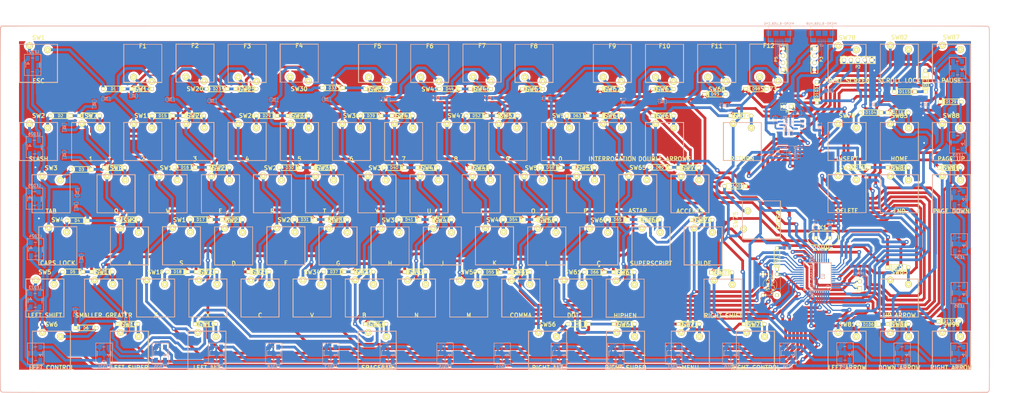
<source format=kicad_pcb>
(kicad_pcb (version 3) (host pcbnew "(2013-05-18 BZR 4017)-stable")
  (title_block (title "Mak.e! Mechanical Keyboard") (rev 0.1a) (company TheBiTBangTheory.com))
  (layers (15 F.Cu signal hide) (0 B.Cu signal) (18 B.Paste user) (19 F.Paste user) (20 B.SilkS user) (21 F.SilkS user) (22 B.Mask user) (23 F.Mask user) (28 Edge.Cuts user))
  (net 0 "")
  (net 1 /C1)
  (net 2 /C10)
  (net 3 /C11)
  (net 4 /C12)
  (net 5 /C13)
  (net 6 /C14)
  (net 7 /C15)
  (net 8 /C16)
  (net 9 /C17)
  (net 10 /C2)
  (net 11 /C3)
  (net 12 /C4)
  (net 13 /C5)
  (net 14 /C6)
  (net 15 /C7)
  (net 16 /C8)
  (net 17 /C9)
  (net 18 /GND)
  (net 19 /R1)
  (net 20 /R2)
  (net 21 /R3)
  (net 22 /R4)
  (net 23 /R5)
  (net 24 /R6)
  (net 25 /RST)
  (net 26 /Rx)
  (net 27 /SCK)
  (net 28 /SDA)
  (net 29 /SW_PEN)
  (net 30 /Tx)
  (net 31 /VCC)
  (net 32 /VCC2)
  (net 33 N-0000010)
  (net 34 N-00000100)
  (net 35 N-00000101)
  (net 36 N-00000102)
  (net 37 N-00000103)
  (net 38 N-00000104)
  (net 39 N-00000105)
  (net 40 N-00000106)
  (net 41 N-00000107)
  (net 42 N-00000108)
  (net 43 N-00000109)
  (net 44 N-0000011)
  (net 45 N-00000110)
  (net 46 N-00000111)
  (net 47 N-00000112)
  (net 48 N-00000113)
  (net 49 N-00000114)
  (net 50 N-00000115)
  (net 51 N-00000116)
  (net 52 N-00000117)
  (net 53 N-00000118)
  (net 54 N-00000119)
  (net 55 N-0000012)
  (net 56 N-00000120)
  (net 57 N-00000121)
  (net 58 N-00000122)
  (net 59 N-00000123)
  (net 60 N-00000125)
  (net 61 N-00000126)
  (net 62 N-00000127)
  (net 63 N-00000129)
  (net 64 N-0000013)
  (net 65 N-00000130)
  (net 66 N-00000131)
  (net 67 N-00000132)
  (net 68 N-00000133)
  (net 69 N-00000135)
  (net 70 N-00000137)
  (net 71 N-00000138)
  (net 72 N-00000139)
  (net 73 N-00000140)
  (net 74 N-00000141)
  (net 75 N-00000142)
  (net 76 N-00000144)
  (net 77 N-00000149)
  (net 78 N-0000015)
  (net 79 N-00000151)
  (net 80 N-00000152)
  (net 81 N-00000153)
  (net 82 N-00000154)
  (net 83 N-0000016)
  (net 84 N-0000017)
  (net 85 N-0000018)
  (net 86 N-0000019)
  (net 87 N-000002)
  (net 88 N-0000020)
  (net 89 N-0000021)
  (net 90 N-0000023)
  (net 91 N-0000024)
  (net 92 N-0000025)
  (net 93 N-0000026)
  (net 94 N-0000027)
  (net 95 N-0000028)
  (net 96 N-0000029)
  (net 97 N-0000030)
  (net 98 N-0000031)
  (net 99 N-0000032)
  (net 100 N-0000033)
  (net 101 N-0000034)
  (net 102 N-0000035)
  (net 103 N-0000036)
  (net 104 N-0000037)
  (net 105 N-0000038)
  (net 106 N-0000039)
  (net 107 N-000004)
  (net 108 N-0000040)
  (net 109 N-0000041)
  (net 110 N-0000042)
  (net 111 N-0000043)
  (net 112 N-0000044)
  (net 113 N-0000045)
  (net 114 N-0000046)
  (net 115 N-0000047)
  (net 116 N-0000048)
  (net 117 N-0000049)
  (net 118 N-000005)
  (net 119 N-0000050)
  (net 120 N-0000051)
  (net 121 N-0000052)
  (net 122 N-0000053)
  (net 123 N-0000054)
  (net 124 N-0000055)
  (net 125 N-0000056)
  (net 126 N-0000057)
  (net 127 N-0000058)
  (net 128 N-0000059)
  (net 129 N-000006)
  (net 130 N-0000060)
  (net 131 N-0000061)
  (net 132 N-0000062)
  (net 133 N-0000063)
  (net 134 N-0000065)
  (net 135 N-0000067)
  (net 136 N-0000068)
  (net 137 N-0000069)
  (net 138 N-000007)
  (net 139 N-0000070)
  (net 140 N-0000071)
  (net 141 N-0000072)
  (net 142 N-0000073)
  (net 143 N-0000074)
  (net 144 N-0000075)
  (net 145 N-0000076)
  (net 146 N-0000077)
  (net 147 N-000008)
  (net 148 N-0000081)
  (net 149 N-0000082)
  (net 150 N-000009)
  (net 151 N-0000090)
  (net 152 N-0000091)
  (net 153 N-0000092)
  (net 154 N-0000093)
  (net 155 N-0000094)
  (net 156 N-0000095)
  (net 157 N-0000096)
  (net 158 N-0000097)
  (net 159 N-0000098)
  (net 160 N-0000099)
  (module LOGO (layer B.Cu) (at 203.454 139.446)
    (fp_text reference G*** hide)
    (fp_text value LOGO hide)
  )
  (module TQFP44 (layer B.Cu) (at 321.056 164.0205 90)
    (fp_text reference U3 (at 0 1.905 90) (layer B.SilkS) (effects (font (size 1.524 1.016) (thickness 0.2032)) (justify mirror)))
    (fp_text value PIC18F4550_TQFP44 (at 0 -1.905 90) (layer B.SilkS) (effects (font (size 1.524 1.016) (thickness 0.2032)) (justify mirror)))
    (pad 39 smd rect (at 0 5.715 90) (size 0.4064 1.524) (layers B.Cu B.Paste B.Mask))
    (pad 40 smd rect (at -0.8001 5.715 90) (size 0.4064 1.524) (layers B.Cu B.Paste B.Mask) (net 29 /SW_PEN))
    (pad 41 smd rect (at -1.6002 5.715 90) (size 0.4064 1.524) (layers B.Cu B.Paste B.Mask))
    (pad 42 smd rect (at -2.4003 5.715 90) (size 0.4064 1.524) (layers B.Cu B.Paste B.Mask) (net 83 N-0000016))
    (pad 43 smd rect (at -3.2004 5.715 90) (size 0.4064 1.524) (layers B.Cu B.Paste B.Mask) (net 84 N-0000017))
    (pad 44 smd rect (at -4.0005 5.715 90) (size 0.4064 1.524) (layers B.Cu B.Paste B.Mask) (net 30 /Tx))
    (pad 38 smd rect (at 0.8001 5.715 90) (size 0.4064 1.524) (layers B.Cu B.Paste B.Mask) (net 24 /R6))
    (pad 37 smd rect (at 1.6002 5.715 90) (size 0.4064 1.524) (layers B.Cu B.Paste B.Mask) (net 107 N-000004))
    (pad 36 smd rect (at 2.4003 5.715 90) (size 0.4064 1.524) (layers B.Cu B.Paste B.Mask) (net 23 /R5))
    (pad 35 smd rect (at 3.2004 5.715 90) (size 0.4064 1.524) (layers B.Cu B.Paste B.Mask) (net 22 /R4))
    (pad 34 smd rect (at 4.0005 5.715 90) (size 0.4064 1.524) (layers B.Cu B.Paste B.Mask))
    (pad 17 smd rect (at 0 -5.715 90) (size 0.4064 1.524) (layers B.Cu B.Paste B.Mask) (net 2 /C10))
    (pad 16 smd rect (at -0.8001 -5.715 90) (size 0.4064 1.524) (layers B.Cu B.Paste B.Mask) (net 17 /C9))
    (pad 15 smd rect (at -1.6002 -5.715 90) (size 0.4064 1.524) (layers B.Cu B.Paste B.Mask) (net 16 /C8))
    (pad 14 smd rect (at -2.4003 -5.715 90) (size 0.4064 1.524) (layers B.Cu B.Paste B.Mask) (net 15 /C7))
    (pad 13 smd rect (at -3.2004 -5.715 90) (size 0.4064 1.524) (layers B.Cu B.Paste B.Mask))
    (pad 12 smd rect (at -4.0005 -5.715 90) (size 0.4064 1.524) (layers B.Cu B.Paste B.Mask))
    (pad 18 smd rect (at 0.8001 -5.715 90) (size 0.4064 1.524) (layers B.Cu B.Paste B.Mask) (net 25 /RST))
    (pad 19 smd rect (at 1.6002 -5.715 90) (size 0.4064 1.524) (layers B.Cu B.Paste B.Mask) (net 3 /C11))
    (pad 20 smd rect (at 2.4003 -5.715 90) (size 0.4064 1.524) (layers B.Cu B.Paste B.Mask) (net 4 /C12))
    (pad 21 smd rect (at 3.2004 -5.715 90) (size 0.4064 1.524) (layers B.Cu B.Paste B.Mask) (net 5 /C13))
    (pad 22 smd rect (at 4.0005 -5.715 90) (size 0.4064 1.524) (layers B.Cu B.Paste B.Mask) (net 6 /C14))
    (pad 6 smd rect (at -5.715 0 90) (size 1.524 0.4064) (layers B.Cu B.Paste B.Mask) (net 18 /GND))
    (pad 28 smd rect (at 5.715 0 90) (size 1.524 0.4064) (layers B.Cu B.Paste B.Mask) (net 31 /VCC))
    (pad 7 smd rect (at -5.715 -0.8001 90) (size 1.524 0.4064) (layers B.Cu B.Paste B.Mask) (net 31 /VCC))
    (pad 27 smd rect (at 5.715 -0.8001 90) (size 1.524 0.4064) (layers B.Cu B.Paste B.Mask) (net 20 /R2))
    (pad 26 smd rect (at 5.715 -1.6002 90) (size 1.524 0.4064) (layers B.Cu B.Paste B.Mask) (net 19 /R1))
    (pad 8 smd rect (at -5.715 -1.6002 90) (size 1.524 0.4064) (layers B.Cu B.Paste B.Mask) (net 28 /SDA))
    (pad 9 smd rect (at -5.715 -2.4003 90) (size 1.524 0.4064) (layers B.Cu B.Paste B.Mask) (net 27 /SCK))
    (pad 25 smd rect (at 5.715 -2.4003 90) (size 1.524 0.4064) (layers B.Cu B.Paste B.Mask) (net 9 /C17))
    (pad 24 smd rect (at 5.715 -3.2004 90) (size 1.524 0.4064) (layers B.Cu B.Paste B.Mask) (net 8 /C16))
    (pad 10 smd rect (at -5.715 -3.2004 90) (size 1.524 0.4064) (layers B.Cu B.Paste B.Mask) (net 13 /C5))
    (pad 11 smd rect (at -5.715 -4.0005 90) (size 1.524 0.4064) (layers B.Cu B.Paste B.Mask) (net 14 /C6))
    (pad 23 smd rect (at 5.715 -4.0005 90) (size 1.524 0.4064) (layers B.Cu B.Paste B.Mask) (net 7 /C15))
    (pad 29 smd rect (at 5.715 0.8001 90) (size 1.524 0.4064) (layers B.Cu B.Paste B.Mask) (net 18 /GND))
    (pad 5 smd rect (at -5.715 0.8001 90) (size 1.524 0.4064) (layers B.Cu B.Paste B.Mask) (net 12 /C4))
    (pad 4 smd rect (at -5.715 1.6002 90) (size 1.524 0.4064) (layers B.Cu B.Paste B.Mask) (net 11 /C3))
    (pad 30 smd rect (at 5.715 1.6002 90) (size 1.524 0.4064) (layers B.Cu B.Paste B.Mask) (net 62 N-00000127))
    (pad 31 smd rect (at 5.715 2.4003 90) (size 1.524 0.4064) (layers B.Cu B.Paste B.Mask) (net 61 N-00000126))
    (pad 3 smd rect (at -5.715 2.4003 90) (size 1.524 0.4064) (layers B.Cu B.Paste B.Mask) (net 10 /C2))
    (pad 2 smd rect (at -5.715 3.2004 90) (size 1.524 0.4064) (layers B.Cu B.Paste B.Mask) (net 1 /C1))
    (pad 32 smd rect (at 5.715 3.2004 90) (size 1.524 0.4064) (layers B.Cu B.Paste B.Mask) (net 21 /R3))
    (pad 33 smd rect (at 5.715 4.0005 90) (size 1.524 0.4064) (layers B.Cu B.Paste B.Mask))
    (pad 1 smd rect (at -5.715 4.0005 90) (size 1.524 0.4064) (layers B.Cu B.Paste B.Mask) (net 26 /Rx))
  )
  (module SW_PUSH_SMALL (layer F.Cu) (at 303.7205 167.005 90)
    (fp_text reference SW12 (at 0 -0.762 90) (layer F.SilkS) (effects (font (size 1.016 1.016) (thickness 0.2032))))
    (fp_text value SW_PUSH (at 0 1.016 90) (layer F.SilkS) (effects (font (size 1.016 1.016) (thickness 0.2032))))
    (pad 1 thru_hole circle (at 3.81 -2.54 90) (size 1.397 1.397) (drill 0.8128) (layers *.Cu *.Mask F.SilkS) (net 18 /GND))
    (pad 2 thru_hole circle (at 3.81 2.54 90) (size 1.397 1.397) (drill 0.8128) (layers *.Cu *.Mask F.SilkS) (net 25 /RST))
    (pad 1 thru_hole circle (at -3.81 -2.54 90) (size 1.397 1.397) (drill 0.8128) (layers *.Cu *.Mask F.SilkS) (net 18 /GND))
    (pad 2 thru_hole circle (at -3.81 2.54 90) (size 1.397 1.397) (drill 0.8128) (layers *.Cu *.Mask F.SilkS) (net 25 /RST))
  )
  (module so-8 (layer B.Cu) (at 311.88025 118.84025 270)
    (fp_text reference U5 (at 0 1.016 270) (layer B.SilkS) (effects (font (size 0.7493 0.7493) (thickness 0.14986)) (justify mirror)))
    (fp_text value 24AA512 (at 0 -1.016 270) (layer B.SilkS) (effects (font (size 0.7493 0.7493) (thickness 0.14986)) (justify mirror)))
    (pad 1 smd rect (at -1.905 -2.794 270) (size 0.635 1.27) (layers B.Cu B.Paste B.Mask) (net 18 /GND))
    (pad 2 smd rect (at -0.635 -2.794 270) (size 0.635 1.27) (layers B.Cu B.Paste B.Mask) (net 18 /GND))
    (pad 3 smd rect (at 0.635 -2.794 270) (size 0.635 1.27) (layers B.Cu B.Paste B.Mask) (net 18 /GND))
    (pad 4 smd rect (at 1.905 -2.794 270) (size 0.635 1.27) (layers B.Cu B.Paste B.Mask) (net 18 /GND))
    (pad 5 smd rect (at 1.905 2.794 270) (size 0.635 1.27) (layers B.Cu B.Paste B.Mask) (net 28 /SDA))
    (pad 6 smd rect (at 0.635 2.794 270) (size 0.635 1.27) (layers B.Cu B.Paste B.Mask) (net 27 /SCK))
    (pad 7 smd rect (at -0.635 2.794 270) (size 0.635 1.27) (layers B.Cu B.Paste B.Mask) (net 18 /GND))
    (pad 8 smd rect (at -1.905 2.794 270) (size 0.635 1.27) (layers B.Cu B.Paste B.Mask) (net 31 /VCC))
  )
  (module SM0805 (layer B.Cu) (at 304.165 119.6975 270)
    (fp_text reference R7 (at 0 0.3175 270) (layer B.SilkS) (effects (font (size 0.50038 0.50038) (thickness 0.10922)) (justify mirror)))
    (fp_text value 1K (at 0 -0.381 270) (layer B.SilkS) (effects (font (size 0.50038 0.50038) (thickness 0.10922)) (justify mirror)))
    (pad 1 smd rect (at -0.9525 0 270) (size 0.889 1.397) (layers B.Cu B.Paste B.Mask) (net 31 /VCC))
    (pad 2 smd rect (at 0.9525 0 270) (size 0.889 1.397) (layers B.Cu B.Paste B.Mask) (net 28 /SDA))
  )
  (module SM0805 (layer B.Cu) (at 306.6415 118.4275 90)
    (fp_text reference R6 (at 0 0.3175 90) (layer B.SilkS) (effects (font (size 0.50038 0.50038) (thickness 0.10922)) (justify mirror)))
    (fp_text value 1K (at 0 -0.381 90) (layer B.SilkS) (effects (font (size 0.50038 0.50038) (thickness 0.10922)) (justify mirror)))
    (pad 1 smd rect (at -0.9525 0 90) (size 0.889 1.397) (layers B.Cu B.Paste B.Mask) (net 27 /SCK))
    (pad 2 smd rect (at 0.9525 0 90) (size 0.889 1.397) (layers B.Cu B.Paste B.Mask) (net 31 /VCC))
  )
  (module SM0805 (layer B.Cu) (at 325.374 96.266 180)
    (fp_text reference C1 (at 0 0.3175 180) (layer B.SilkS) (effects (font (size 0.50038 0.50038) (thickness 0.10922)) (justify mirror)))
    (fp_text value 100nF (at 0 -0.381 180) (layer B.SilkS) (effects (font (size 0.50038 0.50038) (thickness 0.10922)) (justify mirror)))
    (pad 1 smd rect (at -0.9525 0 180) (size 0.889 1.397) (layers B.Cu B.Paste B.Mask) (net 87 N-000002))
    (pad 2 smd rect (at 0.9525 0 180) (size 0.889 1.397) (layers B.Cu B.Paste B.Mask) (net 25 /RST))
  )
  (module PIN_ARRAY_5x1 (layer F.Cu) (at 335.788 85.09 180)
    (fp_text reference P2 (at 0 -2.54 180) (layer F.SilkS) (effects (font (size 1.016 1.016) (thickness 0.2032))))
    (fp_text value PROG_CONN hide)
    (pad 1 thru_hole rect (at -5.08 0 180) (size 1.524 1.524) (drill 1.016) (layers *.Cu *.Mask F.SilkS) (net 18 /GND))
    (pad 2 thru_hole circle (at -2.54 0 180) (size 1.524 1.524) (drill 1.016) (layers *.Cu *.Mask F.SilkS) (net 26 /Rx))
    (pad 3 thru_hole circle (at 0 0 180) (size 1.524 1.524) (drill 1.016) (layers *.Cu *.Mask F.SilkS) (net 30 /Tx))
    (pad 4 thru_hole circle (at 2.54 0 180) (size 1.524 1.524) (drill 1.016) (layers *.Cu *.Mask F.SilkS) (net 87 N-000002))
    (pad 5 thru_hole circle (at 5.08 0 180) (size 1.524 1.524) (drill 1.016) (layers *.Cu *.Mask F.SilkS) (net 31 /VCC))
  )
  (module PIN_ARRAY_4x1 (layer F.Cu) (at 308.483 84.836 90)
    (fp_text reference P5 (at 0 -2.54 90) (layer F.SilkS) (effects (font (size 1.016 1.016) (thickness 0.2032))))
    (fp_text value CONN_4 hide)
    (pad 1 thru_hole rect (at -3.81 0 90) (size 1.524 1.524) (drill 1.016) (layers *.Cu *.Mask F.SilkS) (net 31 /VCC))
    (pad 2 thru_hole circle (at -1.27 0 90) (size 1.524 1.524) (drill 1.016) (layers *.Cu *.Mask F.SilkS) (net 86 N-0000019))
    (pad 3 thru_hole circle (at 1.27 0 90) (size 1.524 1.524) (drill 1.016) (layers *.Cu *.Mask F.SilkS) (net 85 N-0000018))
    (pad 4 thru_hole circle (at 3.81 0 90) (size 1.524 1.524) (drill 1.016) (layers *.Cu *.Mask F.SilkS) (net 18 /GND))
  )
  (module PIN_ARRAY_4x1 (layer F.Cu) (at 319.913 84.836 270)
    (fp_text reference P3 (at 0 -2.54 270) (layer F.SilkS) (effects (font (size 1.016 1.016) (thickness 0.2032))))
    (fp_text value CONN_4 hide)
    (pad 1 thru_hole rect (at -3.81 0 270) (size 1.524 1.524) (drill 1.016) (layers *.Cu *.Mask F.SilkS) (net 31 /VCC))
    (pad 2 thru_hole circle (at -1.27 0 270) (size 1.524 1.524) (drill 1.016) (layers *.Cu *.Mask F.SilkS) (net 89 N-0000021))
    (pad 3 thru_hole circle (at 1.27 0 270) (size 1.524 1.524) (drill 1.016) (layers *.Cu *.Mask F.SilkS) (net 88 N-0000020))
    (pad 4 thru_hole circle (at 3.81 0 270) (size 1.524 1.524) (drill 1.016) (layers *.Cu *.Mask F.SilkS) (net 18 /GND))
  )
  (module PIN_ARRAY_2X1 (layer F.Cu) (at 336.4865 167.0685 90)
    (fp_text reference P4 (at 0 -1.905 90) (layer F.SilkS) (effects (font (size 0.762 0.762) (thickness 0.1524))))
    (fp_text value CONN_2 hide)
    (pad 1 thru_hole rect (at -1.27 0 90) (size 1.524 1.524) (drill 1.016) (layers *.Cu *.Mask F.SilkS) (net 84 N-0000017))
    (pad 2 thru_hole circle (at 1.27 0 90) (size 1.524 1.524) (drill 1.016) (layers *.Cu *.Mask F.SilkS) (net 83 N-0000016))
  )
  (module MICRO-B_USB (layer B.Cu) (at 322.58 73.914)
    (fp_text reference U2 (at 0 5.842) (layer B.SilkS) (effects (font (size 0.762 0.762) (thickness 0.127)) (justify mirror)))
    (fp_text value MICRO-B_USB_HUB (at -0.05 -2.09) (layer B.SilkS) (effects (font (size 0.762 0.762) (thickness 0.127)) (justify mirror)))
    (pad "" smd rect (at -1.19888 1.4478) (size 1.89738 1.89738) (layers B.Cu B.Paste B.Mask))
    (pad "" smd rect (at 1.19888 1.4478) (size 1.89992 1.89738) (layers B.Cu B.Paste B.Mask))
    (pad "" smd rect (at 3.79984 1.4478) (size 1.79578 1.89738) (layers B.Cu B.Paste B.Mask))
    (pad "" smd rect (at -3.0988 3.99796) (size 2.0955 1.59766) (layers B.Cu B.Paste B.Mask))
    (pad 1 smd rect (at -1.29794 4.12496) (size 0.39878 1.3462) (layers B.Cu B.Paste B.Mask) (net 31 /VCC) (clearance 0.2032))
    (pad 2 smd rect (at -0.6477 4.12496) (size 0.39878 1.3462) (layers B.Cu B.Paste B.Mask) (net 89 N-0000021) (clearance 0.2032))
    (pad 3 smd rect (at 0 4.12496) (size 0.39878 1.3462) (layers B.Cu B.Paste B.Mask) (net 88 N-0000020) (clearance 0.2032))
    (pad 4 smd rect (at 0.6477 4.12496) (size 0.39878 1.3462) (layers B.Cu B.Paste B.Mask) (clearance 0.2032))
    (pad 5 smd rect (at 1.29794 4.12496) (size 0.39878 1.3462) (layers B.Cu B.Paste B.Mask) (net 18 /GND) (clearance 0.2032))
    (pad "" smd rect (at 3.0988 3.99796) (size 2.0955 1.59766) (layers B.Cu B.Paste B.Mask))
    (pad "" smd rect (at -3.79984 1.4478) (size 1.79578 1.89738) (layers B.Cu B.Paste B.Mask))
  )
  (module MICRO-B_USB (layer B.Cu) (at 307.086 73.914)
    (fp_text reference U1 (at 0 5.842) (layer B.SilkS) (effects (font (size 0.762 0.762) (thickness 0.127)) (justify mirror)))
    (fp_text value MICRO-B_USB_CHG (at -0.05 -2.09) (layer B.SilkS) (effects (font (size 0.762 0.762) (thickness 0.127)) (justify mirror)))
    (pad "" smd rect (at -1.19888 1.4478) (size 1.89738 1.89738) (layers B.Cu B.Paste B.Mask))
    (pad "" smd rect (at 1.19888 1.4478) (size 1.89992 1.89738) (layers B.Cu B.Paste B.Mask))
    (pad "" smd rect (at 3.79984 1.4478) (size 1.79578 1.89738) (layers B.Cu B.Paste B.Mask))
    (pad "" smd rect (at -3.0988 3.99796) (size 2.0955 1.59766) (layers B.Cu B.Paste B.Mask))
    (pad 1 smd rect (at -1.29794 4.12496) (size 0.39878 1.3462) (layers B.Cu B.Paste B.Mask) (net 31 /VCC) (clearance 0.2032))
    (pad 2 smd rect (at -0.6477 4.12496) (size 0.39878 1.3462) (layers B.Cu B.Paste B.Mask) (net 86 N-0000019) (clearance 0.2032))
    (pad 3 smd rect (at 0 4.12496) (size 0.39878 1.3462) (layers B.Cu B.Paste B.Mask) (net 85 N-0000018) (clearance 0.2032))
    (pad 4 smd rect (at 0.6477 4.12496) (size 0.39878 1.3462) (layers B.Cu B.Paste B.Mask) (clearance 0.2032))
    (pad 5 smd rect (at 1.29794 4.12496) (size 0.39878 1.3462) (layers B.Cu B.Paste B.Mask) (net 18 /GND) (clearance 0.2032))
    (pad "" smd rect (at 3.0988 3.99796) (size 2.0955 1.59766) (layers B.Cu B.Paste B.Mask))
    (pad "" smd rect (at -3.79984 1.4478) (size 1.79578 1.89738) (layers B.Cu B.Paste B.Mask))
  )
  (module HC-49V (layer F.Cu) (at 323.0245 149.987)
    (fp_text reference X1 (at 0 -3.81) (layer F.SilkS) (effects (font (size 1.524 1.524) (thickness 0.3048))))
    (fp_text value 20MHz (at 0 3.81) (layer F.SilkS) (effects (font (size 1.524 1.524) (thickness 0.3048))))
    (pad 1 thru_hole circle (at -2.54 0) (size 1.4224 1.4224) (drill 0.762) (layers *.Cu *.Mask F.SilkS) (net 62 N-00000127))
    (pad 2 thru_hole circle (at 2.54 0) (size 1.4224 1.4224) (drill 0.762) (layers *.Cu *.Mask F.SilkS) (net 61 N-00000126))
  )
  (module D3 (layer F.Cu) (at 274.193 181.356 180)
    (fp_text reference D97 (at 0 0 180) (layer F.SilkS) (effects (font (size 1.016 1.016) (thickness 0.2032))))
    (fp_text value DIODE hide)
    (pad 2 thru_hole rect (at 3.81 0 180) (size 1.397 1.397) (drill 0.8128) (layers *.Cu *.Mask F.SilkS) (net 24 /R6))
    (pad 1 thru_hole circle (at -3.81 0 180) (size 1.397 1.397) (drill 0.8128) (layers *.Cu *.Mask F.SilkS) (net 128 N-0000059))
  )
  (module D3 (layer F.Cu) (at 286.131 162.56 180)
    (fp_text reference D101 (at 0 0 180) (layer F.SilkS) (effects (font (size 1.016 1.016) (thickness 0.2032))))
    (fp_text value DIODE hide)
    (pad 2 thru_hole rect (at 3.81 0 180) (size 1.397 1.397) (drill 0.8128) (layers *.Cu *.Mask F.SilkS) (net 22 /R4))
    (pad 1 thru_hole circle (at -3.81 0 180) (size 1.397 1.397) (drill 0.8128) (layers *.Cu *.Mask F.SilkS) (net 114 N-0000046))
  )
  (module D3 (layer F.Cu) (at 297.942 181.356 180)
    (fp_text reference D102 (at 0 0 180) (layer F.SilkS) (effects (font (size 1.016 1.016) (thickness 0.2032))))
    (fp_text value DIODE hide)
    (pad 2 thru_hole rect (at 3.81 0 180) (size 1.397 1.397) (drill 0.8128) (layers *.Cu *.Mask F.SilkS) (net 24 /R6))
    (pad 1 thru_hole circle (at -3.81 0 180) (size 1.397 1.397) (drill 0.8128) (layers *.Cu *.Mask F.SilkS) (net 113 N-0000045))
  )
  (module D3 (layer F.Cu) (at 320.802 96.901 270)
    (fp_text reference D103 (at 0 0 270) (layer F.SilkS) (effects (font (size 1.016 1.016) (thickness 0.2032))))
    (fp_text value DIODE hide)
    (pad 2 thru_hole rect (at 3.81 0 270) (size 1.397 1.397) (drill 0.8128) (layers *.Cu *.Mask F.SilkS) (net 19 /R1))
    (pad 1 thru_hole circle (at -3.81 0 270) (size 1.397 1.397) (drill 0.8128) (layers *.Cu *.Mask F.SilkS) (net 119 N-0000050))
  )
  (module D3 (layer F.Cu) (at 290.957 131.064)
    (fp_text reference D100 (at 0 0) (layer F.SilkS) (effects (font (size 1.016 1.016) (thickness 0.2032))))
    (fp_text value DIODE hide)
    (pad 2 thru_hole rect (at 3.81 0) (size 1.397 1.397) (drill 0.8128) (layers *.Cu *.Mask F.SilkS) (net 21 /R3))
    (pad 1 thru_hole circle (at -3.81 0) (size 1.397 1.397) (drill 0.8128) (layers *.Cu *.Mask F.SilkS) (net 115 N-0000047))
  )
  (module D3 (layer F.Cu) (at 293.116 105.41 180)
    (fp_text reference D99 (at 0 0 180) (layer F.SilkS) (effects (font (size 1.016 1.016) (thickness 0.2032))))
    (fp_text value DIODE hide)
    (pad 2 thru_hole rect (at 3.81 0 180) (size 1.397 1.397) (drill 0.8128) (layers *.Cu *.Mask F.SilkS) (net 20 /R2))
    (pad 1 thru_hole circle (at -3.81 0 180) (size 1.397 1.397) (drill 0.8128) (layers *.Cu *.Mask F.SilkS) (net 116 N-0000048))
  )
  (module D3 (layer F.Cu) (at 263.5504 124.206)
    (fp_text reference D80 (at 0 0) (layer F.SilkS) (effects (font (size 1.016 1.016) (thickness 0.2032))))
    (fp_text value DIODE hide)
    (pad 2 thru_hole rect (at 3.81 0) (size 1.397 1.397) (drill 0.8128) (layers *.Cu *.Mask F.SilkS) (net 21 /R3))
    (pad 1 thru_hole circle (at -3.81 0) (size 1.397 1.397) (drill 0.8128) (layers *.Cu *.Mask F.SilkS) (net 125 N-0000056))
  )
  (module D3 (layer F.Cu) (at 278.892 143.383 180)
    (fp_text reference D96 (at 0 0 180) (layer F.SilkS) (effects (font (size 1.016 1.016) (thickness 0.2032))))
    (fp_text value DIODE hide)
    (pad 2 thru_hole rect (at 3.81 0 180) (size 1.397 1.397) (drill 0.8128) (layers *.Cu *.Mask F.SilkS) (net 22 /R4))
    (pad 1 thru_hole circle (at -3.81 0 180) (size 1.397 1.397) (drill 0.8128) (layers *.Cu *.Mask F.SilkS) (net 133 N-0000063))
  )
  (module D3 (layer F.Cu) (at 274.066 124.333 180)
    (fp_text reference D95 (at 0 0 180) (layer F.SilkS) (effects (font (size 1.016 1.016) (thickness 0.2032))))
    (fp_text value DIODE hide)
    (pad 2 thru_hole rect (at 3.81 0 180) (size 1.397 1.397) (drill 0.8128) (layers *.Cu *.Mask F.SilkS) (net 21 /R3))
    (pad 1 thru_hole circle (at -3.81 0 180) (size 1.397 1.397) (drill 0.8128) (layers *.Cu *.Mask F.SilkS) (net 132 N-0000062))
  )
  (module D3 (layer F.Cu) (at 264.795 105.41 180)
    (fp_text reference D94 (at 0 0 180) (layer F.SilkS) (effects (font (size 1.016 1.016) (thickness 0.2032))))
    (fp_text value DIODE hide)
    (pad 2 thru_hole rect (at 3.81 0 180) (size 1.397 1.397) (drill 0.8128) (layers *.Cu *.Mask F.SilkS) (net 20 /R2))
    (pad 1 thru_hole circle (at -3.81 0 180) (size 1.397 1.397) (drill 0.8128) (layers *.Cu *.Mask F.SilkS) (net 131 N-0000061))
  )
  (module D3 (layer F.Cu) (at 283.718 97.536 180)
    (fp_text reference D93 (at 0 0 180) (layer F.SilkS) (effects (font (size 1.016 1.016) (thickness 0.2032))))
    (fp_text value DIODE hide)
    (pad 2 thru_hole rect (at 3.81 0 180) (size 1.397 1.397) (drill 0.8128) (layers *.Cu *.Mask F.SilkS) (net 19 /R1))
    (pad 1 thru_hole circle (at -3.81 0 180) (size 1.397 1.397) (drill 0.8128) (layers *.Cu *.Mask F.SilkS) (net 130 N-0000060))
  )
  (module D3 (layer F.Cu) (at 250.444 162.433 180)
    (fp_text reference D82 (at 0 0 180) (layer F.SilkS) (effects (font (size 1.016 1.016) (thickness 0.2032))))
    (fp_text value DIODE hide)
    (pad 2 thru_hole rect (at 3.81 0 180) (size 1.397 1.397) (drill 0.8128) (layers *.Cu *.Mask F.SilkS) (net 23 /R5))
    (pad 1 thru_hole circle (at -3.81 0 180) (size 1.397 1.397) (drill 0.8128) (layers *.Cu *.Mask F.SilkS) (net 123 N-0000054))
  )
  (module D3 (layer F.Cu) (at 259.842 143.256 180)
    (fp_text reference D81 (at 0 0 180) (layer F.SilkS) (effects (font (size 1.016 1.016) (thickness 0.2032))))
    (fp_text value DIODE hide)
    (pad 2 thru_hole rect (at 3.81 0 180) (size 1.397 1.397) (drill 0.8128) (layers *.Cu *.Mask F.SilkS) (net 22 /R4))
    (pad 1 thru_hole circle (at -3.81 0 180) (size 1.397 1.397) (drill 0.8128) (layers *.Cu *.Mask F.SilkS) (net 124 N-0000055))
  )
  (module D3 (layer F.Cu) (at 298.704 95.631 180)
    (fp_text reference D98 (at 0 0 180) (layer F.SilkS) (effects (font (size 1.016 1.016) (thickness 0.2032))))
    (fp_text value DIODE hide)
    (pad 2 thru_hole rect (at 3.81 0 180) (size 1.397 1.397) (drill 0.8128) (layers *.Cu *.Mask F.SilkS) (net 19 /R1))
    (pad 1 thru_hole circle (at -3.81 0 180) (size 1.397 1.397) (drill 0.8128) (layers *.Cu *.Mask F.SilkS) (net 117 N-0000049))
  )
  (module D3 (layer F.Cu) (at 340.487 104.267)
    (fp_text reference D104 (at 0 0) (layer F.SilkS) (effects (font (size 1.016 1.016) (thickness 0.2032))))
    (fp_text value DIODE hide)
    (pad 2 thru_hole rect (at 3.81 0) (size 1.397 1.397) (drill 0.8128) (layers *.Cu *.Mask F.SilkS) (net 20 /R2))
    (pad 1 thru_hole circle (at -3.81 0) (size 1.397 1.397) (drill 0.8128) (layers *.Cu *.Mask F.SilkS) (net 122 N-0000053))
  )
  (module D3 (layer F.Cu) (at 336.0166 124.2568)
    (fp_text reference D105 (at 0 0) (layer F.SilkS) (effects (font (size 1.016 1.016) (thickness 0.2032))))
    (fp_text value DIODE hide)
    (pad 2 thru_hole rect (at 3.81 0) (size 1.397 1.397) (drill 0.8128) (layers *.Cu *.Mask F.SilkS) (net 21 /R3))
    (pad 1 thru_hole circle (at -3.81 0) (size 1.397 1.397) (drill 0.8128) (layers *.Cu *.Mask F.SilkS) (net 121 N-0000052))
  )
  (module D3 (layer F.Cu) (at 339.598 181.483)
    (fp_text reference D106 (at 0 0) (layer F.SilkS) (effects (font (size 1.016 1.016) (thickness 0.2032))))
    (fp_text value DIODE hide)
    (pad 2 thru_hole rect (at 3.81 0) (size 1.397 1.397) (drill 0.8128) (layers *.Cu *.Mask F.SilkS) (net 23 /R5))
    (pad 1 thru_hole circle (at -3.81 0) (size 1.397 1.397) (drill 0.8128) (layers *.Cu *.Mask F.SilkS) (net 120 N-0000051))
  )
  (module D3 (layer F.Cu) (at 352.806 96.647)
    (fp_text reference D115 (at 0 0) (layer F.SilkS) (effects (font (size 1.016 1.016) (thickness 0.2032))))
    (fp_text value DIODE hide)
    (pad 2 thru_hole rect (at 3.81 0) (size 1.397 1.397) (drill 0.8128) (layers *.Cu *.Mask F.SilkS) (net 19 /R1))
    (pad 1 thru_hole circle (at -3.81 0) (size 1.397 1.397) (drill 0.8128) (layers *.Cu *.Mask F.SilkS) (net 118 N-000005))
  )
  (module D3 (layer F.Cu) (at 350.393 104.267 180)
    (fp_text reference D116 (at 0 0 180) (layer F.SilkS) (effects (font (size 1.016 1.016) (thickness 0.2032))))
    (fp_text value DIODE hide)
    (pad 2 thru_hole rect (at 3.81 0 180) (size 1.397 1.397) (drill 0.8128) (layers *.Cu *.Mask F.SilkS) (net 20 /R2))
    (pad 1 thru_hole circle (at -3.81 0 180) (size 1.397 1.397) (drill 0.8128) (layers *.Cu *.Mask F.SilkS) (net 33 N-0000010))
  )
  (module D3 (layer F.Cu) (at 350.393 124.333 180)
    (fp_text reference D117 (at 0 0 180) (layer F.SilkS) (effects (font (size 1.016 1.016) (thickness 0.2032))))
    (fp_text value DIODE hide)
    (pad 2 thru_hole rect (at 3.81 0 180) (size 1.397 1.397) (drill 0.8128) (layers *.Cu *.Mask F.SilkS) (net 21 /R3))
    (pad 1 thru_hole circle (at -3.81 0 180) (size 1.397 1.397) (drill 0.8128) (layers *.Cu *.Mask F.SilkS) (net 44 N-0000011))
  )
  (module D3 (layer F.Cu) (at 350.393 160.655 180)
    (fp_text reference D118 (at 0 0 180) (layer F.SilkS) (effects (font (size 1.016 1.016) (thickness 0.2032))))
    (fp_text value DIODE hide)
    (pad 2 thru_hole rect (at 3.81 0 180) (size 1.397 1.397) (drill 0.8128) (layers *.Cu *.Mask F.SilkS) (net 22 /R4))
    (pad 1 thru_hole circle (at -3.81 0 180) (size 1.397 1.397) (drill 0.8128) (layers *.Cu *.Mask F.SilkS) (net 55 N-0000012))
  )
  (module D3 (layer F.Cu) (at 350.393 181.356 180)
    (fp_text reference D119 (at 0 0 180) (layer F.SilkS) (effects (font (size 1.016 1.016) (thickness 0.2032))))
    (fp_text value DIODE hide)
    (pad 2 thru_hole rect (at 3.81 0 180) (size 1.397 1.397) (drill 0.8128) (layers *.Cu *.Mask F.SilkS) (net 23 /R5))
    (pad 1 thru_hole circle (at -3.81 0 180) (size 1.397 1.397) (drill 0.8128) (layers *.Cu *.Mask F.SilkS) (net 64 N-0000013))
  )
  (module D3 (layer F.Cu) (at 360.426 92.7735 270)
    (fp_text reference D128 (at 0 0 270) (layer F.SilkS) (effects (font (size 1.016 1.016) (thickness 0.2032))))
    (fp_text value DIODE hide)
    (pad 2 thru_hole rect (at 3.81 0 270) (size 1.397 1.397) (drill 0.8128) (layers *.Cu *.Mask F.SilkS) (net 19 /R1))
    (pad 1 thru_hole circle (at -3.81 0 270) (size 1.397 1.397) (drill 0.8128) (layers *.Cu *.Mask F.SilkS) (net 147 N-000008))
  )
  (module D3 (layer F.Cu) (at 369.697 100.33 180)
    (fp_text reference D129 (at 0 0 180) (layer F.SilkS) (effects (font (size 1.016 1.016) (thickness 0.2032))))
    (fp_text value DIODE hide)
    (pad 2 thru_hole rect (at 3.81 0 180) (size 1.397 1.397) (drill 0.8128) (layers *.Cu *.Mask F.SilkS) (net 20 /R2))
    (pad 1 thru_hole circle (at -3.81 0 180) (size 1.397 1.397) (drill 0.8128) (layers *.Cu *.Mask F.SilkS) (net 138 N-000007))
  )
  (module D3 (layer F.Cu) (at 369.316 124.333 180)
    (fp_text reference D130 (at 0 0 180) (layer F.SilkS) (effects (font (size 1.016 1.016) (thickness 0.2032))))
    (fp_text value DIODE hide)
    (pad 2 thru_hole rect (at 3.81 0 180) (size 1.397 1.397) (drill 0.8128) (layers *.Cu *.Mask F.SilkS) (net 21 /R3))
    (pad 1 thru_hole circle (at -3.81 0 180) (size 1.397 1.397) (drill 0.8128) (layers *.Cu *.Mask F.SilkS) (net 129 N-000006))
  )
  (module D3 (layer F.Cu) (at 368.935 180.34 180)
    (fp_text reference D131 (at 0 0 180) (layer F.SilkS) (effects (font (size 1.016 1.016) (thickness 0.2032))))
    (fp_text value DIODE hide)
    (pad 2 thru_hole rect (at 3.81 0 180) (size 1.397 1.397) (drill 0.8128) (layers *.Cu *.Mask F.SilkS) (net 23 /R5))
    (pad 1 thru_hole circle (at -3.81 0 180) (size 1.397 1.397) (drill 0.8128) (layers *.Cu *.Mask F.SilkS) (net 150 N-000009))
  )
  (module D3 (layer F.Cu) (at 306.2605 157.48 270)
    (fp_text reference D13 (at 0 0 270) (layer F.SilkS) (effects (font (size 1.016 1.016) (thickness 0.2032))))
    (fp_text value 1N4148 hide)
    (pad 2 thru_hole rect (at 3.81 0 270) (size 1.397 1.397) (drill 0.8128) (layers *.Cu *.Mask F.SilkS) (net 25 /RST))
    (pad 1 thru_hole circle (at -3.81 0 270) (size 1.397 1.397) (drill 0.8128) (layers *.Cu *.Mask F.SilkS) (net 78 N-0000015))
  )
  (module D3 (layer F.Cu) (at 97.917 181.356 180)
    (fp_text reference D19 (at 0 0 180) (layer F.SilkS) (effects (font (size 1.016 1.016) (thickness 0.2032))))
    (fp_text value DIODE hide)
    (pad 2 thru_hole rect (at 3.81 0 180) (size 1.397 1.397) (drill 0.8128) (layers *.Cu *.Mask F.SilkS) (net 24 /R6))
    (pad 1 thru_hole circle (at -3.81 0 180) (size 1.397 1.397) (drill 0.8128) (layers *.Cu *.Mask F.SilkS) (net 48 N-00000113))
  )
  (module D3 (layer F.Cu) (at 145.796 143.256 180)
    (fp_text reference D36 (at 0 0 180) (layer F.SilkS) (effects (font (size 1.016 1.016) (thickness 0.2032))))
    (fp_text value DIODE hide)
    (pad 2 thru_hole rect (at 3.81 0 180) (size 1.397 1.397) (drill 0.8128) (layers *.Cu *.Mask F.SilkS) (net 22 /R4))
    (pad 1 thru_hole circle (at -3.81 0 180) (size 1.397 1.397) (drill 0.8128) (layers *.Cu *.Mask F.SilkS) (net 66 N-00000131))
  )
  (module D3 (layer F.Cu) (at 140.843 124.333 180)
    (fp_text reference D35 (at 0 0 180) (layer F.SilkS) (effects (font (size 1.016 1.016) (thickness 0.2032))))
    (fp_text value DIODE hide)
    (pad 2 thru_hole rect (at 3.81 0 180) (size 1.397 1.397) (drill 0.8128) (layers *.Cu *.Mask F.SilkS) (net 21 /R3))
    (pad 1 thru_hole circle (at -3.81 0 180) (size 1.397 1.397) (drill 0.8128) (layers *.Cu *.Mask F.SilkS) (net 67 N-00000132))
  )
  (module D3 (layer F.Cu) (at 131.699 105.41 180)
    (fp_text reference D34 (at 0 0 180) (layer F.SilkS) (effects (font (size 1.016 1.016) (thickness 0.2032))))
    (fp_text value DIODE hide)
    (pad 2 thru_hole rect (at 3.81 0 180) (size 1.397 1.397) (drill 0.8128) (layers *.Cu *.Mask F.SilkS) (net 20 /R2))
    (pad 1 thru_hole circle (at -3.81 0 180) (size 1.397 1.397) (drill 0.8128) (layers *.Cu *.Mask F.SilkS) (net 56 N-00000120))
  )
  (module D3 (layer F.Cu) (at 144.272 95.25)
    (fp_text reference D33 (at 0 0) (layer F.SilkS) (effects (font (size 1.016 1.016) (thickness 0.2032))))
    (fp_text value DIODE hide)
    (pad 2 thru_hole rect (at 3.81 0) (size 1.397 1.397) (drill 0.8128) (layers *.Cu *.Mask F.SilkS) (net 19 /R1))
    (pad 1 thru_hole circle (at -3.81 0) (size 1.397 1.397) (drill 0.8128) (layers *.Cu *.Mask F.SilkS) (net 69 N-00000135))
  )
  (module D3 (layer F.Cu) (at 117.348 162.306 180)
    (fp_text reference D32 (at 0 0 180) (layer F.SilkS) (effects (font (size 1.016 1.016) (thickness 0.2032))))
    (fp_text value DIODE hide)
    (pad 2 thru_hole rect (at 3.81 0 180) (size 1.397 1.397) (drill 0.8128) (layers *.Cu *.Mask F.SilkS) (net 23 /R5))
    (pad 1 thru_hole circle (at -3.81 0 180) (size 1.397 1.397) (drill 0.8128) (layers *.Cu *.Mask F.SilkS) (net 57 N-00000121))
  )
  (module D3 (layer F.Cu) (at 134.112 143.256)
    (fp_text reference D31 (at 0 0) (layer F.SilkS) (effects (font (size 1.016 1.016) (thickness 0.2032))))
    (fp_text value DIODE hide)
    (pad 2 thru_hole rect (at 3.81 0) (size 1.397 1.397) (drill 0.8128) (layers *.Cu *.Mask F.SilkS) (net 22 /R4))
    (pad 1 thru_hole circle (at -3.81 0) (size 1.397 1.397) (drill 0.8128) (layers *.Cu *.Mask F.SilkS) (net 68 N-00000133))
  )
  (module D3 (layer F.Cu) (at 128.651 124.333)
    (fp_text reference D30 (at 0 0) (layer F.SilkS) (effects (font (size 1.016 1.016) (thickness 0.2032))))
    (fp_text value DIODE hide)
    (pad 2 thru_hole rect (at 3.81 0) (size 1.397 1.397) (drill 0.8128) (layers *.Cu *.Mask F.SilkS) (net 21 /R3))
    (pad 1 thru_hole circle (at -3.81 0) (size 1.397 1.397) (drill 0.8128) (layers *.Cu *.Mask F.SilkS) (net 58 N-00000122))
  )
  (module D3 (layer F.Cu) (at 120.269 105.41)
    (fp_text reference D29 (at 0 0) (layer F.SilkS) (effects (font (size 1.016 1.016) (thickness 0.2032))))
    (fp_text value DIODE hide)
    (pad 2 thru_hole rect (at 3.81 0) (size 1.397 1.397) (drill 0.8128) (layers *.Cu *.Mask F.SilkS) (net 20 /R2))
    (pad 1 thru_hole circle (at -3.81 0) (size 1.397 1.397) (drill 0.8128) (layers *.Cu *.Mask F.SilkS) (net 59 N-00000123))
  )
  (module D3 (layer F.Cu) (at 112.649 95.631 180)
    (fp_text reference D28 (at 0 0 180) (layer F.SilkS) (effects (font (size 1.016 1.016) (thickness 0.2032))))
    (fp_text value DIODE hide)
    (pad 2 thru_hole rect (at 3.81 0 180) (size 1.397 1.397) (drill 0.8128) (layers *.Cu *.Mask F.SilkS) (net 19 /R1))
    (pad 1 thru_hole circle (at -3.81 0 180) (size 1.397 1.397) (drill 0.8128) (layers *.Cu *.Mask F.SilkS) (net 60 N-00000125))
  )
  (module D3 (layer F.Cu) (at 98.298 162.306 180)
    (fp_text reference D27 (at 0 0 180) (layer F.SilkS) (effects (font (size 1.016 1.016) (thickness 0.2032))))
    (fp_text value DIODE hide)
    (pad 2 thru_hole rect (at 3.81 0 180) (size 1.397 1.397) (drill 0.8128) (layers *.Cu *.Mask F.SilkS) (net 23 /R5))
    (pad 1 thru_hole circle (at -3.81 0 180) (size 1.397 1.397) (drill 0.8128) (layers *.Cu *.Mask F.SilkS) (net 42 N-00000108))
  )
  (module D3 (layer F.Cu) (at 107.696 143.256 180)
    (fp_text reference D26 (at 0 0 180) (layer F.SilkS) (effects (font (size 1.016 1.016) (thickness 0.2032))))
    (fp_text value DIODE hide)
    (pad 2 thru_hole rect (at 3.81 0 180) (size 1.397 1.397) (drill 0.8128) (layers *.Cu *.Mask F.SilkS) (net 22 /R4))
    (pad 1 thru_hole circle (at -3.81 0 180) (size 1.397 1.397) (drill 0.8128) (layers *.Cu *.Mask F.SilkS) (net 43 N-00000109))
  )
  (module D3 (layer F.Cu) (at 102.87 124.333 180)
    (fp_text reference D25 (at 0 0 180) (layer F.SilkS) (effects (font (size 1.016 1.016) (thickness 0.2032))))
    (fp_text value DIODE hide)
    (pad 2 thru_hole rect (at 3.81 0 180) (size 1.397 1.397) (drill 0.8128) (layers *.Cu *.Mask F.SilkS) (net 21 /R3))
    (pad 1 thru_hole circle (at -3.81 0 180) (size 1.397 1.397) (drill 0.8128) (layers *.Cu *.Mask F.SilkS) (net 45 N-00000110))
  )
  (module D3 (layer F.Cu) (at 93.599 105.41 180)
    (fp_text reference D24 (at 0 0 180) (layer F.SilkS) (effects (font (size 1.016 1.016) (thickness 0.2032))))
    (fp_text value DIODE hide)
    (pad 2 thru_hole rect (at 3.81 0 180) (size 1.397 1.397) (drill 0.8128) (layers *.Cu *.Mask F.SilkS) (net 20 /R2))
    (pad 1 thru_hole circle (at -3.81 0 180) (size 1.397 1.397) (drill 0.8128) (layers *.Cu *.Mask F.SilkS) (net 46 N-00000111))
  )
  (module D3 (layer F.Cu) (at 102.108 95.631)
    (fp_text reference D23 (at 0 0) (layer F.SilkS) (effects (font (size 1.016 1.016) (thickness 0.2032))))
    (fp_text value DIODE hide)
    (pad 2 thru_hole rect (at 3.81 0) (size 1.397 1.397) (drill 0.8128) (layers *.Cu *.Mask F.SilkS) (net 19 /R1))
    (pad 1 thru_hole circle (at -3.81 0) (size 1.397 1.397) (drill 0.8128) (layers *.Cu *.Mask F.SilkS) (net 47 N-00000112))
  )
  (module D3 (layer F.Cu) (at 74.676 95.631 180)
    (fp_text reference D14 (at 0 0 180) (layer F.SilkS) (effects (font (size 1.016 1.016) (thickness 0.2032))))
    (fp_text value DIODE hide)
    (pad 2 thru_hole rect (at 3.81 0 180) (size 1.397 1.397) (drill 0.8128) (layers *.Cu *.Mask F.SilkS) (net 19 /R1))
    (pad 1 thru_hole circle (at -3.81 0 180) (size 1.397 1.397) (drill 0.8128) (layers *.Cu *.Mask F.SilkS) (net 71 N-00000138))
  )
  (module D3 (layer F.Cu) (at 144.78 162.306)
    (fp_text reference D37 (at 0 0) (layer F.SilkS) (effects (font (size 1.016 1.016) (thickness 0.2032))))
    (fp_text value DIODE hide)
    (pad 2 thru_hole rect (at 3.81 0) (size 1.397 1.397) (drill 0.8128) (layers *.Cu *.Mask F.SilkS) (net 23 /R5))
    (pad 1 thru_hole circle (at -3.81 0) (size 1.397 1.397) (drill 0.8128) (layers *.Cu *.Mask F.SilkS) (net 65 N-00000130))
  )
  (module D3 (layer F.Cu) (at 87.757 162.306)
    (fp_text reference D18 (at 0 0) (layer F.SilkS) (effects (font (size 1.016 1.016) (thickness 0.2032))))
    (fp_text value DIODE hide)
    (pad 2 thru_hole rect (at 3.81 0) (size 1.397 1.397) (drill 0.8128) (layers *.Cu *.Mask F.SilkS) (net 23 /R5))
    (pad 1 thru_hole circle (at -3.81 0) (size 1.397 1.397) (drill 0.8128) (layers *.Cu *.Mask F.SilkS) (net 49 N-00000114))
  )
  (module D3 (layer F.Cu) (at 96.139 143.256)
    (fp_text reference D17 (at 0 0) (layer F.SilkS) (effects (font (size 1.016 1.016) (thickness 0.2032))))
    (fp_text value DIODE hide)
    (pad 2 thru_hole rect (at 3.81 0) (size 1.397 1.397) (drill 0.8128) (layers *.Cu *.Mask F.SilkS) (net 22 /R4))
    (pad 1 thru_hole circle (at -3.81 0) (size 1.397 1.397) (drill 0.8128) (layers *.Cu *.Mask F.SilkS) (net 50 N-00000115))
  )
  (module D3 (layer F.Cu) (at 90.424 124.206)
    (fp_text reference D16 (at 0 0) (layer F.SilkS) (effects (font (size 1.016 1.016) (thickness 0.2032))))
    (fp_text value DIODE hide)
    (pad 2 thru_hole rect (at 3.81 0) (size 1.397 1.397) (drill 0.8128) (layers *.Cu *.Mask F.SilkS) (net 21 /R3))
    (pad 1 thru_hole circle (at -3.81 0) (size 1.397 1.397) (drill 0.8128) (layers *.Cu *.Mask F.SilkS) (net 51 N-00000116))
  )
  (module D3 (layer F.Cu) (at 82.296 105.41)
    (fp_text reference D15 (at 0 0) (layer F.SilkS) (effects (font (size 1.016 1.016) (thickness 0.2032))))
    (fp_text value DIODE hide)
    (pad 2 thru_hole rect (at 3.81 0) (size 1.397 1.397) (drill 0.8128) (layers *.Cu *.Mask F.SilkS) (net 20 /R2))
    (pad 1 thru_hole circle (at -3.81 0) (size 1.397 1.397) (drill 0.8128) (layers *.Cu *.Mask F.SilkS) (net 52 N-00000117))
  )
  (module D3 (layer F.Cu) (at 69.596 181.356 180)
    (fp_text reference D12 (at 0 0 180) (layer F.SilkS) (effects (font (size 1.016 1.016) (thickness 0.2032))))
    (fp_text value DIODE hide)
    (pad 2 thru_hole rect (at 3.81 0 180) (size 1.397 1.397) (drill 0.8128) (layers *.Cu *.Mask F.SilkS) (net 24 /R6))
    (pad 1 thru_hole circle (at -3.81 0 180) (size 1.397 1.397) (drill 0.8128) (layers *.Cu *.Mask F.SilkS) (net 72 N-00000139))
  )
  (module D3 (layer F.Cu) (at 60.198 162.306 180)
    (fp_text reference D11 (at 0 0 180) (layer F.SilkS) (effects (font (size 1.016 1.016) (thickness 0.2032))))
    (fp_text value DIODE hide)
    (pad 2 thru_hole rect (at 3.81 0 180) (size 1.397 1.397) (drill 0.8128) (layers *.Cu *.Mask F.SilkS) (net 23 /R5))
    (pad 1 thru_hole circle (at -3.81 0 180) (size 1.397 1.397) (drill 0.8128) (layers *.Cu *.Mask F.SilkS) (net 73 N-00000140))
  )
  (module D3 (layer F.Cu) (at 69.723 143.256 180)
    (fp_text reference D10 (at 0 0 180) (layer F.SilkS) (effects (font (size 1.016 1.016) (thickness 0.2032))))
    (fp_text value DIODE hide)
    (pad 2 thru_hole rect (at 3.81 0 180) (size 1.397 1.397) (drill 0.8128) (layers *.Cu *.Mask F.SilkS) (net 22 /R4))
    (pad 1 thru_hole circle (at -3.81 0 180) (size 1.397 1.397) (drill 0.8128) (layers *.Cu *.Mask F.SilkS) (net 74 N-00000141))
  )
  (module D3 (layer F.Cu) (at 64.77 124.333 180)
    (fp_text reference D9 (at 0 0 180) (layer F.SilkS) (effects (font (size 1.016 1.016) (thickness 0.2032))))
    (fp_text value DIODE hide)
    (pad 2 thru_hole rect (at 3.81 0 180) (size 1.397 1.397) (drill 0.8128) (layers *.Cu *.Mask F.SilkS) (net 21 /R3))
    (pad 1 thru_hole circle (at -3.81 0 180) (size 1.397 1.397) (drill 0.8128) (layers *.Cu *.Mask F.SilkS) (net 75 N-00000142))
  )
  (module D3 (layer F.Cu) (at 55.626 105.41 180)
    (fp_text reference D8 (at 0 0 180) (layer F.SilkS) (effects (font (size 1.016 1.016) (thickness 0.2032))))
    (fp_text value DIODE hide)
    (pad 2 thru_hole rect (at 3.81 0 180) (size 1.397 1.397) (drill 0.8128) (layers *.Cu *.Mask F.SilkS) (net 20 /R2))
    (pad 1 thru_hole circle (at -3.81 0 180) (size 1.397 1.397) (drill 0.8128) (layers *.Cu *.Mask F.SilkS) (net 70 N-00000137))
  )
  (module D3 (layer F.Cu) (at 54.356 182.753 180)
    (fp_text reference D6 (at 0 0 180) (layer F.SilkS) (effects (font (size 1.016 1.016) (thickness 0.2032))))
    (fp_text value DIODE hide)
    (pad 2 thru_hole rect (at 3.81 0 180) (size 1.397 1.397) (drill 0.8128) (layers *.Cu *.Mask F.SilkS) (net 24 /R6))
    (pad 1 thru_hole circle (at -3.81 0 180) (size 1.397 1.397) (drill 0.8128) (layers *.Cu *.Mask F.SilkS) (net 76 N-00000144))
  )
  (module D3 (layer F.Cu) (at 49.53 162.306)
    (fp_text reference D5 (at 0 0) (layer F.SilkS) (effects (font (size 1.016 1.016) (thickness 0.2032))))
    (fp_text value DIODE hide)
    (pad 2 thru_hole rect (at 3.81 0) (size 1.397 1.397) (drill 0.8128) (layers *.Cu *.Mask F.SilkS) (net 23 /R5))
    (pad 1 thru_hole circle (at -3.81 0) (size 1.397 1.397) (drill 0.8128) (layers *.Cu *.Mask F.SilkS) (net 79 N-00000151))
  )
  (module D3 (layer F.Cu) (at 51.181 143.637)
    (fp_text reference D4 (at 0 0) (layer F.SilkS) (effects (font (size 1.016 1.016) (thickness 0.2032))))
    (fp_text value DIODE hide)
    (pad 2 thru_hole rect (at 3.81 0) (size 1.397 1.397) (drill 0.8128) (layers *.Cu *.Mask F.SilkS) (net 22 /R4))
    (pad 1 thru_hole circle (at -3.81 0) (size 1.397 1.397) (drill 0.8128) (layers *.Cu *.Mask F.SilkS) (net 80 N-00000152))
  )
  (module D3 (layer F.Cu) (at 52.705 124.968)
    (fp_text reference D3 (at 0 0) (layer F.SilkS) (effects (font (size 1.016 1.016) (thickness 0.2032))))
    (fp_text value DIODE hide)
    (pad 2 thru_hole rect (at 3.81 0) (size 1.397 1.397) (drill 0.8128) (layers *.Cu *.Mask F.SilkS) (net 21 /R3))
    (pad 1 thru_hole circle (at -3.81 0) (size 1.397 1.397) (drill 0.8128) (layers *.Cu *.Mask F.SilkS) (net 81 N-00000153))
  )
  (module D3 (layer F.Cu) (at 45.085 105.41)
    (fp_text reference D2 (at 0 0) (layer F.SilkS) (effects (font (size 1.016 1.016) (thickness 0.2032))))
    (fp_text value DIODE hide)
    (pad 2 thru_hole rect (at 3.81 0) (size 1.397 1.397) (drill 0.8128) (layers *.Cu *.Mask F.SilkS) (net 20 /R2))
    (pad 1 thru_hole circle (at -3.81 0) (size 1.397 1.397) (drill 0.8128) (layers *.Cu *.Mask F.SilkS) (net 82 N-00000154))
  )
  (module D3 (layer F.Cu) (at 64.389 95.631)
    (fp_text reference D1 (at 0 0) (layer F.SilkS) (effects (font (size 1.016 1.016) (thickness 0.2032))))
    (fp_text value DIODE hide)
    (pad 2 thru_hole rect (at 3.81 0) (size 1.397 1.397) (drill 0.8128) (layers *.Cu *.Mask F.SilkS) (net 19 /R1))
    (pad 1 thru_hole circle (at -3.81 0) (size 1.397 1.397) (drill 0.8128) (layers *.Cu *.Mask F.SilkS) (net 77 N-00000149))
  )
  (module D3 (layer F.Cu) (at 233.807 181.356)
    (fp_text reference D61 (at 0 0) (layer F.SilkS) (effects (font (size 1.016 1.016) (thickness 0.2032))))
    (fp_text value DIODE hide)
    (pad 2 thru_hole rect (at 3.81 0) (size 1.397 1.397) (drill 0.8128) (layers *.Cu *.Mask F.SilkS) (net 24 /R6))
    (pad 1 thru_hole circle (at -3.81 0) (size 1.397 1.397) (drill 0.8128) (layers *.Cu *.Mask F.SilkS) (net 90 N-0000023))
  )
  (module D3 (layer F.Cu) (at 210.185 143.256)
    (fp_text reference D54 (at 0 0) (layer F.SilkS) (effects (font (size 1.016 1.016) (thickness 0.2032))))
    (fp_text value DIODE hide)
    (pad 2 thru_hole rect (at 3.81 0) (size 1.397 1.397) (drill 0.8128) (layers *.Cu *.Mask F.SilkS) (net 22 /R4))
    (pad 1 thru_hole circle (at -3.81 0) (size 1.397 1.397) (drill 0.8128) (layers *.Cu *.Mask F.SilkS) (net 110 N-0000042))
  )
  (module D3 (layer F.Cu) (at 201.676 162.433)
    (fp_text reference D55 (at 0 0) (layer F.SilkS) (effects (font (size 1.016 1.016) (thickness 0.2032))))
    (fp_text value DIODE hide)
    (pad 2 thru_hole rect (at 3.81 0) (size 1.397 1.397) (drill 0.8128) (layers *.Cu *.Mask F.SilkS) (net 23 /R5))
    (pad 1 thru_hole circle (at -3.81 0) (size 1.397 1.397) (drill 0.8128) (layers *.Cu *.Mask F.SilkS) (net 109 N-0000041))
  )
  (module D3 (layer F.Cu) (at 217.17 95.631 180)
    (fp_text reference D56 (at 0 0 180) (layer F.SilkS) (effects (font (size 1.016 1.016) (thickness 0.2032))))
    (fp_text value DIODE hide)
    (pad 2 thru_hole rect (at 3.81 0 180) (size 1.397 1.397) (drill 0.8128) (layers *.Cu *.Mask F.SilkS) (net 19 /R1))
    (pad 1 thru_hole circle (at -3.81 0 180) (size 1.397 1.397) (drill 0.8128) (layers *.Cu *.Mask F.SilkS) (net 108 N-0000040))
  )
  (module D3 (layer F.Cu) (at 245.745 105.41 180)
    (fp_text reference D79 (at 0 0 180) (layer F.SilkS) (effects (font (size 1.016 1.016) (thickness 0.2032))))
    (fp_text value DIODE hide)
    (pad 2 thru_hole rect (at 3.81 0 180) (size 1.397 1.397) (drill 0.8128) (layers *.Cu *.Mask F.SilkS) (net 20 /R2))
    (pad 1 thru_hole circle (at -3.81 0 180) (size 1.397 1.397) (drill 0.8128) (layers *.Cu *.Mask F.SilkS) (net 126 N-0000057))
  )
  (module D3 (layer F.Cu) (at 207.899 105.41 180)
    (fp_text reference D57 (at 0 0 180) (layer F.SilkS) (effects (font (size 1.016 1.016) (thickness 0.2032))))
    (fp_text value DIODE hide)
    (pad 2 thru_hole rect (at 3.81 0 180) (size 1.397 1.397) (drill 0.8128) (layers *.Cu *.Mask F.SilkS) (net 20 /R2))
    (pad 1 thru_hole circle (at -3.81 0 180) (size 1.397 1.397) (drill 0.8128) (layers *.Cu *.Mask F.SilkS) (net 106 N-0000039))
  )
  (module D3 (layer F.Cu) (at 223.647 124.333)
    (fp_text reference D58 (at 0 0) (layer F.SilkS) (effects (font (size 1.016 1.016) (thickness 0.2032))))
    (fp_text value DIODE hide)
    (pad 2 thru_hole rect (at 3.81 0) (size 1.397 1.397) (drill 0.8128) (layers *.Cu *.Mask F.SilkS) (net 21 /R3))
    (pad 1 thru_hole circle (at -3.81 0) (size 1.397 1.397) (drill 0.8128) (layers *.Cu *.Mask F.SilkS) (net 105 N-0000038))
  )
  (module D3 (layer F.Cu) (at 221.869 143.256 180)
    (fp_text reference D59 (at 0 0 180) (layer F.SilkS) (effects (font (size 1.016 1.016) (thickness 0.2032))))
    (fp_text value DIODE hide)
    (pad 2 thru_hole rect (at 3.81 0 180) (size 1.397 1.397) (drill 0.8128) (layers *.Cu *.Mask F.SilkS) (net 22 /R4))
    (pad 1 thru_hole circle (at -3.81 0 180) (size 1.397 1.397) (drill 0.8128) (layers *.Cu *.Mask F.SilkS) (net 104 N-0000037))
  )
  (module D3 (layer F.Cu) (at 212.471 162.433 180)
    (fp_text reference D60 (at 0 0 180) (layer F.SilkS) (effects (font (size 1.016 1.016) (thickness 0.2032))))
    (fp_text value DIODE hide)
    (pad 2 thru_hole rect (at 3.81 0 180) (size 1.397 1.397) (drill 0.8128) (layers *.Cu *.Mask F.SilkS) (net 23 /R5))
    (pad 1 thru_hole circle (at -3.81 0 180) (size 1.397 1.397) (drill 0.8128) (layers *.Cu *.Mask F.SilkS) (net 91 N-0000024))
  )
  (module D3 (layer F.Cu) (at 197.993 124.333 180)
    (fp_text reference D53 (at 0 0 180) (layer F.SilkS) (effects (font (size 1.016 1.016) (thickness 0.2032))))
    (fp_text value DIODE hide)
    (pad 2 thru_hole rect (at 3.81 0 180) (size 1.397 1.397) (drill 0.8128) (layers *.Cu *.Mask F.SilkS) (net 21 /R3))
    (pad 1 thru_hole circle (at -3.81 0 180) (size 1.397 1.397) (drill 0.8128) (layers *.Cu *.Mask F.SilkS) (net 103 N-0000036))
  )
  (module D3 (layer F.Cu) (at 245.745 95.631 180)
    (fp_text reference D62 (at 0 0 180) (layer F.SilkS) (effects (font (size 1.016 1.016) (thickness 0.2032))))
    (fp_text value DIODE hide)
    (pad 2 thru_hole rect (at 3.81 0 180) (size 1.397 1.397) (drill 0.8128) (layers *.Cu *.Mask F.SilkS) (net 19 /R1))
    (pad 1 thru_hole circle (at -3.81 0 180) (size 1.397 1.397) (drill 0.8128) (layers *.Cu *.Mask F.SilkS) (net 97 N-0000030))
  )
  (module D3 (layer F.Cu) (at 233.426 105.41)
    (fp_text reference D63 (at 0 0) (layer F.SilkS) (effects (font (size 1.016 1.016) (thickness 0.2032))))
    (fp_text value DIODE hide)
    (pad 2 thru_hole rect (at 3.81 0) (size 1.397 1.397) (drill 0.8128) (layers *.Cu *.Mask F.SilkS) (net 20 /R2))
    (pad 1 thru_hole circle (at -3.81 0) (size 1.397 1.397) (drill 0.8128) (layers *.Cu *.Mask F.SilkS) (net 96 N-0000029))
  )
  (module D3 (layer F.Cu) (at 235.966 124.333 180)
    (fp_text reference D64 (at 0 0 180) (layer F.SilkS) (effects (font (size 1.016 1.016) (thickness 0.2032))))
    (fp_text value DIODE hide)
    (pad 2 thru_hole rect (at 3.81 0 180) (size 1.397 1.397) (drill 0.8128) (layers *.Cu *.Mask F.SilkS) (net 21 /R3))
    (pad 1 thru_hole circle (at -3.81 0 180) (size 1.397 1.397) (drill 0.8128) (layers *.Cu *.Mask F.SilkS) (net 95 N-0000028))
  )
  (module D3 (layer F.Cu) (at 248.158 143.256)
    (fp_text reference D65 (at 0 0) (layer F.SilkS) (effects (font (size 1.016 1.016) (thickness 0.2032))))
    (fp_text value DIODE hide)
    (pad 2 thru_hole rect (at 3.81 0) (size 1.397 1.397) (drill 0.8128) (layers *.Cu *.Mask F.SilkS) (net 22 /R4))
    (pad 1 thru_hole circle (at -3.81 0) (size 1.397 1.397) (drill 0.8128) (layers *.Cu *.Mask F.SilkS) (net 94 N-0000027))
  )
  (module D3 (layer F.Cu) (at 239.776 162.433)
    (fp_text reference D66 (at 0 0) (layer F.SilkS) (effects (font (size 1.016 1.016) (thickness 0.2032))))
    (fp_text value DIODE hide)
    (pad 2 thru_hole rect (at 3.81 0) (size 1.397 1.397) (drill 0.8128) (layers *.Cu *.Mask F.SilkS) (net 23 /R5))
    (pad 1 thru_hole circle (at -3.81 0) (size 1.397 1.397) (drill 0.8128) (layers *.Cu *.Mask F.SilkS) (net 93 N-0000026))
  )
  (module D3 (layer F.Cu) (at 250.571 181.356 180)
    (fp_text reference D67 (at 0 0 180) (layer F.SilkS) (effects (font (size 1.016 1.016) (thickness 0.2032))))
    (fp_text value DIODE hide)
    (pad 2 thru_hole rect (at 3.81 0 180) (size 1.397 1.397) (drill 0.8128) (layers *.Cu *.Mask F.SilkS) (net 24 /R6))
    (pad 1 thru_hole circle (at -3.81 0 180) (size 1.397 1.397) (drill 0.8128) (layers *.Cu *.Mask F.SilkS) (net 92 N-0000025))
  )
  (module D3 (layer F.Cu) (at 264.795 95.631 180)
    (fp_text reference D78 (at 0 0 180) (layer F.SilkS) (effects (font (size 1.016 1.016) (thickness 0.2032))))
    (fp_text value DIODE hide)
    (pad 2 thru_hole rect (at 3.81 0 180) (size 1.397 1.397) (drill 0.8128) (layers *.Cu *.Mask F.SilkS) (net 19 /R1))
    (pad 1 thru_hole circle (at -3.81 0 180) (size 1.397 1.397) (drill 0.8128) (layers *.Cu *.Mask F.SilkS) (net 127 N-0000058))
  )
  (module D3 (layer F.Cu) (at 160.02 95.631 180)
    (fp_text reference D38 (at 0 0 180) (layer F.SilkS) (effects (font (size 1.016 1.016) (thickness 0.2032))))
    (fp_text value DIODE hide)
    (pad 2 thru_hole rect (at 3.81 0 180) (size 1.397 1.397) (drill 0.8128) (layers *.Cu *.Mask F.SilkS) (net 19 /R1))
    (pad 1 thru_hole circle (at -3.81 0 180) (size 1.397 1.397) (drill 0.8128) (layers *.Cu *.Mask F.SilkS) (net 54 N-00000119))
  )
  (module D3 (layer F.Cu) (at 158.242 105.41)
    (fp_text reference D39 (at 0 0) (layer F.SilkS) (effects (font (size 1.016 1.016) (thickness 0.2032))))
    (fp_text value DIODE hide)
    (pad 2 thru_hole rect (at 3.81 0) (size 1.397 1.397) (drill 0.8128) (layers *.Cu *.Mask F.SilkS) (net 20 /R2))
    (pad 1 thru_hole circle (at -3.81 0) (size 1.397 1.397) (drill 0.8128) (layers *.Cu *.Mask F.SilkS) (net 53 N-00000118))
  )
  (module D3 (layer F.Cu) (at 166.751 124.333)
    (fp_text reference D40 (at 0 0) (layer F.SilkS) (effects (font (size 1.016 1.016) (thickness 0.2032))))
    (fp_text value DIODE hide)
    (pad 2 thru_hole rect (at 3.81 0) (size 1.397 1.397) (drill 0.8128) (layers *.Cu *.Mask F.SilkS) (net 21 /R3))
    (pad 1 thru_hole circle (at -3.81 0) (size 1.397 1.397) (drill 0.8128) (layers *.Cu *.Mask F.SilkS) (net 63 N-00000129))
  )
  (module D3 (layer F.Cu) (at 172.212 143.256)
    (fp_text reference D41 (at 0 0) (layer F.SilkS) (effects (font (size 1.016 1.016) (thickness 0.2032))))
    (fp_text value DIODE hide)
    (pad 2 thru_hole rect (at 3.81 0) (size 1.397 1.397) (drill 0.8128) (layers *.Cu *.Mask F.SilkS) (net 22 /R4))
    (pad 1 thru_hole circle (at -3.81 0) (size 1.397 1.397) (drill 0.8128) (layers *.Cu *.Mask F.SilkS) (net 41 N-00000107))
  )
  (module D3 (layer F.Cu) (at 155.321 162.306 180)
    (fp_text reference D42 (at 0 0 180) (layer F.SilkS) (effects (font (size 1.016 1.016) (thickness 0.2032))))
    (fp_text value DIODE hide)
    (pad 2 thru_hole rect (at 3.81 0 180) (size 1.397 1.397) (drill 0.8128) (layers *.Cu *.Mask F.SilkS) (net 23 /R5))
    (pad 1 thru_hole circle (at -3.81 0 180) (size 1.397 1.397) (drill 0.8128) (layers *.Cu *.Mask F.SilkS) (net 40 N-00000106))
  )
  (module D3 (layer F.Cu) (at 160.02 181.356 180)
    (fp_text reference D43 (at 0 0 180) (layer F.SilkS) (effects (font (size 1.016 1.016) (thickness 0.2032))))
    (fp_text value DIODE hide)
    (pad 2 thru_hole rect (at 3.81 0 180) (size 1.397 1.397) (drill 0.8128) (layers *.Cu *.Mask F.SilkS) (net 24 /R6))
    (pad 1 thru_hole circle (at -3.81 0 180) (size 1.397 1.397) (drill 0.8128) (layers *.Cu *.Mask F.SilkS) (net 39 N-00000105))
  )
  (module D3 (layer F.Cu) (at 186.944 95.631)
    (fp_text reference D44 (at 0 0) (layer F.SilkS) (effects (font (size 1.016 1.016) (thickness 0.2032))))
    (fp_text value DIODE hide)
    (pad 2 thru_hole rect (at 3.81 0) (size 1.397 1.397) (drill 0.8128) (layers *.Cu *.Mask F.SilkS) (net 19 /R1))
    (pad 1 thru_hole circle (at -3.81 0) (size 1.397 1.397) (drill 0.8128) (layers *.Cu *.Mask F.SilkS) (net 99 N-0000032))
  )
  (module D3 (layer F.Cu) (at 169.672 105.41 180)
    (fp_text reference D45 (at 0 0 180) (layer F.SilkS) (effects (font (size 1.016 1.016) (thickness 0.2032))))
    (fp_text value DIODE hide)
    (pad 2 thru_hole rect (at 3.81 0 180) (size 1.397 1.397) (drill 0.8128) (layers *.Cu *.Mask F.SilkS) (net 20 /R2))
    (pad 1 thru_hole circle (at -3.81 0 180) (size 1.397 1.397) (drill 0.8128) (layers *.Cu *.Mask F.SilkS) (net 100 N-0000033))
  )
  (module D3 (layer F.Cu) (at 178.943 124.333 180)
    (fp_text reference D46 (at 0 0 180) (layer F.SilkS) (effects (font (size 1.016 1.016) (thickness 0.2032))))
    (fp_text value DIODE hide)
    (pad 2 thru_hole rect (at 3.81 0 180) (size 1.397 1.397) (drill 0.8128) (layers *.Cu *.Mask F.SilkS) (net 21 /R3))
    (pad 1 thru_hole circle (at -3.81 0 180) (size 1.397 1.397) (drill 0.8128) (layers *.Cu *.Mask F.SilkS) (net 98 N-0000031))
  )
  (module D3 (layer F.Cu) (at 183.769 143.256 180)
    (fp_text reference D47 (at 0 0 180) (layer F.SilkS) (effects (font (size 1.016 1.016) (thickness 0.2032))))
    (fp_text value DIODE hide)
    (pad 2 thru_hole rect (at 3.81 0 180) (size 1.397 1.397) (drill 0.8128) (layers *.Cu *.Mask F.SilkS) (net 22 /R4))
    (pad 1 thru_hole circle (at -3.81 0 180) (size 1.397 1.397) (drill 0.8128) (layers *.Cu *.Mask F.SilkS) (net 101 N-0000034))
  )
  (module D3 (layer F.Cu) (at 174.371 162.306 180)
    (fp_text reference D48 (at 0 0 180) (layer F.SilkS) (effects (font (size 1.016 1.016) (thickness 0.2032))))
    (fp_text value DIODE hide)
    (pad 2 thru_hole rect (at 3.81 0 180) (size 1.397 1.397) (drill 0.8128) (layers *.Cu *.Mask F.SilkS) (net 23 /R5))
    (pad 1 thru_hole circle (at -3.81 0 180) (size 1.397 1.397) (drill 0.8128) (layers *.Cu *.Mask F.SilkS) (net 102 N-0000035))
  )
  (module D3 (layer F.Cu) (at 198.247 95.631 180)
    (fp_text reference D51 (at 0 0 180) (layer F.SilkS) (effects (font (size 1.016 1.016) (thickness 0.2032))))
    (fp_text value DIODE hide)
    (pad 2 thru_hole rect (at 3.81 0 180) (size 1.397 1.397) (drill 0.8128) (layers *.Cu *.Mask F.SilkS) (net 19 /R1))
    (pad 1 thru_hole circle (at -3.81 0 180) (size 1.397 1.397) (drill 0.8128) (layers *.Cu *.Mask F.SilkS) (net 112 N-0000044))
  )
  (module D3 (layer F.Cu) (at 196.723 105.41)
    (fp_text reference D52 (at 0 0) (layer F.SilkS) (effects (font (size 1.016 1.016) (thickness 0.2032))))
    (fp_text value DIODE hide)
    (pad 2 thru_hole rect (at 3.81 0) (size 1.397 1.397) (drill 0.8128) (layers *.Cu *.Mask F.SilkS) (net 20 /R2))
    (pad 1 thru_hole circle (at -3.81 0) (size 1.397 1.397) (drill 0.8128) (layers *.Cu *.Mask F.SilkS) (net 111 N-0000043))
  )
  (module SM0805 (layer B.Cu) (at 122.809 99.568 180)
    (fp_text reference R67 (at 0 0.3175 180) (layer B.SilkS) (effects (font (size 0.50038 0.50038) (thickness 0.10922)) (justify mirror)))
    (fp_text value 10K (at 0 -0.381 180) (layer B.SilkS) (effects (font (size 0.50038 0.50038) (thickness 0.10922)) (justify mirror)))
    (pad 1 smd rect (at -0.9525 0 180) (size 0.889 1.397) (layers B.Cu B.Paste B.Mask) (net 14 /C6))
    (pad 2 smd rect (at 0.9525 0 180) (size 0.889 1.397) (layers B.Cu B.Paste B.Mask) (net 18 /GND))
  )
  (module SM0805 (layer B.Cu) (at 360.426 101.346)
    (fp_text reference R66 (at 0 0.3175) (layer B.SilkS) (effects (font (size 0.50038 0.50038) (thickness 0.10922)) (justify mirror)))
    (fp_text value 10K (at 0 -0.381) (layer B.SilkS) (effects (font (size 0.50038 0.50038) (thickness 0.10922)) (justify mirror)))
    (pad 1 smd rect (at -0.9525 0) (size 0.889 1.397) (layers B.Cu B.Paste B.Mask) (net 18 /GND))
    (pad 2 smd rect (at 0.9525 0) (size 0.889 1.397) (layers B.Cu B.Paste B.Mask) (net 9 /C17))
  )
  (module SM0805 (layer B.Cu) (at 341.376 101.346)
    (fp_text reference R64 (at 0 0.3175) (layer B.SilkS) (effects (font (size 0.50038 0.50038) (thickness 0.10922)) (justify mirror)))
    (fp_text value 10K (at 0 -0.381) (layer B.SilkS) (effects (font (size 0.50038 0.50038) (thickness 0.10922)) (justify mirror)))
    (pad 1 smd rect (at -0.9525 0) (size 0.889 1.397) (layers B.Cu B.Paste B.Mask) (net 18 /GND))
    (pad 2 smd rect (at 0.9525 0) (size 0.889 1.397) (layers B.Cu B.Paste B.Mask) (net 8 /C16))
  )
  (module SM0805 (layer B.Cu) (at 321.818 109.728 270)
    (fp_text reference R62 (at 0 0.3175 270) (layer B.SilkS) (effects (font (size 0.50038 0.50038) (thickness 0.10922)) (justify mirror)))
    (fp_text value 10K (at 0 -0.381 270) (layer B.SilkS) (effects (font (size 0.50038 0.50038) (thickness 0.10922)) (justify mirror)))
    (pad 1 smd rect (at -0.9525 0 270) (size 0.889 1.397) (layers B.Cu B.Paste B.Mask) (net 18 /GND))
    (pad 2 smd rect (at 0.9525 0 270) (size 0.889 1.397) (layers B.Cu B.Paste B.Mask) (net 7 /C15))
  )
  (module SM0805 (layer B.Cu) (at 287.147 101.6)
    (fp_text reference R60 (at 0 0.3175) (layer B.SilkS) (effects (font (size 0.50038 0.50038) (thickness 0.10922)) (justify mirror)))
    (fp_text value 10K (at 0 -0.381) (layer B.SilkS) (effects (font (size 0.50038 0.50038) (thickness 0.10922)) (justify mirror)))
    (pad 1 smd rect (at -0.9525 0) (size 0.889 1.397) (layers B.Cu B.Paste B.Mask) (net 18 /GND))
    (pad 2 smd rect (at 0.9525 0) (size 0.889 1.397) (layers B.Cu B.Paste B.Mask) (net 6 /C14))
  )
  (module SM0805 (layer B.Cu) (at 264.541 100.203)
    (fp_text reference R58 (at 0 0.3175) (layer B.SilkS) (effects (font (size 0.50038 0.50038) (thickness 0.10922)) (justify mirror)))
    (fp_text value 10K (at 0 -0.381) (layer B.SilkS) (effects (font (size 0.50038 0.50038) (thickness 0.10922)) (justify mirror)))
    (pad 1 smd rect (at -0.9525 0) (size 0.889 1.397) (layers B.Cu B.Paste B.Mask) (net 18 /GND))
    (pad 2 smd rect (at 0.9525 0) (size 0.889 1.397) (layers B.Cu B.Paste B.Mask) (net 5 /C13))
  )
  (module SM0805 (layer B.Cu) (at 250.317 100.584 90)
    (fp_text reference R73 (at 0 0.3175 90) (layer B.SilkS) (effects (font (size 0.50038 0.50038) (thickness 0.10922)) (justify mirror)))
    (fp_text value 10K (at 0 -0.381 90) (layer B.SilkS) (effects (font (size 0.50038 0.50038) (thickness 0.10922)) (justify mirror)))
    (pad 1 smd rect (at -0.9525 0 90) (size 0.889 1.397) (layers B.Cu B.Paste B.Mask) (net 4 /C12))
    (pad 2 smd rect (at 0.9525 0 90) (size 0.889 1.397) (layers B.Cu B.Paste B.Mask) (net 18 /GND))
  )
  (module SM0805 (layer B.Cu) (at 222.377 99.06 180)
    (fp_text reference R72 (at 0 0.3175 180) (layer B.SilkS) (effects (font (size 0.50038 0.50038) (thickness 0.10922)) (justify mirror)))
    (fp_text value 10K (at 0 -0.381 180) (layer B.SilkS) (effects (font (size 0.50038 0.50038) (thickness 0.10922)) (justify mirror)))
    (pad 1 smd rect (at -0.9525 0 180) (size 0.889 1.397) (layers B.Cu B.Paste B.Mask) (net 3 /C11))
    (pad 2 smd rect (at 0.9525 0 180) (size 0.889 1.397) (layers B.Cu B.Paste B.Mask) (net 18 /GND))
  )
  (module SM0805 (layer B.Cu) (at 201.422 99.06 180)
    (fp_text reference R71 (at 0 0.3175 180) (layer B.SilkS) (effects (font (size 0.50038 0.50038) (thickness 0.10922)) (justify mirror)))
    (fp_text value 10K (at 0 -0.381 180) (layer B.SilkS) (effects (font (size 0.50038 0.50038) (thickness 0.10922)) (justify mirror)))
    (pad 1 smd rect (at -0.9525 0 180) (size 0.889 1.397) (layers B.Cu B.Paste B.Mask) (net 2 /C10))
    (pad 2 smd rect (at 0.9525 0 180) (size 0.889 1.397) (layers B.Cu B.Paste B.Mask) (net 18 /GND))
  )
  (module SM0805 (layer B.Cu) (at 182.626 99.06 180)
    (fp_text reference R70 (at 0 0.3175 180) (layer B.SilkS) (effects (font (size 0.50038 0.50038) (thickness 0.10922)) (justify mirror)))
    (fp_text value 10K (at 0 -0.381 180) (layer B.SilkS) (effects (font (size 0.50038 0.50038) (thickness 0.10922)) (justify mirror)))
    (pad 1 smd rect (at -0.9525 0 180) (size 0.889 1.397) (layers B.Cu B.Paste B.Mask) (net 17 /C9))
    (pad 2 smd rect (at 0.9525 0 180) (size 0.889 1.397) (layers B.Cu B.Paste B.Mask) (net 18 /GND))
  )
  (module SM0805 (layer B.Cu) (at 163.703 99.441 180)
    (fp_text reference R69 (at 0 0.3175 180) (layer B.SilkS) (effects (font (size 0.50038 0.50038) (thickness 0.10922)) (justify mirror)))
    (fp_text value 10K (at 0 -0.381 180) (layer B.SilkS) (effects (font (size 0.50038 0.50038) (thickness 0.10922)) (justify mirror)))
    (pad 1 smd rect (at -0.9525 0 180) (size 0.889 1.397) (layers B.Cu B.Paste B.Mask) (net 16 /C8))
    (pad 2 smd rect (at 0.9525 0 180) (size 0.889 1.397) (layers B.Cu B.Paste B.Mask) (net 18 /GND))
  )
  (module SM0805 (layer B.Cu) (at 141.986 99.441 180)
    (fp_text reference R68 (at 0 0.3175 180) (layer B.SilkS) (effects (font (size 0.50038 0.50038) (thickness 0.10922)) (justify mirror)))
    (fp_text value 10K (at 0 -0.381 180) (layer B.SilkS) (effects (font (size 0.50038 0.50038) (thickness 0.10922)) (justify mirror)))
    (pad 1 smd rect (at -0.9525 0 180) (size 0.889 1.397) (layers B.Cu B.Paste B.Mask) (net 15 /C7))
    (pad 2 smd rect (at 0.9525 0 180) (size 0.889 1.397) (layers B.Cu B.Paste B.Mask) (net 18 /GND))
  )
  (module SM0805 (layer B.Cu) (at 71.755 98.171)
    (fp_text reference R51 (at 0 0.3175) (layer B.SilkS) (effects (font (size 0.50038 0.50038) (thickness 0.10922)) (justify mirror)))
    (fp_text value 10K (at 0 -0.381) (layer B.SilkS) (effects (font (size 0.50038 0.50038) (thickness 0.10922)) (justify mirror)))
    (pad 1 smd rect (at -0.9525 0) (size 0.889 1.397) (layers B.Cu B.Paste B.Mask) (net 19 /R1))
    (pad 2 smd rect (at 0.9525 0) (size 0.889 1.397) (layers B.Cu B.Paste B.Mask) (net 18 /GND))
  )
  (module SM0805 (layer B.Cu) (at 100.33 99.949 180)
    (fp_text reference R65 (at 0 0.3175 180) (layer B.SilkS) (effects (font (size 0.50038 0.50038) (thickness 0.10922)) (justify mirror)))
    (fp_text value 10K (at 0 -0.381 180) (layer B.SilkS) (effects (font (size 0.50038 0.50038) (thickness 0.10922)) (justify mirror)))
    (pad 1 smd rect (at -0.9525 0 180) (size 0.889 1.397) (layers B.Cu B.Paste B.Mask) (net 13 /C5))
    (pad 2 smd rect (at 0.9525 0 180) (size 0.889 1.397) (layers B.Cu B.Paste B.Mask) (net 18 /GND))
  )
  (module SM0805 (layer B.Cu) (at 84.963 99.441 180)
    (fp_text reference R63 (at 0 0.3175 180) (layer B.SilkS) (effects (font (size 0.50038 0.50038) (thickness 0.10922)) (justify mirror)))
    (fp_text value 10K (at 0 -0.381 180) (layer B.SilkS) (effects (font (size 0.50038 0.50038) (thickness 0.10922)) (justify mirror)))
    (pad 1 smd rect (at -0.9525 0 180) (size 0.889 1.397) (layers B.Cu B.Paste B.Mask) (net 12 /C4))
    (pad 2 smd rect (at 0.9525 0 180) (size 0.889 1.397) (layers B.Cu B.Paste B.Mask) (net 18 /GND))
  )
  (module SM0805 (layer B.Cu) (at 61.595 99.187 180)
    (fp_text reference R61 (at 0 0.3175 180) (layer B.SilkS) (effects (font (size 0.50038 0.50038) (thickness 0.10922)) (justify mirror)))
    (fp_text value 10K (at 0 -0.381 180) (layer B.SilkS) (effects (font (size 0.50038 0.50038) (thickness 0.10922)) (justify mirror)))
    (pad 1 smd rect (at -0.9525 0 180) (size 0.889 1.397) (layers B.Cu B.Paste B.Mask) (net 11 /C3))
    (pad 2 smd rect (at 0.9525 0 180) (size 0.889 1.397) (layers B.Cu B.Paste B.Mask) (net 18 /GND))
  )
  (module SM0805 (layer B.Cu) (at 46.482 109.601 90)
    (fp_text reference R59 (at 0 0.3175 90) (layer B.SilkS) (effects (font (size 0.50038 0.50038) (thickness 0.10922)) (justify mirror)))
    (fp_text value 10K (at 0 -0.381 90) (layer B.SilkS) (effects (font (size 0.50038 0.50038) (thickness 0.10922)) (justify mirror)))
    (pad 1 smd rect (at -0.9525 0 90) (size 0.889 1.397) (layers B.Cu B.Paste B.Mask) (net 10 /C2))
    (pad 2 smd rect (at 0.9525 0 90) (size 0.889 1.397) (layers B.Cu B.Paste B.Mask) (net 18 /GND))
  )
  (module SM0805 (layer B.Cu) (at 51.181 133.477 270)
    (fp_text reference R57 (at 0 0.3175 270) (layer B.SilkS) (effects (font (size 0.50038 0.50038) (thickness 0.10922)) (justify mirror)))
    (fp_text value 10K (at 0 -0.381 270) (layer B.SilkS) (effects (font (size 0.50038 0.50038) (thickness 0.10922)) (justify mirror)))
    (pad 1 smd rect (at -0.9525 0 270) (size 0.889 1.397) (layers B.Cu B.Paste B.Mask) (net 1 /C1))
    (pad 2 smd rect (at 0.9525 0 270) (size 0.889 1.397) (layers B.Cu B.Paste B.Mask) (net 18 /GND))
  )
  (module SM0805 (layer B.Cu) (at 50.546 176.911 90)
    (fp_text reference R56 (at 0 0.3175 90) (layer B.SilkS) (effects (font (size 0.50038 0.50038) (thickness 0.10922)) (justify mirror)))
    (fp_text value 10K (at 0 -0.381 90) (layer B.SilkS) (effects (font (size 0.50038 0.50038) (thickness 0.10922)) (justify mirror)))
    (pad 1 smd rect (at -0.9525 0 90) (size 0.889 1.397) (layers B.Cu B.Paste B.Mask) (net 24 /R6))
    (pad 2 smd rect (at 0.9525 0 90) (size 0.889 1.397) (layers B.Cu B.Paste B.Mask) (net 18 /GND))
  )
  (module SM0805 (layer B.Cu) (at 52.705 157.226 90)
    (fp_text reference R55 (at 0 0.3175 90) (layer B.SilkS) (effects (font (size 0.50038 0.50038) (thickness 0.10922)) (justify mirror)))
    (fp_text value 10K (at 0 -0.381 90) (layer B.SilkS) (effects (font (size 0.50038 0.50038) (thickness 0.10922)) (justify mirror)))
    (pad 1 smd rect (at -0.9525 0 90) (size 0.889 1.397) (layers B.Cu B.Paste B.Mask) (net 23 /R5))
    (pad 2 smd rect (at 0.9525 0 90) (size 0.889 1.397) (layers B.Cu B.Paste B.Mask) (net 18 /GND))
  )
  (module SM0805 (layer B.Cu) (at 50.8 138.43 90)
    (fp_text reference R54 (at 0 0.3175 90) (layer B.SilkS) (effects (font (size 0.50038 0.50038) (thickness 0.10922)) (justify mirror)))
    (fp_text value 10K (at 0 -0.381 90) (layer B.SilkS) (effects (font (size 0.50038 0.50038) (thickness 0.10922)) (justify mirror)))
    (pad 1 smd rect (at -0.9525 0 90) (size 0.889 1.397) (layers B.Cu B.Paste B.Mask) (net 22 /R4))
    (pad 2 smd rect (at 0.9525 0 90) (size 0.889 1.397) (layers B.Cu B.Paste B.Mask) (net 18 /GND))
  )
  (module SM0805 (layer B.Cu) (at 46.482 119.634 90)
    (fp_text reference R53 (at 0 0.3175 90) (layer B.SilkS) (effects (font (size 0.50038 0.50038) (thickness 0.10922)) (justify mirror)))
    (fp_text value 10K (at 0 -0.381 90) (layer B.SilkS) (effects (font (size 0.50038 0.50038) (thickness 0.10922)) (justify mirror)))
    (pad 1 smd rect (at -0.9525 0 90) (size 0.889 1.397) (layers B.Cu B.Paste B.Mask) (net 21 /R3))
    (pad 2 smd rect (at 0.9525 0 90) (size 0.889 1.397) (layers B.Cu B.Paste B.Mask) (net 18 /GND))
  )
  (module SM0805 (layer B.Cu) (at 57.404 101.092 90)
    (fp_text reference R52 (at 0 0.3175 90) (layer B.SilkS) (effects (font (size 0.50038 0.50038) (thickness 0.10922)) (justify mirror)))
    (fp_text value 10K (at 0 -0.381 90) (layer B.SilkS) (effects (font (size 0.50038 0.50038) (thickness 0.10922)) (justify mirror)))
    (pad 1 smd rect (at -0.9525 0 90) (size 0.889 1.397) (layers B.Cu B.Paste B.Mask) (net 20 /R2))
    (pad 2 smd rect (at 0.9525 0 90) (size 0.889 1.397) (layers B.Cu B.Paste B.Mask) (net 18 /GND))
  )
  (module PIN_ARRAY_2X1 (layer F.Cu) (at 310.134 102.108 180)
    (fp_text reference P6 (at 0 -1.905 180) (layer F.SilkS) (effects (font (size 0.762 0.762) (thickness 0.1524))))
    (fp_text value CONN_2 hide)
    (pad 1 thru_hole rect (at -1.27 0 180) (size 1.524 1.524) (drill 1.016) (layers *.Cu *.Mask F.SilkS) (net 32 /VCC2))
    (pad 2 thru_hole circle (at 1.27 0 180) (size 1.524 1.524) (drill 1.016) (layers *.Cu *.Mask F.SilkS) (net 18 /GND))
  )
  (module SM1210 (layer B.Cu) (at 336.423 162.433 180)
    (fp_text reference C2 (at 0 0.508 180) (layer B.SilkS) (effects (font (size 0.762 0.762) (thickness 0.127)) (justify mirror)))
    (fp_text value 220uF (at 0 -0.508 180) (layer B.SilkS) (effects (font (size 0.762 0.762) (thickness 0.127)) (justify mirror)))
    (pad 1 smd rect (at -1.524 0 180) (size 1.27 2.54) (layers B.Cu B.Paste B.Mask) (net 18 /GND))
    (pad 2 smd rect (at 1.524 0 180) (size 1.27 2.54) (layers B.Cu B.Paste B.Mask) (net 107 N-000004))
  )
  (module SM0805 (layer B.Cu) (at 325.5645 145.161 90)
    (fp_text reference C6 (at 0 0.3175 90) (layer B.SilkS) (effects (font (size 0.50038 0.50038) (thickness 0.10922)) (justify mirror)))
    (fp_text value 22pF (at 0 -0.381 90) (layer B.SilkS) (effects (font (size 0.50038 0.50038) (thickness 0.10922)) (justify mirror)))
    (pad 1 smd rect (at -0.9525 0 90) (size 0.889 1.397) (layers B.Cu B.Paste B.Mask) (net 61 N-00000126))
    (pad 2 smd rect (at 0.9525 0 90) (size 0.889 1.397) (layers B.Cu B.Paste B.Mask) (net 18 /GND))
  )
  (module SM0805 (layer B.Cu) (at 320.3575 145.161 90)
    (fp_text reference C7 (at 0 0.3175 90) (layer B.SilkS) (effects (font (size 0.50038 0.50038) (thickness 0.10922)) (justify mirror)))
    (fp_text value 22pF (at 0 -0.381 90) (layer B.SilkS) (effects (font (size 0.50038 0.50038) (thickness 0.10922)) (justify mirror)))
    (pad 1 smd rect (at -0.9525 0 90) (size 0.889 1.397) (layers B.Cu B.Paste B.Mask) (net 62 N-00000127))
    (pad 2 smd rect (at 0.9525 0 90) (size 0.889 1.397) (layers B.Cu B.Paste B.Mask) (net 18 /GND))
  )
  (module PLCC4-5050 (layer B.Cu) (at 372.11 88.011)
    (fp_text reference LED1 (at 0 4.75) (layer B.SilkS) (effects (font (thickness 0.2)) (justify mirror)))
    (fp_text value WS2812B hide)
    (pad 1 smd rect (at 1.65 2.4) (size 1.4 1.8) (layers B.Cu B.Paste B.Mask) (net 31 /VCC))
    (pad 2 smd rect (at -1.65 2.4) (size 1.4 1.8) (layers B.Cu B.Paste B.Mask) (net 157 N-0000096))
    (pad 3 smd rect (at -1.65 -2.4) (size 1.4 1.8) (layers B.Cu B.Paste B.Mask) (net 18 /GND))
    (pad 4 smd rect (at 1.65 -2.4) (size 1.4 1.8) (layers B.Cu B.Paste B.Mask) (net 28 /SDA))
  )
  (module PLCC4-5050 (layer B.Cu) (at 36.068 192.151)
    (fp_text reference LED22 (at 0 4.75) (layer B.SilkS) (effects (font (thickness 0.2)) (justify mirror)))
    (fp_text value WS2812B hide)
    (pad 1 smd rect (at 1.65 2.4) (size 1.4 1.8) (layers B.Cu B.Paste B.Mask) (net 31 /VCC))
    (pad 2 smd rect (at -1.65 2.4) (size 1.4 1.8) (layers B.Cu B.Paste B.Mask) (net 135 N-0000067))
    (pad 3 smd rect (at -1.65 -2.4) (size 1.4 1.8) (layers B.Cu B.Paste B.Mask) (net 18 /GND))
    (pad 4 smd rect (at 1.65 -2.4) (size 1.4 1.8) (layers B.Cu B.Paste B.Mask) (net 134 N-0000065))
  )
  (module PLCC4-5050 (layer B.Cu) (at 35.814 172.72 180)
    (fp_text reference LED23 (at 0 4.75 180) (layer B.SilkS) (effects (font (thickness 0.2)) (justify mirror)))
    (fp_text value WS2812B hide)
    (pad 1 smd rect (at 1.65 2.4 180) (size 1.4 1.8) (layers B.Cu B.Paste B.Mask) (net 31 /VCC))
    (pad 2 smd rect (at -1.65 2.4 180) (size 1.4 1.8) (layers B.Cu B.Paste B.Mask) (net 139 N-0000070))
    (pad 3 smd rect (at -1.65 -2.4 180) (size 1.4 1.8) (layers B.Cu B.Paste B.Mask) (net 18 /GND))
    (pad 4 smd rect (at 1.65 -2.4 180) (size 1.4 1.8) (layers B.Cu B.Paste B.Mask) (net 135 N-0000067))
  )
  (module PLCC4-5050 (layer B.Cu) (at 35.941 154.051 180)
    (fp_text reference LED24 (at 0 4.75 180) (layer B.SilkS) (effects (font (thickness 0.2)) (justify mirror)))
    (fp_text value WS2812B hide)
    (pad 1 smd rect (at 1.65 2.4 180) (size 1.4 1.8) (layers B.Cu B.Paste B.Mask) (net 31 /VCC))
    (pad 2 smd rect (at -1.65 2.4 180) (size 1.4 1.8) (layers B.Cu B.Paste B.Mask) (net 137 N-0000069))
    (pad 3 smd rect (at -1.65 -2.4 180) (size 1.4 1.8) (layers B.Cu B.Paste B.Mask) (net 18 /GND))
    (pad 4 smd rect (at 1.65 -2.4 180) (size 1.4 1.8) (layers B.Cu B.Paste B.Mask) (net 139 N-0000070))
  )
  (module PLCC4-5050 (layer B.Cu) (at 35.56 135.636 180)
    (fp_text reference LED25 (at 0 4.75 180) (layer B.SilkS) (effects (font (thickness 0.2)) (justify mirror)))
    (fp_text value WS2812B hide)
    (pad 1 smd rect (at 1.65 2.4 180) (size 1.4 1.8) (layers B.Cu B.Paste B.Mask) (net 31 /VCC))
    (pad 2 smd rect (at -1.65 2.4 180) (size 1.4 1.8) (layers B.Cu B.Paste B.Mask) (net 148 N-0000081))
    (pad 3 smd rect (at -1.65 -2.4 180) (size 1.4 1.8) (layers B.Cu B.Paste B.Mask) (net 18 /GND))
    (pad 4 smd rect (at 1.65 -2.4 180) (size 1.4 1.8) (layers B.Cu B.Paste B.Mask) (net 137 N-0000069))
  )
  (module PLCC4-5050 (layer B.Cu) (at 35.56 116.84 180)
    (fp_text reference LED26 (at 0 4.75 180) (layer B.SilkS) (effects (font (thickness 0.2)) (justify mirror)))
    (fp_text value WS2812B hide)
    (pad 1 smd rect (at 1.65 2.4 180) (size 1.4 1.8) (layers B.Cu B.Paste B.Mask) (net 31 /VCC))
    (pad 2 smd rect (at -1.65 2.4 180) (size 1.4 1.8) (layers B.Cu B.Paste B.Mask) (net 149 N-0000082))
    (pad 3 smd rect (at -1.65 -2.4 180) (size 1.4 1.8) (layers B.Cu B.Paste B.Mask) (net 18 /GND))
    (pad 4 smd rect (at 1.65 -2.4 180) (size 1.4 1.8) (layers B.Cu B.Paste B.Mask) (net 148 N-0000081))
  )
  (module PLCC4-5050 (layer B.Cu) (at 34.925 86.868 180)
    (fp_text reference LED27 (at 0 4.75 180) (layer B.SilkS) (effects (font (thickness 0.2)) (justify mirror)))
    (fp_text value WS2812B hide)
    (pad 1 smd rect (at 1.65 2.4 180) (size 1.4 1.8) (layers B.Cu B.Paste B.Mask) (net 31 /VCC))
    (pad 2 smd rect (at -1.65 2.4 180) (size 1.4 1.8) (layers B.Cu B.Paste B.Mask))
    (pad 3 smd rect (at -1.65 -2.4 180) (size 1.4 1.8) (layers B.Cu B.Paste B.Mask) (net 18 /GND))
    (pad 4 smd rect (at 1.65 -2.4 180) (size 1.4 1.8) (layers B.Cu B.Paste B.Mask) (net 149 N-0000082))
  )
  (module PLCC4-5050 (layer B.Cu) (at 60.96 192.151)
    (fp_text reference LED21 (at 0 4.75) (layer B.SilkS) (effects (font (thickness 0.2)) (justify mirror)))
    (fp_text value WS2812B hide)
    (pad 1 smd rect (at 1.65 2.4) (size 1.4 1.8) (layers B.Cu B.Paste B.Mask) (net 31 /VCC))
    (pad 2 smd rect (at -1.65 2.4) (size 1.4 1.8) (layers B.Cu B.Paste B.Mask) (net 134 N-0000065))
    (pad 3 smd rect (at -1.65 -2.4) (size 1.4 1.8) (layers B.Cu B.Paste B.Mask) (net 18 /GND))
    (pad 4 smd rect (at 1.65 -2.4) (size 1.4 1.8) (layers B.Cu B.Paste B.Mask) (net 140 N-0000071))
  )
  (module PLCC4-5050 (layer B.Cu) (at 247.523 192.278)
    (fp_text reference LED12 (at 0 4.75) (layer B.SilkS) (effects (font (thickness 0.2)) (justify mirror)))
    (fp_text value WS2812B hide)
    (pad 1 smd rect (at 1.65 2.4) (size 1.4 1.8) (layers B.Cu B.Paste B.Mask) (net 31 /VCC))
    (pad 2 smd rect (at -1.65 2.4) (size 1.4 1.8) (layers B.Cu B.Paste B.Mask) (net 35 N-00000101))
    (pad 3 smd rect (at -1.65 -2.4) (size 1.4 1.8) (layers B.Cu B.Paste B.Mask) (net 18 /GND))
    (pad 4 smd rect (at 1.65 -2.4) (size 1.4 1.8) (layers B.Cu B.Paste B.Mask) (net 36 N-00000102))
  )
  (module PLCC4-5050 (layer B.Cu) (at 372.618 135.382)
    (fp_text reference LED3 (at 0 4.75) (layer B.SilkS) (effects (font (thickness 0.2)) (justify mirror)))
    (fp_text value WS2812B hide)
    (pad 1 smd rect (at 1.65 2.4) (size 1.4 1.8) (layers B.Cu B.Paste B.Mask) (net 31 /VCC))
    (pad 2 smd rect (at -1.65 2.4) (size 1.4 1.8) (layers B.Cu B.Paste B.Mask) (net 156 N-0000095))
    (pad 3 smd rect (at -1.65 -2.4) (size 1.4 1.8) (layers B.Cu B.Paste B.Mask) (net 18 /GND))
    (pad 4 smd rect (at 1.65 -2.4) (size 1.4 1.8) (layers B.Cu B.Paste B.Mask) (net 155 N-0000094))
  )
  (module PLCC4-5050 (layer B.Cu) (at 372.745 152.273)
    (fp_text reference LED4 (at 0 4.75) (layer B.SilkS) (effects (font (thickness 0.2)) (justify mirror)))
    (fp_text value WS2812B hide)
    (pad 1 smd rect (at 1.65 2.4) (size 1.4 1.8) (layers B.Cu B.Paste B.Mask) (net 31 /VCC))
    (pad 2 smd rect (at -1.65 2.4) (size 1.4 1.8) (layers B.Cu B.Paste B.Mask) (net 151 N-0000090))
    (pad 3 smd rect (at -1.65 -2.4) (size 1.4 1.8) (layers B.Cu B.Paste B.Mask) (net 18 /GND))
    (pad 4 smd rect (at 1.65 -2.4) (size 1.4 1.8) (layers B.Cu B.Paste B.Mask) (net 156 N-0000095))
  )
  (module PLCC4-5050 (layer B.Cu) (at 372.745 170.053)
    (fp_text reference LED5 (at 0 4.75) (layer B.SilkS) (effects (font (thickness 0.2)) (justify mirror)))
    (fp_text value WS2812B hide)
    (pad 1 smd rect (at 1.65 2.4) (size 1.4 1.8) (layers B.Cu B.Paste B.Mask) (net 31 /VCC))
    (pad 2 smd rect (at -1.65 2.4) (size 1.4 1.8) (layers B.Cu B.Paste B.Mask) (net 153 N-0000092))
    (pad 3 smd rect (at -1.65 -2.4) (size 1.4 1.8) (layers B.Cu B.Paste B.Mask) (net 18 /GND))
    (pad 4 smd rect (at 1.65 -2.4) (size 1.4 1.8) (layers B.Cu B.Paste B.Mask) (net 151 N-0000090))
  )
  (module PLCC4-5050 (layer B.Cu) (at 372.618 192.151)
    (fp_text reference LED6 (at 0 4.75) (layer B.SilkS) (effects (font (thickness 0.2)) (justify mirror)))
    (fp_text value WS2812B hide)
    (pad 1 smd rect (at 1.65 2.4) (size 1.4 1.8) (layers B.Cu B.Paste B.Mask) (net 31 /VCC))
    (pad 2 smd rect (at -1.65 2.4) (size 1.4 1.8) (layers B.Cu B.Paste B.Mask) (net 152 N-0000091))
    (pad 3 smd rect (at -1.65 -2.4) (size 1.4 1.8) (layers B.Cu B.Paste B.Mask) (net 18 /GND))
    (pad 4 smd rect (at 1.65 -2.4) (size 1.4 1.8) (layers B.Cu B.Paste B.Mask) (net 153 N-0000092))
  )
  (module PLCC4-5050 (layer B.Cu) (at 351.917 192.151)
    (fp_text reference LED7 (at 0 4.75) (layer B.SilkS) (effects (font (thickness 0.2)) (justify mirror)))
    (fp_text value WS2812B hide)
    (pad 1 smd rect (at 1.65 2.4) (size 1.4 1.8) (layers B.Cu B.Paste B.Mask) (net 31 /VCC))
    (pad 2 smd rect (at -1.65 2.4) (size 1.4 1.8) (layers B.Cu B.Paste B.Mask) (net 154 N-0000093))
    (pad 3 smd rect (at -1.65 -2.4) (size 1.4 1.8) (layers B.Cu B.Paste B.Mask) (net 18 /GND))
    (pad 4 smd rect (at 1.65 -2.4) (size 1.4 1.8) (layers B.Cu B.Paste B.Mask) (net 152 N-0000091))
  )
  (module PLCC4-5050 (layer B.Cu) (at 331.089 192.024)
    (fp_text reference LED8 (at 0 4.75) (layer B.SilkS) (effects (font (thickness 0.2)) (justify mirror)))
    (fp_text value WS2812B hide)
    (pad 1 smd rect (at 1.65 2.4) (size 1.4 1.8) (layers B.Cu B.Paste B.Mask) (net 31 /VCC))
    (pad 2 smd rect (at -1.65 2.4) (size 1.4 1.8) (layers B.Cu B.Paste B.Mask) (net 160 N-0000099))
    (pad 3 smd rect (at -1.65 -2.4) (size 1.4 1.8) (layers B.Cu B.Paste B.Mask) (net 18 /GND))
    (pad 4 smd rect (at 1.65 -2.4) (size 1.4 1.8) (layers B.Cu B.Paste B.Mask) (net 154 N-0000093))
  )
  (module PLCC4-5050 (layer B.Cu) (at 310.261 192.151)
    (fp_text reference LED9 (at 0 4.75) (layer B.SilkS) (effects (font (thickness 0.2)) (justify mirror)))
    (fp_text value WS2812B hide)
    (pad 1 smd rect (at 1.65 2.4) (size 1.4 1.8) (layers B.Cu B.Paste B.Mask) (net 31 /VCC))
    (pad 2 smd rect (at -1.65 2.4) (size 1.4 1.8) (layers B.Cu B.Paste B.Mask) (net 38 N-00000104))
    (pad 3 smd rect (at -1.65 -2.4) (size 1.4 1.8) (layers B.Cu B.Paste B.Mask) (net 18 /GND))
    (pad 4 smd rect (at 1.65 -2.4) (size 1.4 1.8) (layers B.Cu B.Paste B.Mask) (net 160 N-0000099))
  )
  (module PLCC4-5050 (layer B.Cu) (at 289.433 192.151)
    (fp_text reference LED10 (at 0 4.75) (layer B.SilkS) (effects (font (thickness 0.2)) (justify mirror)))
    (fp_text value WS2812B hide)
    (pad 1 smd rect (at 1.65 2.4) (size 1.4 1.8) (layers B.Cu B.Paste B.Mask) (net 31 /VCC))
    (pad 2 smd rect (at -1.65 2.4) (size 1.4 1.8) (layers B.Cu B.Paste B.Mask) (net 37 N-00000103))
    (pad 3 smd rect (at -1.65 -2.4) (size 1.4 1.8) (layers B.Cu B.Paste B.Mask) (net 18 /GND))
    (pad 4 smd rect (at 1.65 -2.4) (size 1.4 1.8) (layers B.Cu B.Paste B.Mask) (net 38 N-00000104))
  )
  (module PLCC4-5050 (layer B.Cu) (at 268.605 192.151)
    (fp_text reference LED11 (at 0 4.75) (layer B.SilkS) (effects (font (thickness 0.2)) (justify mirror)))
    (fp_text value WS2812B hide)
    (pad 1 smd rect (at 1.65 2.4) (size 1.4 1.8) (layers B.Cu B.Paste B.Mask) (net 31 /VCC))
    (pad 2 smd rect (at -1.65 2.4) (size 1.4 1.8) (layers B.Cu B.Paste B.Mask) (net 36 N-00000102))
    (pad 3 smd rect (at -1.65 -2.4) (size 1.4 1.8) (layers B.Cu B.Paste B.Mask) (net 18 /GND))
    (pad 4 smd rect (at 1.65 -2.4) (size 1.4 1.8) (layers B.Cu B.Paste B.Mask) (net 37 N-00000103))
  )
  (module PLCC4-5050 (layer B.Cu) (at 372.237 115.189)
    (fp_text reference LED2 (at 0 4.75) (layer B.SilkS) (effects (font (thickness 0.2)) (justify mirror)))
    (fp_text value WS2812B hide)
    (pad 1 smd rect (at 1.65 2.4) (size 1.4 1.8) (layers B.Cu B.Paste B.Mask) (net 31 /VCC))
    (pad 2 smd rect (at -1.65 2.4) (size 1.4 1.8) (layers B.Cu B.Paste B.Mask) (net 155 N-0000094))
    (pad 3 smd rect (at -1.65 -2.4) (size 1.4 1.8) (layers B.Cu B.Paste B.Mask) (net 18 /GND))
    (pad 4 smd rect (at 1.65 -2.4) (size 1.4 1.8) (layers B.Cu B.Paste B.Mask) (net 157 N-0000096))
  )
  (module PLCC4-5050 (layer B.Cu) (at 226.949 192.151)
    (fp_text reference LED13 (at 0 4.75) (layer B.SilkS) (effects (font (thickness 0.2)) (justify mirror)))
    (fp_text value WS2812B hide)
    (pad 1 smd rect (at 1.65 2.4) (size 1.4 1.8) (layers B.Cu B.Paste B.Mask) (net 31 /VCC))
    (pad 2 smd rect (at -1.65 2.4) (size 1.4 1.8) (layers B.Cu B.Paste B.Mask) (net 159 N-0000098))
    (pad 3 smd rect (at -1.65 -2.4) (size 1.4 1.8) (layers B.Cu B.Paste B.Mask) (net 18 /GND))
    (pad 4 smd rect (at 1.65 -2.4) (size 1.4 1.8) (layers B.Cu B.Paste B.Mask) (net 35 N-00000101))
  )
  (module PLCC4-5050 (layer B.Cu) (at 206.121 192.151)
    (fp_text reference LED14 (at 0 4.75) (layer B.SilkS) (effects (font (thickness 0.2)) (justify mirror)))
    (fp_text value WS2812B hide)
    (pad 1 smd rect (at 1.65 2.4) (size 1.4 1.8) (layers B.Cu B.Paste B.Mask) (net 31 /VCC))
    (pad 2 smd rect (at -1.65 2.4) (size 1.4 1.8) (layers B.Cu B.Paste B.Mask) (net 158 N-0000097))
    (pad 3 smd rect (at -1.65 -2.4) (size 1.4 1.8) (layers B.Cu B.Paste B.Mask) (net 18 /GND))
    (pad 4 smd rect (at 1.65 -2.4) (size 1.4 1.8) (layers B.Cu B.Paste B.Mask) (net 159 N-0000098))
  )
  (module PLCC4-5050 (layer B.Cu) (at 185.293 192.151)
    (fp_text reference LED15 (at 0 4.75) (layer B.SilkS) (effects (font (thickness 0.2)) (justify mirror)))
    (fp_text value WS2812B hide)
    (pad 1 smd rect (at 1.65 2.4) (size 1.4 1.8) (layers B.Cu B.Paste B.Mask) (net 31 /VCC))
    (pad 2 smd rect (at -1.65 2.4) (size 1.4 1.8) (layers B.Cu B.Paste B.Mask) (net 34 N-00000100))
    (pad 3 smd rect (at -1.65 -2.4) (size 1.4 1.8) (layers B.Cu B.Paste B.Mask) (net 18 /GND))
    (pad 4 smd rect (at 1.65 -2.4) (size 1.4 1.8) (layers B.Cu B.Paste B.Mask) (net 158 N-0000097))
  )
  (module PLCC4-5050 (layer B.Cu) (at 164.592 192.151)
    (fp_text reference LED16 (at 0 4.75) (layer B.SilkS) (effects (font (thickness 0.2)) (justify mirror)))
    (fp_text value WS2812B hide)
    (pad 1 smd rect (at 1.65 2.4) (size 1.4 1.8) (layers B.Cu B.Paste B.Mask) (net 31 /VCC))
    (pad 2 smd rect (at -1.65 2.4) (size 1.4 1.8) (layers B.Cu B.Paste B.Mask) (net 136 N-0000068))
    (pad 3 smd rect (at -1.65 -2.4) (size 1.4 1.8) (layers B.Cu B.Paste B.Mask) (net 18 /GND))
    (pad 4 smd rect (at 1.65 -2.4) (size 1.4 1.8) (layers B.Cu B.Paste B.Mask) (net 34 N-00000100))
  )
  (module PLCC4-5050 (layer B.Cu) (at 143.637 192.151)
    (fp_text reference LED17 (at 0 4.75) (layer B.SilkS) (effects (font (thickness 0.2)) (justify mirror)))
    (fp_text value WS2812B hide)
    (pad 1 smd rect (at 1.65 2.4) (size 1.4 1.8) (layers B.Cu B.Paste B.Mask) (net 31 /VCC))
    (pad 2 smd rect (at -1.65 2.4) (size 1.4 1.8) (layers B.Cu B.Paste B.Mask) (net 142 N-0000073))
    (pad 3 smd rect (at -1.65 -2.4) (size 1.4 1.8) (layers B.Cu B.Paste B.Mask) (net 18 /GND))
    (pad 4 smd rect (at 1.65 -2.4) (size 1.4 1.8) (layers B.Cu B.Paste B.Mask) (net 136 N-0000068))
  )
  (module PLCC4-5050 (layer B.Cu) (at 122.809 192.151)
    (fp_text reference LED18 (at 0 4.75) (layer B.SilkS) (effects (font (thickness 0.2)) (justify mirror)))
    (fp_text value WS2812B hide)
    (pad 1 smd rect (at 1.65 2.4) (size 1.4 1.8) (layers B.Cu B.Paste B.Mask) (net 31 /VCC))
    (pad 2 smd rect (at -1.65 2.4) (size 1.4 1.8) (layers B.Cu B.Paste B.Mask) (net 143 N-0000074))
    (pad 3 smd rect (at -1.65 -2.4) (size 1.4 1.8) (layers B.Cu B.Paste B.Mask) (net 18 /GND))
    (pad 4 smd rect (at 1.65 -2.4) (size 1.4 1.8) (layers B.Cu B.Paste B.Mask) (net 142 N-0000073))
  )
  (module PLCC4-5050 (layer B.Cu) (at 101.981 192.151)
    (fp_text reference LED19 (at 0 4.75) (layer B.SilkS) (effects (font (thickness 0.2)) (justify mirror)))
    (fp_text value WS2812B hide)
    (pad 1 smd rect (at 1.65 2.4) (size 1.4 1.8) (layers B.Cu B.Paste B.Mask) (net 31 /VCC))
    (pad 2 smd rect (at -1.65 2.4) (size 1.4 1.8) (layers B.Cu B.Paste B.Mask) (net 141 N-0000072))
    (pad 3 smd rect (at -1.65 -2.4) (size 1.4 1.8) (layers B.Cu B.Paste B.Mask) (net 18 /GND))
    (pad 4 smd rect (at 1.65 -2.4) (size 1.4 1.8) (layers B.Cu B.Paste B.Mask) (net 143 N-0000074))
  )
  (module PLCC4-5050 (layer B.Cu) (at 81.534 192.151)
    (fp_text reference LED20 (at 0 4.75) (layer B.SilkS) (effects (font (thickness 0.2)) (justify mirror)))
    (fp_text value WS2812B hide)
    (pad 1 smd rect (at 1.65 2.4) (size 1.4 1.8) (layers B.Cu B.Paste B.Mask) (net 31 /VCC))
    (pad 2 smd rect (at -1.65 2.4) (size 1.4 1.8) (layers B.Cu B.Paste B.Mask) (net 140 N-0000071))
    (pad 3 smd rect (at -1.65 -2.4) (size 1.4 1.8) (layers B.Cu B.Paste B.Mask) (net 18 /GND))
    (pad 4 smd rect (at 1.65 -2.4) (size 1.4 1.8) (layers B.Cu B.Paste B.Mask) (net 141 N-0000072))
  )
  (module SM0805 (layer B.Cu) (at 309.9435 153.543)
    (fp_text reference R2 (at 0 0.3175) (layer B.SilkS) (effects (font (size 0.50038 0.50038) (thickness 0.10922)) (justify mirror)))
    (fp_text value 1K (at 0 -0.381) (layer B.SilkS) (effects (font (size 0.50038 0.50038) (thickness 0.10922)) (justify mirror)))
    (pad 1 smd rect (at -0.9525 0) (size 0.889 1.397) (layers B.Cu B.Paste B.Mask) (net 78 N-0000015))
    (pad 2 smd rect (at 0.9525 0) (size 0.889 1.397) (layers B.Cu B.Paste B.Mask) (net 31 /VCC))
  )
  (module SO8E (layer B.Cu) (at 310.515 108.204 90)
    (fp_text reference U4 (at 0 0.889 90) (layer B.SilkS) (effects (font (size 1.143 1.143) (thickness 0.1524)) (justify mirror)))
    (fp_text value MAX682 (at 0 -1.016 90) (layer B.SilkS) (effects (font (size 0.889 0.889) (thickness 0.1524)) (justify mirror)))
    (pad 8 smd rect (at -1.905 2.667 90) (size 0.59944 1.39954) (layers B.Cu B.Paste B.Mask) (net 32 /VCC2))
    (pad 1 smd rect (at -1.905 -2.667 90) (size 0.59944 1.39954) (layers B.Cu B.Paste B.Mask) (net 31 /VCC))
    (pad 7 smd rect (at -0.635 2.667 90) (size 0.59944 1.39954) (layers B.Cu B.Paste B.Mask) (net 144 N-0000075))
    (pad 6 smd rect (at 0.635 2.667 90) (size 0.59944 1.39954) (layers B.Cu B.Paste B.Mask) (net 145 N-0000076))
    (pad 5 smd rect (at 1.905 2.667 90) (size 0.59944 1.39954) (layers B.Cu B.Paste B.Mask) (net 18 /GND))
    (pad 2 smd rect (at -0.635 -2.667 90) (size 0.59944 1.39954) (layers B.Cu B.Paste B.Mask) (net 146 N-0000077))
    (pad 3 smd rect (at 0.635 -2.667 90) (size 0.59944 1.39954) (layers B.Cu B.Paste B.Mask) (net 31 /VCC))
    (pad 4 smd rect (at 1.905 -2.667 90) (size 0.59944 1.39954) (layers B.Cu B.Paste B.Mask) (net 18 /GND))
  )
  (module SM0805 (layer B.Cu) (at 315.468 108.331 90)
    (fp_text reference C4 (at 0 0.3175 90) (layer B.SilkS) (effects (font (size 0.50038 0.50038) (thickness 0.10922)) (justify mirror)))
    (fp_text value C (at 0 -0.381 90) (layer B.SilkS) (effects (font (size 0.50038 0.50038) (thickness 0.10922)) (justify mirror)))
    (pad 1 smd rect (at -0.9525 0 90) (size 0.889 1.397) (layers B.Cu B.Paste B.Mask) (net 144 N-0000075))
    (pad 2 smd rect (at 0.9525 0 90) (size 0.889 1.397) (layers B.Cu B.Paste B.Mask) (net 145 N-0000076))
  )
  (module SM0805 (layer B.Cu) (at 313.817 104.394)
    (fp_text reference C5 (at 0 0.3175) (layer B.SilkS) (effects (font (size 0.50038 0.50038) (thickness 0.10922)) (justify mirror)))
    (fp_text value C (at 0 -0.381) (layer B.SilkS) (effects (font (size 0.50038 0.50038) (thickness 0.10922)) (justify mirror)))
    (pad 1 smd rect (at -0.9525 0) (size 0.889 1.397) (layers B.Cu B.Paste B.Mask) (net 32 /VCC2))
    (pad 2 smd rect (at 0.9525 0) (size 0.889 1.397) (layers B.Cu B.Paste B.Mask) (net 18 /GND))
  )
  (module SM0805 (layer B.Cu) (at 305.689 107.061 90)
    (fp_text reference C3 (at 0 0.3175 90) (layer B.SilkS) (effects (font (size 0.50038 0.50038) (thickness 0.10922)) (justify mirror)))
    (fp_text value C (at 0 -0.381 90) (layer B.SilkS) (effects (font (size 0.50038 0.50038) (thickness 0.10922)) (justify mirror)))
    (pad 1 smd rect (at -0.9525 0 90) (size 0.889 1.397) (layers B.Cu B.Paste B.Mask) (net 31 /VCC))
    (pad 2 smd rect (at 0.9525 0 90) (size 0.889 1.397) (layers B.Cu B.Paste B.Mask) (net 18 /GND))
  )
  (module SM0805 (layer B.Cu) (at 310.515 111.887 180)
    (fp_text reference R1 (at 0 0.3175 180) (layer B.SilkS) (effects (font (size 0.50038 0.50038) (thickness 0.10922)) (justify mirror)))
    (fp_text value R (at 0 -0.381 180) (layer B.SilkS) (effects (font (size 0.50038 0.50038) (thickness 0.10922)) (justify mirror)))
    (pad 1 smd rect (at -0.9525 0 180) (size 0.889 1.397) (layers B.Cu B.Paste B.Mask) (net 29 /SW_PEN))
    (pad 2 smd rect (at 0.9525 0 180) (size 0.889 1.397) (layers B.Cu B.Paste B.Mask) (net 146 N-0000077))
  )
  (module ALPS-SWITCH (layer F.Cu) (at 37.084 86.36)
    (fp_text reference SW1 (at 0 -9.398) (layer F.SilkS) (effects (font (size 1.524 1.524) (thickness 0.3048))))
    (fp_text value ESC (at 0 6.35) (layer F.SilkS) (effects (font (size 1.524 1.524) (thickness 0.3048))))
    (pad 1 thru_hole circle (at -3.3 -6.5) (size 2.5 2.5) (drill 0.762) (layers *.Cu *.Mask F.SilkS) (net 1 /C1))
    (pad 2 thru_hole circle (at 3.3 -5) (size 2.5 2.5) (drill 0.762) (layers *.Cu *.Mask F.SilkS) (net 77 N-00000149))
  )
  (module ALPS-SWITCH (layer F.Cu) (at 75.057 86.36 180)
    (fp_text reference SW14 (at 0 -9.398 180) (layer F.SilkS) (effects (font (size 1.524 1.524) (thickness 0.3048))))
    (fp_text value F1 (at 0 6.35 180) (layer F.SilkS) (effects (font (size 1.524 1.524) (thickness 0.3048))))
    (pad 1 thru_hole circle (at -3.3 -6.5 180) (size 2.5 2.5) (drill 0.762) (layers *.Cu *.Mask F.SilkS) (net 11 /C3))
    (pad 2 thru_hole circle (at 3.3 -5 180) (size 2.5 2.5) (drill 0.762) (layers *.Cu *.Mask F.SilkS) (net 71 N-00000138))
  )
  (module ALPS-SWITCH (layer F.Cu) (at 94.107 86.233 180)
    (fp_text reference SW20 (at 0 -9.398 180) (layer F.SilkS) (effects (font (size 1.524 1.524) (thickness 0.3048))))
    (fp_text value F2 (at 0 6.35 180) (layer F.SilkS) (effects (font (size 1.524 1.524) (thickness 0.3048))))
    (pad 1 thru_hole circle (at -3.3 -6.5 180) (size 2.5 2.5) (drill 0.762) (layers *.Cu *.Mask F.SilkS) (net 12 /C4))
    (pad 2 thru_hole circle (at 3.3 -5 180) (size 2.5 2.5) (drill 0.762) (layers *.Cu *.Mask F.SilkS) (net 47 N-00000112))
  )
  (module ALPS-SWITCH (layer F.Cu) (at 113.157 86.36 180)
    (fp_text reference SW25 (at 0 -9.398 180) (layer F.SilkS) (effects (font (size 1.524 1.524) (thickness 0.3048))))
    (fp_text value F3 (at 0 6.35 180) (layer F.SilkS) (effects (font (size 1.524 1.524) (thickness 0.3048))))
    (pad 1 thru_hole circle (at -3.3 -6.5 180) (size 2.5 2.5) (drill 0.762) (layers *.Cu *.Mask F.SilkS) (net 13 /C5))
    (pad 2 thru_hole circle (at 3.3 -5 180) (size 2.5 2.5) (drill 0.762) (layers *.Cu *.Mask F.SilkS) (net 60 N-00000125))
  )
  (module ALPS-SWITCH (layer F.Cu) (at 132.08 86.233 180)
    (fp_text reference SW30 (at 0 -9.398 180) (layer F.SilkS) (effects (font (size 1.524 1.524) (thickness 0.3048))))
    (fp_text value F4 (at 0 6.35 180) (layer F.SilkS) (effects (font (size 1.524 1.524) (thickness 0.3048))))
    (pad 1 thru_hole circle (at -3.3 -6.5 180) (size 2.5 2.5) (drill 0.762) (layers *.Cu *.Mask F.SilkS) (net 14 /C6))
    (pad 2 thru_hole circle (at 3.3 -5 180) (size 2.5 2.5) (drill 0.762) (layers *.Cu *.Mask F.SilkS) (net 69 N-00000135))
  )
  (module ALPS-SWITCH (layer F.Cu) (at 160.655 86.36 180)
    (fp_text reference SW35 (at 0 -9.398 180) (layer F.SilkS) (effects (font (size 1.524 1.524) (thickness 0.3048))))
    (fp_text value F5 (at 0 6.35 180) (layer F.SilkS) (effects (font (size 1.524 1.524) (thickness 0.3048))))
    (pad 1 thru_hole circle (at -3.3 -6.5 180) (size 2.5 2.5) (drill 0.762) (layers *.Cu *.Mask F.SilkS) (net 15 /C7))
    (pad 2 thru_hole circle (at 3.3 -5 180) (size 2.5 2.5) (drill 0.762) (layers *.Cu *.Mask F.SilkS) (net 54 N-00000119))
  )
  (module ALPS-SWITCH (layer F.Cu) (at 179.705 86.36 180)
    (fp_text reference SW41 (at 0 -9.398 180) (layer F.SilkS) (effects (font (size 1.524 1.524) (thickness 0.3048))))
    (fp_text value F6 (at 0 6.35 180) (layer F.SilkS) (effects (font (size 1.524 1.524) (thickness 0.3048))))
    (pad 1 thru_hole circle (at -3.3 -6.5 180) (size 2.5 2.5) (drill 0.762) (layers *.Cu *.Mask F.SilkS) (net 16 /C8))
    (pad 2 thru_hole circle (at 3.3 -5 180) (size 2.5 2.5) (drill 0.762) (layers *.Cu *.Mask F.SilkS) (net 99 N-0000032))
  )
  (module ALPS-SWITCH (layer F.Cu) (at 198.755 86.233 180)
    (fp_text reference SW46 (at 0 -9.398 180) (layer F.SilkS) (effects (font (size 1.524 1.524) (thickness 0.3048))))
    (fp_text value F7 (at 0 6.35 180) (layer F.SilkS) (effects (font (size 1.524 1.524) (thickness 0.3048))))
    (pad 1 thru_hole circle (at -3.3 -6.5 180) (size 2.5 2.5) (drill 0.762) (layers *.Cu *.Mask F.SilkS) (net 17 /C9))
    (pad 2 thru_hole circle (at 3.3 -5 180) (size 2.5 2.5) (drill 0.762) (layers *.Cu *.Mask F.SilkS) (net 112 N-0000044))
  )
  (module ALPS-SWITCH (layer F.Cu) (at 217.678 86.36 180)
    (fp_text reference SW51 (at 0 -9.398 180) (layer F.SilkS) (effects (font (size 1.524 1.524) (thickness 0.3048))))
    (fp_text value F8 (at 0 6.35 180) (layer F.SilkS) (effects (font (size 1.524 1.524) (thickness 0.3048))))
    (pad 1 thru_hole circle (at -3.3 -6.5 180) (size 2.5 2.5) (drill 0.762) (layers *.Cu *.Mask F.SilkS) (net 2 /C10))
    (pad 2 thru_hole circle (at 3.3 -5 180) (size 2.5 2.5) (drill 0.762) (layers *.Cu *.Mask F.SilkS) (net 108 N-0000040))
  )
  (module ALPS-SWITCH (layer F.Cu) (at 246.253 86.36 180)
    (fp_text reference SW57 (at 0 -9.398 180) (layer F.SilkS) (effects (font (size 1.524 1.524) (thickness 0.3048))))
    (fp_text value F9 (at 0 6.35 180) (layer F.SilkS) (effects (font (size 1.524 1.524) (thickness 0.3048))))
    (pad 1 thru_hole circle (at -3.3 -6.5 180) (size 2.5 2.5) (drill 0.762) (layers *.Cu *.Mask F.SilkS) (net 3 /C11))
    (pad 2 thru_hole circle (at 3.3 -5 180) (size 2.5 2.5) (drill 0.762) (layers *.Cu *.Mask F.SilkS) (net 97 N-0000030))
  )
  (module ALPS-SWITCH (layer F.Cu) (at 265.303 86.36 180)
    (fp_text reference SW63 (at 0 -9.398 180) (layer F.SilkS) (effects (font (size 1.524 1.524) (thickness 0.3048))))
    (fp_text value F10 (at 0 6.35 180) (layer F.SilkS) (effects (font (size 1.524 1.524) (thickness 0.3048))))
    (pad 1 thru_hole circle (at -3.3 -6.5 180) (size 2.5 2.5) (drill 0.762) (layers *.Cu *.Mask F.SilkS) (net 4 /C12))
    (pad 2 thru_hole circle (at 3.3 -5 180) (size 2.5 2.5) (drill 0.762) (layers *.Cu *.Mask F.SilkS) (net 127 N-0000058))
  )
  (module ALPS-SWITCH (layer F.Cu) (at 284.353 86.36 180)
    (fp_text reference SW68 (at 0 -9.398 180) (layer F.SilkS) (effects (font (size 1.524 1.524) (thickness 0.3048))))
    (fp_text value F11 (at 0 6.35 180) (layer F.SilkS) (effects (font (size 1.524 1.524) (thickness 0.3048))))
    (pad 1 thru_hole circle (at -3.3 -6.5 180) (size 2.5 2.5) (drill 0.762) (layers *.Cu *.Mask F.SilkS) (net 5 /C13))
    (pad 2 thru_hole circle (at 3.3 -5 180) (size 2.5 2.5) (drill 0.762) (layers *.Cu *.Mask F.SilkS) (net 130 N-0000060))
  )
  (module ALPS-SWITCH (layer F.Cu) (at 303.276 86.233 180)
    (fp_text reference SW73 (at 0 -9.398 180) (layer F.SilkS) (effects (font (size 1.524 1.524) (thickness 0.3048))))
    (fp_text value F12 (at 0 6.35 180) (layer F.SilkS) (effects (font (size 1.524 1.524) (thickness 0.3048))))
    (pad 1 thru_hole circle (at -3.3 -6.5 180) (size 2.5 2.5) (drill 0.762) (layers *.Cu *.Mask F.SilkS) (net 6 /C14))
    (pad 2 thru_hole circle (at 3.3 -5 180) (size 2.5 2.5) (drill 0.762) (layers *.Cu *.Mask F.SilkS) (net 117 N-0000049))
  )
  (module ALPS-SWITCH (layer F.Cu) (at 331.851 86.36)
    (fp_text reference SW78 (at 0 -9.398) (layer F.SilkS) (effects (font (size 1.524 1.524) (thickness 0.3048))))
    (fp_text value "PRINT SCREEN" (at 0 6.35) (layer F.SilkS) (effects (font (size 1.524 1.524) (thickness 0.3048))))
    (pad 1 thru_hole circle (at -3.3 -6.5) (size 2.5 2.5) (drill 0.762) (layers *.Cu *.Mask F.SilkS) (net 7 /C15))
    (pad 2 thru_hole circle (at 3.3 -5) (size 2.5 2.5) (drill 0.762) (layers *.Cu *.Mask F.SilkS) (net 119 N-0000050))
  )
  (module ALPS-SWITCH (layer F.Cu) (at 350.901 86.233)
    (fp_text reference SW82 (at 0 -9.398) (layer F.SilkS) (effects (font (size 1.524 1.524) (thickness 0.3048))))
    (fp_text value "SCROLL LOCK" (at 0 6.35) (layer F.SilkS) (effects (font (size 1.524 1.524) (thickness 0.3048))))
    (pad 1 thru_hole circle (at -3.3 -6.5) (size 2.5 2.5) (drill 0.762) (layers *.Cu *.Mask F.SilkS) (net 8 /C16))
    (pad 2 thru_hole circle (at 3.3 -5) (size 2.5 2.5) (drill 0.762) (layers *.Cu *.Mask F.SilkS) (net 118 N-000005))
  )
  (module ALPS-SWITCH (layer F.Cu) (at 369.824 86.233)
    (fp_text reference SW87 (at 0 -9.398) (layer F.SilkS) (effects (font (size 1.524 1.524) (thickness 0.3048))))
    (fp_text value PAUSE (at 0 6.35) (layer F.SilkS) (effects (font (size 1.524 1.524) (thickness 0.3048))))
    (pad 1 thru_hole circle (at -3.3 -6.5) (size 2.5 2.5) (drill 0.762) (layers *.Cu *.Mask F.SilkS) (net 9 /C17))
    (pad 2 thru_hole circle (at 3.3 -5) (size 2.5 2.5) (drill 0.762) (layers *.Cu *.Mask F.SilkS) (net 147 N-000008))
  )
  (module ALPS-SWITCH (layer F.Cu) (at 37.084 114.808)
    (fp_text reference SW2 (at 0 -9.398) (layer F.SilkS) (effects (font (size 1.524 1.524) (thickness 0.3048))))
    (fp_text value SLASH (at 0 6.35) (layer F.SilkS) (effects (font (size 1.524 1.524) (thickness 0.3048))))
    (pad 1 thru_hole circle (at -3.3 -6.5) (size 2.5 2.5) (drill 0.762) (layers *.Cu *.Mask F.SilkS) (net 1 /C1))
    (pad 2 thru_hole circle (at 3.3 -5) (size 2.5 2.5) (drill 0.762) (layers *.Cu *.Mask F.SilkS) (net 82 N-00000154))
  )
  (module ALPS-SWITCH (layer F.Cu) (at 56.134 114.808)
    (fp_text reference SW7 (at 0 -9.398) (layer F.SilkS) (effects (font (size 1.524 1.524) (thickness 0.3048))))
    (fp_text value 1 (at 0 6.35) (layer F.SilkS) (effects (font (size 1.524 1.524) (thickness 0.3048))))
    (pad 1 thru_hole circle (at -3.3 -6.5) (size 2.5 2.5) (drill 0.762) (layers *.Cu *.Mask F.SilkS) (net 10 /C2))
    (pad 2 thru_hole circle (at 3.3 -5) (size 2.5 2.5) (drill 0.762) (layers *.Cu *.Mask F.SilkS) (net 70 N-00000137))
  )
  (module ALPS-SWITCH (layer F.Cu) (at 75.057 114.808)
    (fp_text reference SW15 (at 0 -9.398) (layer F.SilkS) (effects (font (size 1.524 1.524) (thickness 0.3048))))
    (fp_text value 2 (at 0 6.35) (layer F.SilkS) (effects (font (size 1.524 1.524) (thickness 0.3048))))
    (pad 1 thru_hole circle (at -3.3 -6.5) (size 2.5 2.5) (drill 0.762) (layers *.Cu *.Mask F.SilkS) (net 11 /C3))
    (pad 2 thru_hole circle (at 3.3 -5) (size 2.5 2.5) (drill 0.762) (layers *.Cu *.Mask F.SilkS) (net 52 N-00000117))
  )
  (module ALPS-SWITCH (layer F.Cu) (at 94.107 114.808)
    (fp_text reference SW21 (at 0 -9.398) (layer F.SilkS) (effects (font (size 1.524 1.524) (thickness 0.3048))))
    (fp_text value 3 (at 0 6.35) (layer F.SilkS) (effects (font (size 1.524 1.524) (thickness 0.3048))))
    (pad 1 thru_hole circle (at -3.3 -6.5) (size 2.5 2.5) (drill 0.762) (layers *.Cu *.Mask F.SilkS) (net 12 /C4))
    (pad 2 thru_hole circle (at 3.3 -5) (size 2.5 2.5) (drill 0.762) (layers *.Cu *.Mask F.SilkS) (net 46 N-00000111))
  )
  (module ALPS-SWITCH (layer F.Cu) (at 113.157 114.808)
    (fp_text reference SW26 (at 0 -9.398) (layer F.SilkS) (effects (font (size 1.524 1.524) (thickness 0.3048))))
    (fp_text value 4 (at 0 6.35) (layer F.SilkS) (effects (font (size 1.524 1.524) (thickness 0.3048))))
    (pad 1 thru_hole circle (at -3.3 -6.5) (size 2.5 2.5) (drill 0.762) (layers *.Cu *.Mask F.SilkS) (net 13 /C5))
    (pad 2 thru_hole circle (at 3.3 -5) (size 2.5 2.5) (drill 0.762) (layers *.Cu *.Mask F.SilkS) (net 59 N-00000123))
  )
  (module ALPS-SWITCH (layer F.Cu) (at 132.207 114.808)
    (fp_text reference SW31 (at 0 -9.398) (layer F.SilkS) (effects (font (size 1.524 1.524) (thickness 0.3048))))
    (fp_text value 5 (at 0 6.35) (layer F.SilkS) (effects (font (size 1.524 1.524) (thickness 0.3048))))
    (pad 1 thru_hole circle (at -3.3 -6.5) (size 2.5 2.5) (drill 0.762) (layers *.Cu *.Mask F.SilkS) (net 14 /C6))
    (pad 2 thru_hole circle (at 3.3 -5) (size 2.5 2.5) (drill 0.762) (layers *.Cu *.Mask F.SilkS) (net 56 N-00000120))
  )
  (module ALPS-SWITCH (layer F.Cu) (at 151.13 114.808)
    (fp_text reference SW36 (at 0 -9.398) (layer F.SilkS) (effects (font (size 1.524 1.524) (thickness 0.3048))))
    (fp_text value 6 (at 0 6.35) (layer F.SilkS) (effects (font (size 1.524 1.524) (thickness 0.3048))))
    (pad 1 thru_hole circle (at -3.3 -6.5) (size 2.5 2.5) (drill 0.762) (layers *.Cu *.Mask F.SilkS) (net 15 /C7))
    (pad 2 thru_hole circle (at 3.3 -5) (size 2.5 2.5) (drill 0.762) (layers *.Cu *.Mask F.SilkS) (net 53 N-00000118))
  )
  (module ALPS-SWITCH (layer F.Cu) (at 170.18 114.808)
    (fp_text reference SW42 (at 0 -9.398) (layer F.SilkS) (effects (font (size 1.524 1.524) (thickness 0.3048))))
    (fp_text value 7 (at 0 6.35) (layer F.SilkS) (effects (font (size 1.524 1.524) (thickness 0.3048))))
    (pad 1 thru_hole circle (at -3.3 -6.5) (size 2.5 2.5) (drill 0.762) (layers *.Cu *.Mask F.SilkS) (net 16 /C8))
    (pad 2 thru_hole circle (at 3.3 -5) (size 2.5 2.5) (drill 0.762) (layers *.Cu *.Mask F.SilkS) (net 100 N-0000033))
  )
  (module ALPS-SWITCH (layer F.Cu) (at 189.23 114.808)
    (fp_text reference SW47 (at 0 -9.398) (layer F.SilkS) (effects (font (size 1.524 1.524) (thickness 0.3048))))
    (fp_text value 8 (at 0 6.35) (layer F.SilkS) (effects (font (size 1.524 1.524) (thickness 0.3048))))
    (pad 1 thru_hole circle (at -3.3 -6.5) (size 2.5 2.5) (drill 0.762) (layers *.Cu *.Mask F.SilkS) (net 17 /C9))
    (pad 2 thru_hole circle (at 3.3 -5) (size 2.5 2.5) (drill 0.762) (layers *.Cu *.Mask F.SilkS) (net 111 N-0000043))
  )
  (module ALPS-SWITCH (layer F.Cu) (at 208.153 114.808)
    (fp_text reference SW52 (at 0 -9.398) (layer F.SilkS) (effects (font (size 1.524 1.524) (thickness 0.3048))))
    (fp_text value 9 (at 0 6.35) (layer F.SilkS) (effects (font (size 1.524 1.524) (thickness 0.3048))))
    (pad 1 thru_hole circle (at -3.3 -6.5) (size 2.5 2.5) (drill 0.762) (layers *.Cu *.Mask F.SilkS) (net 2 /C10))
    (pad 2 thru_hole circle (at 3.3 -5) (size 2.5 2.5) (drill 0.762) (layers *.Cu *.Mask F.SilkS) (net 106 N-0000039))
  )
  (module ALPS-SWITCH (layer F.Cu) (at 227.33 114.808)
    (fp_text reference SW58 (at 0 -9.398) (layer F.SilkS) (effects (font (size 1.524 1.524) (thickness 0.3048))))
    (fp_text value 0 (at 0 6.35) (layer F.SilkS) (effects (font (size 1.524 1.524) (thickness 0.3048))))
    (pad 1 thru_hole circle (at -3.3 -6.5) (size 2.5 2.5) (drill 0.762) (layers *.Cu *.Mask F.SilkS) (net 3 /C11))
    (pad 2 thru_hole circle (at 3.3 -5) (size 2.5 2.5) (drill 0.762) (layers *.Cu *.Mask F.SilkS) (net 96 N-0000029))
  )
  (module ALPS-SWITCH (layer F.Cu) (at 246.253 114.808)
    (fp_text reference SW64 (at 0 -9.398) (layer F.SilkS) (effects (font (size 1.524 1.524) (thickness 0.3048))))
    (fp_text value INTERROGATION (at 0 6.35) (layer F.SilkS) (effects (font (size 1.524 1.524) (thickness 0.3048))))
    (pad 1 thru_hole circle (at -3.3 -6.5) (size 2.5 2.5) (drill 0.762) (layers *.Cu *.Mask F.SilkS) (net 4 /C12))
    (pad 2 thru_hole circle (at 3.3 -5) (size 2.5 2.5) (drill 0.762) (layers *.Cu *.Mask F.SilkS) (net 126 N-0000057))
  )
  (module ALPS-SWITCH (layer F.Cu) (at 265.303 114.808)
    (fp_text reference SW69 (at 0 -9.398) (layer F.SilkS) (effects (font (size 1.524 1.524) (thickness 0.3048))))
    (fp_text value "DOUBLE ARROWS" (at 0 6.35) (layer F.SilkS) (effects (font (size 1.524 1.524) (thickness 0.3048))))
    (pad 1 thru_hole circle (at -3.3 -6.5) (size 2.5 2.5) (drill 0.762) (layers *.Cu *.Mask F.SilkS) (net 5 /C13))
    (pad 2 thru_hole circle (at 3.3 -5) (size 2.5 2.5) (drill 0.762) (layers *.Cu *.Mask F.SilkS) (net 131 N-0000061))
  )
  (module ALPS-SWITCH (layer F.Cu) (at 293.624 114.808)
    (fp_text reference SW74 (at 0 -9.398) (layer F.SilkS) (effects (font (size 1.524 1.524) (thickness 0.3048))))
    (fp_text value RETURN (at 0 6.35) (layer F.SilkS) (effects (font (size 1.524 1.524) (thickness 0.3048))))
    (pad 1 thru_hole circle (at -3.3 -6.5) (size 2.5 2.5) (drill 0.762) (layers *.Cu *.Mask F.SilkS) (net 6 /C14))
    (pad 2 thru_hole circle (at 3.3 -5) (size 2.5 2.5) (drill 0.762) (layers *.Cu *.Mask F.SilkS) (net 116 N-0000048))
  )
  (module ALPS-SWITCH (layer F.Cu) (at 331.851 114.808)
    (fp_text reference SW79 (at 0 -9.398) (layer F.SilkS) (effects (font (size 1.524 1.524) (thickness 0.3048))))
    (fp_text value INSERT (at 0 6.35) (layer F.SilkS) (effects (font (size 1.524 1.524) (thickness 0.3048))))
    (pad 1 thru_hole circle (at -3.3 -6.5) (size 2.5 2.5) (drill 0.762) (layers *.Cu *.Mask F.SilkS) (net 7 /C15))
    (pad 2 thru_hole circle (at 3.3 -5) (size 2.5 2.5) (drill 0.762) (layers *.Cu *.Mask F.SilkS) (net 122 N-0000053))
  )
  (module ALPS-SWITCH (layer F.Cu) (at 350.901 114.808)
    (fp_text reference SW83 (at 0 -9.398) (layer F.SilkS) (effects (font (size 1.524 1.524) (thickness 0.3048))))
    (fp_text value HOME (at 0 6.35) (layer F.SilkS) (effects (font (size 1.524 1.524) (thickness 0.3048))))
    (pad 1 thru_hole circle (at -3.3 -6.5) (size 2.5 2.5) (drill 0.762) (layers *.Cu *.Mask F.SilkS) (net 8 /C16))
    (pad 2 thru_hole circle (at 3.3 -5) (size 2.5 2.5) (drill 0.762) (layers *.Cu *.Mask F.SilkS) (net 33 N-0000010))
  )
  (module ALPS-SWITCH (layer F.Cu) (at 369.824 114.808)
    (fp_text reference SW88 (at 0 -9.398) (layer F.SilkS) (effects (font (size 1.524 1.524) (thickness 0.3048))))
    (fp_text value "PAGE UP" (at 0 6.35) (layer F.SilkS) (effects (font (size 1.524 1.524) (thickness 0.3048))))
    (pad 1 thru_hole circle (at -3.3 -6.5) (size 2.5 2.5) (drill 0.762) (layers *.Cu *.Mask F.SilkS) (net 9 /C17))
    (pad 2 thru_hole circle (at 3.3 -5) (size 2.5 2.5) (drill 0.762) (layers *.Cu *.Mask F.SilkS) (net 138 N-000007))
  )
  (module ALPS-SWITCH (layer F.Cu) (at 41.656 133.858)
    (fp_text reference SW3 (at 0 -9.398) (layer F.SilkS) (effects (font (size 1.524 1.524) (thickness 0.3048))))
    (fp_text value TAB (at 0 6.35) (layer F.SilkS) (effects (font (size 1.524 1.524) (thickness 0.3048))))
    (pad 1 thru_hole circle (at -3.3 -6.5) (size 2.5 2.5) (drill 0.762) (layers *.Cu *.Mask F.SilkS) (net 1 /C1))
    (pad 2 thru_hole circle (at 3.3 -5) (size 2.5 2.5) (drill 0.762) (layers *.Cu *.Mask F.SilkS) (net 81 N-00000153))
  )
  (module ALPS-SWITCH (layer F.Cu) (at 65.405 133.858)
    (fp_text reference SW8 (at 0 -9.398) (layer F.SilkS) (effects (font (size 1.524 1.524) (thickness 0.3048))))
    (fp_text value Q (at 0 6.35) (layer F.SilkS) (effects (font (size 1.524 1.524) (thickness 0.3048))))
    (pad 1 thru_hole circle (at -3.3 -6.5) (size 2.5 2.5) (drill 0.762) (layers *.Cu *.Mask F.SilkS) (net 10 /C2))
    (pad 2 thru_hole circle (at 3.3 -5) (size 2.5 2.5) (drill 0.762) (layers *.Cu *.Mask F.SilkS) (net 75 N-00000142))
  )
  (module ALPS-SWITCH (layer F.Cu) (at 84.328 133.858)
    (fp_text reference SW16 (at 0 -9.398) (layer F.SilkS) (effects (font (size 1.524 1.524) (thickness 0.3048))))
    (fp_text value W (at 0 6.35) (layer F.SilkS) (effects (font (size 1.524 1.524) (thickness 0.3048))))
    (pad 1 thru_hole circle (at -3.3 -6.5) (size 2.5 2.5) (drill 0.762) (layers *.Cu *.Mask F.SilkS) (net 11 /C3))
    (pad 2 thru_hole circle (at 3.3 -5) (size 2.5 2.5) (drill 0.762) (layers *.Cu *.Mask F.SilkS) (net 51 N-00000116))
  )
  (module ALPS-SWITCH (layer F.Cu) (at 103.378 133.858)
    (fp_text reference SW22 (at 0 -9.398) (layer F.SilkS) (effects (font (size 1.524 1.524) (thickness 0.3048))))
    (fp_text value E (at 0 6.35) (layer F.SilkS) (effects (font (size 1.524 1.524) (thickness 0.3048))))
    (pad 1 thru_hole circle (at -3.3 -6.5) (size 2.5 2.5) (drill 0.762) (layers *.Cu *.Mask F.SilkS) (net 12 /C4))
    (pad 2 thru_hole circle (at 3.3 -5) (size 2.5 2.5) (drill 0.762) (layers *.Cu *.Mask F.SilkS) (net 45 N-00000110))
  )
  (module ALPS-SWITCH (layer F.Cu) (at 122.301 133.858)
    (fp_text reference SW27 (at 0 -9.398) (layer F.SilkS) (effects (font (size 1.524 1.524) (thickness 0.3048))))
    (fp_text value R (at 0 6.35) (layer F.SilkS) (effects (font (size 1.524 1.524) (thickness 0.3048))))
    (pad 1 thru_hole circle (at -3.3 -6.5) (size 2.5 2.5) (drill 0.762) (layers *.Cu *.Mask F.SilkS) (net 13 /C5))
    (pad 2 thru_hole circle (at 3.3 -5) (size 2.5 2.5) (drill 0.762) (layers *.Cu *.Mask F.SilkS) (net 58 N-00000122))
  )
  (module ALPS-SWITCH (layer F.Cu) (at 141.351 133.858)
    (fp_text reference SW32 (at 0 -9.398) (layer F.SilkS) (effects (font (size 1.524 1.524) (thickness 0.3048))))
    (fp_text value T (at 0 6.35) (layer F.SilkS) (effects (font (size 1.524 1.524) (thickness 0.3048))))
    (pad 1 thru_hole circle (at -3.3 -6.5) (size 2.5 2.5) (drill 0.762) (layers *.Cu *.Mask F.SilkS) (net 14 /C6))
    (pad 2 thru_hole circle (at 3.3 -5) (size 2.5 2.5) (drill 0.762) (layers *.Cu *.Mask F.SilkS) (net 67 N-00000132))
  )
  (module ALPS-SWITCH (layer F.Cu) (at 160.401 133.858)
    (fp_text reference SW37 (at 0 -9.398) (layer F.SilkS) (effects (font (size 1.524 1.524) (thickness 0.3048))))
    (fp_text value Y (at 0 6.35) (layer F.SilkS) (effects (font (size 1.524 1.524) (thickness 0.3048))))
    (pad 1 thru_hole circle (at -3.3 -6.5) (size 2.5 2.5) (drill 0.762) (layers *.Cu *.Mask F.SilkS) (net 15 /C7))
    (pad 2 thru_hole circle (at 3.3 -5) (size 2.5 2.5) (drill 0.762) (layers *.Cu *.Mask F.SilkS) (net 63 N-00000129))
  )
  (module ALPS-SWITCH (layer F.Cu) (at 179.451 133.858)
    (fp_text reference SW43 (at 0 -9.398) (layer F.SilkS) (effects (font (size 1.524 1.524) (thickness 0.3048))))
    (fp_text value U (at 0 6.35) (layer F.SilkS) (effects (font (size 1.524 1.524) (thickness 0.3048))))
    (pad 1 thru_hole circle (at -3.3 -6.5) (size 2.5 2.5) (drill 0.762) (layers *.Cu *.Mask F.SilkS) (net 16 /C8))
    (pad 2 thru_hole circle (at 3.3 -5) (size 2.5 2.5) (drill 0.762) (layers *.Cu *.Mask F.SilkS) (net 98 N-0000031))
  )
  (module ALPS-SWITCH (layer F.Cu) (at 198.501 133.858)
    (fp_text reference SW48 (at 0 -9.398) (layer F.SilkS) (effects (font (size 1.524 1.524) (thickness 0.3048))))
    (fp_text value I (at 0 6.35) (layer F.SilkS) (effects (font (size 1.524 1.524) (thickness 0.3048))))
    (pad 1 thru_hole circle (at -3.3 -6.5) (size 2.5 2.5) (drill 0.762) (layers *.Cu *.Mask F.SilkS) (net 17 /C9))
    (pad 2 thru_hole circle (at 3.3 -5) (size 2.5 2.5) (drill 0.762) (layers *.Cu *.Mask F.SilkS) (net 103 N-0000036))
  )
  (module ALPS-SWITCH (layer F.Cu) (at 217.424 133.858)
    (fp_text reference SW53 (at 0 -9.398) (layer F.SilkS) (effects (font (size 1.524 1.524) (thickness 0.3048))))
    (fp_text value O (at 0 6.35) (layer F.SilkS) (effects (font (size 1.524 1.524) (thickness 0.3048))))
    (pad 1 thru_hole circle (at -3.3 -6.5) (size 2.5 2.5) (drill 0.762) (layers *.Cu *.Mask F.SilkS) (net 2 /C10))
    (pad 2 thru_hole circle (at 3.3 -5) (size 2.5 2.5) (drill 0.762) (layers *.Cu *.Mask F.SilkS) (net 105 N-0000038))
  )
  (module ALPS-SWITCH (layer F.Cu) (at 236.474 133.858)
    (fp_text reference SW59 (at 0 -9.398) (layer F.SilkS) (effects (font (size 1.524 1.524) (thickness 0.3048))))
    (fp_text value P (at 0 6.35) (layer F.SilkS) (effects (font (size 1.524 1.524) (thickness 0.3048))))
    (pad 1 thru_hole circle (at -3.3 -6.5) (size 2.5 2.5) (drill 0.762) (layers *.Cu *.Mask F.SilkS) (net 3 /C11))
    (pad 2 thru_hole circle (at 3.3 -5) (size 2.5 2.5) (drill 0.762) (layers *.Cu *.Mask F.SilkS) (net 95 N-0000028))
  )
  (module ALPS-SWITCH (layer F.Cu) (at 255.524 133.731)
    (fp_text reference SW65 (at 0 -9.398) (layer F.SilkS) (effects (font (size 1.524 1.524) (thickness 0.3048))))
    (fp_text value ASTAR (at 0 6.35) (layer F.SilkS) (effects (font (size 1.524 1.524) (thickness 0.3048))))
    (pad 1 thru_hole circle (at -3.3 -6.5) (size 2.5 2.5) (drill 0.762) (layers *.Cu *.Mask F.SilkS) (net 4 /C12))
    (pad 2 thru_hole circle (at 3.3 -5) (size 2.5 2.5) (drill 0.762) (layers *.Cu *.Mask F.SilkS) (net 125 N-0000056))
  )
  (module ALPS-SWITCH (layer F.Cu) (at 274.574 133.858)
    (fp_text reference SW70 (at 0 -9.398) (layer F.SilkS) (effects (font (size 1.524 1.524) (thickness 0.3048))))
    (fp_text value ACCENTS (at 0 6.35) (layer F.SilkS) (effects (font (size 1.524 1.524) (thickness 0.3048))))
    (pad 1 thru_hole circle (at -3.3 -6.5) (size 2.5 2.5) (drill 0.762) (layers *.Cu *.Mask F.SilkS) (net 5 /C13))
    (pad 2 thru_hole circle (at 3.3 -5) (size 2.5 2.5) (drill 0.762) (layers *.Cu *.Mask F.SilkS) (net 132 N-0000062))
  )
  (module ALPS-SWITCH (layer F.Cu) (at 300.609 143.383 90)
    (fp_text reference SW75 (at 0 -9.398 90) (layer F.SilkS) (effects (font (size 1.524 1.524) (thickness 0.3048))))
    (fp_text value ENTER (at 0 6.35 90) (layer F.SilkS) (effects (font (size 1.524 1.524) (thickness 0.3048))))
    (pad 1 thru_hole circle (at -3.3 -6.5 90) (size 2.5 2.5) (drill 0.762) (layers *.Cu *.Mask F.SilkS) (net 6 /C14))
    (pad 2 thru_hole circle (at 3.3 -5 90) (size 2.5 2.5) (drill 0.762) (layers *.Cu *.Mask F.SilkS) (net 115 N-0000047))
  )
  (module ALPS-SWITCH (layer F.Cu) (at 331.851 133.731)
    (fp_text reference SW80 (at 0 -9.398) (layer F.SilkS) (effects (font (size 1.524 1.524) (thickness 0.3048))))
    (fp_text value DELETE (at 0 6.35) (layer F.SilkS) (effects (font (size 1.524 1.524) (thickness 0.3048))))
    (pad 1 thru_hole circle (at -3.3 -6.5) (size 2.5 2.5) (drill 0.762) (layers *.Cu *.Mask F.SilkS) (net 7 /C15))
    (pad 2 thru_hole circle (at 3.3 -5) (size 2.5 2.5) (drill 0.762) (layers *.Cu *.Mask F.SilkS) (net 121 N-0000052))
  )
  (module ALPS-SWITCH (layer F.Cu) (at 350.901 133.858)
    (fp_text reference SW84 (at 0 -9.398) (layer F.SilkS) (effects (font (size 1.524 1.524) (thickness 0.3048))))
    (fp_text value END (at 0 6.35) (layer F.SilkS) (effects (font (size 1.524 1.524) (thickness 0.3048))))
    (pad 1 thru_hole circle (at -3.3 -6.5) (size 2.5 2.5) (drill 0.762) (layers *.Cu *.Mask F.SilkS) (net 8 /C16))
    (pad 2 thru_hole circle (at 3.3 -5) (size 2.5 2.5) (drill 0.762) (layers *.Cu *.Mask F.SilkS) (net 44 N-0000011))
  )
  (module ALPS-SWITCH (layer F.Cu) (at 369.824 133.858)
    (fp_text reference SW89 (at 0 -9.398) (layer F.SilkS) (effects (font (size 1.524 1.524) (thickness 0.3048))))
    (fp_text value "PAGE DOWN" (at 0 6.35) (layer F.SilkS) (effects (font (size 1.524 1.524) (thickness 0.3048))))
    (pad 1 thru_hole circle (at -3.3 -6.5) (size 2.5 2.5) (drill 0.762) (layers *.Cu *.Mask F.SilkS) (net 9 /C17))
    (pad 2 thru_hole circle (at 3.3 -5) (size 2.5 2.5) (drill 0.762) (layers *.Cu *.Mask F.SilkS) (net 129 N-000006))
  )
  (module ALPS-SWITCH (layer F.Cu) (at 44.069 152.781)
    (fp_text reference SW4 (at 0 -9.398) (layer F.SilkS) (effects (font (size 1.524 1.524) (thickness 0.3048))))
    (fp_text value "CAPS LOCK" (at 0 6.35) (layer F.SilkS) (effects (font (size 1.524 1.524) (thickness 0.3048))))
    (pad 1 thru_hole circle (at -3.3 -6.5) (size 2.5 2.5) (drill 0.762) (layers *.Cu *.Mask F.SilkS) (net 1 /C1))
    (pad 2 thru_hole circle (at 3.3 -5) (size 2.5 2.5) (drill 0.762) (layers *.Cu *.Mask F.SilkS) (net 80 N-00000152))
  )
  (module ALPS-SWITCH (layer F.Cu) (at 70.231 152.908)
    (fp_text reference SW9 (at 0 -9.398) (layer F.SilkS) (effects (font (size 1.524 1.524) (thickness 0.3048))))
    (fp_text value A (at 0 6.35) (layer F.SilkS) (effects (font (size 1.524 1.524) (thickness 0.3048))))
    (pad 1 thru_hole circle (at -3.3 -6.5) (size 2.5 2.5) (drill 0.762) (layers *.Cu *.Mask F.SilkS) (net 10 /C2))
    (pad 2 thru_hole circle (at 3.3 -5) (size 2.5 2.5) (drill 0.762) (layers *.Cu *.Mask F.SilkS) (net 74 N-00000141))
  )
  (module ALPS-SWITCH (layer F.Cu) (at 89.154 152.781)
    (fp_text reference SW17 (at 0 -9.398) (layer F.SilkS) (effects (font (size 1.524 1.524) (thickness 0.3048))))
    (fp_text value S (at 0 6.35) (layer F.SilkS) (effects (font (size 1.524 1.524) (thickness 0.3048))))
    (pad 1 thru_hole circle (at -3.3 -6.5) (size 2.5 2.5) (drill 0.762) (layers *.Cu *.Mask F.SilkS) (net 11 /C3))
    (pad 2 thru_hole circle (at 3.3 -5) (size 2.5 2.5) (drill 0.762) (layers *.Cu *.Mask F.SilkS) (net 50 N-00000115))
  )
  (module ALPS-SWITCH (layer F.Cu) (at 108.204 152.908)
    (fp_text reference SW23 (at 0 -9.398) (layer F.SilkS) (effects (font (size 1.524 1.524) (thickness 0.3048))))
    (fp_text value D (at 0 6.35) (layer F.SilkS) (effects (font (size 1.524 1.524) (thickness 0.3048))))
    (pad 1 thru_hole circle (at -3.3 -6.5) (size 2.5 2.5) (drill 0.762) (layers *.Cu *.Mask F.SilkS) (net 12 /C4))
    (pad 2 thru_hole circle (at 3.3 -5) (size 2.5 2.5) (drill 0.762) (layers *.Cu *.Mask F.SilkS) (net 43 N-00000109))
  )
  (module ALPS-SWITCH (layer F.Cu) (at 127.254 152.781)
    (fp_text reference SW28 (at 0 -9.398) (layer F.SilkS) (effects (font (size 1.524 1.524) (thickness 0.3048))))
    (fp_text value F (at 0 6.35) (layer F.SilkS) (effects (font (size 1.524 1.524) (thickness 0.3048))))
    (pad 1 thru_hole circle (at -3.3 -6.5) (size 2.5 2.5) (drill 0.762) (layers *.Cu *.Mask F.SilkS) (net 13 /C5))
    (pad 2 thru_hole circle (at 3.3 -5) (size 2.5 2.5) (drill 0.762) (layers *.Cu *.Mask F.SilkS) (net 68 N-00000133))
  )
  (module ALPS-SWITCH (layer F.Cu) (at 146.304 152.908)
    (fp_text reference SW33 (at 0 -9.398) (layer F.SilkS) (effects (font (size 1.524 1.524) (thickness 0.3048))))
    (fp_text value G (at 0 6.35) (layer F.SilkS) (effects (font (size 1.524 1.524) (thickness 0.3048))))
    (pad 1 thru_hole circle (at -3.3 -6.5) (size 2.5 2.5) (drill 0.762) (layers *.Cu *.Mask F.SilkS) (net 14 /C6))
    (pad 2 thru_hole circle (at 3.3 -5) (size 2.5 2.5) (drill 0.762) (layers *.Cu *.Mask F.SilkS) (net 66 N-00000131))
  )
  (module ALPS-SWITCH (layer F.Cu) (at 165.227 152.908)
    (fp_text reference SW38 (at 0 -9.398) (layer F.SilkS) (effects (font (size 1.524 1.524) (thickness 0.3048))))
    (fp_text value H (at 0 6.35) (layer F.SilkS) (effects (font (size 1.524 1.524) (thickness 0.3048))))
    (pad 1 thru_hole circle (at -3.3 -6.5) (size 2.5 2.5) (drill 0.762) (layers *.Cu *.Mask F.SilkS) (net 15 /C7))
    (pad 2 thru_hole circle (at 3.3 -5) (size 2.5 2.5) (drill 0.762) (layers *.Cu *.Mask F.SilkS) (net 41 N-00000107))
  )
  (module ALPS-SWITCH (layer F.Cu) (at 184.277 152.908)
    (fp_text reference SW44 (at 0 -9.398) (layer F.SilkS) (effects (font (size 1.524 1.524) (thickness 0.3048))))
    (fp_text value J (at 0 6.35) (layer F.SilkS) (effects (font (size 1.524 1.524) (thickness 0.3048))))
    (pad 1 thru_hole circle (at -3.3 -6.5) (size 2.5 2.5) (drill 0.762) (layers *.Cu *.Mask F.SilkS) (net 16 /C8))
    (pad 2 thru_hole circle (at 3.3 -5) (size 2.5 2.5) (drill 0.762) (layers *.Cu *.Mask F.SilkS) (net 101 N-0000034))
  )
  (module ALPS-SWITCH (layer F.Cu) (at 203.327 152.781)
    (fp_text reference SW49 (at 0 -9.398) (layer F.SilkS) (effects (font (size 1.524 1.524) (thickness 0.3048))))
    (fp_text value K (at 0 6.35) (layer F.SilkS) (effects (font (size 1.524 1.524) (thickness 0.3048))))
    (pad 1 thru_hole circle (at -3.3 -6.5) (size 2.5 2.5) (drill 0.762) (layers *.Cu *.Mask F.SilkS) (net 17 /C9))
    (pad 2 thru_hole circle (at 3.3 -5) (size 2.5 2.5) (drill 0.762) (layers *.Cu *.Mask F.SilkS) (net 110 N-0000042))
  )
  (module ALPS-SWITCH (layer F.Cu) (at 222.377 152.908)
    (fp_text reference SW54 (at 0 -9.398) (layer F.SilkS) (effects (font (size 1.524 1.524) (thickness 0.3048))))
    (fp_text value L (at 0 6.35) (layer F.SilkS) (effects (font (size 1.524 1.524) (thickness 0.3048))))
    (pad 1 thru_hole circle (at -3.3 -6.5) (size 2.5 2.5) (drill 0.762) (layers *.Cu *.Mask F.SilkS) (net 2 /C10))
    (pad 2 thru_hole circle (at 3.3 -5) (size 2.5 2.5) (drill 0.762) (layers *.Cu *.Mask F.SilkS) (net 104 N-0000037))
  )
  (module ALPS-SWITCH (layer F.Cu) (at 241.3 152.908)
    (fp_text reference SW60 (at 0 -9.398) (layer F.SilkS) (effects (font (size 1.524 1.524) (thickness 0.3048))))
    (fp_text value Ç (at 0 6.35) (layer F.SilkS) (effects (font (size 1.524 1.524) (thickness 0.3048))))
    (pad 1 thru_hole circle (at -3.3 -6.5) (size 2.5 2.5) (drill 0.762) (layers *.Cu *.Mask F.SilkS) (net 3 /C11))
    (pad 2 thru_hole circle (at 3.3 -5) (size 2.5 2.5) (drill 0.762) (layers *.Cu *.Mask F.SilkS) (net 94 N-0000027))
  )
  (module ALPS-SWITCH (layer F.Cu) (at 260.35 152.908)
    (fp_text reference SW66 (at 0 -9.398) (layer F.SilkS) (effects (font (size 1.524 1.524) (thickness 0.3048))))
    (fp_text value SUPERSCRIPT (at 0 6.35) (layer F.SilkS) (effects (font (size 1.524 1.524) (thickness 0.3048))))
    (pad 1 thru_hole circle (at -3.3 -6.5) (size 2.5 2.5) (drill 0.762) (layers *.Cu *.Mask F.SilkS) (net 4 /C12))
    (pad 2 thru_hole circle (at 3.3 -5) (size 2.5 2.5) (drill 0.762) (layers *.Cu *.Mask F.SilkS) (net 124 N-0000055))
  )
  (module ALPS-SWITCH (layer F.Cu) (at 279.4 152.908)
    (fp_text reference SW71 (at 0 -9.398) (layer F.SilkS) (effects (font (size 1.524 1.524) (thickness 0.3048))))
    (fp_text value TILDE (at 0 6.35) (layer F.SilkS) (effects (font (size 1.524 1.524) (thickness 0.3048))))
    (pad 1 thru_hole circle (at -3.3 -6.5) (size 2.5 2.5) (drill 0.762) (layers *.Cu *.Mask F.SilkS) (net 5 /C13))
    (pad 2 thru_hole circle (at 3.3 -5) (size 2.5 2.5) (drill 0.762) (layers *.Cu *.Mask F.SilkS) (net 133 N-0000063))
  )
  (module ALPS-SWITCH (layer F.Cu) (at 39.37 171.831)
    (fp_text reference SW5 (at 0 -9.398) (layer F.SilkS) (effects (font (size 1.524 1.524) (thickness 0.3048))))
    (fp_text value "LEFT SHIFT" (at 0 6.35) (layer F.SilkS) (effects (font (size 1.524 1.524) (thickness 0.3048))))
    (pad 1 thru_hole circle (at -3.3 -6.5) (size 2.5 2.5) (drill 0.762) (layers *.Cu *.Mask F.SilkS) (net 1 /C1))
    (pad 2 thru_hole circle (at 3.3 -5) (size 2.5 2.5) (drill 0.762) (layers *.Cu *.Mask F.SilkS) (net 79 N-00000151))
  )
  (module ALPS-SWITCH (layer F.Cu) (at 60.833 171.831)
    (fp_text reference SW10 (at 0 -9.398) (layer F.SilkS) (effects (font (size 1.524 1.524) (thickness 0.3048))))
    (fp_text value "SMALLER GREATER" (at 0 6.35) (layer F.SilkS) (effects (font (size 1.524 1.524) (thickness 0.3048))))
    (pad 1 thru_hole circle (at -3.3 -6.5) (size 2.5 2.5) (drill 0.762) (layers *.Cu *.Mask F.SilkS) (net 10 /C2))
    (pad 2 thru_hole circle (at 3.3 -5) (size 2.5 2.5) (drill 0.762) (layers *.Cu *.Mask F.SilkS) (net 73 N-00000140))
  )
  (module ALPS-SWITCH (layer F.Cu) (at 79.756 171.831)
    (fp_text reference SW18 (at 0 -9.398) (layer F.SilkS) (effects (font (size 1.524 1.524) (thickness 0.3048))))
    (fp_text value Z (at 0 6.35) (layer F.SilkS) (effects (font (size 1.524 1.524) (thickness 0.3048))))
    (pad 1 thru_hole circle (at -3.3 -6.5) (size 2.5 2.5) (drill 0.762) (layers *.Cu *.Mask F.SilkS) (net 11 /C3))
    (pad 2 thru_hole circle (at 3.3 -5) (size 2.5 2.5) (drill 0.762) (layers *.Cu *.Mask F.SilkS) (net 49 N-00000114))
  )
  (module ALPS-SWITCH (layer F.Cu) (at 98.806 171.831)
    (fp_text reference SW24 (at 0 -9.398) (layer F.SilkS) (effects (font (size 1.524 1.524) (thickness 0.3048))))
    (fp_text value X (at 0 6.35) (layer F.SilkS) (effects (font (size 1.524 1.524) (thickness 0.3048))))
    (pad 1 thru_hole circle (at -3.3 -6.5) (size 2.5 2.5) (drill 0.762) (layers *.Cu *.Mask F.SilkS) (net 12 /C4))
    (pad 2 thru_hole circle (at 3.3 -5) (size 2.5 2.5) (drill 0.762) (layers *.Cu *.Mask F.SilkS) (net 42 N-00000108))
  )
  (module ALPS-SWITCH (layer F.Cu) (at 117.856 171.831)
    (fp_text reference SW29 (at 0 -9.398) (layer F.SilkS) (effects (font (size 1.524 1.524) (thickness 0.3048))))
    (fp_text value C (at 0 6.35) (layer F.SilkS) (effects (font (size 1.524 1.524) (thickness 0.3048))))
    (pad 1 thru_hole circle (at -3.3 -6.5) (size 2.5 2.5) (drill 0.762) (layers *.Cu *.Mask F.SilkS) (net 13 /C5))
    (pad 2 thru_hole circle (at 3.3 -5) (size 2.5 2.5) (drill 0.762) (layers *.Cu *.Mask F.SilkS) (net 57 N-00000121))
  )
  (module ALPS-SWITCH (layer F.Cu) (at 136.779 171.831)
    (fp_text reference SW34 (at 0 -9.398) (layer F.SilkS) (effects (font (size 1.524 1.524) (thickness 0.3048))))
    (fp_text value V (at 0 6.35) (layer F.SilkS) (effects (font (size 1.524 1.524) (thickness 0.3048))))
    (pad 1 thru_hole circle (at -3.3 -6.5) (size 2.5 2.5) (drill 0.762) (layers *.Cu *.Mask F.SilkS) (net 14 /C6))
    (pad 2 thru_hole circle (at 3.3 -5) (size 2.5 2.5) (drill 0.762) (layers *.Cu *.Mask F.SilkS) (net 65 N-00000130))
  )
  (module ALPS-SWITCH (layer F.Cu) (at 155.829 171.831)
    (fp_text reference SW39 (at 0 -9.398) (layer F.SilkS) (effects (font (size 1.524 1.524) (thickness 0.3048))))
    (fp_text value B (at 0 6.35) (layer F.SilkS) (effects (font (size 1.524 1.524) (thickness 0.3048))))
    (pad 1 thru_hole circle (at -3.3 -6.5) (size 2.5 2.5) (drill 0.762) (layers *.Cu *.Mask F.SilkS) (net 15 /C7))
    (pad 2 thru_hole circle (at 3.3 -5) (size 2.5 2.5) (drill 0.762) (layers *.Cu *.Mask F.SilkS) (net 40 N-00000106))
  )
  (module ALPS-SWITCH (layer F.Cu) (at 174.879 171.831)
    (fp_text reference SW45 (at 0 -9.398) (layer F.SilkS) (effects (font (size 1.524 1.524) (thickness 0.3048))))
    (fp_text value N (at 0 6.35) (layer F.SilkS) (effects (font (size 1.524 1.524) (thickness 0.3048))))
    (pad 1 thru_hole circle (at -3.3 -6.5) (size 2.5 2.5) (drill 0.762) (layers *.Cu *.Mask F.SilkS) (net 16 /C8))
    (pad 2 thru_hole circle (at 3.3 -5) (size 2.5 2.5) (drill 0.762) (layers *.Cu *.Mask F.SilkS) (net 102 N-0000035))
  )
  (module ALPS-SWITCH (layer F.Cu) (at 193.929 171.831)
    (fp_text reference SW50 (at 0 -9.398) (layer F.SilkS) (effects (font (size 1.524 1.524) (thickness 0.3048))))
    (fp_text value M (at 0 6.35) (layer F.SilkS) (effects (font (size 1.524 1.524) (thickness 0.3048))))
    (pad 1 thru_hole circle (at -3.3 -6.5) (size 2.5 2.5) (drill 0.762) (layers *.Cu *.Mask F.SilkS) (net 17 /C9))
    (pad 2 thru_hole circle (at 3.3 -5) (size 2.5 2.5) (drill 0.762) (layers *.Cu *.Mask F.SilkS) (net 109 N-0000041))
  )
  (module ALPS-SWITCH (layer F.Cu) (at 212.852 171.831)
    (fp_text reference SW55 (at 0 -9.398) (layer F.SilkS) (effects (font (size 1.524 1.524) (thickness 0.3048))))
    (fp_text value COMMA (at 0 6.35) (layer F.SilkS) (effects (font (size 1.524 1.524) (thickness 0.3048))))
    (pad 1 thru_hole circle (at -3.3 -6.5) (size 2.5 2.5) (drill 0.762) (layers *.Cu *.Mask F.SilkS) (net 2 /C10))
    (pad 2 thru_hole circle (at 3.3 -5) (size 2.5 2.5) (drill 0.762) (layers *.Cu *.Mask F.SilkS) (net 91 N-0000024))
  )
  (module ALPS-SWITCH (layer F.Cu) (at 231.902 171.831)
    (fp_text reference SW61 (at 0 -9.398) (layer F.SilkS) (effects (font (size 1.524 1.524) (thickness 0.3048))))
    (fp_text value DOT (at 0 6.35) (layer F.SilkS) (effects (font (size 1.524 1.524) (thickness 0.3048))))
    (pad 1 thru_hole circle (at -3.3 -6.5) (size 2.5 2.5) (drill 0.762) (layers *.Cu *.Mask F.SilkS) (net 3 /C11))
    (pad 2 thru_hole circle (at 3.3 -5) (size 2.5 2.5) (drill 0.762) (layers *.Cu *.Mask F.SilkS) (net 93 N-0000026))
  )
  (module ALPS-SWITCH (layer F.Cu) (at 250.952 171.958)
    (fp_text reference SW67 (at 0 -9.398) (layer F.SilkS) (effects (font (size 1.524 1.524) (thickness 0.3048))))
    (fp_text value HIPHEN (at 0 6.35) (layer F.SilkS) (effects (font (size 1.524 1.524) (thickness 0.3048))))
    (pad 1 thru_hole circle (at -3.3 -6.5) (size 2.5 2.5) (drill 0.762) (layers *.Cu *.Mask F.SilkS) (net 4 /C12))
    (pad 2 thru_hole circle (at 3.3 -5) (size 2.5 2.5) (drill 0.762) (layers *.Cu *.Mask F.SilkS) (net 123 N-0000054))
  )
  (module ALPS-SWITCH (layer F.Cu) (at 286.639 171.958)
    (fp_text reference SW76 (at 0 -9.398) (layer F.SilkS) (effects (font (size 1.524 1.524) (thickness 0.3048))))
    (fp_text value "RIGHT SHIFT" (at 0 6.35) (layer F.SilkS) (effects (font (size 1.524 1.524) (thickness 0.3048))))
    (pad 1 thru_hole circle (at -3.3 -6.5) (size 2.5 2.5) (drill 0.762) (layers *.Cu *.Mask F.SilkS) (net 6 /C14))
    (pad 2 thru_hole circle (at 3.3 -5) (size 2.5 2.5) (drill 0.762) (layers *.Cu *.Mask F.SilkS) (net 114 N-0000046))
  )
  (module ALPS-SWITCH (layer F.Cu) (at 350.901 171.831)
    (fp_text reference SW85 (at 0 -9.398) (layer F.SilkS) (effects (font (size 1.524 1.524) (thickness 0.3048))))
    (fp_text value "UP ARROW" (at 0 6.35) (layer F.SilkS) (effects (font (size 1.524 1.524) (thickness 0.3048))))
    (pad 1 thru_hole circle (at -3.3 -6.5) (size 2.5 2.5) (drill 0.762) (layers *.Cu *.Mask F.SilkS) (net 8 /C16))
    (pad 2 thru_hole circle (at 3.3 -5) (size 2.5 2.5) (drill 0.762) (layers *.Cu *.Mask F.SilkS) (net 55 N-0000012))
  )
  (module ALPS-SWITCH (layer F.Cu) (at 41.783 190.881)
    (fp_text reference SW6 (at 0 -9.398) (layer F.SilkS) (effects (font (size 1.524 1.524) (thickness 0.3048))))
    (fp_text value "LEFT CONTROL" (at 0 6.35) (layer F.SilkS) (effects (font (size 1.524 1.524) (thickness 0.3048))))
    (pad 1 thru_hole circle (at -3.3 -6.5) (size 2.5 2.5) (drill 0.762) (layers *.Cu *.Mask F.SilkS) (net 1 /C1))
    (pad 2 thru_hole circle (at 3.3 -5) (size 2.5 2.5) (drill 0.762) (layers *.Cu *.Mask F.SilkS) (net 76 N-00000144))
  )
  (module ALPS-SWITCH (layer F.Cu) (at 70.231 190.881)
    (fp_text reference SW11 (at 0 -9.398) (layer F.SilkS) (effects (font (size 1.524 1.524) (thickness 0.3048))))
    (fp_text value "LEFT SUPER" (at 0 6.35) (layer F.SilkS) (effects (font (size 1.524 1.524) (thickness 0.3048))))
    (pad 1 thru_hole circle (at -3.3 -6.5) (size 2.5 2.5) (drill 0.762) (layers *.Cu *.Mask F.SilkS) (net 10 /C2))
    (pad 2 thru_hole circle (at 3.3 -5) (size 2.5 2.5) (drill 0.762) (layers *.Cu *.Mask F.SilkS) (net 72 N-00000139))
  )
  (module ALPS-SWITCH (layer F.Cu) (at 98.425 190.881)
    (fp_text reference SW19 (at 0 -9.398) (layer F.SilkS) (effects (font (size 1.524 1.524) (thickness 0.3048))))
    (fp_text value "LEFT ALT" (at 0 6.35) (layer F.SilkS) (effects (font (size 1.524 1.524) (thickness 0.3048))))
    (pad 1 thru_hole circle (at -3.3 -6.5) (size 2.5 2.5) (drill 0.762) (layers *.Cu *.Mask F.SilkS) (net 11 /C3))
    (pad 2 thru_hole circle (at 3.3 -5) (size 2.5 2.5) (drill 0.762) (layers *.Cu *.Mask F.SilkS) (net 48 N-00000113))
  )
  (module ALPS-SWITCH (layer F.Cu) (at 160.528 190.881)
    (fp_text reference SW40 (at 0 -9.398) (layer F.SilkS) (effects (font (size 1.524 1.524) (thickness 0.3048))))
    (fp_text value SPACEBAR (at 0 6.35) (layer F.SilkS) (effects (font (size 1.524 1.524) (thickness 0.3048))))
    (pad 1 thru_hole circle (at -3.3 -6.5) (size 2.5 2.5) (drill 0.762) (layers *.Cu *.Mask F.SilkS) (net 15 /C7))
    (pad 2 thru_hole circle (at 3.3 -5) (size 2.5 2.5) (drill 0.762) (layers *.Cu *.Mask F.SilkS) (net 39 N-00000105))
  )
  (module ALPS-SWITCH (layer F.Cu) (at 222.631 190.881)
    (fp_text reference SW56 (at 0 -9.398) (layer F.SilkS) (effects (font (size 1.524 1.524) (thickness 0.3048))))
    (fp_text value "RIGHT ALT" (at 0 6.35) (layer F.SilkS) (effects (font (size 1.524 1.524) (thickness 0.3048))))
    (pad 1 thru_hole circle (at -3.3 -6.5) (size 2.5 2.5) (drill 0.762) (layers *.Cu *.Mask F.SilkS) (net 2 /C10))
    (pad 2 thru_hole circle (at 3.3 -5) (size 2.5 2.5) (drill 0.762) (layers *.Cu *.Mask F.SilkS) (net 90 N-0000023))
  )
  (module ALPS-SWITCH (layer F.Cu) (at 251.079 190.881)
    (fp_text reference SW62 (at 0 -9.398) (layer F.SilkS) (effects (font (size 1.524 1.524) (thickness 0.3048))))
    (fp_text value "RIGHT SUPER" (at 0 6.35) (layer F.SilkS) (effects (font (size 1.524 1.524) (thickness 0.3048))))
    (pad 1 thru_hole circle (at -3.3 -6.5) (size 2.5 2.5) (drill 0.762) (layers *.Cu *.Mask F.SilkS) (net 3 /C11))
    (pad 2 thru_hole circle (at 3.3 -5) (size 2.5 2.5) (drill 0.762) (layers *.Cu *.Mask F.SilkS) (net 92 N-0000025))
  )
  (module ALPS-SWITCH (layer F.Cu) (at 274.701 190.881)
    (fp_text reference SW72 (at 0 -9.398) (layer F.SilkS) (effects (font (size 1.524 1.524) (thickness 0.3048))))
    (fp_text value MENU (at 0 6.35) (layer F.SilkS) (effects (font (size 1.524 1.524) (thickness 0.3048))))
    (pad 1 thru_hole circle (at -3.3 -6.5) (size 2.5 2.5) (drill 0.762) (layers *.Cu *.Mask F.SilkS) (net 5 /C13))
    (pad 2 thru_hole circle (at 3.3 -5) (size 2.5 2.5) (drill 0.762) (layers *.Cu *.Mask F.SilkS) (net 128 N-0000059))
  )
  (module ALPS-SWITCH (layer F.Cu) (at 298.45 190.881)
    (fp_text reference SW77 (at 0 -9.398) (layer F.SilkS) (effects (font (size 1.524 1.524) (thickness 0.3048))))
    (fp_text value "RIGHT CONTROL" (at 0 6.35) (layer F.SilkS) (effects (font (size 1.524 1.524) (thickness 0.3048))))
    (pad 1 thru_hole circle (at -3.3 -6.5) (size 2.5 2.5) (drill 0.762) (layers *.Cu *.Mask F.SilkS) (net 6 /C14))
    (pad 2 thru_hole circle (at 3.3 -5) (size 2.5 2.5) (drill 0.762) (layers *.Cu *.Mask F.SilkS) (net 113 N-0000045))
  )
  (module ALPS-SWITCH (layer F.Cu) (at 331.851 190.881)
    (fp_text reference SW81 (at 0 -9.398) (layer F.SilkS) (effects (font (size 1.524 1.524) (thickness 0.3048))))
    (fp_text value "LEFT ARROW" (at 0 6.35) (layer F.SilkS) (effects (font (size 1.524 1.524) (thickness 0.3048))))
    (pad 1 thru_hole circle (at -3.3 -6.5) (size 2.5 2.5) (drill 0.762) (layers *.Cu *.Mask F.SilkS) (net 7 /C15))
    (pad 2 thru_hole circle (at 3.3 -5) (size 2.5 2.5) (drill 0.762) (layers *.Cu *.Mask F.SilkS) (net 120 N-0000051))
  )
  (module ALPS-SWITCH (layer F.Cu) (at 350.901 190.881)
    (fp_text reference SW86 (at 0 -9.398) (layer F.SilkS) (effects (font (size 1.524 1.524) (thickness 0.3048))))
    (fp_text value "DOWN ARROW" (at 0 6.35) (layer F.SilkS) (effects (font (size 1.524 1.524) (thickness 0.3048))))
    (pad 1 thru_hole circle (at -3.3 -6.5) (size 2.5 2.5) (drill 0.762) (layers *.Cu *.Mask F.SilkS) (net 8 /C16))
    (pad 2 thru_hole circle (at 3.3 -5) (size 2.5 2.5) (drill 0.762) (layers *.Cu *.Mask F.SilkS) (net 64 N-0000013))
  )
  (module ALPS-SWITCH (layer F.Cu) (at 369.824 190.881)
    (fp_text reference SW90 (at 0 -9.398) (layer F.SilkS) (effects (font (size 1.524 1.524) (thickness 0.3048))))
    (fp_text value "RIGHT ARROW" (at 0 6.35) (layer F.SilkS) (effects (font (size 1.524 1.524) (thickness 0.3048))))
    (pad 1 thru_hole circle (at -3.3 -6.5) (size 2.5 2.5) (drill 0.762) (layers *.Cu *.Mask F.SilkS) (net 9 /C17))
    (pad 2 thru_hole circle (at 3.3 -5) (size 2.5 2.5) (drill 0.762) (layers *.Cu *.Mask F.SilkS) (net 150 N-000009))
  )
  (segment (start 38.483 184.381) (end 38.483 181.612) (width 1) (layer B.Cu) (net 1))
  (segment (start 38.483 181.612) (end 38.4175 181.5465) (width 1) (layer B.Cu) (net 1))
  (segment (start 36.0455 166.8555) (end 36.0455 165.3555) (width 1) (layer B.Cu) (net 1))
  (segment (start 36.0455 165.3555) (end 36.07 165.331) (width 1) (layer B.Cu) (net 1))
  (segment (start 40.769 146.281) (end 40.769 136.269) (width 1) (layer B.Cu) (net 1))
  (segment (start 40.769 136.269) (end 40.894 136.144) (width 1) (layer B.Cu) (net 1))
  (segment (start 41.275 149.606) (end 41.275 146.787) (width 1) (layer B.Cu) (net 1))
  (segment (start 41.275 149.606) (end 41.275 161.036) (width 1) (layer B.Cu) (net 1))
  (segment (start 41.275 161.036) (end 40.259 162.052) (width 1) (layer B.Cu) (net 1))
  (segment (start 40.259 162.052) (end 40.259 171.069) (width 1) (layer B.Cu) (net 1))
  (segment (start 39.624 171.704) (end 40.259 171.069) (width 1) (layer B.Cu) (net 1))
  (segment (start 41.275 146.787) (end 40.769 146.281) (width 1) (layer B.Cu) (net 1))
  (segment (start 38.356 127.358) (end 38.356 125.859) (width 1) (layer B.Cu) (net 1))
  (segment (start 33.784 108.308) (end 33.784 109.808) (width 1) (layer B.Cu) (net 1))
  (segment (start 35.941 116.713) (end 35.56 116.332) (width 1) (layer B.Cu) (net 1))
  (segment (start 35.941 116.713) (end 38.608 116.713) (width 1) (layer B.Cu) (net 1))
  (segment (start 33.784 110.619) (end 33.784 109.808) (width 1) (layer B.Cu) (net 1))
  (segment (start 35.56 112.395) (end 33.784 110.619) (width 1) (layer B.Cu) (net 1))
  (segment (start 35.56 116.332) (end 35.56 112.395) (width 1) (layer B.Cu) (net 1))
  (segment (start 37.719 108.077) (end 37.719 104.267) (width 1) (layer B.Cu) (net 1))
  (segment (start 37.719 104.267) (end 34.925 101.473) (width 1) (layer B.Cu) (net 1))
  (segment (start 33.784 81.79) (end 33.784 79.86) (width 1) (layer B.Cu) (net 1))
  (segment (start 316.64275 181.38775) (end 316.64275 190.02375) (width 1) (layer F.Cu) (net 1))
  (segment (start 310.3245 196.342) (end 301.6885 196.342) (width 1) (layer F.Cu) (net 1))
  (segment (start 316.64275 190.02375) (end 310.3245 196.342) (width 1) (layer F.Cu) (net 1))
  (segment (start 53.1495 192.278) (end 48.26 192.278) (width 1) (layer F.Cu) (net 1))
  (segment (start 301.6885 196.342) (end 57.2135 196.342) (width 1) (layer F.Cu) (net 1))
  (segment (start 57.2135 196.342) (end 53.1495 192.278) (width 1) (layer F.Cu) (net 1))
  (segment (start 48.26 192.278) (end 41.0845 185.1025) (width 1) (layer F.Cu) (net 1))
  (segment (start 41.0845 185.1025) (end 41.0845 184.2135) (width 1) (layer F.Cu) (net 1))
  (segment (start 41.0845 184.2135) (end 38.4175 181.5465) (width 1) (layer F.Cu) (net 1))
  (via (at 38.4175 181.5465) (size 1.5) (layers F.Cu B.Cu) (net 1))
  (segment (start 38.4175 181.5465) (end 38.483 181.5465) (width 1) (layer B.Cu) (net 1))
  (segment (start 38.483 181.5465) (end 38.4175 181.5465) (width 1) (layer B.Cu) (net 1))
  (segment (start 38.4175 181.5465) (end 38.483 181.5465) (width 1) (layer B.Cu) (net 1))
  (segment (start 330.454 174.5615) (end 339.4075 174.5615) (width 1) (layer B.Cu) (net 1))
  (segment (start 317.9445 180.086) (end 316.64275 181.38775) (width 1) (layer F.Cu) (net 1))
  (segment (start 331.2795 180.086) (end 317.9445 180.086) (width 1) (layer F.Cu) (net 1))
  (segment (start 333.8195 177.546) (end 331.2795 180.086) (width 1) (layer F.Cu) (net 1))
  (segment (start 338.455 177.546) (end 333.8195 177.546) (width 1) (layer F.Cu) (net 1))
  (segment (start 339.5345 176.4665) (end 338.455 177.546) (width 1) (layer F.Cu) (net 1))
  (segment (start 339.5345 174.6885) (end 339.5345 176.4665) (width 1) (layer F.Cu) (net 1))
  (segment (start 339.4075 174.5615) (end 339.5345 174.6885) (width 1) (layer F.Cu) (net 1))
  (via (at 339.4075 174.5615) (size 1.5) (layers F.Cu B.Cu) (net 1))
  (segment (start 324.2564 169.7355) (end 324.2564 172.6184) (width 0.425) (layer B.Cu) (net 1))
  (segment (start 326.1995 174.5615) (end 330.454 174.5615) (width 0.425) (layer B.Cu) (net 1))
  (segment (start 330.454 174.5615) (end 333.8195 174.5615) (width 0.425) (layer B.Cu) (net 1))
  (segment (start 324.2564 172.6184) (end 326.1995 174.5615) (width 0.425) (layer B.Cu) (net 1))
  (segment (start 51.181 132.5245) (end 51.181 131.445) (width 1) (layer B.Cu) (net 1))
  (segment (start 51.054 131.318) (end 40.894 131.318) (width 1) (layer B.Cu) (net 1))
  (segment (start 51.181 131.445) (end 51.054 131.318) (width 1) (layer B.Cu) (net 1))
  (segment (start 38.483 181.5465) (end 38.483 177.798) (width 1) (layer B.Cu) (net 1))
  (segment (start 39.624 176.657) (end 39.624 171.704) (width 1) (layer B.Cu) (net 1))
  (segment (start 38.483 177.798) (end 39.624 176.657) (width 1) (layer B.Cu) (net 1))
  (segment (start 35.814 167.087) (end 36.0455 166.8555) (width 1) (layer B.Cu) (net 1))
  (segment (start 36.0455 166.8555) (end 36.07 166.831) (width 1) (layer B.Cu) (net 1))
  (segment (start 35.814 171.577) (end 35.814 167.087) (width 1) (layer B.Cu) (net 1))
  (segment (start 36.703 172.466) (end 35.814 171.577) (width 1) (layer B.Cu) (net 1))
  (segment (start 38.862 172.466) (end 36.703 172.466) (width 1) (layer B.Cu) (net 1))
  (segment (start 39.624 171.704) (end 38.862 172.466) (width 1) (layer B.Cu) (net 1))
  (segment (start 38.356 128.858) (end 38.434 128.858) (width 1) (layer B.Cu) (net 1))
  (segment (start 40.894 131.318) (end 40.894 136.144) (width 1) (layer B.Cu) (net 1))
  (segment (start 38.434 128.858) (end 40.894 131.318) (width 1) (layer B.Cu) (net 1))
  (segment (start 38.608 116.713) (end 38.608 117.475) (width 1) (layer B.Cu) (net 1))
  (segment (start 38.356 124.585) (end 38.356 125.859) (width 1) (layer B.Cu) (net 1))
  (segment (start 38.356 125.859) (end 38.356 128.858) (width 1) (layer B.Cu) (net 1))
  (segment (start 38.989 123.952) (end 38.356 124.585) (width 1) (layer B.Cu) (net 1))
  (segment (start 38.989 117.856) (end 38.989 123.952) (width 1) (layer B.Cu) (net 1))
  (segment (start 38.608 117.475) (end 38.989 117.856) (width 1) (layer B.Cu) (net 1))
  (segment (start 37.719 108.077) (end 37.719 109.474) (width 1) (layer B.Cu) (net 1))
  (segment (start 33.784 81.79) (end 34.925 82.931) (width 1) (layer B.Cu) (net 1))
  (segment (start 34.925 82.931) (end 34.925 101.473) (width 1) (layer B.Cu) (net 1))
  (segment (start 33.784 81.36) (end 33.784 81.79) (width 1) (layer B.Cu) (net 1))
  (segment (start 39.116 116.205) (end 38.608 116.713) (width 1) (layer B.Cu) (net 1))
  (segment (start 39.116 113.284) (end 39.116 116.205) (width 1) (layer B.Cu) (net 1))
  (segment (start 38.862 113.03) (end 39.116 113.284) (width 1) (layer B.Cu) (net 1))
  (segment (start 38.862 110.617) (end 38.862 113.03) (width 1) (layer B.Cu) (net 1))
  (segment (start 37.719 109.474) (end 38.862 110.617) (width 1) (layer B.Cu) (net 1))
  (segment (start 219.331 184.381) (end 219.331 175.11) (width 1) (layer B.Cu) (net 2))
  (segment (start 219.331 175.11) (end 209.552 165.331) (width 1) (layer B.Cu) (net 2))
  (segment (start 209.552 165.331) (end 210.208 165.331) (width 1) (layer B.Cu) (net 2))
  (segment (start 212.852 162.687) (end 212.852 159.893) (width 1) (layer B.Cu) (net 2))
  (segment (start 210.208 165.331) (end 212.852 162.687) (width 1) (layer B.Cu) (net 2))
  (segment (start 219.077 146.408) (end 219.86 146.408) (width 1) (layer B.Cu) (net 2))
  (segment (start 214.124 131.32) (end 214.124 127.358) (width 1) (layer B.Cu) (net 2))
  (segment (start 221.361 138.557) (end 214.124 131.32) (width 1) (layer B.Cu) (net 2))
  (segment (start 221.361 144.907) (end 221.361 138.557) (width 1) (layer B.Cu) (net 2))
  (segment (start 219.86 146.408) (end 221.361 144.907) (width 1) (layer B.Cu) (net 2))
  (segment (start 212.852 159.893) (end 212.852 152.633) (width 1) (layer B.Cu) (net 2))
  (segment (start 212.852 152.633) (end 219.077 146.408) (width 1) (layer B.Cu) (net 2))
  (segment (start 214.124 127.358) (end 214.124 128.858) (width 1) (layer B.Cu) (net 2))
  (segment (start 204.853 117.985) (end 204.98 118.112) (width 1) (layer B.Cu) (net 2))
  (segment (start 214.124 127.256) (end 214.124 128.858) (width 1) (layer B.Cu) (net 2))
  (segment (start 204.98 118.112) (end 214.124 127.256) (width 1) (layer B.Cu) (net 2))
  (segment (start 204.853 108.308) (end 204.853 117.985) (width 1) (layer B.Cu) (net 2))
  (segment (start 204.853 108.308) (end 205.255 108.308) (width 1) (layer B.Cu) (net 2))
  (segment (start 207.137 101.854) (end 204.343 99.06) (width 1) (layer B.Cu) (net 2))
  (segment (start 207.137 106.426) (end 207.137 101.854) (width 1) (layer B.Cu) (net 2))
  (segment (start 205.255 108.308) (end 207.137 106.426) (width 1) (layer B.Cu) (net 2))
  (segment (start 220.978 92.86) (end 220.978 92.073) (width 1) (layer B.Cu) (net 2))
  (segment (start 208.026 95.504) (end 204.978 98.552) (width 1) (layer B.Cu) (net 2))
  (segment (start 208.026 92.71) (end 208.026 95.504) (width 1) (layer B.Cu) (net 2))
  (segment (start 212.344 88.392) (end 208.026 92.71) (width 1) (layer B.Cu) (net 2))
  (segment (start 217.297 88.392) (end 212.344 88.392) (width 1) (layer B.Cu) (net 2))
  (segment (start 220.978 92.073) (end 217.297 88.392) (width 1) (layer B.Cu) (net 2))
  (segment (start 303.5935 172.7835) (end 303.53 172.7835) (width 1) (layer B.Cu) (net 2))
  (segment (start 303.53 172.7835) (end 303.0855 173.228) (width 1) (layer B.Cu) (net 2))
  (via (at 303.0855 173.228) (size 1.5) (layers F.Cu B.Cu) (net 2))
  (segment (start 303.0855 173.228) (end 301.8155 174.498) (width 1) (layer F.Cu) (net 2))
  (segment (start 301.8155 174.498) (end 217.932 174.498) (width 1) (layer F.Cu) (net 2))
  (segment (start 217.932 174.498) (end 212.6615 169.2275) (width 1) (layer F.Cu) (net 2))
  (segment (start 212.6615 169.2275) (end 212.6615 160.0835) (width 1) (layer F.Cu) (net 2))
  (segment (start 212.6615 160.0835) (end 212.852 159.893) (width 1) (layer F.Cu) (net 2))
  (via (at 212.852 159.893) (size 1.5) (layers F.Cu B.Cu) (net 2))
  (segment (start 315.341 164.0205) (end 311.9755 164.0205) (width 0.425) (layer B.Cu) (net 2))
  (segment (start 303.5935 170.8785) (end 303.5935 172.7835) (width 0.425) (layer B.Cu) (net 2))
  (segment (start 303.5935 172.7835) (end 303.5935 172.9105) (width 0.425) (layer B.Cu) (net 2))
  (segment (start 306.0065 168.4655) (end 303.5935 170.8785) (width 0.425) (layer B.Cu) (net 2))
  (segment (start 307.5305 168.4655) (end 306.0065 168.4655) (width 0.425) (layer B.Cu) (net 2))
  (segment (start 311.9755 164.0205) (end 307.5305 168.4655) (width 0.425) (layer B.Cu) (net 2))
  (segment (start 204.47 99.06) (end 204.343 99.06) (width 1) (layer B.Cu) (net 2))
  (segment (start 204.343 99.06) (end 202.3745 99.06) (width 1) (layer B.Cu) (net 2))
  (segment (start 204.978 98.552) (end 204.47 99.06) (width 1) (layer B.Cu) (net 2))
  (segment (start 247.779 184.381) (end 234.546 184.381) (width 1) (layer B.Cu) (net 3))
  (segment (start 233.553 177.2285) (end 229.1715 172.847) (width 1) (layer B.Cu) (net 3))
  (segment (start 233.553 183.388) (end 233.553 177.2285) (width 1) (layer B.Cu) (net 3))
  (segment (start 234.546 184.381) (end 233.553 183.388) (width 1) (layer B.Cu) (net 3))
  (segment (start 228.602 165.331) (end 228.602 163.705) (width 1) (layer B.Cu) (net 3))
  (segment (start 238 146.408) (end 238 136.654) (width 1) (layer B.Cu) (net 3))
  (segment (start 233.174 131.828) (end 233.174 127.358) (width 1) (layer B.Cu) (net 3))
  (segment (start 238 136.654) (end 233.174 131.828) (width 1) (layer B.Cu) (net 3))
  (segment (start 228.602 166.958) (end 228.602 163.705) (width 1) (layer B.Cu) (net 3))
  (segment (start 228.602 163.705) (end 228.602 155.806) (width 1) (layer B.Cu) (net 3))
  (segment (start 228.602 155.806) (end 238 146.408) (width 1) (layer B.Cu) (net 3))
  (segment (start 233.174 127.358) (end 224.894 127.358) (width 1) (layer B.Cu) (net 3))
  (segment (start 224.894 127.358) (end 223.903 126.367) (width 1) (layer B.Cu) (net 3))
  (segment (start 223.903 126.367) (end 223.903 125.859) (width 1) (layer B.Cu) (net 3))
  (segment (start 223.903 110.744) (end 223.903 108.435) (width 1) (layer B.Cu) (net 3))
  (segment (start 223.903 108.435) (end 224.03 108.308) (width 1) (layer B.Cu) (net 3))
  (segment (start 223.903 110.744) (end 223.903 125.859) (width 1) (layer B.Cu) (net 3))
  (segment (start 224.03 108.308) (end 224.03 99.7605) (width 1) (layer B.Cu) (net 3))
  (segment (start 224.03 99.7605) (end 223.3295 99.06) (width 1) (layer B.Cu) (net 3))
  (segment (start 249.553 92.86) (end 249.553 91.692) (width 1) (layer B.Cu) (net 3))
  (segment (start 249.553 91.692) (end 245.999 88.138) (width 1) (layer B.Cu) (net 3))
  (segment (start 245.999 88.138) (end 236.22 88.138) (width 1) (layer B.Cu) (net 3))
  (segment (start 236.22 88.138) (end 225.298 99.06) (width 1) (layer B.Cu) (net 3))
  (segment (start 225.298 99.06) (end 223.3295 99.06) (width 1) (layer B.Cu) (net 3))
  (segment (start 303.911 160.02) (end 303.911 159.9565) (width 1) (layer B.Cu) (net 3))
  (segment (start 303.911 159.9565) (end 304.2285 159.639) (width 1) (layer B.Cu) (net 3))
  (segment (start 303.911 160.02) (end 303.911 167.894) (width 1) (layer B.Cu) (net 3))
  (segment (start 311.7723 162.4203) (end 308.991 159.639) (width 0.425) (layer B.Cu) (net 3))
  (segment (start 308.991 159.639) (end 304.2285 159.639) (width 0.425) (layer B.Cu) (net 3))
  (segment (start 304.2285 159.639) (end 303.911 159.9565) (width 0.425) (layer B.Cu) (net 3))
  (segment (start 315.341 162.4203) (end 311.7723 162.4203) (width 0.425) (layer B.Cu) (net 3))
  (via (at 229.1715 172.847) (size 1.5) (layers F.Cu B.Cu) (net 3))
  (segment (start 298.6405 172.847) (end 229.1715 172.847) (width 1) (layer F.Cu) (net 3))
  (segment (start 298.831 172.6565) (end 298.6405 172.847) (width 1) (layer F.Cu) (net 3))
  (via (at 298.831 172.6565) (size 1.5) (layers F.Cu B.Cu) (net 3))
  (segment (start 299.085 172.4025) (end 298.831 172.6565) (width 1) (layer B.Cu) (net 3))
  (segment (start 299.085 170.053) (end 299.085 172.4025) (width 1) (layer B.Cu) (net 3))
  (segment (start 300.1645 168.9735) (end 299.085 170.053) (width 1) (layer B.Cu) (net 3))
  (segment (start 302.8315 168.9735) (end 300.1645 168.9735) (width 1) (layer B.Cu) (net 3))
  (segment (start 303.911 167.894) (end 302.8315 168.9735) (width 1) (layer B.Cu) (net 3))
  (segment (start 229.1715 172.847) (end 229.20325 172.81525) (width 1) (layer B.Cu) (net 3))
  (segment (start 229.20325 172.81525) (end 229.1715 172.847) (width 1) (layer B.Cu) (net 3))
  (segment (start 229.1715 172.847) (end 229.1715 172.7835) (width 1) (layer B.Cu) (net 3))
  (segment (start 228.602 166.958) (end 228.602 172.214) (width 1) (layer B.Cu) (net 3))
  (segment (start 228.602 172.214) (end 229.1715 172.7835) (width 1) (layer B.Cu) (net 3))
  (segment (start 247.652 165.458) (end 248.562 165.458) (width 1) (layer B.Cu) (net 4))
  (segment (start 250.317 163.703) (end 250.317 159.4485) (width 1) (layer B.Cu) (net 4))
  (segment (start 248.562 165.458) (end 250.317 163.703) (width 1) (layer B.Cu) (net 4))
  (segment (start 257.05 146.408) (end 253.261 146.408) (width 1) (layer B.Cu) (net 4))
  (segment (start 253.261 146.408) (end 251.761 147.908) (width 1) (layer B.Cu) (net 4))
  (segment (start 252.224 127.231) (end 252.224 126.367) (width 1) (layer B.Cu) (net 4))
  (segment (start 252.224 126.367) (end 248.793 122.936) (width 1) (layer B.Cu) (net 4))
  (segment (start 252.224 127.231) (end 252.224 128.858) (width 1) (layer B.Cu) (net 4))
  (segment (start 252.224 134.491) (end 248.666 138.049) (width 1) (layer B.Cu) (net 4))
  (segment (start 248.666 138.049) (end 248.666 145.288) (width 1) (layer B.Cu) (net 4))
  (segment (start 248.666 145.288) (end 251.286 147.908) (width 1) (layer B.Cu) (net 4))
  (segment (start 251.286 147.908) (end 251.761 147.908) (width 1) (layer B.Cu) (net 4))
  (segment (start 252.224 128.858) (end 252.224 134.491) (width 1) (layer B.Cu) (net 4))
  (segment (start 242.953 108.308) (end 242.953 107.821) (width 1) (layer B.Cu) (net 4))
  (segment (start 249.2375 101.5365) (end 250.317 101.5365) (width 1) (layer B.Cu) (net 4))
  (segment (start 242.953 107.821) (end 249.2375 101.5365) (width 1) (layer B.Cu) (net 4))
  (segment (start 248.793 115.648) (end 248.793 114.148) (width 1) (layer B.Cu) (net 4))
  (segment (start 248.793 114.148) (end 242.953 108.308) (width 1) (layer B.Cu) (net 4))
  (segment (start 248.793 122.936) (end 248.793 115.648) (width 1) (layer B.Cu) (net 4))
  (segment (start 268.603 92.86) (end 268.603 91.819) (width 1) (layer B.Cu) (net 4))
  (segment (start 253.3015 101.5365) (end 250.317 101.5365) (width 1) (layer B.Cu) (net 4))
  (segment (start 256.159 98.679) (end 253.3015 101.5365) (width 1) (layer B.Cu) (net 4))
  (segment (start 256.159 92.456) (end 256.159 98.679) (width 1) (layer B.Cu) (net 4))
  (segment (start 260.096 88.519) (end 256.159 92.456) (width 1) (layer B.Cu) (net 4))
  (segment (start 265.303 88.519) (end 260.096 88.519) (width 1) (layer B.Cu) (net 4))
  (segment (start 268.603 91.819) (end 265.303 88.519) (width 1) (layer B.Cu) (net 4))
  (segment (start 306.324 158.369) (end 305.054 158.369) (width 1) (layer B.Cu) (net 4))
  (segment (start 312.5597 161.6202) (end 309.3085 158.369) (width 0.425) (layer B.Cu) (net 4))
  (segment (start 309.3085 158.369) (end 306.324 158.369) (width 0.425) (layer B.Cu) (net 4))
  (segment (start 315.341 161.6202) (end 312.5597 161.6202) (width 0.425) (layer B.Cu) (net 4))
  (via (at 250.317 159.4485) (size 1.5) (layers F.Cu B.Cu) (net 4))
  (segment (start 251.0155 160.147) (end 250.317 159.4485) (width 1) (layer F.Cu) (net 4))
  (segment (start 251.0155 167.5765) (end 251.0155 160.147) (width 1) (layer F.Cu) (net 4))
  (segment (start 254.635 171.196) (end 251.0155 167.5765) (width 1) (layer F.Cu) (net 4))
  (segment (start 297.6245 171.196) (end 254.635 171.196) (width 1) (layer F.Cu) (net 4))
  (segment (start 304.2285 164.592) (end 297.6245 171.196) (width 1) (layer F.Cu) (net 4))
  (segment (start 304.2285 162.1155) (end 304.2285 164.592) (width 1) (layer F.Cu) (net 4))
  (segment (start 302.0695 159.9565) (end 304.2285 162.1155) (width 1) (layer F.Cu) (net 4))
  (via (at 302.0695 159.9565) (size 1.5) (layers F.Cu B.Cu) (net 4))
  (segment (start 302.0695 159.893) (end 302.0695 159.9565) (width 1) (layer B.Cu) (net 4))
  (segment (start 303.7205 158.242) (end 302.0695 159.893) (width 1) (layer B.Cu) (net 4))
  (segment (start 304.927 158.242) (end 303.7205 158.242) (width 1) (layer B.Cu) (net 4))
  (segment (start 305.054 158.369) (end 304.927 158.242) (width 1) (layer B.Cu) (net 4))
  (segment (start 250.317 149.352) (end 251.761 147.908) (width 1) (layer B.Cu) (net 4))
  (segment (start 250.317 159.4485) (end 250.317 149.352) (width 1) (layer B.Cu) (net 4))
  (segment (start 271.401 184.381) (end 271.549 184.381) (width 1) (layer B.Cu) (net 5))
  (segment (start 274.701 170.942) (end 276.098 169.545) (width 1) (layer B.Cu) (net 5))
  (segment (start 274.701 181.229) (end 274.701 170.942) (width 1) (layer B.Cu) (net 5))
  (segment (start 271.549 184.381) (end 274.701 181.229) (width 1) (layer B.Cu) (net 5))
  (segment (start 276.1 146.408) (end 277.645 146.408) (width 1) (layer B.Cu) (net 5))
  (segment (start 271.274 133.225) (end 271.274 127.358) (width 1) (layer B.Cu) (net 5))
  (segment (start 278.892 140.843) (end 271.274 133.225) (width 1) (layer B.Cu) (net 5))
  (segment (start 278.892 145.161) (end 278.892 140.843) (width 1) (layer B.Cu) (net 5))
  (segment (start 277.645 146.408) (end 278.892 145.161) (width 1) (layer B.Cu) (net 5))
  (segment (start 276.098 169.545) (end 276.098 146.41) (width 1) (layer B.Cu) (net 5))
  (segment (start 276.098 146.41) (end 276.1 146.408) (width 1) (layer B.Cu) (net 5))
  (segment (start 271.274 127.358) (end 266.804 127.358) (width 1) (layer B.Cu) (net 5))
  (segment (start 262.003 109.808) (end 262.003 122.557) (width 1) (layer B.Cu) (net 5))
  (segment (start 262.003 122.557) (end 266.827 127.381) (width 1) (layer B.Cu) (net 5))
  (segment (start 262.003 108.308) (end 262.003 109.808) (width 1) (layer B.Cu) (net 5))
  (segment (start 266.804 127.358) (end 266.827 127.381) (width 1) (layer B.Cu) (net 5))
  (segment (start 262.003 108.308) (end 259.184 108.308) (width 1) (layer B.Cu) (net 5))
  (segment (start 265.4935 102.8065) (end 265.4935 100.203) (width 1) (layer B.Cu) (net 5))
  (segment (start 257.5814 104.6226) (end 259.3975 102.8065) (width 1) (layer B.Cu) (net 5))
  (segment (start 259.3975 102.8065) (end 265.4935 102.8065) (width 1) (layer B.Cu) (net 5))
  (segment (start 257.5814 106.7054) (end 257.5814 104.6226) (width 1) (layer B.Cu) (net 5))
  (segment (start 259.184 108.308) (end 257.5814 106.7054) (width 1) (layer B.Cu) (net 5))
  (segment (start 287.653 92.86) (end 287.653 92.454) (width 1) (layer B.Cu) (net 5))
  (segment (start 287.653 92.454) (end 283.591 88.392) (width 1) (layer B.Cu) (net 5))
  (segment (start 283.591 88.392) (end 279.146 88.392) (width 1) (layer B.Cu) (net 5))
  (segment (start 279.146 88.392) (end 277.241 90.297) (width 1) (layer B.Cu) (net 5))
  (segment (start 277.241 90.297) (end 277.241 96.012) (width 1) (layer B.Cu) (net 5))
  (segment (start 277.241 96.012) (end 273.05 100.203) (width 1) (layer B.Cu) (net 5))
  (segment (start 273.05 100.203) (end 265.4935 100.203) (width 1) (layer B.Cu) (net 5))
  (segment (start 308.5465 157.099) (end 307.086 157.099) (width 1) (layer B.Cu) (net 5))
  (segment (start 313.3471 160.8201) (end 309.626 157.099) (width 0.425) (layer B.Cu) (net 5))
  (segment (start 309.626 157.099) (end 308.5465 157.099) (width 0.425) (layer B.Cu) (net 5))
  (segment (start 315.341 160.8201) (end 313.3471 160.8201) (width 0.425) (layer B.Cu) (net 5))
  (via (at 276.098 169.545) (size 1.5) (layers F.Cu B.Cu) (net 5))
  (segment (start 296.9895 169.545) (end 276.098 169.545) (width 1) (layer F.Cu) (net 5))
  (segment (start 299.085 167.4495) (end 296.9895 169.545) (width 1) (layer F.Cu) (net 5))
  (segment (start 299.085 160.274) (end 299.085 167.4495) (width 1) (layer F.Cu) (net 5))
  (segment (start 300.736 158.623) (end 299.085 160.274) (width 1) (layer F.Cu) (net 5))
  (via (at 300.736 158.623) (size 1.5) (layers F.Cu B.Cu) (net 5))
  (segment (start 302.514 156.845) (end 300.736 158.623) (width 1) (layer B.Cu) (net 5))
  (segment (start 306.832 156.845) (end 302.514 156.845) (width 1) (layer B.Cu) (net 5))
  (segment (start 307.086 157.099) (end 306.832 156.845) (width 1) (layer B.Cu) (net 5))
  (segment (start 276.098 169.545) (end 276.1 169.545) (width 1) (layer B.Cu) (net 5))
  (segment (start 276.1 169.545) (end 276.098 169.545) (width 1) (layer B.Cu) (net 5))
  (segment (start 276.098 169.545) (end 276.1 169.545) (width 1) (layer B.Cu) (net 5))
  (segment (start 295.15 184.381) (end 290.807 184.381) (width 1) (layer B.Cu) (net 6))
  (segment (start 283.339 176.913) (end 283.339 165.458) (width 1) (layer B.Cu) (net 6))
  (segment (start 290.807 184.381) (end 283.339 176.913) (width 1) (layer B.Cu) (net 6))
  (segment (start 283.339 165.458) (end 283.741 165.458) (width 1) (layer B.Cu) (net 6))
  (segment (start 285.877 151.892) (end 288.544 149.225) (width 1) (layer B.Cu) (net 6))
  (segment (start 285.877 163.322) (end 285.877 151.892) (width 1) (layer B.Cu) (net 6))
  (segment (start 283.741 165.458) (end 285.877 163.322) (width 1) (layer B.Cu) (net 6))
  (segment (start 288.544 139.7) (end 288.544 137.922) (width 1) (layer B.Cu) (net 6))
  (segment (start 290.324 123.6706) (end 290.324 108.308) (width 1) (layer B.Cu) (net 6))
  (segment (start 288.2646 125.73) (end 290.324 123.6706) (width 1) (layer B.Cu) (net 6))
  (segment (start 288.544 149.225) (end 288.544 139.7) (width 1) (layer B.Cu) (net 6))
  (segment (start 288.544 137.922) (end 284.353 133.731) (width 1) (layer B.Cu) (net 6))
  (segment (start 284.353 133.731) (end 284.353 129.6416) (width 1) (layer B.Cu) (net 6))
  (segment (start 284.353 129.6416) (end 288.2646 125.73) (width 1) (layer B.Cu) (net 6))
  (segment (start 288.544 149.225) (end 291.567 149.225) (width 1) (layer B.Cu) (net 6))
  (segment (start 291.567 149.225) (end 294.109 146.683) (width 1) (layer B.Cu) (net 6))
  (segment (start 290.324 108.308) (end 290.599 108.308) (width 1) (layer B.Cu) (net 6))
  (segment (start 290.599 108.308) (end 293.37 105.537) (width 1) (layer B.Cu) (net 6))
  (segment (start 293.37 105.537) (end 293.37 101.6) (width 1) (layer B.Cu) (net 6))
  (segment (start 294.767 100.203) (end 293.37 101.6) (width 1) (layer B.Cu) (net 6))
  (segment (start 306.576 92.454) (end 302.26 88.138) (width 1) (layer B.Cu) (net 6))
  (segment (start 302.26 88.138) (end 298.577 88.138) (width 1) (layer B.Cu) (net 6))
  (segment (start 298.577 88.138) (end 296.799 89.916) (width 1) (layer B.Cu) (net 6))
  (segment (start 296.799 89.916) (end 296.799 93.091) (width 1) (layer B.Cu) (net 6))
  (segment (start 296.799 93.091) (end 298.323 94.615) (width 1) (layer B.Cu) (net 6))
  (segment (start 298.323 94.615) (end 298.323 96.647) (width 1) (layer B.Cu) (net 6))
  (segment (start 298.323 96.647) (end 294.767 100.203) (width 1) (layer B.Cu) (net 6))
  (segment (start 306.576 92.733) (end 306.576 92.454) (width 1) (layer B.Cu) (net 6))
  (segment (start 293.37 101.6) (end 288.0995 101.6) (width 1) (layer B.Cu) (net 6))
  (segment (start 310.007 155.8925) (end 309.4355 155.8925) (width 1) (layer B.Cu) (net 6))
  (segment (start 309.4355 155.8925) (end 308.864 155.321) (width 1) (layer B.Cu) (net 6))
  (segment (start 308.864 155.321) (end 301.1805 155.321) (width 1) (layer B.Cu) (net 6))
  (segment (start 301.1805 155.321) (end 299.4025 157.099) (width 1) (layer B.Cu) (net 6))
  (via (at 299.4025 157.099) (size 1.5) (layers F.Cu B.Cu) (net 6))
  (segment (start 299.4025 157.099) (end 298.958 157.5435) (width 1) (layer F.Cu) (net 6))
  (segment (start 298.958 157.5435) (end 296.8625 157.5435) (width 1) (layer F.Cu) (net 6))
  (segment (start 296.8625 157.5435) (end 288.544 149.225) (width 1) (layer F.Cu) (net 6))
  (via (at 288.544 149.225) (size 1.5) (layers F.Cu B.Cu) (net 6))
  (segment (start 315.341 160.02) (end 314.1345 160.02) (width 0.425) (layer B.Cu) (net 6))
  (segment (start 310.007 155.8925) (end 308.4195 155.8925) (width 0.425) (layer B.Cu) (net 6))
  (segment (start 314.1345 160.02) (end 310.007 155.8925) (width 0.425) (layer B.Cu) (net 6))
  (segment (start 328.551 184.381) (end 328.551 181.354) (width 1) (layer B.Cu) (net 7))
  (segment (start 342.138 176.022) (end 342.138 176.149) (width 1) (layer B.Cu) (net 7))
  (segment (start 341.63 176.53) (end 342.138 176.022) (width 1) (layer B.Cu) (net 7))
  (segment (start 335.28 176.53) (end 341.63 176.53) (width 1) (layer B.Cu) (net 7))
  (segment (start 333.502 178.308) (end 335.28 176.53) (width 1) (layer B.Cu) (net 7))
  (segment (start 331.597 178.308) (end 333.502 178.308) (width 1) (layer B.Cu) (net 7))
  (segment (start 328.551 181.354) (end 331.597 178.308) (width 1) (layer B.Cu) (net 7))
  (segment (start 344.8812 129.159) (end 344.8812 128.6002) (width 1) (layer B.Cu) (net 7))
  (segment (start 335.661 124.333) (end 335.661 117.18925) (width 1) (layer B.Cu) (net 7))
  (segment (start 338.328 127) (end 335.661 124.333) (width 1) (layer B.Cu) (net 7))
  (segment (start 343.281 127) (end 338.328 127) (width 1) (layer B.Cu) (net 7))
  (segment (start 344.8812 128.6002) (end 343.281 127) (width 1) (layer B.Cu) (net 7))
  (segment (start 345.821 131.699) (end 345.821 137.541) (width 1) (layer B.Cu) (net 7))
  (segment (start 353.949 139.319) (end 361.569 146.939) (width 1) (layer B.Cu) (net 7))
  (segment (start 347.599 139.319) (end 353.949 139.319) (width 1) (layer B.Cu) (net 7))
  (segment (start 345.821 137.541) (end 347.599 139.319) (width 1) (layer B.Cu) (net 7))
  (segment (start 328.551 127.231) (end 328.551 117.3968) (width 1) (layer B.Cu) (net 7))
  (segment (start 328.551 117.3968) (end 328.5744 117.3734) (width 1) (layer B.Cu) (net 7))
  (segment (start 328.551 108.308) (end 328.551 109.808) (width 1) (layer B.Cu) (net 7))
  (segment (start 328.551 109.808) (end 323.8275 114.5315) (width 1) (layer B.Cu) (net 7))
  (segment (start 313.944 96.901) (end 313.944 91.948) (width 1) (layer B.Cu) (net 7))
  (segment (start 321.31 90.805) (end 321.437 90.678) (width 1) (layer B.Cu) (net 7))
  (segment (start 315.087 90.805) (end 321.31 90.805) (width 1) (layer B.Cu) (net 7))
  (segment (start 313.944 91.948) (end 315.087 90.805) (width 1) (layer B.Cu) (net 7))
  (segment (start 321.437 90.678) (end 324.3707 87.7443) (width 1) (layer B.Cu) (net 7))
  (segment (start 317.6016 102.7938) (end 317.6016 103.6066) (width 1) (layer B.Cu) (net 7))
  (segment (start 319.786 105.791) (end 319.786 107.442) (width 1) (layer B.Cu) (net 7))
  (segment (start 317.6016 103.6066) (end 319.786 105.791) (width 1) (layer B.Cu) (net 7))
  (segment (start 324.3707 86.9823) (end 326.263 85.09) (width 1) (layer B.Cu) (net 7))
  (segment (start 326.263 85.09) (end 326.263 82.148) (width 1) (layer B.Cu) (net 7))
  (segment (start 328.551 79.86) (end 326.263 82.148) (width 1) (layer B.Cu) (net 7))
  (segment (start 313.944 99.1362) (end 317.6016 102.7938) (width 1) (layer B.Cu) (net 7))
  (segment (start 313.944 96.901) (end 313.944 99.1362) (width 1) (layer B.Cu) (net 7))
  (segment (start 324.3707 87.7443) (end 324.3707 86.9823) (width 1) (layer B.Cu) (net 7))
  (segment (start 319.9765 110.6805) (end 321.818 110.6805) (width 1) (layer B.Cu) (net 7))
  (segment (start 319.786 107.442) (end 319.786 110.49) (width 1) (layer B.Cu) (net 7))
  (segment (start 319.786 110.49) (end 319.9765 110.6805) (width 1) (layer B.Cu) (net 7))
  (segment (start 321.818 110.6805) (end 321.818 112.522) (width 1) (layer B.Cu) (net 7))
  (segment (start 321.818 112.522) (end 323.8275 114.5315) (width 1) (layer B.Cu) (net 7))
  (segment (start 322.8975 117.348) (end 322.8975 115.4615) (width 1) (layer B.Cu) (net 7))
  (segment (start 322.8975 115.4615) (end 323.8275 114.5315) (width 1) (layer B.Cu) (net 7))
  (segment (start 335.661 117.18925) (end 333.34325 117.18925) (width 1) (layer B.Cu) (net 7))
  (segment (start 328.5744 117.18925) (end 333.34325 117.18925) (width 1) (layer B.Cu) (net 7))
  (segment (start 328.5744 117.3734) (end 328.5744 117.18925) (width 1) (layer B.Cu) (net 7))
  (segment (start 328.5744 117.21265) (end 328.5744 117.3734) (width 1) (layer B.Cu) (net 7))
  (segment (start 328.551 117.18925) (end 328.5744 117.21265) (width 1) (layer B.Cu) (net 7))
  (segment (start 343.8525 138.938) (end 343.5096 138.938) (width 1) (layer F.Cu) (net 7))
  (segment (start 322.8975 117.348) (end 323.05625 117.18925) (width 1) (layer B.Cu) (net 7))
  (via (at 322.8975 117.348) (size 1.5) (layers F.Cu B.Cu) (net 7))
  (segment (start 320.2305 120.015) (end 322.8975 117.348) (width 1) (layer F.Cu) (net 7))
  (segment (start 308.356 120.015) (end 320.2305 120.015) (width 1) (layer F.Cu) (net 7))
  (segment (start 306.6415 121.7295) (end 308.356 120.015) (width 1) (layer F.Cu) (net 7))
  (segment (start 306.6415 125.4125) (end 306.6415 121.7295) (width 1) (layer F.Cu) (net 7))
  (segment (start 309.118 127.889) (end 306.6415 125.4125) (width 1) (layer F.Cu) (net 7))
  (segment (start 314.5028 127.889) (end 309.118 127.889) (width 1) (layer F.Cu) (net 7))
  (segment (start 323.05625 117.18925) (end 328.5744 117.18925) (width 1) (layer B.Cu) (net 7))
  (via (at 314.706 158.3055) (size 1.5) (layers F.Cu B.Cu) (net 7))
  (segment (start 314.706 158.3055) (end 317.246 160.8455) (width 1) (layer F.Cu) (net 7))
  (segment (start 317.246 160.8455) (end 317.246 168.0845) (width 1) (layer F.Cu) (net 7))
  (segment (start 317.246 168.0845) (end 319.5955 170.434) (width 1) (layer F.Cu) (net 7))
  (segment (start 319.5955 170.434) (end 330.835 170.434) (width 1) (layer F.Cu) (net 7))
  (segment (start 336.8675 170.434) (end 337.312 169.9895) (width 1) (layer F.Cu) (net 7))
  (segment (start 337.312 169.9895) (end 342.265 169.9895) (width 1) (layer F.Cu) (net 7))
  (segment (start 342.265 169.9895) (end 344.424 172.1485) (width 1) (layer F.Cu) (net 7))
  (segment (start 344.424 172.1485) (end 344.424 173.99) (width 1) (layer F.Cu) (net 7))
  (segment (start 344.424 173.99) (end 344.805 174.371) (width 1) (layer F.Cu) (net 7))
  (segment (start 344.805 174.371) (end 360.172 174.371) (width 1) (layer F.Cu) (net 7))
  (segment (start 360.172 174.371) (end 361.8865 172.6565) (width 1) (layer F.Cu) (net 7))
  (segment (start 361.8865 172.6565) (end 361.8865 136.5885) (width 1) (layer F.Cu) (net 7))
  (segment (start 361.8865 136.5885) (end 360.299 135.001) (width 1) (layer F.Cu) (net 7))
  (segment (start 360.299 135.001) (end 347.7895 135.001) (width 1) (layer F.Cu) (net 7))
  (segment (start 347.7895 135.001) (end 343.8525 138.938) (width 1) (layer F.Cu) (net 7))
  (segment (start 330.835 170.434) (end 336.8675 170.434) (width 1) (layer F.Cu) (net 7))
  (segment (start 343.5096 138.938) (end 343.4334 139.0142) (width 1) (layer F.Cu) (net 7))
  (segment (start 343.4334 139.0142) (end 325.6026 139.0142) (width 1) (layer F.Cu) (net 7))
  (segment (start 325.6026 139.0142) (end 314.4774 127.889) (width 1) (layer F.Cu) (net 7))
  (segment (start 314.4774 127.889) (end 314.5028 127.889) (width 1) (layer F.Cu) (net 7))
  (segment (start 314.5155 158.115) (end 314.706 158.3055) (width 1) (layer B.Cu) (net 7))
  (segment (start 314.706 158.3055) (end 314.5155 158.115) (width 0.425) (layer B.Cu) (net 7))
  (segment (start 317.0555 158.3055) (end 314.706 158.3055) (width 0.425) (layer B.Cu) (net 7))
  (segment (start 343.5985 174.6885) (end 342.138 176.149) (width 1) (layer B.Cu) (net 7))
  (segment (start 343.5985 160.8455) (end 343.5985 174.6885) (width 1) (layer B.Cu) (net 7))
  (segment (start 346.5195 157.9245) (end 343.5985 160.8455) (width 1) (layer B.Cu) (net 7))
  (segment (start 358.14 157.9245) (end 346.5195 157.9245) (width 1) (layer B.Cu) (net 7))
  (segment (start 361.569 154.4955) (end 358.14 157.9245) (width 1) (layer B.Cu) (net 7))
  (segment (start 361.569 146.939) (end 361.569 154.4955) (width 1) (layer B.Cu) (net 7))
  (segment (start 344.8812 130.7592) (end 345.821 131.699) (width 1) (layer B.Cu) (net 7))
  (segment (start 344.8812 130.7592) (end 344.8812 129.159) (width 1) (layer B.Cu) (net 7))
  (segment (start 347.601 184.381) (end 347.601 183.767) (width 1) (layer B.Cu) (net 8))
  (segment (start 348.615 172.163) (end 350.774 170.004) (width 1) (layer B.Cu) (net 8))
  (segment (start 348.615 182.753) (end 348.615 172.163) (width 1) (layer B.Cu) (net 8))
  (segment (start 347.601 183.767) (end 348.615 182.753) (width 1) (layer B.Cu) (net 8))
  (segment (start 347.601 165.331) (end 347.601 166.831) (width 1) (layer B.Cu) (net 8))
  (segment (start 350.774 170.004) (end 347.601 166.831) (width 1) (layer B.Cu) (net 8))
  (segment (start 350.774 170.004) (end 350.774 170.053) (width 1) (layer B.Cu) (net 8))
  (segment (start 358.80675 130.58775) (end 356.58425 130.58775) (width 1) (layer B.Cu) (net 8))
  (segment (start 351.942 131.699) (end 347.601 127.358) (width 1) (layer B.Cu) (net 8))
  (segment (start 355.473 131.699) (end 351.942 131.699) (width 1) (layer B.Cu) (net 8))
  (segment (start 356.58425 130.58775) (end 355.473 131.699) (width 1) (layer B.Cu) (net 8))
  (segment (start 308.229 129.286) (end 304.673 125.73) (width 1) (layer F.Cu) (net 8))
  (segment (start 304.673 121.412) (end 304.927 121.158) (width 1) (layer F.Cu) (net 8))
  (segment (start 304.673 125.73) (end 304.673 121.412) (width 1) (layer F.Cu) (net 8))
  (segment (start 359.69575 129.69875) (end 359.69575 119.09425) (width 1) (layer B.Cu) (net 8))
  (segment (start 359.69575 119.09425) (end 362.712 116.078) (width 1) (layer B.Cu) (net 8))
  (segment (start 347.601 108.308) (end 347.601 107.567) (width 1) (layer B.Cu) (net 8))
  (segment (start 347.091 101.346) (end 349.123 103.378) (width 1) (layer B.Cu) (net 8))
  (segment (start 347.091 101.346) (end 342.3285 101.346) (width 1) (layer B.Cu) (net 8))
  (segment (start 349.123 106.045) (end 349.123 103.378) (width 1) (layer B.Cu) (net 8))
  (segment (start 347.601 107.567) (end 349.123 106.045) (width 1) (layer B.Cu) (net 8))
  (segment (start 360.934 111.379) (end 356.997 111.379) (width 1) (layer B.Cu) (net 8))
  (segment (start 356.997 111.379) (end 356.108 112.268) (width 1) (layer B.Cu) (net 8))
  (segment (start 356.108 112.268) (end 351.561 112.268) (width 1) (layer B.Cu) (net 8))
  (segment (start 351.561 112.268) (end 347.601 108.308) (width 1) (layer B.Cu) (net 8))
  (segment (start 362.712 113.157) (end 362.712 116.078) (width 1) (layer B.Cu) (net 8))
  (segment (start 360.934 111.379) (end 362.712 113.157) (width 1) (layer B.Cu) (net 8))
  (segment (start 358.775 130.6195) (end 358.80675 130.58775) (width 1) (layer B.Cu) (net 8))
  (segment (start 358.80675 130.58775) (end 359.69575 129.69875) (width 1) (layer B.Cu) (net 8))
  (segment (start 324.866 109.093) (end 324.866 107.569) (width 1) (layer F.Cu) (net 8))
  (segment (start 328.803 103.632) (end 328.93 103.632) (width 1) (layer F.Cu) (net 8))
  (segment (start 328.93 103.505) (end 328.803 103.632) (width 1) (layer F.Cu) (net 8))
  (segment (start 324.866 107.569) (end 328.93 103.505) (width 1) (layer F.Cu) (net 8))
  (segment (start 334.518 96.0755) (end 330.1365 96.0755) (width 1) (layer F.Cu) (net 8))
  (segment (start 334.518 96.0755) (end 343.662 96.0755) (width 1) (layer F.Cu) (net 8))
  (via (at 343.662 96.0755) (size 1.5) (layers F.Cu B.Cu) (net 8))
  (segment (start 330.1365 96.0755) (end 328.93 97.282) (width 1) (layer F.Cu) (net 8))
  (segment (start 328.93 97.282) (end 328.93 103.632) (width 1) (layer F.Cu) (net 8))
  (segment (start 343.662 96.0755) (end 343.662 91.821) (width 1) (layer B.Cu) (net 8))
  (segment (start 347.601 87.882) (end 347.601 79.733) (width 1) (layer B.Cu) (net 8))
  (segment (start 343.662 91.821) (end 347.601 87.882) (width 1) (layer B.Cu) (net 8))
  (segment (start 324.866 110.363) (end 324.866 109.093) (width 1) (layer F.Cu) (net 8))
  (segment (start 319.2145 118.491) (end 324.866 112.8395) (width 1) (layer F.Cu) (net 8))
  (segment (start 307.594 118.491) (end 319.2145 118.491) (width 1) (layer F.Cu) (net 8))
  (segment (start 304.927 121.158) (end 307.594 118.491) (width 1) (layer F.Cu) (net 8))
  (segment (start 308.4195 129.286) (end 308.229 129.286) (width 1) (layer F.Cu) (net 8))
  (segment (start 308.5465 129.413) (end 308.4195 129.286) (width 1) (layer F.Cu) (net 8))
  (segment (start 313.8678 129.413) (end 308.5465 129.413) (width 1) (layer F.Cu) (net 8))
  (segment (start 324.866 112.8395) (end 324.866 110.363) (width 1) (layer F.Cu) (net 8))
  (segment (start 335.4705 140.716) (end 325.247 140.716) (width 1) (layer F.Cu) (net 8))
  (segment (start 313.944 129.413) (end 313.944 129.3876) (width 1) (layer F.Cu) (net 8))
  (segment (start 325.247 140.716) (end 313.944 129.413) (width 1) (layer F.Cu) (net 8))
  (segment (start 364.01375 155.67025) (end 364.01375 160.81375) (width 1) (layer B.Cu) (net 8))
  (segment (start 354.7745 170.053) (end 350.774 170.053) (width 1) (layer B.Cu) (net 8))
  (segment (start 364.01375 160.81375) (end 354.7745 170.053) (width 1) (layer B.Cu) (net 8))
  (segment (start 332.74 165.989) (end 332.74 165.354) (width 1) (layer F.Cu) (net 8))
  (segment (start 332.74 165.354) (end 333.248 164.846) (width 1) (layer F.Cu) (net 8))
  (segment (start 344.424 140.716) (end 335.4705 140.716) (width 1) (layer F.Cu) (net 8))
  (segment (start 348.615 136.525) (end 344.424 140.716) (width 1) (layer F.Cu) (net 8))
  (segment (start 358.648 136.525) (end 348.615 136.525) (width 1) (layer F.Cu) (net 8))
  (segment (start 359.9815 137.8585) (end 358.648 136.525) (width 1) (layer F.Cu) (net 8))
  (segment (start 359.9815 171.8945) (end 359.9815 137.8585) (width 1) (layer F.Cu) (net 8))
  (segment (start 359.283 172.593) (end 359.9815 171.8945) (width 1) (layer F.Cu) (net 8))
  (segment (start 346.5195 172.593) (end 359.283 172.593) (width 1) (layer F.Cu) (net 8))
  (segment (start 346.1385 172.212) (end 346.5195 172.593) (width 1) (layer F.Cu) (net 8))
  (segment (start 346.1385 171.6405) (end 346.1385 172.212) (width 1) (layer F.Cu) (net 8))
  (segment (start 342.9 168.402) (end 346.1385 171.6405) (width 1) (layer F.Cu) (net 8))
  (segment (start 339.725 168.402) (end 342.9 168.402) (width 1) (layer F.Cu) (net 8))
  (segment (start 338.836 167.513) (end 339.725 168.402) (width 1) (layer F.Cu) (net 8))
  (segment (start 338.836 164.2745) (end 338.836 167.513) (width 1) (layer F.Cu) (net 8))
  (segment (start 338.0105 163.449) (end 338.836 164.2745) (width 1) (layer F.Cu) (net 8))
  (segment (start 334.645 163.449) (end 338.0105 163.449) (width 1) (layer F.Cu) (net 8))
  (segment (start 333.248 164.846) (end 334.645 163.449) (width 1) (layer F.Cu) (net 8))
  (via (at 312.9915 156.845) (size 1.5) (layers F.Cu B.Cu) (net 8))
  (segment (start 317.8556 157.2006) (end 317.5 156.845) (width 0.425) (layer B.Cu) (net 8))
  (segment (start 317.5 156.845) (end 312.9915 156.845) (width 0.425) (layer B.Cu) (net 8))
  (segment (start 317.8556 158.3055) (end 317.8556 157.2006) (width 0.425) (layer B.Cu) (net 8))
  (segment (start 332.74 166.1795) (end 332.74 165.989) (width 1) (layer F.Cu) (net 8))
  (segment (start 330.073 168.8465) (end 332.74 166.1795) (width 1) (layer F.Cu) (net 8))
  (segment (start 320.421 168.8465) (end 330.073 168.8465) (width 1) (layer F.Cu) (net 8))
  (segment (start 318.8335 167.259) (end 320.421 168.8465) (width 1) (layer F.Cu) (net 8))
  (segment (start 318.8335 159.9565) (end 318.8335 167.259) (width 1) (layer F.Cu) (net 8))
  (segment (start 315.341 156.464) (end 318.8335 159.9565) (width 1) (layer F.Cu) (net 8))
  (segment (start 313.3725 156.464) (end 315.341 156.464) (width 1) (layer F.Cu) (net 8))
  (segment (start 312.9915 156.845) (end 313.3725 156.464) (width 1) (layer F.Cu) (net 8))
  (segment (start 364.109 155.575) (end 364.01375 155.67025) (width 1) (layer B.Cu) (net 8))
  (segment (start 364.109 135.9535) (end 364.109 155.575) (width 1) (layer B.Cu) (net 8))
  (segment (start 358.775 130.6195) (end 364.109 135.9535) (width 1) (layer B.Cu) (net 8))
  (segment (start 343.662 100.0125) (end 342.3285 101.346) (width 1) (layer B.Cu) (net 8))
  (segment (start 343.662 96.0755) (end 343.662 100.0125) (width 1) (layer B.Cu) (net 8))
  (segment (start 366.524 184.381) (end 366.524 182.751) (width 1) (layer B.Cu) (net 9))
  (segment (start 366.524 176.024) (end 366.524 127.358) (width 1) (layer B.Cu) (net 9))
  (segment (start 367.411 176.911) (end 366.524 176.024) (width 1) (layer B.Cu) (net 9))
  (segment (start 367.411 181.864) (end 367.411 176.911) (width 1) (layer B.Cu) (net 9))
  (segment (start 366.524 182.751) (end 367.411 181.864) (width 1) (layer B.Cu) (net 9))
  (segment (start 366.524 127.358) (end 365.024 127.358) (width 1) (layer B.Cu) (net 9))
  (segment (start 366.524 112.649) (end 366.524 109.808) (width 1) (layer B.Cu) (net 9))
  (segment (start 366.524 108.841) (end 361.3785 103.6955) (width 1) (layer B.Cu) (net 9))
  (segment (start 361.3785 103.6955) (end 361.3785 101.346) (width 1) (layer B.Cu) (net 9))
  (segment (start 366.524 109.808) (end 366.524 108.841) (width 1) (layer B.Cu) (net 9))
  (segment (start 366.524 115.441) (end 362.204 119.761) (width 1) (layer B.Cu) (net 9))
  (segment (start 362.204 119.761) (end 362.204 124.538) (width 1) (layer B.Cu) (net 9))
  (segment (start 366.524 112.649) (end 366.524 115.441) (width 1) (layer B.Cu) (net 9))
  (segment (start 365.024 127.358) (end 362.204 124.538) (width 1) (layer B.Cu) (net 9))
  (segment (start 307.34 130.8735) (end 307.2765 130.8735) (width 1) (layer F.Cu) (net 9))
  (segment (start 302.895 126.492) (end 302.895 120.904) (width 1) (layer F.Cu) (net 9))
  (segment (start 307.2765 130.8735) (end 302.895 126.492) (width 1) (layer F.Cu) (net 9))
  (segment (start 366.524 79.733) (end 366.164 79.733) (width 1) (layer B.Cu) (net 9))
  (segment (start 359.6005 94.2975) (end 362.585 94.2975) (width 1) (layer B.Cu) (net 9))
  (segment (start 358.267 92.964) (end 359.6005 94.2975) (width 1) (layer B.Cu) (net 9))
  (segment (start 358.267 87.63) (end 358.267 92.964) (width 1) (layer B.Cu) (net 9))
  (segment (start 366.164 79.733) (end 358.267 87.63) (width 1) (layer B.Cu) (net 9))
  (segment (start 323.1515 108.077) (end 323.1515 106.9975) (width 1) (layer F.Cu) (net 9))
  (segment (start 327.3044 102.8446) (end 327.3044 99.3902) (width 1) (layer F.Cu) (net 9))
  (segment (start 323.1515 106.9975) (end 327.3044 102.8446) (width 1) (layer F.Cu) (net 9))
  (segment (start 327.3044 99.1616) (end 327.3044 99.3902) (width 1) (layer F.Cu) (net 9))
  (segment (start 327.3044 96.4946) (end 329.5015 94.2975) (width 1) (layer F.Cu) (net 9))
  (segment (start 329.5015 94.2975) (end 362.585 94.2975) (width 1) (layer F.Cu) (net 9))
  (via (at 362.585 94.2975) (size 1.5) (layers F.Cu B.Cu) (net 9))
  (segment (start 327.3044 98.3742) (end 327.3044 96.4946) (width 1) (layer F.Cu) (net 9))
  (segment (start 327.3044 98.3742) (end 327.3044 99.1616) (width 1) (layer F.Cu) (net 9))
  (segment (start 323.1515 112.3315) (end 323.1515 108.077) (width 1) (layer F.Cu) (net 9))
  (segment (start 306.8955 116.9035) (end 318.5795 116.9035) (width 1) (layer F.Cu) (net 9))
  (segment (start 302.895 120.904) (end 306.8955 116.9035) (width 1) (layer F.Cu) (net 9))
  (segment (start 329.184 167.1955) (end 330.99375 165.38575) (width 1) (layer F.Cu) (net 9))
  (segment (start 321.437 167.1955) (end 329.184 167.1955) (width 1) (layer F.Cu) (net 9))
  (segment (start 320.421 166.1795) (end 321.437 167.1955) (width 1) (layer F.Cu) (net 9))
  (segment (start 320.421 159.0675) (end 320.421 166.1795) (width 1) (layer F.Cu) (net 9))
  (segment (start 316.23 154.8765) (end 320.421 159.0675) (width 1) (layer F.Cu) (net 9))
  (segment (start 312.2295 154.8765) (end 316.23 154.8765) (width 1) (layer F.Cu) (net 9))
  (segment (start 312.039 155.067) (end 312.2295 154.8765) (width 1) (layer F.Cu) (net 9))
  (via (at 312.039 155.067) (size 1.5) (layers F.Cu B.Cu) (net 9))
  (segment (start 330.99375 164.81425) (end 333.756 162.052) (width 1) (layer F.Cu) (net 9))
  (segment (start 333.756 162.052) (end 338.836 162.052) (width 1) (layer F.Cu) (net 9))
  (segment (start 338.836 162.052) (end 340.36 163.576) (width 1) (layer F.Cu) (net 9))
  (segment (start 340.36 163.576) (end 340.36 166.5605) (width 1) (layer F.Cu) (net 9))
  (segment (start 340.36 166.5605) (end 340.8045 167.005) (width 1) (layer F.Cu) (net 9))
  (segment (start 340.8045 167.005) (end 343.662 167.005) (width 1) (layer F.Cu) (net 9))
  (segment (start 343.662 167.005) (end 347.6625 171.0055) (width 1) (layer F.Cu) (net 9))
  (segment (start 347.6625 171.0055) (end 357.665498 171.0055) (width 1) (layer F.Cu) (net 9))
  (segment (start 357.665498 171.0055) (end 358.681498 169.9895) (width 1) (layer F.Cu) (net 9))
  (segment (start 358.681498 169.9895) (end 358.681498 139.225498) (width 1) (layer F.Cu) (net 9))
  (segment (start 358.681498 139.225498) (end 357.5685 138.1125) (width 1) (layer F.Cu) (net 9))
  (segment (start 357.5685 138.1125) (end 349.0595 138.1125) (width 1) (layer F.Cu) (net 9))
  (segment (start 349.0595 138.1125) (end 344.9955 142.1765) (width 1) (layer F.Cu) (net 9))
  (segment (start 344.9955 142.1765) (end 335.0895 142.1765) (width 1) (layer F.Cu) (net 9))
  (segment (start 330.99375 165.38575) (end 330.99375 164.81425) (width 1) (layer F.Cu) (net 9))
  (segment (start 313.2709 130.8735) (end 307.34 130.8735) (width 1) (layer F.Cu) (net 9))
  (segment (start 324.5739 142.1765) (end 313.2709 130.8735) (width 1) (layer F.Cu) (net 9))
  (segment (start 335.0895 142.1765) (end 324.5739 142.1765) (width 1) (layer F.Cu) (net 9))
  (segment (start 318.5795 116.9035) (end 323.1515 112.3315) (width 1) (layer F.Cu) (net 9))
  (segment (start 311.8485 155.2575) (end 312.039 155.067) (width 1) (layer B.Cu) (net 9))
  (segment (start 312.039 155.067) (end 311.8485 155.2575) (width 0.425) (layer B.Cu) (net 9))
  (segment (start 362.585 94.2975) (end 362.53075 94.2975) (width 1) (layer B.Cu) (net 9))
  (segment (start 362.53075 94.2975) (end 362.585 94.2975) (width 1) (layer B.Cu) (net 9))
  (segment (start 362.585 94.2975) (end 362.53075 94.2975) (width 1) (layer B.Cu) (net 9))
  (segment (start 318.6557 158.3055) (end 318.6557 156.975392) (width 0.425) (layer B.Cu) (net 9))
  (segment (start 315.6585 155.067) (end 312.039 155.067) (width 0.425) (layer B.Cu) (net 9))
  (segment (start 316.484 155.8925) (end 315.6585 155.067) (width 0.425) (layer B.Cu) (net 9))
  (segment (start 317.572808 155.8925) (end 316.484 155.8925) (width 0.425) (layer B.Cu) (net 9))
  (segment (start 318.6557 156.975392) (end 317.572808 155.8925) (width 0.425) (layer B.Cu) (net 9))
  (segment (start 362.53075 94.2975) (end 362.53075 100.19375) (width 1) (layer B.Cu) (net 9))
  (segment (start 362.53075 100.19375) (end 361.3785 101.346) (width 1) (layer B.Cu) (net 9))
  (segment (start 66.931 184.381) (end 68.476 184.381) (width 1) (layer B.Cu) (net 10))
  (segment (start 57.533 167.388) (end 57.533 165.331) (width 1) (layer B.Cu) (net 10))
  (segment (start 68.961 178.816) (end 57.533 167.388) (width 1) (layer B.Cu) (net 10))
  (segment (start 68.961 183.896) (end 68.961 178.816) (width 1) (layer B.Cu) (net 10))
  (segment (start 68.476 184.381) (end 68.961 183.896) (width 1) (layer B.Cu) (net 10))
  (segment (start 57.533 165.331) (end 57.935 165.331) (width 1) (layer B.Cu) (net 10))
  (segment (start 60.6425 162.6235) (end 60.6425 159.7025) (width 1) (layer B.Cu) (net 10))
  (segment (start 57.935 165.331) (end 60.6425 162.6235) (width 1) (layer B.Cu) (net 10))
  (segment (start 66.931 146.408) (end 66.931 145.794) (width 1) (layer B.Cu) (net 10))
  (segment (start 61.978 127.485) (end 62.105 127.358) (width 1) (layer B.Cu) (net 10))
  (segment (start 61.978 135.257) (end 68.199 141.478) (width 1) (layer B.Cu) (net 10))
  (segment (start 61.978 135.257) (end 61.978 127.485) (width 1) (layer B.Cu) (net 10))
  (segment (start 68.199 144.526) (end 68.199 141.478) (width 1) (layer B.Cu) (net 10))
  (segment (start 66.931 145.794) (end 68.199 144.526) (width 1) (layer B.Cu) (net 10))
  (segment (start 66.931 146.408) (end 66.931 147.908) (width 1) (layer B.Cu) (net 10))
  (segment (start 66.931 147.908) (end 66.931 153.414) (width 1) (layer B.Cu) (net 10))
  (segment (start 66.931 153.414) (end 60.6425 159.7025) (width 1) (layer B.Cu) (net 10))
  (segment (start 62.105 127.358) (end 62.253 127.358) (width 1) (layer B.Cu) (net 10))
  (segment (start 62.253 127.358) (end 63.246 126.365) (width 1) (layer B.Cu) (net 10))
  (segment (start 63.246 126.365) (end 63.246 122.174) (width 1) (layer B.Cu) (net 10))
  (segment (start 52.936 108.308) (end 52.834 108.308) (width 1) (layer B.Cu) (net 10))
  (segment (start 54.864 110.236) (end 54.864 113.792) (width 1) (layer B.Cu) (net 10))
  (segment (start 52.936 108.308) (end 54.864 110.236) (width 1) (layer B.Cu) (net 10))
  (segment (start 54.864 113.792) (end 63.246 122.174) (width 1) (layer B.Cu) (net 10))
  (segment (start 46.482 110.5535) (end 50.5885 110.5535) (width 1) (layer B.Cu) (net 10))
  (segment (start 50.5885 110.5535) (end 52.834 108.308) (width 1) (layer B.Cu) (net 10))
  (segment (start 315.1505 180.848) (end 315.1505 189.5475) (width 1) (layer F.Cu) (net 10))
  (segment (start 301.0535 195.041998) (end 301.0535 194.945) (width 1) (layer F.Cu) (net 10))
  (segment (start 309.656002 195.041998) (end 301.0535 195.041998) (width 1) (layer F.Cu) (net 10))
  (segment (start 315.1505 189.5475) (end 309.656002 195.041998) (width 1) (layer F.Cu) (net 10))
  (segment (start 330.1365 176.3395) (end 332.486 176.3395) (width 1) (layer B.Cu) (net 10))
  (via (at 60.6425 159.7025) (size 1.5) (layers F.Cu B.Cu) (net 10))
  (segment (start 65.7225 159.7025) (end 60.6425 159.7025) (width 1) (layer F.Cu) (net 10))
  (segment (start 69.6595 163.6395) (end 65.7225 159.7025) (width 1) (layer F.Cu) (net 10))
  (segment (start 69.6595 186.1185) (end 69.6595 163.6395) (width 1) (layer F.Cu) (net 10))
  (segment (start 78.486 194.945) (end 69.6595 186.1185) (width 1) (layer F.Cu) (net 10))
  (segment (start 301.0535 194.945) (end 78.486 194.945) (width 1) (layer F.Cu) (net 10))
  (segment (start 301.0535 194.945) (end 301.0535 194.945) (width 1) (layer F.Cu) (net 10))
  (segment (start 317.5 178.4985) (end 315.1505 180.848) (width 1) (layer F.Cu) (net 10))
  (segment (start 330.327 178.4985) (end 317.5 178.4985) (width 1) (layer F.Cu) (net 10))
  (segment (start 332.6765 176.149) (end 330.327 178.4985) (width 1) (layer F.Cu) (net 10))
  (via (at 332.6765 176.149) (size 1.5) (layers F.Cu B.Cu) (net 10))
  (segment (start 332.486 176.3395) (end 332.6765 176.149) (width 1) (layer B.Cu) (net 10))
  (segment (start 323.4563 169.7355) (end 323.4563 173.1518) (width 0.425) (layer B.Cu) (net 10))
  (segment (start 326.644 176.3395) (end 330.1365 176.3395) (width 0.425) (layer B.Cu) (net 10))
  (segment (start 330.1365 176.3395) (end 330.2 176.3395) (width 0.425) (layer B.Cu) (net 10))
  (segment (start 323.4563 173.1518) (end 326.644 176.3395) (width 0.425) (layer B.Cu) (net 10))
  (segment (start 86.36 183.0705) (end 90.8685 183.0705) (width 1) (layer B.Cu) (net 11))
  (segment (start 92.179 184.381) (end 95.125 184.381) (width 1) (layer B.Cu) (net 11))
  (segment (start 90.8685 183.0705) (end 92.179 184.381) (width 1) (layer B.Cu) (net 11))
  (segment (start 76.456 165.331) (end 76.456 166.958) (width 1) (layer B.Cu) (net 11))
  (segment (start 85.854 146.281) (end 85.854 135.384) (width 1) (layer B.Cu) (net 11))
  (segment (start 81.028 130.558) (end 81.028 127.358) (width 1) (layer B.Cu) (net 11))
  (segment (start 85.854 135.384) (end 81.028 130.558) (width 1) (layer B.Cu) (net 11))
  (segment (start 76.456 156.97) (end 76.456 155.679) (width 1) (layer B.Cu) (net 11))
  (segment (start 76.456 166.958) (end 76.456 156.97) (width 1) (layer B.Cu) (net 11))
  (segment (start 76.456 155.679) (end 85.854 146.281) (width 1) (layer B.Cu) (net 11))
  (segment (start 71.757 108.308) (end 71.757 118.087) (width 1) (layer B.Cu) (net 11))
  (segment (start 71.757 118.087) (end 81.028 127.358) (width 1) (layer B.Cu) (net 11))
  (segment (start 81.028 129.286) (end 81.028 127.358) (width 1) (layer B.Cu) (net 11))
  (segment (start 81.028 128.399) (end 81.028 128.858) (width 1) (layer B.Cu) (net 11))
  (segment (start 81.028 128.858) (end 81.028 129.286) (width 1) (layer B.Cu) (net 11))
  (segment (start 71.884 108.435) (end 71.757 108.308) (width 1) (layer B.Cu) (net 11))
  (segment (start 71.757 108.308) (end 71.757 105.412) (width 1) (layer B.Cu) (net 11))
  (segment (start 71.757 105.412) (end 64.516 98.171) (width 1) (layer B.Cu) (net 11))
  (segment (start 69.469 88.138) (end 68.961 88.138) (width 1) (layer B.Cu) (net 11))
  (segment (start 68.961 88.138) (end 66.167 90.932) (width 1) (layer B.Cu) (net 11))
  (segment (start 78.357 92.86) (end 78.357 91.819) (width 1) (layer B.Cu) (net 11))
  (segment (start 74.676 88.138) (end 69.469 88.138) (width 1) (layer B.Cu) (net 11))
  (segment (start 78.357 91.819) (end 74.676 88.138) (width 1) (layer B.Cu) (net 11))
  (segment (start 313.7535 180.213) (end 313.7535 189.042996) (width 1) (layer F.Cu) (net 11))
  (segment (start 309.311996 193.4845) (end 300.482 193.4845) (width 1) (layer F.Cu) (net 11))
  (segment (start 313.7535 189.042996) (end 309.311996 193.4845) (width 1) (layer F.Cu) (net 11))
  (segment (start 325.247 176.5935) (end 325.247 176.8475) (width 1) (layer B.Cu) (net 11))
  (segment (start 322.6562 174.0027) (end 325.247 176.5935) (width 0.425) (layer B.Cu) (net 11))
  (segment (start 322.6562 169.7355) (end 322.6562 174.0027) (width 0.425) (layer B.Cu) (net 11))
  (via (at 86.36 183.0705) (size 1.5) (layers F.Cu B.Cu) (net 11))
  (segment (start 300.482 193.4845) (end 96.774 193.4845) (width 1) (layer F.Cu) (net 11))
  (segment (start 96.774 193.4845) (end 86.36 183.0705) (width 1) (layer F.Cu) (net 11))
  (segment (start 316.992 176.9745) (end 313.7535 180.213) (width 1) (layer F.Cu) (net 11))
  (segment (start 325.12 176.9745) (end 316.992 176.9745) (width 1) (layer F.Cu) (net 11))
  (segment (start 325.247 176.8475) (end 325.12 176.9745) (width 1) (layer F.Cu) (net 11))
  (via (at 325.247 176.8475) (size 1.5) (layers F.Cu B.Cu) (net 11))
  (segment (start 86.36 183.0705) (end 86.39175 183.03875) (width 1) (layer B.Cu) (net 11))
  (segment (start 86.39175 183.03875) (end 86.36 183.0705) (width 1) (layer B.Cu) (net 11))
  (segment (start 86.36 183.0705) (end 86.36 183.007) (width 1) (layer B.Cu) (net 11))
  (segment (start 62.5475 99.187) (end 63.5 99.187) (width 1) (layer B.Cu) (net 11))
  (segment (start 66.167 96.52) (end 66.167 90.932) (width 1) (layer B.Cu) (net 11))
  (segment (start 63.5 99.187) (end 64.516 98.171) (width 1) (layer B.Cu) (net 11))
  (segment (start 64.516 98.171) (end 66.167 96.52) (width 1) (layer B.Cu) (net 11))
  (segment (start 76.456 166.958) (end 76.456 173.103) (width 1) (layer B.Cu) (net 11))
  (segment (start 76.456 173.103) (end 86.36 183.007) (width 1) (layer B.Cu) (net 11))
  (segment (start 95.506 165.331) (end 96.924 165.331) (width 1) (layer B.Cu) (net 12))
  (segment (start 98.806 163.449) (end 98.806 158.1785) (width 1) (layer B.Cu) (net 12))
  (segment (start 96.924 165.331) (end 98.806 163.449) (width 1) (layer B.Cu) (net 12))
  (segment (start 104.904 146.408) (end 105.56 146.408) (width 1) (layer B.Cu) (net 12))
  (segment (start 100.078 131.574) (end 100.078 127.358) (width 1) (layer B.Cu) (net 12))
  (segment (start 106.807 138.303) (end 100.078 131.574) (width 1) (layer B.Cu) (net 12))
  (segment (start 106.807 145.161) (end 106.807 138.303) (width 1) (layer B.Cu) (net 12))
  (segment (start 105.56 146.408) (end 106.807 145.161) (width 1) (layer B.Cu) (net 12))
  (segment (start 98.806 158.1785) (end 98.806 152.506) (width 1) (layer B.Cu) (net 12))
  (segment (start 98.806 152.506) (end 104.904 146.408) (width 1) (layer B.Cu) (net 12))
  (segment (start 101.219 122.047) (end 101.219 126.217) (width 1) (layer B.Cu) (net 12))
  (segment (start 101.219 126.217) (end 100.078 127.358) (width 1) (layer B.Cu) (net 12))
  (segment (start 90.807 108.308) (end 90.807 111.635) (width 1) (layer B.Cu) (net 12))
  (segment (start 90.807 111.635) (end 101.219 122.047) (width 1) (layer B.Cu) (net 12))
  (segment (start 92.075 103.886) (end 92.075 107.04) (width 1) (layer B.Cu) (net 12))
  (segment (start 87.63 99.441) (end 92.075 103.886) (width 1) (layer B.Cu) (net 12))
  (segment (start 85.9155 99.441) (end 87.63 99.441) (width 1) (layer B.Cu) (net 12))
  (segment (start 92.075 107.04) (end 90.807 108.308) (width 1) (layer B.Cu) (net 12))
  (segment (start 97.407 92.733) (end 97.178 92.733) (width 1) (layer B.Cu) (net 12))
  (segment (start 85.9155 91.7575) (end 85.9155 99.441) (width 1) (layer B.Cu) (net 12))
  (segment (start 89.408 88.265) (end 85.9155 91.7575) (width 1) (layer B.Cu) (net 12))
  (segment (start 92.71 88.265) (end 89.408 88.265) (width 1) (layer B.Cu) (net 12))
  (segment (start 97.178 92.733) (end 92.71 88.265) (width 1) (layer B.Cu) (net 12))
  (segment (start 312.3565 179.451) (end 312.3565 188.468) (width 1) (layer F.Cu) (net 12))
  (segment (start 308.864 191.9605) (end 299.847 191.9605) (width 1) (layer F.Cu) (net 12))
  (segment (start 312.3565 188.468) (end 308.864 191.9605) (width 1) (layer F.Cu) (net 12))
  (via (at 321.8561 175.26) (size 1.5) (layers F.Cu B.Cu) (net 12))
  (via (at 98.806 158.1785) (size 1.5) (layers F.Cu B.Cu) (net 12))
  (segment (start 299.847 191.9605) (end 104.4575 191.9605) (width 1) (layer F.Cu) (net 12))
  (segment (start 104.4575 191.9605) (end 98.806 186.309) (width 1) (layer F.Cu) (net 12))
  (segment (start 98.806 158.1785) (end 98.806 186.309) (width 1) (layer F.Cu) (net 12))
  (segment (start 316.4205 175.387) (end 312.3565 179.451) (width 1) (layer F.Cu) (net 12))
  (segment (start 321.7291 175.387) (end 316.4205 175.387) (width 1) (layer F.Cu) (net 12))
  (segment (start 321.7291 175.387) (end 321.8561 175.26) (width 1) (layer F.Cu) (net 12))
  (segment (start 98.806 158.1785) (end 98.83775 158.21025) (width 1) (layer B.Cu) (net 12))
  (segment (start 98.83775 158.21025) (end 98.806 158.1785) (width 1) (layer B.Cu) (net 12))
  (segment (start 321.8561 169.7355) (end 321.8561 175.26) (width 0.425) (layer B.Cu) (net 12))
  (segment (start 321.8561 175.26) (end 321.8561 175.2981) (width 0.425) (layer B.Cu) (net 12))
  (segment (start 101.219 121.92) (end 101.219 122.047) (width 1) (layer B.Cu) (net 12))
  (segment (start 114.556 165.331) (end 115.974 165.331) (width 1) (layer B.Cu) (net 13))
  (segment (start 117.7925 163.5125) (end 117.7925 158.496) (width 1) (layer B.Cu) (net 13))
  (segment (start 115.974 165.331) (end 117.7925 163.5125) (width 1) (layer B.Cu) (net 13))
  (segment (start 123.954 146.281) (end 123.954 136.654) (width 1) (layer B.Cu) (net 13))
  (segment (start 119.001 131.701) (end 119.001 127.358) (width 1) (layer B.Cu) (net 13))
  (segment (start 123.954 136.654) (end 119.001 131.701) (width 1) (layer B.Cu) (net 13))
  (segment (start 117.7925 158.496) (end 117.7925 152.4425) (width 1) (layer B.Cu) (net 13))
  (segment (start 117.7925 152.4425) (end 123.954 146.281) (width 1) (layer B.Cu) (net 13))
  (segment (start 109.857 119.587) (end 109.857 120.652) (width 1) (layer B.Cu) (net 13))
  (segment (start 109.857 108.308) (end 109.857 119.587) (width 1) (layer B.Cu) (net 13))
  (segment (start 116.563 127.358) (end 119.001 127.358) (width 1) (layer B.Cu) (net 13))
  (segment (start 109.857 120.652) (end 116.563 127.358) (width 1) (layer B.Cu) (net 13))
  (segment (start 109.857 108.308) (end 109.6415 108.308) (width 1) (layer B.Cu) (net 13))
  (segment (start 109.6415 108.308) (end 101.2825 99.949) (width 1) (layer B.Cu) (net 13))
  (segment (start 103.505 91.694) (end 103.505 91.059) (width 1) (layer B.Cu) (net 13))
  (segment (start 111.506 88.265) (end 107.188 88.265) (width 1) (layer B.Cu) (net 13))
  (segment (start 116.101 92.86) (end 111.506 88.265) (width 1) (layer B.Cu) (net 13))
  (segment (start 116.101 92.86) (end 116.457 92.86) (width 1) (layer B.Cu) (net 13))
  (segment (start 106.299 88.265) (end 107.188 88.265) (width 1) (layer B.Cu) (net 13))
  (segment (start 103.505 91.059) (end 106.299 88.265) (width 1) (layer B.Cu) (net 13))
  (segment (start 101.2825 99.949) (end 101.2825 99.7585) (width 1) (layer B.Cu) (net 13))
  (segment (start 103.505 97.536) (end 103.505 91.948) (width 1) (layer B.Cu) (net 13))
  (segment (start 101.2825 99.7585) (end 103.505 97.536) (width 1) (layer B.Cu) (net 13))
  (segment (start 103.505 91.948) (end 103.505 91.694) (width 1) (layer B.Cu) (net 13))
  (segment (start 103.505 91.694) (end 103.505 91.948) (width 1) (layer B.Cu) (net 13))
  (segment (start 315.849 172.847) (end 315.2775 172.847) (width 1) (layer B.Cu) (net 13))
  (segment (start 310.642 177.4825) (end 310.642 178.689) (width 1) (layer B.Cu) (net 13))
  (segment (start 315.2775 172.847) (end 310.642 177.4825) (width 1) (layer B.Cu) (net 13))
  (segment (start 317.8556 169.7355) (end 317.8556 170.8404) (width 0.425) (layer B.Cu) (net 13))
  (segment (start 317.8556 170.8404) (end 315.849 172.847) (width 0.425) (layer B.Cu) (net 13))
  (via (at 310.642 178.689) (size 1.5) (layers F.Cu B.Cu) (net 13))
  (segment (start 298.958 190.373) (end 137.16 190.373) (width 1) (layer F.Cu) (net 13))
  (segment (start 137.16 190.373) (end 117.7925 171.0055) (width 1) (layer F.Cu) (net 13))
  (segment (start 117.7925 171.0055) (end 117.7925 158.496) (width 1) (layer F.Cu) (net 13))
  (via (at 117.7925 158.496) (size 1.5) (layers F.Cu B.Cu) (net 13))
  (segment (start 310.896 178.943) (end 310.642 178.689) (width 1) (layer F.Cu) (net 13))
  (segment (start 310.896 178.943) (end 310.896 187.8965) (width 1) (layer F.Cu) (net 13))
  (segment (start 310.896 187.8965) (end 308.4195 190.373) (width 1) (layer F.Cu) (net 13))
  (segment (start 298.958 190.373) (end 308.4195 190.373) (width 1) (layer F.Cu) (net 13))
  (segment (start 101.2825 99.949) (end 101.2825 99.8855) (width 1) (layer B.Cu) (net 13))
  (segment (start 133.479 165.331) (end 133.479 161.8595) (width 1) (layer B.Cu) (net 14))
  (segment (start 133.479 161.8595) (end 136.5885 158.75) (width 1) (layer B.Cu) (net 14))
  (segment (start 143.004 146.408) (end 143.533 146.408) (width 1) (layer B.Cu) (net 14))
  (segment (start 138.051 131.193) (end 138.051 127.358) (width 1) (layer B.Cu) (net 14))
  (segment (start 145.161 138.303) (end 138.051 131.193) (width 1) (layer B.Cu) (net 14))
  (segment (start 145.161 144.78) (end 145.161 138.303) (width 1) (layer B.Cu) (net 14))
  (segment (start 143.533 146.408) (end 145.161 144.78) (width 1) (layer B.Cu) (net 14))
  (segment (start 136.5885 158.75) (end 136.5885 152.8235) (width 1) (layer B.Cu) (net 14))
  (segment (start 136.5885 152.8235) (end 143.004 146.408) (width 1) (layer B.Cu) (net 14))
  (segment (start 128.907 125.224) (end 128.907 125.351) (width 1) (layer B.Cu) (net 14))
  (segment (start 128.907 125.351) (end 130.914 127.358) (width 1) (layer B.Cu) (net 14))
  (segment (start 130.914 127.358) (end 138.051 127.358) (width 1) (layer B.Cu) (net 14))
  (segment (start 128.907 108.308) (end 128.907 125.224) (width 1) (layer B.Cu) (net 14))
  (segment (start 128.907 108.308) (end 122.786 108.308) (width 1) (layer B.Cu) (net 14))
  (segment (start 123.7615 101.5365) (end 123.7615 99.568) (width 1) (layer B.Cu) (net 14))
  (segment (start 121.92 103.378) (end 121.92 107.442) (width 1) (layer B.Cu) (net 14))
  (segment (start 123.7615 101.5365) (end 121.92 103.378) (width 1) (layer B.Cu) (net 14))
  (segment (start 122.786 108.308) (end 121.92 107.442) (width 1) (layer B.Cu) (net 14))
  (segment (start 135.38 92.733) (end 135.38 91.946) (width 1) (layer B.Cu) (net 14))
  (segment (start 125.476 97.8535) (end 123.7615 99.568) (width 1) (layer B.Cu) (net 14))
  (segment (start 125.476 90.17) (end 125.476 97.8535) (width 1) (layer B.Cu) (net 14))
  (segment (start 127.762 87.884) (end 125.476 90.17) (width 1) (layer B.Cu) (net 14))
  (segment (start 131.318 87.884) (end 127.762 87.884) (width 1) (layer B.Cu) (net 14))
  (segment (start 135.38 91.946) (end 131.318 87.884) (width 1) (layer B.Cu) (net 14))
  (segment (start 314.96 171.7675) (end 314.833 171.7675) (width 0.425) (layer B.Cu) (net 14))
  (segment (start 315.849 171.7675) (end 314.96 171.7675) (width 0.425) (layer B.Cu) (net 14))
  (segment (start 317.0555 170.561) (end 315.849 171.7675) (width 0.425) (layer B.Cu) (net 14))
  (segment (start 317.0555 169.7355) (end 317.0555 170.561) (width 0.425) (layer B.Cu) (net 14))
  (segment (start 308.229 178.4985) (end 308.229 176.8475) (width 1) (layer B.Cu) (net 14))
  (segment (start 312.928 172.1485) (end 313.817 172.1485) (width 1) (layer B.Cu) (net 14))
  (segment (start 308.229 176.8475) (end 312.928 172.1485) (width 1) (layer B.Cu) (net 14))
  (via (at 136.5885 158.75) (size 1.5) (layers F.Cu B.Cu) (net 14))
  (segment (start 136.5885 172.5295) (end 136.5885 158.75) (width 1) (layer F.Cu) (net 14))
  (segment (start 152.781 188.722) (end 136.5885 172.5295) (width 1) (layer F.Cu) (net 14))
  (segment (start 307.9115 188.722) (end 152.781 188.722) (width 1) (layer F.Cu) (net 14))
  (segment (start 309.4355 187.198) (end 307.9115 188.722) (width 1) (layer F.Cu) (net 14))
  (segment (start 309.4355 182.4355) (end 309.4355 187.198) (width 1) (layer F.Cu) (net 14))
  (segment (start 308.356 181.356) (end 309.4355 182.4355) (width 1) (layer F.Cu) (net 14))
  (segment (start 308.356 178.6255) (end 308.356 181.356) (width 1) (layer F.Cu) (net 14))
  (segment (start 308.229 178.4985) (end 308.356 178.6255) (width 1) (layer F.Cu) (net 14))
  (via (at 308.229 178.4985) (size 1.5) (layers F.Cu B.Cu) (net 14))
  (segment (start 314.452 172.1485) (end 313.817 172.1485) (width 0.425) (layer B.Cu) (net 14))
  (segment (start 314.833 171.7675) (end 314.452 172.1485) (width 0.425) (layer B.Cu) (net 14))
  (segment (start 136.5885 158.75) (end 136.62025 158.78175) (width 1) (layer B.Cu) (net 14))
  (segment (start 136.62025 158.78175) (end 136.5885 158.75) (width 1) (layer B.Cu) (net 14))
  (segment (start 123.952 99.568) (end 123.7615 99.568) (width 1) (layer B.Cu) (net 14))
  (segment (start 157.228 184.381) (end 155.552 184.381) (width 1) (layer B.Cu) (net 15))
  (segment (start 155.552 184.381) (end 152.4635 181.2925) (width 1) (layer B.Cu) (net 15))
  (segment (start 152.529 165.331) (end 152.677 165.331) (width 1) (layer B.Cu) (net 15))
  (segment (start 155.829 152.506) (end 161.927 146.408) (width 1) (layer B.Cu) (net 15))
  (segment (start 155.829 162.179) (end 155.829 152.506) (width 1) (layer B.Cu) (net 15))
  (segment (start 152.677 165.331) (end 155.829 162.179) (width 1) (layer B.Cu) (net 15))
  (segment (start 152.529 165.331) (end 152.529 181.227) (width 1) (layer B.Cu) (net 15))
  (segment (start 152.529 181.227) (end 152.4635 181.2925) (width 1) (layer B.Cu) (net 15))
  (segment (start 161.927 146.408) (end 161.927 136.908) (width 1) (layer B.Cu) (net 15))
  (segment (start 161.927 136.908) (end 157.101 132.082) (width 1) (layer B.Cu) (net 15))
  (segment (start 157.101 132.082) (end 157.101 127.358) (width 1) (layer B.Cu) (net 15))
  (segment (start 157.101 127.358) (end 155.601 127.358) (width 1) (layer B.Cu) (net 15))
  (segment (start 155.601 127.358) (end 147.83 119.587) (width 1) (layer B.Cu) (net 15))
  (segment (start 147.83 110.49) (end 147.83 108.308) (width 1) (layer B.Cu) (net 15))
  (segment (start 147.83 110.49) (end 147.83 119.587) (width 1) (layer B.Cu) (net 15))
  (segment (start 157.101 128.905) (end 157.101 127.358) (width 1) (layer B.Cu) (net 15))
  (segment (start 157.101 128.858) (end 157.101 128.905) (width 1) (layer B.Cu) (net 15))
  (segment (start 147.83 108.308) (end 147.83 104.3325) (width 1) (layer B.Cu) (net 15))
  (segment (start 147.83 104.3325) (end 142.9385 99.441) (width 1) (layer B.Cu) (net 15))
  (segment (start 163.955 92.86) (end 163.955 92.2) (width 1) (layer B.Cu) (net 15))
  (segment (start 163.955 92.2) (end 159.893 88.138) (width 1) (layer B.Cu) (net 15))
  (segment (start 159.893 88.138) (end 148.971 88.138) (width 1) (layer B.Cu) (net 15))
  (segment (start 148.971 88.138) (end 145.034 92.075) (width 1) (layer B.Cu) (net 15))
  (segment (start 145.034 92.075) (end 145.034 97.3455) (width 1) (layer B.Cu) (net 15))
  (segment (start 145.034 97.3455) (end 142.9385 99.441) (width 1) (layer B.Cu) (net 15))
  (segment (start 152.4635 181.2925) (end 152.4635 179.9971) (width 1) (layer F.Cu) (net 15))
  (segment (start 178.0794 176.276) (end 181.0639 179.2605) (width 1) (layer F.Cu) (net 15))
  (segment (start 156.1846 176.276) (end 178.0794 176.276) (width 1) (layer F.Cu) (net 15))
  (segment (start 152.4635 179.9971) (end 156.1846 176.276) (width 1) (layer F.Cu) (net 15))
  (via (at 314.198 170.434) (size 1.5) (layers F.Cu B.Cu) (net 15))
  (segment (start 314.198 170.434) (end 308.102 176.53) (width 1) (layer F.Cu) (net 15))
  (segment (start 308.102 176.53) (end 307.721 176.53) (width 1) (layer F.Cu) (net 15))
  (segment (start 307.721 176.53) (end 304.9905 179.2605) (width 1) (layer F.Cu) (net 15))
  (segment (start 304.9905 179.2605) (end 181.0639 179.2605) (width 1) (layer F.Cu) (net 15))
  (segment (start 312.7375 168.275) (end 312.7375 168.9735) (width 0.425) (layer B.Cu) (net 15))
  (segment (start 312.7375 168.9735) (end 314.198 170.434) (width 0.425) (layer B.Cu) (net 15))
  (segment (start 315.341 166.4208) (end 313.3852 166.4208) (width 0.425) (layer B.Cu) (net 15))
  (segment (start 312.7375 167.0685) (end 312.7375 168.275) (width 0.425) (layer B.Cu) (net 15))
  (segment (start 313.3852 166.4208) (end 312.7375 167.0685) (width 0.425) (layer B.Cu) (net 15))
  (via (at 152.4635 181.2925) (size 1.5) (layers F.Cu B.Cu) (net 15))
  (segment (start 152.4635 181.2925) (end 152.529 181.2925) (width 1) (layer B.Cu) (net 15))
  (segment (start 152.529 181.2925) (end 152.4635 181.2925) (width 1) (layer B.Cu) (net 15))
  (segment (start 152.4635 181.2925) (end 152.529 181.2925) (width 1) (layer B.Cu) (net 15))
  (segment (start 171.579 165.331) (end 172.362 165.331) (width 1) (layer B.Cu) (net 16))
  (segment (start 174.752 162.941) (end 174.752 158.3055) (width 1) (layer B.Cu) (net 16))
  (segment (start 172.362 165.331) (end 174.752 162.941) (width 1) (layer B.Cu) (net 16))
  (segment (start 180.977 146.408) (end 181.887 146.408) (width 1) (layer B.Cu) (net 16))
  (segment (start 176.151 131.574) (end 176.151 127.358) (width 1) (layer B.Cu) (net 16))
  (segment (start 182.88 138.303) (end 176.151 131.574) (width 1) (layer B.Cu) (net 16))
  (segment (start 182.88 145.415) (end 182.88 138.303) (width 1) (layer B.Cu) (net 16))
  (segment (start 181.887 146.408) (end 182.88 145.415) (width 1) (layer B.Cu) (net 16))
  (segment (start 174.752 158.3055) (end 174.752 152.633) (width 1) (layer B.Cu) (net 16))
  (segment (start 174.752 152.633) (end 180.977 146.408) (width 1) (layer B.Cu) (net 16))
  (segment (start 166.88 124.716) (end 166.88 125.097) (width 1) (layer B.Cu) (net 16))
  (segment (start 166.88 125.097) (end 169.141 127.358) (width 1) (layer B.Cu) (net 16))
  (segment (start 169.141 127.358) (end 176.151 127.358) (width 1) (layer B.Cu) (net 16))
  (segment (start 166.88 108.308) (end 166.88 109.855) (width 1) (layer B.Cu) (net 16))
  (segment (start 166.88 109.855) (end 166.88 124.716) (width 1) (layer B.Cu) (net 16))
  (segment (start 166.88 108.308) (end 168.171 108.308) (width 1) (layer B.Cu) (net 16))
  (segment (start 169.545 105.791) (end 164.6555 100.9015) (width 1) (layer B.Cu) (net 16))
  (segment (start 169.545 106.934) (end 169.545 105.791) (width 1) (layer B.Cu) (net 16))
  (segment (start 168.171 108.308) (end 169.545 106.934) (width 1) (layer B.Cu) (net 16))
  (segment (start 183.005 92.86) (end 182.776 92.86) (width 1) (layer B.Cu) (net 16))
  (segment (start 167.259 99.441) (end 164.6555 99.441) (width 1) (layer B.Cu) (net 16))
  (segment (start 169.164 97.536) (end 167.259 99.441) (width 1) (layer B.Cu) (net 16))
  (segment (start 169.164 94.234) (end 169.164 97.536) (width 1) (layer B.Cu) (net 16))
  (segment (start 175.387 88.011) (end 169.164 94.234) (width 1) (layer B.Cu) (net 16))
  (segment (start 177.927 88.011) (end 175.387 88.011) (width 1) (layer B.Cu) (net 16))
  (segment (start 182.776 92.86) (end 177.927 88.011) (width 1) (layer B.Cu) (net 16))
  (segment (start 311.912 170.3705) (end 311.912 170.4975) (width 1) (layer B.Cu) (net 16))
  (via (at 174.752 158.3055) (size 1.5) (layers F.Cu B.Cu) (net 16))
  (segment (start 174.752 169.799) (end 174.752 158.3055) (width 1) (layer F.Cu) (net 16))
  (segment (start 182.6895 177.7365) (end 174.752 169.799) (width 1) (layer F.Cu) (net 16))
  (segment (start 304.165 177.7365) (end 182.6895 177.7365) (width 1) (layer F.Cu) (net 16))
  (segment (start 305.6255 176.276) (end 304.165 177.7365) (width 1) (layer F.Cu) (net 16))
  (via (at 305.6255 176.276) (size 1.5) (layers F.Cu B.Cu) (net 16))
  (segment (start 306.7685 175.133) (end 305.6255 176.276) (width 1) (layer B.Cu) (net 16))
  (segment (start 307.2765 175.133) (end 306.7685 175.133) (width 1) (layer B.Cu) (net 16))
  (segment (start 311.912 170.4975) (end 307.2765 175.133) (width 1) (layer B.Cu) (net 16))
  (segment (start 315.341 165.6207) (end 312.8518 165.6207) (width 0.425) (layer B.Cu) (net 16))
  (segment (start 311.912 170.3705) (end 310.134 172.1485) (width 0.425) (layer B.Cu) (net 16))
  (segment (start 311.912 166.5605) (end 311.912 170.3705) (width 0.425) (layer B.Cu) (net 16))
  (segment (start 312.8518 165.6207) (end 311.912 166.5605) (width 0.425) (layer B.Cu) (net 16))
  (segment (start 164.6555 99.441) (end 164.6555 100.9015) (width 1) (layer B.Cu) (net 16))
  (segment (start 190.629 165.331) (end 190.629 162.4985) (width 1) (layer B.Cu) (net 17))
  (segment (start 190.629 162.4985) (end 190.627 162.4965) (width 1) (layer B.Cu) (net 17))
  (segment (start 200.027 146.281) (end 200.027 144.782) (width 1) (layer B.Cu) (net 17))
  (segment (start 200.027 147.908) (end 200.027 144.782) (width 1) (layer B.Cu) (net 17))
  (segment (start 200.027 144.782) (end 200.027 136.146) (width 1) (layer B.Cu) (net 17))
  (segment (start 195.201 131.32) (end 195.201 127.358) (width 1) (layer B.Cu) (net 17))
  (segment (start 200.027 136.146) (end 195.201 131.32) (width 1) (layer B.Cu) (net 17))
  (segment (start 185.93 108.308) (end 185.93 119.763) (width 1) (layer B.Cu) (net 17))
  (segment (start 185.93 119.763) (end 193.525 127.358) (width 1) (layer B.Cu) (net 17))
  (segment (start 193.525 127.358) (end 195.201 127.358) (width 1) (layer B.Cu) (net 17))
  (segment (start 185.93 108.308) (end 185.93 109.808) (width 1) (layer B.Cu) (net 17))
  (segment (start 202.055 92.733) (end 201.953 92.733) (width 1) (layer B.Cu) (net 17))
  (segment (start 187.833 97.157) (end 185.93 99.06) (width 1) (layer B.Cu) (net 17))
  (segment (start 187.833 92.837) (end 187.833 97.157) (width 1) (layer B.Cu) (net 17))
  (segment (start 192.151 88.519) (end 187.833 92.837) (width 1) (layer B.Cu) (net 17))
  (segment (start 197.739 88.519) (end 192.151 88.519) (width 1) (layer B.Cu) (net 17))
  (segment (start 201.953 92.733) (end 197.739 88.519) (width 1) (layer B.Cu) (net 17))
  (segment (start 310.515 169.4815) (end 307.1495 172.847) (width 1) (layer B.Cu) (net 17))
  (via (at 190.627 162.4965) (size 1.5) (layers F.Cu B.Cu) (net 17))
  (segment (start 194.056 165.9255) (end 190.627 162.4965) (width 1) (layer F.Cu) (net 17))
  (segment (start 194.056 171.069) (end 194.056 165.9255) (width 1) (layer F.Cu) (net 17))
  (segment (start 199.1995 176.2125) (end 194.056 171.069) (width 1) (layer F.Cu) (net 17))
  (segment (start 302.8315 176.2125) (end 199.1995 176.2125) (width 1) (layer F.Cu) (net 17))
  (segment (start 304.165 174.879) (end 302.8315 176.2125) (width 1) (layer F.Cu) (net 17))
  (via (at 304.165 174.879) (size 1.5) (layers F.Cu B.Cu) (net 17))
  (segment (start 304.7365 174.3075) (end 304.165 174.879) (width 1) (layer B.Cu) (net 17))
  (segment (start 305.308 174.3075) (end 304.7365 174.3075) (width 1) (layer B.Cu) (net 17))
  (segment (start 306.7685 172.847) (end 305.308 174.3075) (width 1) (layer B.Cu) (net 17))
  (segment (start 307.1495 172.847) (end 306.7685 172.847) (width 1) (layer B.Cu) (net 17))
  (segment (start 190.627 162.4965) (end 190.629 162.4965) (width 1) (layer B.Cu) (net 17))
  (segment (start 190.629 162.4965) (end 190.627 162.4965) (width 1) (layer B.Cu) (net 17))
  (segment (start 190.627 162.4965) (end 190.629 162.4965) (width 1) (layer B.Cu) (net 17))
  (segment (start 315.341 164.8206) (end 312.5089 164.8206) (width 0.425) (layer B.Cu) (net 17))
  (segment (start 310.515 166.8145) (end 310.515 169.4815) (width 0.425) (layer B.Cu) (net 17))
  (segment (start 310.515 169.4815) (end 310.515 169.545) (width 0.425) (layer B.Cu) (net 17))
  (segment (start 312.5089 164.8206) (end 310.515 166.8145) (width 0.425) (layer B.Cu) (net 17))
  (segment (start 190.629 162.4965) (end 190.629 157.306) (width 1) (layer B.Cu) (net 17))
  (segment (start 190.629 157.306) (end 200.027 147.908) (width 1) (layer B.Cu) (net 17))
  (segment (start 185.93 109.808) (end 185.93 99.06) (width 1) (layer B.Cu) (net 17))
  (segment (start 185.928 99.314) (end 185.928 99.06) (width 1) (layer B.Cu) (net 17))
  (segment (start 185.928 99.062) (end 185.928 99.314) (width 1) (layer B.Cu) (net 17))
  (segment (start 185.93 99.06) (end 185.928 99.062) (width 1) (layer B.Cu) (net 17))
  (segment (start 185.928 99.06) (end 183.5785 99.06) (width 1) (layer B.Cu) (net 17))
  (segment (start 370.968 189.751) (end 370.091 189.751) (width 1) (layer B.Cu) (net 18))
  (segment (start 369.062 188.722) (end 369.062 186.817) (width 1) (layer B.Cu) (net 18))
  (segment (start 370.091 189.751) (end 369.062 188.722) (width 1) (layer B.Cu) (net 18))
  (segment (start 358.775 188.087) (end 358.775 181.991) (width 1) (layer B.Cu) (net 18))
  (segment (start 351.79 188.087) (end 351.409 188.468) (width 1) (layer B.Cu) (net 18))
  (segment (start 351.79 179.959) (end 351.79 188.087) (width 1) (layer B.Cu) (net 18))
  (segment (start 353.314 178.435) (end 351.79 179.959) (width 1) (layer B.Cu) (net 18))
  (segment (start 355.219 178.435) (end 353.314 178.435) (width 1) (layer B.Cu) (net 18))
  (segment (start 358.775 181.991) (end 355.219 178.435) (width 1) (layer B.Cu) (net 18))
  (segment (start 320.04 185.293) (end 320.04 185.166) (width 1) (layer B.Cu) (net 18))
  (segment (start 321.056 182.0545) (end 321.056 184.15) (width 1) (layer B.Cu) (net 18))
  (segment (start 321.056 181.229) (end 320.2305 180.4035) (width 1) (layer B.Cu) (net 18))
  (segment (start 321.056 182.0545) (end 321.056 181.229) (width 1) (layer B.Cu) (net 18))
  (segment (start 320.04 185.166) (end 321.056 184.15) (width 1) (layer B.Cu) (net 18))
  (segment (start 340.233 191.516) (end 340.233 181.356) (width 1) (layer B.Cu) (net 18))
  (segment (start 331.851 182.372) (end 331.851 187.452) (width 1) (layer B.Cu) (net 18))
  (segment (start 335.026 179.197) (end 331.851 182.372) (width 1) (layer B.Cu) (net 18))
  (segment (start 338.074 179.197) (end 335.026 179.197) (width 1) (layer B.Cu) (net 18))
  (segment (start 340.233 181.356) (end 338.074 179.197) (width 1) (layer B.Cu) (net 18))
  (segment (start 100.331 189.751) (end 100.331 188.723) (width 1) (layer B.Cu) (net 18))
  (segment (start 105.664 181.991) (end 105.664 187.833) (width 1) (layer B.Cu) (net 18))
  (segment (start 102.87 179.197) (end 105.664 181.991) (width 1) (layer B.Cu) (net 18))
  (segment (start 100.965 179.197) (end 102.87 179.197) (width 1) (layer B.Cu) (net 18))
  (segment (start 99.314 180.848) (end 100.965 179.197) (width 1) (layer B.Cu) (net 18))
  (segment (start 99.314 187.706) (end 99.314 180.848) (width 1) (layer B.Cu) (net 18))
  (segment (start 100.331 188.723) (end 99.314 187.706) (width 1) (layer B.Cu) (net 18))
  (segment (start 371.095 149.873) (end 371.095 142.368) (width 1) (layer B.Cu) (net 18))
  (segment (start 371.095 142.368) (end 369.062 140.335) (width 1) (layer B.Cu) (net 18))
  (segment (start 369.062 140.335) (end 369.062 134.888) (width 1) (layer B.Cu) (net 18))
  (segment (start 369.062 134.888) (end 370.968 132.982) (width 1) (layer B.Cu) (net 18))
  (segment (start 356.5525 150.495) (end 356.5525 150.3045) (width 1) (layer B.Cu) (net 18))
  (segment (start 331.47 141.097) (end 331.47 137.541) (width 1) (layer B.Cu) (net 18))
  (segment (start 334.645 144.272) (end 331.47 141.097) (width 1) (layer B.Cu) (net 18))
  (segment (start 350.52 144.272) (end 334.645 144.272) (width 1) (layer B.Cu) (net 18))
  (segment (start 356.5525 150.3045) (end 350.52 144.272) (width 1) (layer B.Cu) (net 18))
  (segment (start 325.628 129.032) (end 325.628 131.826) (width 1) (layer B.Cu) (net 18))
  (segment (start 325.628 129.032) (end 325.628 125.5268) (width 1) (layer B.Cu) (net 18))
  (segment (start 325.628 125.5268) (end 323.723 123.6218) (width 1) (layer B.Cu) (net 18))
  (segment (start 323.723 123.6218) (end 317.5508 123.6218) (width 1) (layer B.Cu) (net 18))
  (segment (start 325.628 131.826) (end 331.343 137.541) (width 1) (layer B.Cu) (net 18))
  (segment (start 331.343 137.541) (end 331.47 137.541) (width 1) (layer B.Cu) (net 18))
  (segment (start 370.587 112.789) (end 370.587 104.1908) (width 1) (layer B.Cu) (net 18))
  (segment (start 321.818 108.7755) (end 321.818 108.585) (width 1) (layer B.Cu) (net 18))
  (segment (start 331.724 106.934) (end 331.724 109.3978) (width 1) (layer B.Cu) (net 18))
  (segment (start 330.2 105.41) (end 331.724 106.934) (width 1) (layer B.Cu) (net 18))
  (segment (start 324.993 105.41) (end 330.2 105.41) (width 1) (layer B.Cu) (net 18))
  (segment (start 321.818 108.585) (end 324.993 105.41) (width 1) (layer B.Cu) (net 18))
  (segment (start 370.587 104.1908) (end 370.587 96.138) (width 1) (layer B.Cu) (net 18))
  (segment (start 370.46 86.488) (end 370.46 85.611) (width 1) (layer B.Cu) (net 18))
  (segment (start 372.11 88.138) (end 370.46 86.488) (width 1) (layer B.Cu) (net 18))
  (segment (start 372.11 94.615) (end 372.11 88.138) (width 1) (layer B.Cu) (net 18))
  (segment (start 370.587 96.138) (end 372.11 94.615) (width 1) (layer B.Cu) (net 18))
  (segment (start 359.5624 105.3084) (end 359.5624 114.9604) (width 1) (layer F.Cu) (net 18))
  (segment (start 342.265 114.554) (end 339.8012 112.0902) (width 1) (layer B.Cu) (net 18))
  (segment (start 359.156 114.554) (end 342.265 114.554) (width 1) (layer B.Cu) (net 18))
  (segment (start 359.918 115.316) (end 359.156 114.554) (width 1) (layer B.Cu) (net 18))
  (via (at 359.918 115.316) (size 1.5) (layers F.Cu B.Cu) (net 18))
  (segment (start 359.5624 114.9604) (end 359.918 115.316) (width 1) (layer F.Cu) (net 18))
  (segment (start 340.868 85.09) (end 340.868 88.011) (width 1) (layer B.Cu) (net 18))
  (segment (start 340.868 88.011) (end 341.757 88.9) (width 1) (layer B.Cu) (net 18))
  (segment (start 338.074 87.8586) (end 340.7156 87.8586) (width 1) (layer F.Cu) (net 18))
  (via (at 341.757 88.9) (size 1.5) (layers F.Cu B.Cu) (net 18))
  (segment (start 340.7156 87.8586) (end 341.757 88.9) (width 1) (layer F.Cu) (net 18))
  (segment (start 310.5404 96.4184) (end 310.5404 94.7166) (width 1) (layer F.Cu) (net 18))
  (segment (start 315.722 89.535) (end 315.722 88.646) (width 1) (layer F.Cu) (net 18))
  (segment (start 310.5404 94.7166) (end 315.722 89.535) (width 1) (layer F.Cu) (net 18))
  (segment (start 319.913 88.646) (end 325.4248 88.646) (width 1) (layer F.Cu) (net 18))
  (segment (start 338.074 87.8586) (end 326.2122 87.8586) (width 1) (layer F.Cu) (net 18))
  (segment (start 325.4248 88.646) (end 326.2122 87.8586) (width 1) (layer F.Cu) (net 18))
  (segment (start 315.468 104.394) (end 314.7695 104.394) (width 1) (layer B.Cu) (net 18))
  (segment (start 317.8175 106.7435) (end 317.8175 112.2045) (width 1) (layer B.Cu) (net 18))
  (segment (start 320.04 114.427) (end 320.167 114.427) (width 1) (layer B.Cu) (net 18))
  (segment (start 320.167 114.554) (end 320.04 114.427) (width 1) (layer B.Cu) (net 18))
  (segment (start 317.8175 112.2045) (end 320.167 114.554) (width 1) (layer B.Cu) (net 18))
  (segment (start 331.724 109.3978) (end 335.3308 113.0046) (width 1) (layer B.Cu) (net 18))
  (segment (start 335.3308 113.0046) (end 338.8868 113.0046) (width 1) (layer B.Cu) (net 18))
  (segment (start 338.8868 113.0046) (end 339.8012 112.0902) (width 1) (layer B.Cu) (net 18))
  (segment (start 311.5564 85.725) (end 311.5564 85.8774) (width 1) (layer F.Cu) (net 18))
  (segment (start 311.5564 85.8774) (end 314.325 88.646) (width 1) (layer F.Cu) (net 18))
  (segment (start 314.325 88.646) (end 315.722 88.646) (width 1) (layer F.Cu) (net 18))
  (segment (start 315.722 88.646) (end 319.913 88.646) (width 1) (layer F.Cu) (net 18))
  (segment (start 323.2277 85.9663) (end 323.2277 83.8327) (width 0.425) (layer B.Cu) (net 18))
  (segment (start 319.913 88.646) (end 320.548 88.646) (width 0.425) (layer B.Cu) (net 18))
  (segment (start 323.2277 83.8327) (end 323.3674 83.693) (width 0.425) (layer B.Cu) (net 18))
  (segment (start 323.3674 83.693) (end 323.3674 79.7306) (width 0.425) (layer B.Cu) (net 18))
  (segment (start 323.3674 79.7306) (end 323.87794 79.22006) (width 0.425) (layer B.Cu) (net 18))
  (segment (start 323.87794 79.22006) (end 323.87794 78.03896) (width 0.425) (layer B.Cu) (net 18))
  (segment (start 323.2277 85.9663) (end 320.548 88.646) (width 0.425) (layer B.Cu) (net 18))
  (segment (start 311.5564 85.7504) (end 311.5564 85.725) (width 1) (layer F.Cu) (net 18))
  (segment (start 311.5564 85.725) (end 311.5564 82.1436) (width 1) (layer F.Cu) (net 18))
  (segment (start 311.5564 82.1436) (end 310.4388 81.026) (width 1) (layer F.Cu) (net 18))
  (segment (start 308.483 81.026) (end 310.4388 81.026) (width 1) (layer F.Cu) (net 18))
  (segment (start 274.828 86.106) (end 286.512 86.106) (width 1) (layer B.Cu) (net 18))
  (segment (start 286.1945 99.8855) (end 286.1945 101.6) (width 1) (layer B.Cu) (net 18))
  (segment (start 286.258 99.822) (end 286.1945 99.8855) (width 1) (layer B.Cu) (net 18))
  (segment (start 288.544 99.822) (end 286.258 99.822) (width 1) (layer B.Cu) (net 18))
  (segment (start 291.084 97.282) (end 288.544 99.822) (width 1) (layer B.Cu) (net 18))
  (segment (start 291.084 90.678) (end 291.084 97.282) (width 1) (layer B.Cu) (net 18))
  (segment (start 286.512 86.106) (end 291.084 90.678) (width 1) (layer B.Cu) (net 18))
  (segment (start 253.746 86.106) (end 274.828 86.106) (width 1) (layer B.Cu) (net 18))
  (segment (start 222.377 97.282) (end 222.504 97.282) (width 1) (layer B.Cu) (net 18))
  (segment (start 221.4245 99.06) (end 221.4245 97.282) (width 1) (layer B.Cu) (net 18))
  (segment (start 221.4245 97.282) (end 222.377 97.282) (width 1) (layer B.Cu) (net 18))
  (segment (start 226.568 93.218) (end 226.568 86.106) (width 1) (layer B.Cu) (net 18))
  (segment (start 222.504 97.282) (end 226.568 93.218) (width 1) (layer B.Cu) (net 18))
  (segment (start 206.375 86.106) (end 226.568 86.106) (width 1) (layer B.Cu) (net 18))
  (segment (start 226.568 86.106) (end 253.492 86.106) (width 1) (layer B.Cu) (net 18))
  (segment (start 253.492 86.106) (end 253.746 86.106) (width 1) (layer B.Cu) (net 18))
  (segment (start 253.746 86.106) (end 253.492 86.106) (width 1) (layer B.Cu) (net 18))
  (segment (start 200.4695 97.3455) (end 203.3905 97.3455) (width 1) (layer B.Cu) (net 18))
  (segment (start 206.375 90.932) (end 206.375 94.361) (width 1) (layer B.Cu) (net 18))
  (segment (start 206.375 86.106) (end 206.375 90.932) (width 1) (layer B.Cu) (net 18))
  (segment (start 206.375 94.361) (end 203.454 97.282) (width 1) (layer B.Cu) (net 18))
  (segment (start 185.801 86.106) (end 206.375 86.106) (width 1) (layer B.Cu) (net 18))
  (segment (start 200.4695 98.1075) (end 200.4695 99.06) (width 1) (layer B.Cu) (net 18))
  (segment (start 200.4695 97.3455) (end 200.4695 98.1075) (width 1) (layer B.Cu) (net 18))
  (segment (start 203.3905 97.3455) (end 203.454 97.282) (width 1) (layer B.Cu) (net 18))
  (segment (start 185.801 96.393) (end 185.801 86.106) (width 1) (layer B.Cu) (net 18))
  (segment (start 181.6735 99.06) (end 181.6735 97.4725) (width 1) (layer B.Cu) (net 18))
  (segment (start 185.801 96.393) (end 184.912 97.282) (width 1) (layer B.Cu) (net 18))
  (segment (start 184.912 97.282) (end 181.864 97.282) (width 1) (layer B.Cu) (net 18))
  (segment (start 181.864 97.282) (end 181.6735 97.4725) (width 1) (layer B.Cu) (net 18))
  (segment (start 185.801 86.106) (end 166.624 86.106) (width 1) (layer B.Cu) (net 18))
  (segment (start 166.624 86.106) (end 166.624 96.52) (width 1) (layer B.Cu) (net 18))
  (segment (start 162.7505 97.5995) (end 163.068 97.282) (width 1) (layer B.Cu) (net 18))
  (segment (start 165.862 97.282) (end 163.068 97.282) (width 1) (layer B.Cu) (net 18))
  (segment (start 166.624 96.52) (end 165.862 97.282) (width 1) (layer B.Cu) (net 18))
  (segment (start 162.7505 97.5995) (end 162.7505 99.441) (width 1) (layer B.Cu) (net 18))
  (segment (start 142.748 86.106) (end 142.748 88.773) (width 1) (layer B.Cu) (net 18))
  (segment (start 141.0335 98.1075) (end 141.732 97.409) (width 1) (layer B.Cu) (net 18))
  (segment (start 142.748 88.773) (end 142.748 96.774) (width 1) (layer B.Cu) (net 18))
  (segment (start 142.748 96.774) (end 142.113 97.409) (width 1) (layer B.Cu) (net 18))
  (segment (start 142.113 97.409) (end 141.732 97.409) (width 1) (layer B.Cu) (net 18))
  (segment (start 141.0335 98.1075) (end 141.0335 99.441) (width 1) (layer B.Cu) (net 18))
  (segment (start 139.954 86.106) (end 142.748 86.106) (width 1) (layer B.Cu) (net 18))
  (segment (start 142.748 86.106) (end 166.624 86.106) (width 1) (layer B.Cu) (net 18))
  (segment (start 81.788 89.662) (end 81.788 86.106) (width 1) (layer B.Cu) (net 18))
  (segment (start 78.867 98.171) (end 81.788 95.25) (width 1) (layer B.Cu) (net 18))
  (segment (start 81.788 89.662) (end 81.788 95.25) (width 1) (layer B.Cu) (net 18))
  (segment (start 81.788 86.106) (end 81.915 86.106) (width 1) (layer B.Cu) (net 18))
  (segment (start 98.552 86.106) (end 81.915 86.106) (width 1) (layer B.Cu) (net 18))
  (segment (start 81.915 86.106) (end 65.532 86.106) (width 1) (layer B.Cu) (net 18))
  (segment (start 65.532 86.106) (end 63.119 88.519) (width 1) (layer B.Cu) (net 18))
  (segment (start 63.119 88.519) (end 63.119 89.027) (width 1) (layer B.Cu) (net 18))
  (segment (start 60.6425 97.7265) (end 60.6425 99.187) (width 1) (layer B.Cu) (net 18))
  (segment (start 60.833 97.536) (end 60.6425 97.7265) (width 1) (layer B.Cu) (net 18))
  (segment (start 62.103 97.536) (end 60.833 97.536) (width 1) (layer B.Cu) (net 18))
  (segment (start 63.119 96.52) (end 62.103 97.536) (width 1) (layer B.Cu) (net 18))
  (segment (start 63.119 89.027) (end 63.119 96.52) (width 1) (layer B.Cu) (net 18))
  (segment (start 121.158 86.106) (end 139.954 86.106) (width 1) (layer B.Cu) (net 18))
  (segment (start 139.954 86.106) (end 140.081 86.106) (width 1) (layer B.Cu) (net 18))
  (segment (start 99.3775 99.949) (end 99.3775 98.3615) (width 1) (layer B.Cu) (net 18))
  (segment (start 101.219 96.52) (end 101.219 86.106) (width 1) (layer B.Cu) (net 18))
  (segment (start 99.3775 98.3615) (end 101.219 96.52) (width 1) (layer B.Cu) (net 18))
  (segment (start 98.425 86.106) (end 98.552 86.106) (width 1) (layer B.Cu) (net 18))
  (segment (start 98.552 86.106) (end 101.219 86.106) (width 1) (layer B.Cu) (net 18))
  (segment (start 101.219 86.106) (end 121.158 86.106) (width 1) (layer B.Cu) (net 18))
  (segment (start 121.8565 99.568) (end 121.8565 95.8215) (width 1) (layer B.Cu) (net 18))
  (segment (start 121.158 86.106) (end 121.158 95.123) (width 1) (layer B.Cu) (net 18))
  (segment (start 121.8565 95.8215) (end 121.158 95.123) (width 1) (layer B.Cu) (net 18))
  (segment (start 315.468 104.394) (end 317.8175 106.7435) (width 1) (layer B.Cu) (net 18))
  (segment (start 320.167 114.427) (end 320.167 115.062) (width 1) (layer B.Cu) (net 18))
  (segment (start 320.167 115.062) (end 318.29375 116.93525) (width 1) (layer B.Cu) (net 18))
  (segment (start 314.7695 103.251) (end 314.7695 104.394) (width 1) (layer B.Cu) (net 18))
  (segment (start 307.848 106.299) (end 305.8795 106.299) (width 0.6) (layer B.Cu) (net 18))
  (segment (start 307.848 106.299) (end 308.864 105.283) (width 1) (layer B.Cu) (net 18))
  (segment (start 308.864 105.283) (end 308.864 102.108) (width 1) (layer B.Cu) (net 18))
  (segment (start 314.67425 116.93525) (end 318.29375 116.93525) (width 0.6) (layer B.Cu) (net 18))
  (segment (start 318.29375 116.93525) (end 320.167 115.062) (width 0.6) (layer B.Cu) (net 18))
  (segment (start 313.182 106.299) (end 313.69 106.299) (width 0.6) (layer B.Cu) (net 18))
  (segment (start 314.7695 105.2195) (end 314.7695 104.394) (width 0.6) (layer B.Cu) (net 18))
  (segment (start 313.69 106.299) (end 314.7695 105.2195) (width 0.6) (layer B.Cu) (net 18))
  (segment (start 314.7695 103.251) (end 314.833 103.1875) (width 0.6) (layer B.Cu) (net 18))
  (segment (start 314.833 102.1715) (end 314.833 103.1875) (width 1) (layer B.Cu) (net 18))
  (segment (start 312.8645 100.203) (end 314.833 102.1715) (width 1) (layer B.Cu) (net 18))
  (segment (start 312.8645 100.203) (end 310.388 100.203) (width 1) (layer B.Cu) (net 18))
  (segment (start 305.8795 106.299) (end 305.689 106.1085) (width 0.6) (layer B.Cu) (net 18))
  (segment (start 308.864 102.108) (end 308.864 105.283) (width 0.6) (layer B.Cu) (net 18))
  (segment (start 183.643 189.751) (end 183.643 188.721) (width 1) (layer B.Cu) (net 18))
  (segment (start 201.4354 186.7154) (end 204.471 189.751) (width 1) (layer B.Cu) (net 18))
  (segment (start 185.6486 186.7154) (end 201.4354 186.7154) (width 1) (layer B.Cu) (net 18))
  (segment (start 183.643 188.721) (end 185.6486 186.7154) (width 1) (layer B.Cu) (net 18))
  (segment (start 310.5404 96.4184) (end 310.5404 96.3168) (width 1) (layer F.Cu) (net 18))
  (segment (start 310.388 96.4184) (end 310.388 96.0628) (width 1) (layer B.Cu) (net 18))
  (segment (start 310.5404 96.4184) (end 310.388 96.4184) (width 1) (layer B.Cu) (net 18))
  (via (at 310.5404 96.4184) (size 1.5) (layers F.Cu B.Cu) (net 18))
  (segment (start 310.388 96.0628) (end 310.388 100.203) (width 1) (layer B.Cu) (net 18))
  (segment (start 52.705 156.2735) (end 46.2915 156.2735) (width 1) (layer B.Cu) (net 18))
  (segment (start 46.2915 156.2735) (end 45.0215 157.5435) (width 1) (layer B.Cu) (net 18))
  (via (at 37.21 142.8496) (size 1.5) (layers F.Cu B.Cu) (net 18))
  (via (at 44.1452 143.383) (size 1.5) (layers F.Cu B.Cu) (net 18))
  (segment (start 44.1452 143.383) (end 37.7434 143.383) (width 1) (layer F.Cu) (net 18))
  (segment (start 37.7434 143.383) (end 37.21 142.8496) (width 1) (layer F.Cu) (net 18))
  (segment (start 44.1452 143.383) (end 44.069 143.383) (width 1) (layer B.Cu) (net 18))
  (segment (start 44.069 143.383) (end 44.1452 143.383) (width 1) (layer B.Cu) (net 18))
  (segment (start 44.1452 143.383) (end 44.069 143.383) (width 1) (layer B.Cu) (net 18))
  (segment (start 340.4235 111.4679) (end 340.4235 101.346) (width 1) (layer B.Cu) (net 18))
  (segment (start 339.8012 112.0902) (end 340.4235 111.4679) (width 1) (layer B.Cu) (net 18))
  (via (at 370.587 104.1908) (size 1.5) (layers F.Cu B.Cu) (net 18))
  (segment (start 359.4735 101.346) (end 359.4735 105.2195) (width 1) (layer B.Cu) (net 18))
  (segment (start 359.5624 105.3084) (end 359.4735 105.2195) (width 1) (layer B.Cu) (net 18))
  (via (at 359.5624 105.3084) (size 1.5) (layers F.Cu B.Cu) (net 18))
  (segment (start 369.4694 105.3084) (end 359.5624 105.3084) (width 1) (layer F.Cu) (net 18))
  (segment (start 369.4694 105.3084) (end 370.587 104.1908) (width 1) (layer F.Cu) (net 18))
  (segment (start 318.4525 150.1775) (end 318.4525 144.78) (width 1) (layer B.Cu) (net 18))
  (segment (start 318.4525 144.78) (end 319.024 144.2085) (width 1) (layer B.Cu) (net 18))
  (segment (start 321.8561 156.1211) (end 321.8561 153.5811) (width 0.425) (layer B.Cu) (net 18))
  (segment (start 318.4525 150.1775) (end 318.4525 149.9235) (width 0.425) (layer B.Cu) (net 18))
  (segment (start 321.8561 153.5811) (end 318.4525 150.1775) (width 0.425) (layer B.Cu) (net 18))
  (segment (start 337.947 159.5755) (end 338.074 159.5755) (width 1) (layer B.Cu) (net 18))
  (segment (start 356.5525 152.4635) (end 356.5525 150.495) (width 1) (layer B.Cu) (net 18))
  (segment (start 355.854 153.162) (end 356.5525 152.4635) (width 1) (layer B.Cu) (net 18))
  (segment (start 344.4875 153.162) (end 355.854 153.162) (width 1) (layer B.Cu) (net 18))
  (segment (start 338.074 159.5755) (end 344.4875 153.162) (width 1) (layer B.Cu) (net 18))
  (segment (start 337.947 162.433) (end 337.947 159.5755) (width 1) (layer B.Cu) (net 18))
  (segment (start 320.167 174.5615) (end 320.167 180.34) (width 1) (layer B.Cu) (net 18))
  (segment (start 321.056 173.6725) (end 320.6115 174.117) (width 0.425) (layer B.Cu) (net 18))
  (segment (start 320.167 174.5615) (end 320.6115 174.117) (width 1) (layer B.Cu) (net 18))
  (segment (start 321.056 169.7355) (end 321.056 171.3865) (width 0.425) (layer B.Cu) (net 18))
  (segment (start 321.056 172.339) (end 321.056 171.3865) (width 0.425) (layer B.Cu) (net 18))
  (segment (start 321.056 172.339) (end 321.056 173.6725) (width 0.425) (layer B.Cu) (net 18))
  (segment (start 320.167 180.34) (end 320.2305 180.4035) (width 1) (layer B.Cu) (net 18))
  (segment (start 301.1805 170.815) (end 301.1805 175.5775) (width 1) (layer B.Cu) (net 18))
  (segment (start 318.516 183.769) (end 320.04 185.293) (width 1) (layer B.Cu) (net 18))
  (segment (start 320.04 185.293) (end 319.75274 185.00574) (width 1) (layer B.Cu) (net 18))
  (segment (start 310.642 183.769) (end 318.516 183.769) (width 1) (layer B.Cu) (net 18))
  (segment (start 303.784 176.911) (end 310.642 183.769) (width 1) (layer B.Cu) (net 18))
  (segment (start 302.514 176.911) (end 303.784 176.911) (width 1) (layer B.Cu) (net 18))
  (segment (start 301.1805 175.5775) (end 302.514 176.911) (width 1) (layer B.Cu) (net 18))
  (segment (start 323.6595 188.9125) (end 323.6595 192.278) (width 1) (layer B.Cu) (net 18))
  (segment (start 319.75274 185.00574) (end 323.6595 188.9125) (width 1) (layer B.Cu) (net 18))
  (segment (start 301.1805 170.815) (end 301.1805 172.085) (width 1) (layer B.Cu) (net 18))
  (segment (start 320.3575 144.2085) (end 320.3575 127.127) (width 1) (layer B.Cu) (net 18))
  (segment (start 320.3575 127.127) (end 320.3575 126.4285) (width 1) (layer B.Cu) (net 18))
  (segment (start 320.3575 126.4285) (end 317.5508 123.6218) (width 1) (layer B.Cu) (net 18))
  (segment (start 317.5508 123.6218) (end 314.67425 120.74525) (width 1) (layer B.Cu) (net 18))
  (segment (start 321.8561 158.3055) (end 321.8561 156.1211) (width 0.425) (layer B.Cu) (net 18))
  (segment (start 319.024 144.2085) (end 320.3575 144.2085) (width 1) (layer B.Cu) (net 18))
  (segment (start 321.056 169.7355) (end 321.056 165.1635) (width 0.425) (layer B.Cu) (net 18))
  (segment (start 321.8561 164.3634) (end 321.8561 158.3055) (width 0.425) (layer B.Cu) (net 18))
  (segment (start 321.056 165.1635) (end 321.8561 164.3634) (width 0.425) (layer B.Cu) (net 18))
  (segment (start 320.3575 144.2085) (end 325.5645 144.2085) (width 1) (layer B.Cu) (net 18))
  (segment (start 309.08625 118.20525) (end 314.67425 118.20525) (width 0.625) (layer B.Cu) (net 18))
  (segment (start 314.67425 116.93525) (end 314.67425 118.20525) (width 0.65) (layer B.Cu) (net 18))
  (segment (start 314.67425 119.47525) (end 314.67425 118.20525) (width 0.65) (layer B.Cu) (net 18))
  (segment (start 314.67425 120.74525) (end 314.67425 119.47525) (width 0.65) (layer B.Cu) (net 18))
  (segment (start 308.864 102.108) (end 308.864 101.2825) (width 1) (layer B.Cu) (net 18))
  (segment (start 309.9435 100.203) (end 310.388 100.203) (width 1) (layer B.Cu) (net 18))
  (segment (start 308.864 101.2825) (end 309.9435 100.203) (width 1) (layer B.Cu) (net 18))
  (segment (start 270.383 97.917) (end 263.5885 97.917) (width 1) (layer B.Cu) (net 18))
  (segment (start 263.5885 100.203) (end 263.5885 97.917) (width 1) (layer B.Cu) (net 18))
  (segment (start 274.828 86.106) (end 274.828 93.472) (width 1) (layer B.Cu) (net 18))
  (segment (start 274.828 93.472) (end 270.383 97.917) (width 1) (layer B.Cu) (net 18))
  (segment (start 308.38394 78.03896) (end 308.38394 80.92694) (width 0.425) (layer B.Cu) (net 18))
  (segment (start 308.38394 80.92694) (end 308.483 81.026) (width 0.425) (layer B.Cu) (net 18))
  (segment (start 340.4235 101.346) (end 340.4235 100.0125) (width 1) (layer B.Cu) (net 18))
  (segment (start 340.4235 100.0125) (end 341.757 98.679) (width 1) (layer B.Cu) (net 18))
  (segment (start 341.757 98.679) (end 341.757 88.9) (width 1) (layer B.Cu) (net 18))
  (segment (start 250.317 99.6315) (end 250.317 98.933) (width 1) (layer B.Cu) (net 18))
  (segment (start 253.492 86.106) (end 253.492 96.52) (width 1) (layer B.Cu) (net 18))
  (segment (start 253.492 96.52) (end 251.079 98.933) (width 1) (layer B.Cu) (net 18))
  (segment (start 251.079 98.933) (end 250.317 98.933) (width 1) (layer B.Cu) (net 18))
  (segment (start 162.7505 99.441) (end 162.7505 99.2505) (width 1) (layer B.Cu) (net 18))
  (segment (start 350.267 189.751) (end 350.267 189.61) (width 1) (layer B.Cu) (net 18))
  (segment (start 350.267 189.61) (end 351.409 188.468) (width 1) (layer B.Cu) (net 18))
  (segment (start 368.187 192.532) (end 370.968 189.751) (width 1) (layer B.Cu) (net 18))
  (segment (start 363.22 192.532) (end 368.187 192.532) (width 1) (layer B.Cu) (net 18))
  (segment (start 358.775 188.087) (end 363.22 192.532) (width 1) (layer B.Cu) (net 18))
  (segment (start 329.439 189.624) (end 329.679 189.624) (width 1) (layer B.Cu) (net 18))
  (segment (start 347.74 192.278) (end 350.267 189.751) (width 1) (layer B.Cu) (net 18))
  (segment (start 340.995 192.278) (end 347.74 192.278) (width 1) (layer B.Cu) (net 18))
  (segment (start 340.233 191.516) (end 340.995 192.278) (width 1) (layer B.Cu) (net 18))
  (segment (start 329.679 189.624) (end 331.851 187.452) (width 1) (layer B.Cu) (net 18))
  (segment (start 308.611 189.751) (end 308.611 189.229) (width 1) (layer B.Cu) (net 18))
  (segment (start 320.04 192.278) (end 323.6595 192.278) (width 1) (layer B.Cu) (net 18))
  (segment (start 315.595 187.833) (end 320.04 192.278) (width 1) (layer B.Cu) (net 18))
  (segment (start 310.007 187.833) (end 315.595 187.833) (width 1) (layer B.Cu) (net 18))
  (segment (start 308.611 189.229) (end 310.007 187.833) (width 1) (layer B.Cu) (net 18))
  (segment (start 323.6595 192.278) (end 324.866 192.278) (width 1) (layer B.Cu) (net 18))
  (segment (start 326.785 192.278) (end 329.439 189.624) (width 1) (layer B.Cu) (net 18))
  (segment (start 324.866 192.278) (end 326.785 192.278) (width 1) (layer B.Cu) (net 18))
  (segment (start 287.783 189.751) (end 287.783 189.483) (width 1) (layer B.Cu) (net 18))
  (segment (start 308.597 189.751) (end 308.611 189.751) (width 1) (layer B.Cu) (net 18))
  (segment (start 305.562 192.786) (end 308.597 189.751) (width 1) (layer B.Cu) (net 18))
  (segment (start 298.196 192.786) (end 305.562 192.786) (width 1) (layer B.Cu) (net 18))
  (segment (start 293.243 187.833) (end 298.196 192.786) (width 1) (layer B.Cu) (net 18))
  (segment (start 289.433 187.833) (end 293.243 187.833) (width 1) (layer B.Cu) (net 18))
  (segment (start 287.783 189.483) (end 289.433 187.833) (width 1) (layer B.Cu) (net 18))
  (segment (start 266.955 189.751) (end 266.955 189.61) (width 1) (layer B.Cu) (net 18))
  (segment (start 284.621 192.913) (end 287.783 189.751) (width 1) (layer B.Cu) (net 18))
  (segment (start 276.86 192.913) (end 284.621 192.913) (width 1) (layer B.Cu) (net 18))
  (segment (start 272.415 188.468) (end 276.86 192.913) (width 1) (layer B.Cu) (net 18))
  (segment (start 271.78 188.468) (end 272.415 188.468) (width 1) (layer B.Cu) (net 18))
  (segment (start 271.272 187.96) (end 271.78 188.468) (width 1) (layer B.Cu) (net 18))
  (segment (start 268.605 187.96) (end 271.272 187.96) (width 1) (layer B.Cu) (net 18))
  (segment (start 266.955 189.61) (end 268.605 187.96) (width 1) (layer B.Cu) (net 18))
  (segment (start 245.873 189.878) (end 245.986 189.878) (width 1) (layer B.Cu) (net 18))
  (segment (start 264.809 191.897) (end 266.955 189.751) (width 1) (layer B.Cu) (net 18))
  (segment (start 258.191 191.897) (end 264.809 191.897) (width 1) (layer B.Cu) (net 18))
  (segment (start 254.381 188.087) (end 258.191 191.897) (width 1) (layer B.Cu) (net 18))
  (segment (start 247.777 188.087) (end 254.381 188.087) (width 1) (layer B.Cu) (net 18))
  (segment (start 245.986 189.878) (end 247.777 188.087) (width 1) (layer B.Cu) (net 18))
  (segment (start 225.299 189.751) (end 225.412 189.751) (width 1) (layer B.Cu) (net 18))
  (segment (start 243.727 192.024) (end 245.873 189.878) (width 1) (layer B.Cu) (net 18))
  (segment (start 238.633 192.024) (end 243.727 192.024) (width 1) (layer B.Cu) (net 18))
  (segment (start 234.315 187.706) (end 238.633 192.024) (width 1) (layer B.Cu) (net 18))
  (segment (start 227.457 187.706) (end 234.315 187.706) (width 1) (layer B.Cu) (net 18))
  (segment (start 225.412 189.751) (end 227.457 187.706) (width 1) (layer B.Cu) (net 18))
  (segment (start 204.471 189.751) (end 204.584 189.751) (width 1) (layer B.Cu) (net 18))
  (segment (start 204.584 189.751) (end 206.629 187.706) (width 1) (layer B.Cu) (net 18))
  (segment (start 206.629 187.706) (end 212.725 187.706) (width 1) (layer B.Cu) (net 18))
  (segment (start 212.725 187.706) (end 217.17 192.151) (width 1) (layer B.Cu) (net 18))
  (segment (start 217.17 192.151) (end 222.899 192.151) (width 1) (layer B.Cu) (net 18))
  (segment (start 222.899 192.151) (end 225.299 189.751) (width 1) (layer B.Cu) (net 18))
  (segment (start 162.942 189.751) (end 162.942 189.737) (width 1) (layer B.Cu) (net 18))
  (segment (start 176.416 189.751) (end 183.643 189.751) (width 1) (layer B.Cu) (net 18))
  (segment (start 174.498 187.833) (end 176.416 189.751) (width 1) (layer B.Cu) (net 18))
  (segment (start 164.846 187.833) (end 174.498 187.833) (width 1) (layer B.Cu) (net 18))
  (segment (start 162.942 189.737) (end 164.846 187.833) (width 1) (layer B.Cu) (net 18))
  (segment (start 141.987 189.751) (end 141.987 189.737) (width 1) (layer B.Cu) (net 18))
  (segment (start 161.177 191.516) (end 162.942 189.751) (width 1) (layer B.Cu) (net 18))
  (segment (start 154.94 191.516) (end 161.177 191.516) (width 1) (layer B.Cu) (net 18))
  (segment (start 151.13 187.706) (end 154.94 191.516) (width 1) (layer B.Cu) (net 18))
  (segment (start 144.018 187.706) (end 151.13 187.706) (width 1) (layer B.Cu) (net 18))
  (segment (start 141.987 189.737) (end 144.018 187.706) (width 1) (layer B.Cu) (net 18))
  (segment (start 121.159 189.751) (end 121.159 189.737) (width 1) (layer B.Cu) (net 18))
  (segment (start 141.987 191.134) (end 141.987 189.751) (width 1) (layer B.Cu) (net 18))
  (segment (start 140.335 192.786) (end 141.987 191.134) (width 1) (layer B.Cu) (net 18))
  (segment (start 135.89 192.786) (end 140.335 192.786) (width 1) (layer B.Cu) (net 18))
  (segment (start 130.81 187.706) (end 135.89 192.786) (width 1) (layer B.Cu) (net 18))
  (segment (start 123.19 187.706) (end 130.81 187.706) (width 1) (layer B.Cu) (net 18))
  (segment (start 121.159 189.737) (end 123.19 187.706) (width 1) (layer B.Cu) (net 18))
  (segment (start 118.378 192.532) (end 121.159 189.751) (width 1) (layer B.Cu) (net 18))
  (segment (start 113.284 192.532) (end 118.378 192.532) (width 1) (layer B.Cu) (net 18))
  (segment (start 108.585 187.833) (end 113.284 192.532) (width 1) (layer B.Cu) (net 18))
  (segment (start 105.664 187.833) (end 108.585 187.833) (width 1) (layer B.Cu) (net 18))
  (segment (start 72.7075 98.171) (end 78.867 98.171) (width 1) (layer B.Cu) (net 18))
  (segment (start 80.137 99.441) (end 81.788 99.441) (width 1) (layer B.Cu) (net 18))
  (segment (start 78.867 98.171) (end 80.137 99.441) (width 1) (layer B.Cu) (net 18))
  (segment (start 81.788 99.441) (end 84.0105 99.441) (width 1) (layer B.Cu) (net 18))
  (segment (start 79.884 189.751) (end 79.884 189.737) (width 1) (layer B.Cu) (net 18))
  (segment (start 100.317 189.751) (end 100.331 189.751) (width 1) (layer B.Cu) (net 18))
  (segment (start 96.266 193.802) (end 100.317 189.751) (width 1) (layer B.Cu) (net 18))
  (segment (start 87.757 193.802) (end 96.266 193.802) (width 1) (layer B.Cu) (net 18))
  (segment (start 87.122 193.167) (end 87.757 193.802) (width 1) (layer B.Cu) (net 18))
  (segment (start 87.122 190.627) (end 87.122 193.167) (width 1) (layer B.Cu) (net 18))
  (segment (start 84.328 187.833) (end 87.122 190.627) (width 1) (layer B.Cu) (net 18))
  (segment (start 81.788 187.833) (end 84.328 187.833) (width 1) (layer B.Cu) (net 18))
  (segment (start 79.884 189.737) (end 81.788 187.833) (width 1) (layer B.Cu) (net 18))
  (segment (start 59.31 189.751) (end 59.31 189.61) (width 1) (layer B.Cu) (net 18))
  (segment (start 76.595 193.04) (end 79.884 189.751) (width 1) (layer B.Cu) (net 18))
  (segment (start 66.929 193.04) (end 76.595 193.04) (width 1) (layer B.Cu) (net 18))
  (segment (start 64.135 190.246) (end 66.929 193.04) (width 1) (layer B.Cu) (net 18))
  (segment (start 64.135 188.341) (end 64.135 190.246) (width 1) (layer B.Cu) (net 18))
  (segment (start 63.754 187.96) (end 64.135 188.341) (width 1) (layer B.Cu) (net 18))
  (segment (start 60.96 187.96) (end 63.754 187.96) (width 1) (layer B.Cu) (net 18))
  (segment (start 59.31 189.61) (end 60.96 187.96) (width 1) (layer B.Cu) (net 18))
  (segment (start 57.404 100.1395) (end 59.69 100.1395) (width 1) (layer B.Cu) (net 18))
  (segment (start 59.69 100.1395) (end 60.6425 99.187) (width 1) (layer B.Cu) (net 18))
  (segment (start 50.8 137.4775) (end 48.3235 137.4775) (width 1) (layer B.Cu) (net 18))
  (segment (start 47.752 160.274) (end 47.752 175.9585) (width 1) (layer B.Cu) (net 18))
  (segment (start 44.069 156.591) (end 45.0215 157.5435) (width 1) (layer B.Cu) (net 18))
  (segment (start 45.0215 157.5435) (end 47.752 160.274) (width 1) (layer B.Cu) (net 18))
  (segment (start 44.069 141.732) (end 44.069 143.383) (width 1) (layer B.Cu) (net 18))
  (segment (start 44.069 143.383) (end 44.069 156.591) (width 1) (layer B.Cu) (net 18))
  (segment (start 48.3235 137.4775) (end 44.069 141.732) (width 1) (layer B.Cu) (net 18))
  (via (at 35.941 124.206) (size 1.5) (layers F.Cu B.Cu) (net 18))
  (segment (start 44.069 114.681) (end 43.18 115.57) (width 1) (layer B.Cu) (net 18))
  (segment (start 43.18 122.682) (end 43.18 115.57) (width 1) (layer B.Cu) (net 18))
  (segment (start 41.529 124.333) (end 43.18 122.682) (width 1) (layer B.Cu) (net 18))
  (via (at 41.529 124.333) (size 1.5) (layers F.Cu B.Cu) (net 18))
  (segment (start 36.068 124.333) (end 41.529 124.333) (width 1) (layer F.Cu) (net 18))
  (segment (start 36.068 124.333) (end 35.941 124.206) (width 1) (layer F.Cu) (net 18))
  (segment (start 42.418 186.309) (end 41.275 186.309) (width 1) (layer B.Cu) (net 18))
  (segment (start 39.624 187.96) (end 34.418 187.96) (width 1) (layer B.Cu) (net 18))
  (segment (start 41.275 186.309) (end 39.624 187.96) (width 1) (layer B.Cu) (net 18))
  (segment (start 34.418 187.96) (end 34.671 187.96) (width 1) (layer B.Cu) (net 18))
  (segment (start 34.671 187.96) (end 34.418 187.96) (width 1) (layer B.Cu) (net 18))
  (segment (start 50.546 175.9585) (end 47.752 175.9585) (width 1) (layer B.Cu) (net 18))
  (segment (start 47.752 175.9585) (end 47.4345 175.9585) (width 1) (layer B.Cu) (net 18))
  (segment (start 47.4345 175.9585) (end 41.783 181.61) (width 1) (layer B.Cu) (net 18))
  (segment (start 41.783 181.61) (end 41.783 185.674) (width 1) (layer B.Cu) (net 18))
  (segment (start 41.783 185.674) (end 42.418 186.309) (width 1) (layer B.Cu) (net 18))
  (segment (start 45.86 189.751) (end 59.31 189.751) (width 1) (layer B.Cu) (net 18))
  (segment (start 42.418 186.309) (end 45.86 189.751) (width 1) (layer B.Cu) (net 18))
  (segment (start 51.181 134.4295) (end 51.181 137.0965) (width 1) (layer B.Cu) (net 18))
  (segment (start 51.181 137.0965) (end 50.8 137.4775) (width 1) (layer B.Cu) (net 18))
  (segment (start 46.482 108.6485) (end 45.1485 108.6485) (width 1) (layer B.Cu) (net 18))
  (segment (start 46.482 117.094) (end 46.482 118.6815) (width 1) (layer B.Cu) (net 18))
  (segment (start 43.815 114.427) (end 44.069 114.681) (width 1) (layer B.Cu) (net 18))
  (segment (start 44.069 114.681) (end 46.482 117.094) (width 1) (layer B.Cu) (net 18))
  (segment (start 43.815 109.982) (end 43.815 114.427) (width 1) (layer B.Cu) (net 18))
  (segment (start 45.1485 108.6485) (end 43.815 109.982) (width 1) (layer B.Cu) (net 18))
  (segment (start 57.404 100.1395) (end 47.8155 100.1395) (width 1) (layer B.Cu) (net 18))
  (segment (start 47.8155 100.1395) (end 43.688 104.267) (width 1) (layer B.Cu) (net 18))
  (segment (start 36.575 89.268) (end 36.575 97.154) (width 1) (layer B.Cu) (net 18))
  (segment (start 45.593 107.7595) (end 46.482 108.6485) (width 1) (layer B.Cu) (net 18))
  (segment (start 45.593 106.172) (end 45.593 107.7595) (width 1) (layer B.Cu) (net 18))
  (segment (start 36.575 97.154) (end 43.688 104.267) (width 1) (layer B.Cu) (net 18))
  (segment (start 43.688 104.267) (end 45.593 106.172) (width 1) (layer B.Cu) (net 18))
  (segment (start 371.095 167.653) (end 371.095 158.751) (width 1) (layer B.Cu) (net 18))
  (segment (start 370.573 149.873) (end 371.095 149.873) (width 1) (layer B.Cu) (net 18))
  (segment (start 369.062 151.384) (end 370.573 149.873) (width 1) (layer B.Cu) (net 18))
  (segment (start 369.062 156.718) (end 369.062 151.384) (width 1) (layer B.Cu) (net 18))
  (segment (start 371.095 158.751) (end 369.062 156.718) (width 1) (layer B.Cu) (net 18))
  (segment (start 369.062 186.817) (end 369.062 169.686) (width 1) (layer B.Cu) (net 18))
  (segment (start 369.062 169.686) (end 371.095 167.653) (width 1) (layer B.Cu) (net 18))
  (segment (start 37.21 138.036) (end 37.21 137.161) (width 1) (layer B.Cu) (net 18))
  (segment (start 37.21 137.161) (end 39.243 135.128) (width 1) (layer B.Cu) (net 18))
  (segment (start 39.243 135.128) (end 39.243 132.08) (width 1) (layer B.Cu) (net 18))
  (segment (start 39.243 132.08) (end 38.354 131.191) (width 1) (layer B.Cu) (net 18))
  (segment (start 38.354 131.191) (end 37.465 131.191) (width 1) (layer B.Cu) (net 18))
  (segment (start 37.465 131.191) (end 35.941 129.667) (width 1) (layer B.Cu) (net 18))
  (segment (start 35.941 129.667) (end 35.941 124.206) (width 1) (layer B.Cu) (net 18))
  (segment (start 37.21 120.651) (end 37.21 119.24) (width 1) (layer B.Cu) (net 18))
  (segment (start 35.941 124.206) (end 35.941 121.92) (width 1) (layer B.Cu) (net 18))
  (segment (start 35.941 121.92) (end 37.21 120.651) (width 1) (layer B.Cu) (net 18))
  (segment (start 37.591 156.451) (end 37.591 155.83) (width 1) (layer B.Cu) (net 18))
  (segment (start 37.591 155.83) (end 39.624 153.797) (width 1) (layer B.Cu) (net 18))
  (segment (start 39.624 153.797) (end 39.624 150.368) (width 1) (layer B.Cu) (net 18))
  (segment (start 39.624 150.368) (end 37.21 147.954) (width 1) (layer B.Cu) (net 18))
  (segment (start 37.21 147.954) (end 37.21 142.8496) (width 1) (layer B.Cu) (net 18))
  (segment (start 37.21 142.8496) (end 37.21 138.036) (width 1) (layer B.Cu) (net 18))
  (segment (start 34.418 189.751) (end 34.418 187.96) (width 1) (layer B.Cu) (net 18))
  (segment (start 34.418 187.96) (end 34.418 178.434) (width 1) (layer B.Cu) (net 18))
  (segment (start 34.418 178.434) (end 37.464 175.388) (width 1) (layer B.Cu) (net 18))
  (segment (start 37.464 175.388) (end 37.464 175.12) (width 1) (layer B.Cu) (net 18))
  (segment (start 310.8198 142.8496) (end 310.8198 140.7668) (width 1) (layer F.Cu) (net 19))
  (segment (start 288.544 128.016) (end 283.8196 128.016) (width 1) (layer F.Cu) (net 19))
  (segment (start 293.878 133.35) (end 288.544 128.016) (width 1) (layer F.Cu) (net 19))
  (segment (start 299.593 133.35) (end 293.878 133.35) (width 1) (layer F.Cu) (net 19))
  (segment (start 302.006 135.763) (end 299.593 133.35) (width 1) (layer F.Cu) (net 19))
  (segment (start 305.816 135.763) (end 302.006 135.763) (width 1) (layer F.Cu) (net 19))
  (segment (start 310.8198 140.7668) (end 305.816 135.763) (width 1) (layer F.Cu) (net 19))
  (segment (start 320.802 100.711) (end 313.944 100.711) (width 1) (layer F.Cu) (net 19))
  (segment (start 313.0931 99.8601) (end 310.9087 99.8601) (width 1) (layer F.Cu) (net 19))
  (segment (start 313.944 100.711) (end 313.0931 99.8601) (width 1) (layer F.Cu) (net 19))
  (segment (start 320.802 100.711) (end 322.326 100.711) (width 1) (layer B.Cu) (net 19))
  (via (at 333.8449 99.8855) (size 1.5) (layers F.Cu B.Cu) (net 19))
  (segment (start 333.7814 99.949) (end 333.8449 99.8855) (width 1) (layer B.Cu) (net 19))
  (segment (start 333.7814 99.949) (end 323.088 99.949) (width 1) (layer B.Cu) (net 19))
  (segment (start 322.326 100.711) (end 323.088 99.949) (width 1) (layer B.Cu) (net 19))
  (segment (start 294.894 96.0882) (end 300.99 102.1842) (width 1) (layer F.Cu) (net 19))
  (segment (start 310.9087 99.8601) (end 306.7431 99.8601) (width 1) (layer F.Cu) (net 19))
  (segment (start 304.419 102.1842) (end 300.99 102.1842) (width 1) (layer F.Cu) (net 19))
  (segment (start 306.7431 99.8601) (end 304.419 102.1842) (width 1) (layer F.Cu) (net 19))
  (segment (start 294.894 96.0882) (end 294.894 95.631) (width 1) (layer F.Cu) (net 19))
  (segment (start 319.4558 158.3055) (end 319.4558 156.6418) (width 0.425) (layer B.Cu) (net 19))
  (segment (start 316.357 153.543) (end 314.8584 153.543) (width 0.425) (layer B.Cu) (net 19))
  (segment (start 319.4558 156.6418) (end 316.357 153.543) (width 0.425) (layer B.Cu) (net 19))
  (segment (start 292.354 98.171) (end 291.211 98.171) (width 1) (layer F.Cu) (net 19))
  (segment (start 294.894 95.631) (end 292.354 98.171) (width 1) (layer F.Cu) (net 19))
  (segment (start 283.083 100.711) (end 279.908 97.536) (width 1) (layer F.Cu) (net 19))
  (segment (start 288.671 100.711) (end 283.083 100.711) (width 1) (layer F.Cu) (net 19))
  (segment (start 291.211 98.171) (end 288.671 100.711) (width 1) (layer F.Cu) (net 19))
  (segment (start 278.003 99.441) (end 279.908 97.536) (width 1) (layer F.Cu) (net 19))
  (segment (start 260.985 95.631) (end 262.509 95.631) (width 1) (layer F.Cu) (net 19))
  (segment (start 262.509 95.631) (end 266.319 99.441) (width 1) (layer F.Cu) (net 19))
  (segment (start 241.935 95.631) (end 241.935 95.885) (width 1) (layer F.Cu) (net 19))
  (segment (start 258.191 98.425) (end 260.985 95.631) (width 1) (layer F.Cu) (net 19))
  (segment (start 244.475 98.425) (end 258.191 98.425) (width 1) (layer F.Cu) (net 19))
  (segment (start 241.935 95.885) (end 244.475 98.425) (width 1) (layer F.Cu) (net 19))
  (segment (start 213.36 95.631) (end 214.884 95.631) (width 1) (layer F.Cu) (net 19))
  (segment (start 239.395 98.171) (end 241.935 95.631) (width 1) (layer F.Cu) (net 19))
  (segment (start 217.424 98.171) (end 239.395 98.171) (width 1) (layer F.Cu) (net 19))
  (segment (start 214.884 95.631) (end 217.424 98.171) (width 1) (layer F.Cu) (net 19))
  (segment (start 194.437 95.631) (end 195.199 95.631) (width 1) (layer F.Cu) (net 19))
  (segment (start 210.185 98.806) (end 213.36 95.631) (width 1) (layer F.Cu) (net 19))
  (segment (start 198.374 98.806) (end 210.185 98.806) (width 1) (layer F.Cu) (net 19))
  (segment (start 195.199 95.631) (end 198.374 98.806) (width 1) (layer F.Cu) (net 19))
  (segment (start 169.545 98.806) (end 187.579 98.806) (width 1) (layer F.Cu) (net 19))
  (segment (start 187.579 98.806) (end 190.754 95.631) (width 1) (layer F.Cu) (net 19))
  (segment (start 156.21 95.631) (end 156.845 95.631) (width 1) (layer F.Cu) (net 19))
  (segment (start 160.02 98.806) (end 169.545 98.806) (width 1) (layer F.Cu) (net 19))
  (segment (start 156.845 95.631) (end 160.02 98.806) (width 1) (layer F.Cu) (net 19))
  (segment (start 121.285 89.535) (end 123.19 89.535) (width 1) (layer F.Cu) (net 19))
  (segment (start 137.033 87.63) (end 141.8082 92.4052) (width 1) (layer F.Cu) (net 19))
  (segment (start 125.095 87.63) (end 137.033 87.63) (width 1) (layer F.Cu) (net 19))
  (segment (start 123.19 89.535) (end 125.095 87.63) (width 1) (layer F.Cu) (net 19))
  (segment (start 112.8014 94.5134) (end 112.8014 92.3036) (width 1) (layer F.Cu) (net 19))
  (segment (start 121.158 89.408) (end 121.285 89.535) (width 1) (layer F.Cu) (net 19))
  (segment (start 115.697 89.408) (end 121.158 89.408) (width 1) (layer F.Cu) (net 19))
  (segment (start 112.8014 92.3036) (end 115.697 89.408) (width 1) (layer F.Cu) (net 19))
  (segment (start 81.788 89.154) (end 86.36 89.154) (width 1) (layer F.Cu) (net 19))
  (segment (start 97.409 87.122) (end 102.6414 92.3544) (width 1) (layer F.Cu) (net 19))
  (segment (start 88.392 87.122) (end 97.409 87.122) (width 1) (layer F.Cu) (net 19))
  (segment (start 86.36 89.154) (end 88.392 87.122) (width 1) (layer F.Cu) (net 19))
  (segment (start 74.041 92.3544) (end 74.041 92.329) (width 1) (layer F.Cu) (net 19))
  (segment (start 77.216 89.154) (end 81.788 89.154) (width 1) (layer F.Cu) (net 19))
  (segment (start 74.041 92.329) (end 77.216 89.154) (width 1) (layer F.Cu) (net 19))
  (segment (start 108.839 95.631) (end 111.6838 95.631) (width 1) (layer F.Cu) (net 19))
  (segment (start 145.2372 92.4052) (end 148.082 95.25) (width 1) (layer F.Cu) (net 19))
  (segment (start 141.8082 92.4052) (end 145.2372 92.4052) (width 1) (layer F.Cu) (net 19))
  (segment (start 111.6838 95.631) (end 112.8014 94.5134) (width 1) (layer F.Cu) (net 19))
  (segment (start 70.866 95.631) (end 70.866 95.4532) (width 1) (layer F.Cu) (net 19))
  (segment (start 102.6414 92.3544) (end 105.918 95.631) (width 1) (layer F.Cu) (net 19))
  (segment (start 73.9648 92.3544) (end 74.041 92.3544) (width 1) (layer F.Cu) (net 19))
  (segment (start 70.866 95.4532) (end 73.9648 92.3544) (width 1) (layer F.Cu) (net 19))
  (segment (start 356.616 96.647) (end 352.8822 96.647) (width 1) (layer F.Cu) (net 19))
  (segment (start 352.8822 96.647) (end 351.1804 98.3488) (width 1) (layer F.Cu) (net 19))
  (segment (start 351.1804 98.3488) (end 335.3816 98.3488) (width 1) (layer F.Cu) (net 19))
  (segment (start 335.3816 98.3488) (end 333.8449 99.8855) (width 1) (layer F.Cu) (net 19))
  (segment (start 333.8449 99.8855) (end 333.8322 99.8982) (width 1) (layer F.Cu) (net 19))
  (segment (start 360.426 96.5835) (end 359.2195 96.5835) (width 1) (layer B.Cu) (net 19))
  (segment (start 359.156 96.647) (end 356.616 96.647) (width 1) (layer B.Cu) (net 19))
  (segment (start 359.2195 96.5835) (end 359.156 96.647) (width 1) (layer B.Cu) (net 19))
  (segment (start 190.754 95.631) (end 194.437 95.631) (width 1) (layer B.Cu) (net 19))
  (segment (start 148.082 95.25) (end 155.829 95.25) (width 1) (layer B.Cu) (net 19))
  (segment (start 155.829 95.25) (end 156.21 95.631) (width 1) (layer B.Cu) (net 19))
  (segment (start 108.839 95.631) (end 105.918 95.631) (width 1) (layer B.Cu) (net 19))
  (segment (start 70.866 95.631) (end 70.866 98.1075) (width 1) (layer B.Cu) (net 19))
  (segment (start 70.866 98.1075) (end 70.8025 98.171) (width 1) (layer B.Cu) (net 19))
  (segment (start 68.199 95.631) (end 70.866 95.631) (width 1) (layer B.Cu) (net 19))
  (segment (start 280.035 124.2314) (end 280.035 106.299) (width 1) (layer F.Cu) (net 19))
  (via (at 310.8198 142.8496) (size 1.5) (layers F.Cu B.Cu) (net 19))
  (segment (start 310.8198 148.9964) (end 310.8198 142.8496) (width 1) (layer B.Cu) (net 19))
  (segment (start 314.8584 153.035) (end 310.8198 148.9964) (width 1) (layer B.Cu) (net 19))
  (segment (start 283.8196 128.016) (end 280.035 124.2314) (width 1) (layer F.Cu) (net 19))
  (segment (start 314.8584 153.543) (end 314.8584 153.035) (width 1) (layer B.Cu) (net 19))
  (segment (start 280.035 106.299) (end 273.177 99.441) (width 1) (layer F.Cu) (net 19))
  (segment (start 276.225 99.441) (end 278.003 99.441) (width 1) (layer F.Cu) (net 19))
  (segment (start 266.319 99.441) (end 273.177 99.441) (width 1) (layer F.Cu) (net 19))
  (segment (start 273.177 99.441) (end 276.225 99.441) (width 1) (layer F.Cu) (net 19))
  (segment (start 309.626 144.7546) (end 309.2196 144.7546) (width 1) (layer F.Cu) (net 20))
  (segment (start 290.83 133.477) (end 285.623 133.477) (width 1) (layer F.Cu) (net 20))
  (segment (start 292.608 135.255) (end 290.83 133.477) (width 1) (layer F.Cu) (net 20))
  (segment (start 298.704 135.255) (end 292.608 135.255) (width 1) (layer F.Cu) (net 20))
  (segment (start 300.863 137.414) (end 298.704 135.255) (width 1) (layer F.Cu) (net 20))
  (segment (start 301.879 137.414) (end 300.863 137.414) (width 1) (layer F.Cu) (net 20))
  (segment (start 309.2196 144.7546) (end 301.879 137.414) (width 1) (layer F.Cu) (net 20))
  (segment (start 311.404 105.537) (end 319.405 105.537) (width 1) (layer F.Cu) (net 20))
  (segment (start 324.485 93.599) (end 324.485 93.6752) (width 1) (layer F.Cu) (net 20))
  (segment (start 324.104 93.98) (end 324.485 93.599) (width 1) (layer F.Cu) (net 20))
  (segment (start 324.104 100.838) (end 324.104 93.98) (width 1) (layer F.Cu) (net 20))
  (segment (start 319.405 105.537) (end 324.104 100.838) (width 1) (layer F.Cu) (net 20))
  (segment (start 344.4748 90.7796) (end 348.5642 86.6902) (width 1) (layer F.Cu) (net 20))
  (segment (start 327.3806 90.7796) (end 344.4748 90.7796) (width 1) (layer F.Cu) (net 20))
  (segment (start 324.485 93.6752) (end 327.3806 90.7796) (width 1) (layer F.Cu) (net 20))
  (segment (start 291.9476 102.7684) (end 289.306 105.41) (width 1) (layer F.Cu) (net 20))
  (segment (start 298.3992 102.7684) (end 291.9476 102.7684) (width 1) (layer F.Cu) (net 20))
  (segment (start 301.1678 105.537) (end 298.3992 102.7684) (width 1) (layer F.Cu) (net 20))
  (segment (start 311.404 105.537) (end 301.1678 105.537) (width 1) (layer F.Cu) (net 20))
  (segment (start 268.986 102.4636) (end 281.94 102.4636) (width 1) (layer B.Cu) (net 20))
  (segment (start 265.4554 105.41) (end 268.4018 102.4636) (width 1) (layer B.Cu) (net 20))
  (segment (start 268.4018 102.4636) (end 268.986 102.4636) (width 1) (layer B.Cu) (net 20))
  (segment (start 260.985 105.41) (end 265.4554 105.41) (width 1) (layer B.Cu) (net 20))
  (segment (start 284.8864 105.41) (end 289.306 105.41) (width 1) (layer B.Cu) (net 20))
  (segment (start 281.94 102.4636) (end 284.8864 105.41) (width 1) (layer B.Cu) (net 20))
  (segment (start 260.985 105.41) (end 261.9248 105.41) (width 1) (layer F.Cu) (net 20))
  (segment (start 274.32 117.8052) (end 274.701 117.8052) (width 1) (layer F.Cu) (net 20))
  (segment (start 261.9248 105.41) (end 274.32 117.8052) (width 1) (layer F.Cu) (net 20))
  (segment (start 365.887 100.33) (end 365.887 98.3488) (width 1) (layer F.Cu) (net 20))
  (segment (start 365.887 98.3488) (end 366.5474 97.6884) (width 1) (layer F.Cu) (net 20))
  (segment (start 366.5474 97.6884) (end 366.5474 92.9386) (width 1) (layer F.Cu) (net 20))
  (segment (start 366.5474 92.9386) (end 362.966 89.3572) (width 1) (layer F.Cu) (net 20))
  (segment (start 362.966 89.3572) (end 362.966 88.519) (width 1) (layer F.Cu) (net 20))
  (segment (start 362.966 88.519) (end 361.1372 86.6902) (width 1) (layer F.Cu) (net 20))
  (segment (start 361.1372 86.6902) (end 348.5642 86.6902) (width 1) (layer F.Cu) (net 20))
  (via (at 313.3344 145.0848) (size 1.5) (layers F.Cu B.Cu) (net 20))
  (segment (start 316.40145 152.06345) (end 315.7474 151.4094) (width 1) (layer B.Cu) (net 20))
  (segment (start 313.3344 148.9964) (end 313.3344 145.0848) (width 1) (layer B.Cu) (net 20))
  (segment (start 315.7474 151.4094) (end 313.3344 148.9964) (width 1) (layer B.Cu) (net 20))
  (segment (start 320.2559 155.6004) (end 316.71895 152.06345) (width 0.425) (layer B.Cu) (net 20))
  (segment (start 320.2559 158.3055) (end 320.2559 155.6004) (width 0.425) (layer B.Cu) (net 20))
  (segment (start 316.71895 152.06345) (end 316.40145 152.06345) (width 1) (layer B.Cu) (net 20))
  (segment (start 313.0042 144.7546) (end 313.3344 145.0848) (width 1) (layer F.Cu) (net 20))
  (segment (start 313.0042 144.7546) (end 309.626 144.7546) (width 1) (layer F.Cu) (net 20))
  (segment (start 285.623 133.477) (end 283.3878 131.2418) (width 1) (layer F.Cu) (net 20))
  (segment (start 283.3878 131.2418) (end 277.0378 131.2418) (width 1) (layer F.Cu) (net 20))
  (segment (start 277.0378 131.2418) (end 274.701 128.905) (width 1) (layer F.Cu) (net 20))
  (segment (start 274.701 128.905) (end 274.701 117.8052) (width 1) (layer F.Cu) (net 20))
  (segment (start 241.935 105.41) (end 241.935 104.9274) (width 1) (layer F.Cu) (net 20))
  (segment (start 258.8006 103.2256) (end 260.985 105.41) (width 1) (layer F.Cu) (net 20))
  (segment (start 243.6368 103.2256) (end 258.8006 103.2256) (width 1) (layer F.Cu) (net 20))
  (segment (start 241.935 104.9274) (end 243.6368 103.2256) (width 1) (layer F.Cu) (net 20))
  (segment (start 204.089 105.41) (end 204.089 105.3338) (width 1) (layer F.Cu) (net 20))
  (segment (start 233.7054 101.8794) (end 237.236 105.41) (width 1) (layer F.Cu) (net 20))
  (segment (start 207.5434 101.8794) (end 233.7054 101.8794) (width 1) (layer F.Cu) (net 20))
  (segment (start 204.089 105.3338) (end 207.5434 101.8794) (width 1) (layer F.Cu) (net 20))
  (segment (start 165.862 105.41) (end 167.8432 105.41) (width 1) (layer F.Cu) (net 20))
  (segment (start 197.6374 102.5144) (end 200.533 105.41) (width 1) (layer F.Cu) (net 20))
  (segment (start 170.7388 102.5144) (end 197.6374 102.5144) (width 1) (layer F.Cu) (net 20))
  (segment (start 167.8432 105.41) (end 170.7388 102.5144) (width 1) (layer F.Cu) (net 20))
  (segment (start 127.889 105.41) (end 127.889 105.0798) (width 1) (layer F.Cu) (net 20))
  (segment (start 159.5374 102.8954) (end 162.052 105.41) (width 1) (layer F.Cu) (net 20))
  (segment (start 130.0734 102.8954) (end 159.5374 102.8954) (width 1) (layer F.Cu) (net 20))
  (segment (start 127.889 105.0798) (end 130.0734 102.8954) (width 1) (layer F.Cu) (net 20))
  (segment (start 89.789 105.41) (end 89.789 104.4448) (width 1) (layer F.Cu) (net 20))
  (segment (start 124.079 104.521) (end 124.079 105.41) (width 1) (layer F.Cu) (net 20))
  (segment (start 122.5042 102.9462) (end 124.079 104.521) (width 1) (layer F.Cu) (net 20))
  (segment (start 91.2876 102.9462) (end 122.5042 102.9462) (width 1) (layer F.Cu) (net 20))
  (segment (start 89.789 104.4448) (end 91.2876 102.9462) (width 1) (layer F.Cu) (net 20))
  (segment (start 51.816 105.41) (end 53.4162 105.41) (width 1) (layer F.Cu) (net 20))
  (segment (start 86.106 106.4768) (end 86.106 105.41) (width 1) (layer F.Cu) (net 20))
  (segment (start 79.7306 112.8522) (end 86.106 106.4768) (width 1) (layer F.Cu) (net 20))
  (segment (start 58.0136 112.8522) (end 79.7306 112.8522) (width 1) (layer F.Cu) (net 20))
  (segment (start 56.388 111.2266) (end 58.0136 112.8522) (width 1) (layer F.Cu) (net 20))
  (segment (start 56.388 108.3818) (end 56.388 111.2266) (width 1) (layer F.Cu) (net 20))
  (segment (start 53.4162 105.41) (end 56.388 108.3818) (width 1) (layer F.Cu) (net 20))
  (segment (start 365.887 100.33) (end 365.887 100.8634) (width 1) (layer F.Cu) (net 20))
  (segment (start 348.869 101.981) (end 346.583 104.267) (width 1) (layer F.Cu) (net 20))
  (segment (start 355.6 101.981) (end 348.869 101.981) (width 1) (layer F.Cu) (net 20))
  (segment (start 357.0224 103.4034) (end 355.6 101.981) (width 1) (layer F.Cu) (net 20))
  (segment (start 363.347 103.4034) (end 357.0224 103.4034) (width 1) (layer F.Cu) (net 20))
  (segment (start 365.887 100.8634) (end 363.347 103.4034) (width 1) (layer F.Cu) (net 20))
  (segment (start 344.297 104.267) (end 346.583 104.267) (width 1) (layer B.Cu) (net 20))
  (segment (start 237.236 105.41) (end 241.935 105.41) (width 1) (layer B.Cu) (net 20))
  (segment (start 200.533 105.41) (end 204.089 105.41) (width 1) (layer B.Cu) (net 20))
  (segment (start 162.052 105.41) (end 165.862 105.41) (width 1) (layer B.Cu) (net 20))
  (segment (start 124.079 105.41) (end 127.889 105.41) (width 1) (layer B.Cu) (net 20))
  (segment (start 86.106 105.41) (end 89.789 105.41) (width 1) (layer B.Cu) (net 20))
  (segment (start 51.816 105.41) (end 51.816 104.394) (width 1) (layer B.Cu) (net 20))
  (segment (start 54.1655 102.0445) (end 57.404 102.0445) (width 1) (layer B.Cu) (net 20))
  (segment (start 51.816 104.394) (end 54.1655 102.0445) (width 1) (layer B.Cu) (net 20))
  (segment (start 48.895 105.41) (end 51.816 105.41) (width 1) (layer B.Cu) (net 20))
  (segment (start 322.7324 127.3302) (end 322.7324 127.9144) (width 1) (layer F.Cu) (net 21))
  (segment (start 337.693 131.318) (end 337.693 128.651) (width 1) (layer F.Cu) (net 21))
  (segment (start 336.804 132.207) (end 337.693 131.318) (width 1) (layer F.Cu) (net 21))
  (segment (start 327.025 132.207) (end 336.804 132.207) (width 1) (layer F.Cu) (net 21))
  (segment (start 322.7324 127.9144) (end 327.025 132.207) (width 1) (layer F.Cu) (net 21))
  (segment (start 295.148 131.318) (end 290.068 126.238) (width 1) (layer F.Cu) (net 21))
  (segment (start 285.496 126.238) (end 284.5308 125.2728) (width 1) (layer F.Cu) (net 21))
  (segment (start 290.068 126.238) (end 285.496 126.238) (width 1) (layer F.Cu) (net 21))
  (segment (start 323.342 145.542) (end 323.215 145.542) (width 1) (layer F.Cu) (net 21))
  (segment (start 299.974 131.318) (end 295.148 131.318) (width 1) (layer F.Cu) (net 21))
  (segment (start 302.768 134.112) (end 299.974 131.318) (width 1) (layer F.Cu) (net 21))
  (segment (start 311.785 134.112) (end 302.768 134.112) (width 1) (layer F.Cu) (net 21))
  (segment (start 323.215 145.542) (end 311.785 134.112) (width 1) (layer F.Cu) (net 21))
  (via (at 328.5998 145.542) (size 1.5) (layers F.Cu B.Cu) (net 21))
  (segment (start 323.342 145.542) (end 328.5998 145.542) (width 1) (layer F.Cu) (net 21))
  (segment (start 328.5998 145.542) (end 328.676 145.542) (width 1) (layer B.Cu) (net 21))
  (segment (start 328.676 145.542) (end 328.5998 145.542) (width 1) (layer B.Cu) (net 21))
  (segment (start 328.5998 145.542) (end 328.676 145.542) (width 1) (layer B.Cu) (net 21))
  (segment (start 270.5862 121.9708) (end 281.2288 121.9708) (width 1) (layer B.Cu) (net 21))
  (segment (start 281.2288 121.9708) (end 281.7876 122.5296) (width 1) (layer B.Cu) (net 21))
  (via (at 284.5308 125.2728) (size 1.5) (layers F.Cu B.Cu) (net 21))
  (segment (start 281.7876 122.5296) (end 284.5308 125.2728) (width 1) (layer B.Cu) (net 21))
  (segment (start 270.256 124.333) (end 270.256 122.301) (width 1) (layer B.Cu) (net 21))
  (segment (start 270.256 122.301) (end 270.5862 121.9708) (width 1) (layer B.Cu) (net 21))
  (segment (start 232.156 124.333) (end 232.664 124.333) (width 1) (layer F.Cu) (net 21))
  (segment (start 263.6266 120.4722) (end 267.3604 124.206) (width 1) (layer F.Cu) (net 21))
  (segment (start 236.5248 120.4722) (end 263.6266 120.4722) (width 1) (layer F.Cu) (net 21))
  (segment (start 232.664 124.333) (end 236.5248 120.4722) (width 1) (layer F.Cu) (net 21))
  (segment (start 267.3604 124.206) (end 270.129 124.206) (width 1) (layer B.Cu) (net 21))
  (segment (start 270.129 124.206) (end 270.256 124.333) (width 1) (layer B.Cu) (net 21))
  (segment (start 194.183 124.333) (end 197.104 124.333) (width 1) (layer F.Cu) (net 21))
  (segment (start 224.5614 121.4374) (end 227.457 124.333) (width 1) (layer F.Cu) (net 21))
  (segment (start 199.9996 121.4374) (end 224.5614 121.4374) (width 1) (layer F.Cu) (net 21))
  (segment (start 197.104 124.333) (end 199.9996 121.4374) (width 1) (layer F.Cu) (net 21))
  (segment (start 175.133 124.333) (end 175.768 124.333) (width 1) (layer F.Cu) (net 21))
  (segment (start 190.9318 121.0818) (end 194.183 124.333) (width 1) (layer F.Cu) (net 21))
  (segment (start 179.0192 121.0818) (end 190.9318 121.0818) (width 1) (layer F.Cu) (net 21))
  (segment (start 175.768 124.333) (end 179.0192 121.0818) (width 1) (layer F.Cu) (net 21))
  (segment (start 137.033 124.333) (end 137.033 123.317) (width 1) (layer F.Cu) (net 21))
  (segment (start 167.4114 121.1834) (end 170.561 124.333) (width 1) (layer F.Cu) (net 21))
  (segment (start 139.1666 121.1834) (end 167.4114 121.1834) (width 1) (layer F.Cu) (net 21))
  (segment (start 137.033 123.317) (end 139.1666 121.1834) (width 1) (layer F.Cu) (net 21))
  (segment (start 99.06 124.333) (end 99.314 124.333) (width 1) (layer F.Cu) (net 21))
  (segment (start 129.1336 121.0056) (end 132.461 124.333) (width 1) (layer F.Cu) (net 21))
  (segment (start 102.6414 121.0056) (end 129.1336 121.0056) (width 1) (layer F.Cu) (net 21))
  (segment (start 99.314 124.333) (end 102.6414 121.0056) (width 1) (layer F.Cu) (net 21))
  (segment (start 60.96 124.333) (end 60.96 123.9266) (width 1) (layer F.Cu) (net 21))
  (segment (start 90.5002 120.4722) (end 94.234 124.206) (width 1) (layer F.Cu) (net 21))
  (segment (start 64.4144 120.4722) (end 90.5002 120.4722) (width 1) (layer F.Cu) (net 21))
  (segment (start 60.96 123.9266) (end 64.4144 120.4722) (width 1) (layer F.Cu) (net 21))
  (segment (start 328.676 148.1074) (end 328.676 145.542) (width 1) (layer B.Cu) (net 21))
  (segment (start 328.676 145.542) (end 328.676 137.2616) (width 1) (layer B.Cu) (net 21))
  (segment (start 337.693 126.3904) (end 339.8266 124.2568) (width 1) (layer F.Cu) (net 21))
  (segment (start 337.693 128.651) (end 337.693 126.3904) (width 1) (layer F.Cu) (net 21))
  (via (at 322.7324 127.3302) (size 1.5) (layers F.Cu B.Cu) (net 21))
  (segment (start 322.7324 131.318) (end 322.7324 127.3302) (width 1) (layer B.Cu) (net 21))
  (segment (start 328.676 137.2616) (end 322.7324 131.318) (width 1) (layer B.Cu) (net 21))
  (segment (start 339.8266 124.2568) (end 346.5068 124.2568) (width 1) (layer B.Cu) (net 21))
  (segment (start 346.5068 124.2568) (end 346.583 124.333) (width 1) (layer B.Cu) (net 21))
  (segment (start 346.583 124.333) (end 347.98 124.333) (width 1) (layer F.Cu) (net 21))
  (segment (start 362.6866 121.5136) (end 365.506 124.333) (width 1) (layer F.Cu) (net 21))
  (segment (start 350.7994 121.5136) (end 362.6866 121.5136) (width 1) (layer F.Cu) (net 21))
  (segment (start 347.98 124.333) (end 350.7994 121.5136) (width 1) (layer F.Cu) (net 21))
  (segment (start 326.898 152.1714) (end 326.898 151.8666) (width 1) (layer B.Cu) (net 21))
  (segment (start 324.2564 154.813) (end 326.898 152.1714) (width 0.425) (layer B.Cu) (net 21))
  (segment (start 324.2564 158.3055) (end 324.2564 154.813) (width 0.425) (layer B.Cu) (net 21))
  (segment (start 328.676 150.0886) (end 328.676 148.1074) (width 1) (layer B.Cu) (net 21))
  (segment (start 328.676 148.1074) (end 328.676 148.082) (width 1) (layer B.Cu) (net 21))
  (segment (start 326.898 151.8666) (end 328.676 150.0886) (width 1) (layer B.Cu) (net 21))
  (segment (start 346.456 124.206) (end 346.583 124.333) (width 1) (layer B.Cu) (net 21))
  (segment (start 227.457 124.333) (end 232.156 124.333) (width 1) (layer B.Cu) (net 21))
  (segment (start 170.561 124.333) (end 175.133 124.333) (width 1) (layer B.Cu) (net 21))
  (segment (start 132.461 124.333) (end 137.033 124.333) (width 1) (layer B.Cu) (net 21))
  (segment (start 94.234 124.206) (end 98.933 124.206) (width 1) (layer B.Cu) (net 21))
  (segment (start 98.933 124.206) (end 99.06 124.333) (width 1) (layer B.Cu) (net 21))
  (segment (start 56.515 124.968) (end 60.325 124.968) (width 1) (layer B.Cu) (net 21))
  (segment (start 60.325 124.968) (end 60.96 124.333) (width 1) (layer B.Cu) (net 21))
  (segment (start 46.482 120.5865) (end 52.1335 120.5865) (width 1) (layer B.Cu) (net 21))
  (segment (start 52.1335 120.5865) (end 56.515 124.968) (width 1) (layer B.Cu) (net 21))
  (segment (start 346.583 160.655) (end 346.583 158.3436) (width 1) (layer F.Cu) (net 22))
  (segment (start 260.1976 148.2344) (end 260.1976 149.1996) (width 1) (layer B.Cu) (net 22))
  (segment (start 266.3698 151.511) (end 268.4272 149.4536) (width 1) (layer B.Cu) (net 22))
  (segment (start 262.509 151.511) (end 266.3698 151.511) (width 1) (layer B.Cu) (net 22))
  (segment (start 260.1976 149.1996) (end 262.509 151.511) (width 1) (layer B.Cu) (net 22))
  (segment (start 307.594 148.8948) (end 306.1208 148.8948) (width 1) (layer F.Cu) (net 22))
  (segment (start 289.4584 142.875) (end 287.7185 144.6149) (width 1) (layer F.Cu) (net 22))
  (segment (start 300.101 142.875) (end 289.4584 142.875) (width 1) (layer F.Cu) (net 22))
  (segment (start 306.1208 148.8948) (end 300.101 142.875) (width 1) (layer F.Cu) (net 22))
  (segment (start 218.059 143.256) (end 218.059 142.875) (width 1) (layer F.Cu) (net 22))
  (segment (start 252.522198 143.256) (end 251.968 143.256) (width 1) (layer F.Cu) (net 22))
  (segment (start 249.651998 140.3858) (end 252.522198 143.256) (width 1) (layer F.Cu) (net 22))
  (segment (start 220.5482 140.3858) (end 249.651998 140.3858) (width 1) (layer F.Cu) (net 22))
  (segment (start 218.059 142.875) (end 220.5482 140.3858) (width 1) (layer F.Cu) (net 22))
  (segment (start 179.959 143.256) (end 182.753 140.462) (width 1) (layer F.Cu) (net 22))
  (segment (start 211.201 140.462) (end 213.995 143.256) (width 1) (layer F.Cu) (net 22))
  (segment (start 182.753 140.462) (end 211.201 140.462) (width 1) (layer F.Cu) (net 22))
  (segment (start 141.986 143.256) (end 142.494 143.256) (width 1) (layer F.Cu) (net 22))
  (segment (start 172.1104 139.3444) (end 176.022 143.256) (width 1) (layer F.Cu) (net 22))
  (segment (start 146.4056 139.3444) (end 172.1104 139.3444) (width 1) (layer F.Cu) (net 22))
  (segment (start 142.494 143.256) (end 146.4056 139.3444) (width 1) (layer F.Cu) (net 22))
  (segment (start 103.886 143.256) (end 104.4448 143.256) (width 1) (layer F.Cu) (net 22))
  (segment (start 134.4168 139.7508) (end 137.922 143.256) (width 1) (layer F.Cu) (net 22))
  (segment (start 107.95 139.7508) (end 134.4168 139.7508) (width 1) (layer F.Cu) (net 22))
  (segment (start 104.4448 143.256) (end 107.95 139.7508) (width 1) (layer F.Cu) (net 22))
  (segment (start 65.913 143.256) (end 66.2178 143.256) (width 1) (layer F.Cu) (net 22))
  (segment (start 96.7994 140.1064) (end 99.949 143.256) (width 1) (layer F.Cu) (net 22))
  (segment (start 69.3674 140.1064) (end 96.7994 140.1064) (width 1) (layer F.Cu) (net 22))
  (segment (start 66.2178 143.256) (end 69.3674 140.1064) (width 1) (layer F.Cu) (net 22))
  (segment (start 275.082 143.383) (end 277.0632 143.383) (width 1) (layer F.Cu) (net 22))
  (segment (start 277.0632 143.383) (end 279.4254 141.0208) (width 1) (layer F.Cu) (net 22))
  (segment (start 279.4254 141.0208) (end 284.1244 141.0208) (width 1) (layer F.Cu) (net 22))
  (segment (start 284.1244 141.0208) (end 287.7185 144.6149) (width 1) (layer F.Cu) (net 22))
  (segment (start 256.032 143.256) (end 257.302 143.256) (width 1) (layer B.Cu) (net 22))
  (segment (start 274.4978 143.383) (end 275.082 143.383) (width 1) (layer B.Cu) (net 22))
  (segment (start 268.4272 149.4536) (end 274.4978 143.383) (width 1) (layer B.Cu) (net 22))
  (segment (start 260.1468 148.1836) (end 260.1976 148.2344) (width 1) (layer B.Cu) (net 22))
  (segment (start 260.1468 146.1008) (end 260.1468 148.1836) (width 1) (layer B.Cu) (net 22))
  (segment (start 257.302 143.256) (end 260.1468 146.1008) (width 1) (layer B.Cu) (net 22))
  (segment (start 346.583 158.3436) (end 342.9762 158.3436) (width 1) (layer F.Cu) (net 22))
  (segment (start 342.9762 158.3436) (end 337.7692 153.1366) (width 1) (layer F.Cu) (net 22))
  (segment (start 337.7692 153.1366) (end 320.2178 153.1366) (width 1) (layer F.Cu) (net 22))
  (segment (start 320.2178 153.1366) (end 318.0334 150.9522) (width 1) (layer F.Cu) (net 22))
  (segment (start 318.0334 150.9522) (end 309.6514 150.9522) (width 1) (layer F.Cu) (net 22))
  (segment (start 309.6514 150.9522) (end 307.594 148.8948) (width 1) (layer F.Cu) (net 22))
  (segment (start 284.9372 159.9438) (end 282.321 162.56) (width 1) (layer F.Cu) (net 22))
  (segment (start 287.7185 144.6149) (end 284.9372 147.3962) (width 1) (layer F.Cu) (net 22))
  (segment (start 284.9372 147.3962) (end 284.9372 159.9438) (width 1) (layer F.Cu) (net 22))
  (segment (start 329.87615 156.47035) (end 329.87615 151.25065) (width 1) (layer B.Cu) (net 22))
  (segment (start 344.2208 147.1422) (end 346.7608 149.6822) (width 1) (layer B.Cu) (net 22))
  (segment (start 332.994 147.1422) (end 344.2208 147.1422) (width 1) (layer B.Cu) (net 22))
  (segment (start 330.3524 149.7838) (end 332.994 147.1422) (width 1) (layer B.Cu) (net 22))
  (segment (start 330.3524 150.7744) (end 330.3524 149.7838) (width 1) (layer B.Cu) (net 22))
  (segment (start 329.87615 151.25065) (end 330.3524 150.7744) (width 1) (layer B.Cu) (net 22))
  (segment (start 346.583 149.86) (end 346.583 158.3436) (width 1) (layer F.Cu) (net 22))
  (via (at 346.7608 149.6822) (size 1.5) (layers F.Cu B.Cu) (net 22))
  (segment (start 346.7608 149.6822) (end 346.583 149.86) (width 1) (layer F.Cu) (net 22))
  (segment (start 326.771 160.8201) (end 327.6854 160.8201) (width 0.425) (layer B.Cu) (net 22))
  (segment (start 329.5015 156.845) (end 329.87615 156.47035) (width 0.425) (layer B.Cu) (net 22))
  (segment (start 329.87615 156.47035) (end 329.8825 156.464) (width 0.425) (layer B.Cu) (net 22))
  (segment (start 329.5015 159.004) (end 329.5015 156.845) (width 0.425) (layer B.Cu) (net 22))
  (segment (start 327.6854 160.8201) (end 329.5015 159.004) (width 0.425) (layer B.Cu) (net 22))
  (segment (start 251.968 143.256) (end 256.032 143.256) (width 1) (layer B.Cu) (net 22))
  (segment (start 213.995 143.256) (end 218.059 143.256) (width 1) (layer B.Cu) (net 22))
  (segment (start 176.022 143.256) (end 179.959 143.256) (width 1) (layer B.Cu) (net 22))
  (segment (start 137.922 143.256) (end 141.986 143.256) (width 1) (layer B.Cu) (net 22))
  (segment (start 99.949 143.256) (end 103.886 143.256) (width 1) (layer B.Cu) (net 22))
  (segment (start 54.991 143.637) (end 65.532 143.637) (width 1) (layer B.Cu) (net 22))
  (segment (start 65.532 143.637) (end 65.913 143.256) (width 1) (layer B.Cu) (net 22))
  (segment (start 54.991 143.637) (end 54.991 141.986) (width 1) (layer B.Cu) (net 22))
  (segment (start 52.3875 139.3825) (end 50.8 139.3825) (width 1) (layer B.Cu) (net 22))
  (segment (start 54.991 141.986) (end 52.3875 139.3825) (width 1) (layer B.Cu) (net 22))
  (segment (start 365.125 180.34) (end 362.966 180.34) (width 1) (layer B.Cu) (net 23))
  (segment (start 346.202 186.944) (end 344.7415 185.4835) (width 1) (layer B.Cu) (net 23))
  (segment (start 348.615 186.944) (end 346.202 186.944) (width 1) (layer B.Cu) (net 23))
  (segment (start 350.139 185.42) (end 348.615 186.944) (width 1) (layer B.Cu) (net 23))
  (segment (start 350.139 185.293) (end 350.139 185.42) (width 1) (layer B.Cu) (net 23))
  (segment (start 350.139 176.152002) (end 350.139 185.293) (width 1) (layer B.Cu) (net 23))
  (segment (start 351.158002 175.133) (end 350.139 176.152002) (width 1) (layer B.Cu) (net 23))
  (segment (start 357.759 175.133) (end 351.158002 175.133) (width 1) (layer B.Cu) (net 23))
  (segment (start 362.966 180.34) (end 357.759 175.133) (width 1) (layer B.Cu) (net 23))
  (segment (start 344.7415 184.785) (end 344.7415 181.3433) (width 1) (layer B.Cu) (net 23))
  (segment (start 344.7415 184.785) (end 344.7415 185.4835) (width 1) (layer B.Cu) (net 23))
  (segment (start 344.7415 181.3433) (end 344.6018 181.483) (width 1) (layer B.Cu) (net 23))
  (segment (start 345.1352 166.878) (end 345.1352 163.6268) (width 1) (layer B.Cu) (net 23))
  (segment (start 351.4344 160.02) (end 348.996 162.4584) (width 1) (layer B.Cu) (net 23))
  (via (at 351.4344 160.02) (size 1.5) (layers F.Cu B.Cu) (net 23))
  (segment (start 351.4344 153.4922) (end 351.4344 160.02) (width 1) (layer F.Cu) (net 23))
  (segment (start 352.3107 152.6159) (end 351.4344 153.4922) (width 1) (layer F.Cu) (net 23))
  (segment (start 348.996 162.4584) (end 348.996 162.56) (width 1) (layer B.Cu) (net 23))
  (segment (start 345.1352 166.878) (end 345.1352 180.9496) (width 1) (layer B.Cu) (net 23))
  (segment (start 345.1352 180.9496) (end 344.6018 181.483) (width 1) (layer B.Cu) (net 23))
  (segment (start 345.1352 163.6268) (end 346.202 162.56) (width 1) (layer B.Cu) (net 23))
  (segment (start 346.202 162.56) (end 348.996 162.56) (width 1) (layer B.Cu) (net 23))
  (segment (start 309.499 147.447) (end 307.721 147.447) (width 1) (layer F.Cu) (net 23))
  (segment (start 285.369 137.033) (end 285.1404 137.2616) (width 1) (layer F.Cu) (net 23))
  (segment (start 297.307 137.033) (end 285.369 137.033) (width 1) (layer F.Cu) (net 23))
  (segment (start 307.721 147.447) (end 297.307 137.033) (width 1) (layer F.Cu) (net 23))
  (segment (start 91.567 162.306) (end 91.567 161.8996) (width 1) (layer F.Cu) (net 23))
  (segment (start 56.388 159.7914) (end 56.388 162.306) (width 1) (layer F.Cu) (net 23))
  (segment (start 59.3598 156.8196) (end 56.388 159.7914) (width 1) (layer F.Cu) (net 23))
  (segment (start 86.487 156.8196) (end 59.3598 156.8196) (width 1) (layer F.Cu) (net 23))
  (segment (start 91.567 161.8996) (end 86.487 156.8196) (width 1) (layer F.Cu) (net 23))
  (segment (start 113.538 162.306) (end 107.2642 162.306) (width 1) (layer F.Cu) (net 23))
  (segment (start 94.488 158.0642) (end 94.488 162.306) (width 1) (layer F.Cu) (net 23))
  (segment (start 98.044 154.5082) (end 94.488 158.0642) (width 1) (layer F.Cu) (net 23))
  (segment (start 99.4664 154.5082) (end 98.044 154.5082) (width 1) (layer F.Cu) (net 23))
  (segment (start 107.2642 162.306) (end 99.4664 154.5082) (width 1) (layer F.Cu) (net 23))
  (segment (start 148.59 162.306) (end 145.5166 162.306) (width 1) (layer F.Cu) (net 23))
  (segment (start 113.538 158.9532) (end 113.538 162.306) (width 1) (layer F.Cu) (net 23))
  (segment (start 116.0272 156.464) (end 113.538 158.9532) (width 1) (layer F.Cu) (net 23))
  (segment (start 139.6746 156.464) (end 116.0272 156.464) (width 1) (layer F.Cu) (net 23))
  (segment (start 145.5166 162.306) (end 139.6746 156.464) (width 1) (layer F.Cu) (net 23))
  (segment (start 151.511 162.306) (end 154.5082 159.3088) (width 1) (layer F.Cu) (net 23))
  (segment (start 167.5638 162.306) (end 170.561 162.306) (width 1) (layer F.Cu) (net 23))
  (segment (start 164.5666 159.3088) (end 167.5638 162.306) (width 1) (layer F.Cu) (net 23))
  (segment (start 154.5082 159.3088) (end 164.5666 159.3088) (width 1) (layer F.Cu) (net 23))
  (segment (start 201.3585 158.3055) (end 180.9369 158.3055) (width 1) (layer F.Cu) (net 23))
  (segment (start 201.3585 158.3055) (end 205.486 162.433) (width 1) (layer F.Cu) (net 23))
  (segment (start 173.8122 155.7528) (end 178.3842 155.7528) (width 1) (layer F.Cu) (net 23))
  (segment (start 170.561 159.004) (end 173.8122 155.7528) (width 1) (layer F.Cu) (net 23))
  (segment (start 170.561 162.306) (end 170.561 159.004) (width 1) (layer F.Cu) (net 23))
  (segment (start 180.9369 158.3055) (end 178.3842 155.7528) (width 1) (layer F.Cu) (net 23))
  (segment (start 208.661 162.433) (end 208.661 159.7914) (width 1) (layer F.Cu) (net 23))
  (segment (start 238.8616 157.7086) (end 243.586 162.433) (width 1) (layer F.Cu) (net 23))
  (segment (start 210.7438 157.7086) (end 238.8616 157.7086) (width 1) (layer F.Cu) (net 23))
  (segment (start 208.661 159.7914) (end 210.7438 157.7086) (width 1) (layer F.Cu) (net 23))
  (segment (start 255.016 140.9446) (end 255.016 140.843) (width 1) (layer F.Cu) (net 23))
  (segment (start 250.9266 156.21) (end 249.2502 156.21) (width 1) (layer F.Cu) (net 23))
  (segment (start 249.2502 156.21) (end 246.634 158.8262) (width 1) (layer F.Cu) (net 23))
  (segment (start 246.634 158.8262) (end 246.634 162.433) (width 1) (layer F.Cu) (net 23))
  (segment (start 255.016 140.843) (end 253.8222 142.0368) (width 1) (layer F.Cu) (net 23))
  (segment (start 253.8222 142.0368) (end 253.8222 153.3144) (width 1) (layer F.Cu) (net 23))
  (segment (start 253.8222 153.3144) (end 250.9266 156.21) (width 1) (layer F.Cu) (net 23))
  (segment (start 285.1404 137.2616) (end 258.699 137.2616) (width 1) (layer F.Cu) (net 23))
  (segment (start 258.699 137.2616) (end 255.016 140.9446) (width 1) (layer F.Cu) (net 23))
  (segment (start 352.3107 152.6159) (end 352.3107 152.1333) (width 1) (layer F.Cu) (net 23))
  (segment (start 347.6244 147.447) (end 309.499 147.447) (width 1) (layer F.Cu) (net 23))
  (segment (start 352.3107 152.1333) (end 347.6244 147.447) (width 1) (layer F.Cu) (net 23))
  (segment (start 331.47 157.099) (end 331.47 151.7396) (width 1) (layer B.Cu) (net 23))
  (segment (start 344.9066 150.2156) (end 344.9066 151.4094) (width 1) (layer B.Cu) (net 23))
  (segment (start 343.4334 148.7424) (end 344.9066 150.2156) (width 1) (layer B.Cu) (net 23))
  (segment (start 333.8576 148.7424) (end 343.4334 148.7424) (width 1) (layer B.Cu) (net 23))
  (segment (start 332.0034 150.5966) (end 333.8576 148.7424) (width 1) (layer B.Cu) (net 23))
  (segment (start 332.0034 151.2062) (end 332.0034 150.5966) (width 1) (layer B.Cu) (net 23))
  (segment (start 331.47 151.7396) (end 332.0034 151.2062) (width 1) (layer B.Cu) (net 23))
  (segment (start 326.771 161.6202) (end 328.2188 161.6202) (width 0.425) (layer B.Cu) (net 23))
  (segment (start 330.581 157.988) (end 331.47 157.099) (width 0.425) (layer B.Cu) (net 23))
  (segment (start 330.581 159.258) (end 330.581 157.988) (width 0.425) (layer B.Cu) (net 23))
  (segment (start 328.2188 161.6202) (end 330.581 159.258) (width 0.425) (layer B.Cu) (net 23))
  (segment (start 353.5172 151.4094) (end 352.3107 152.6159) (width 1) (layer F.Cu) (net 23))
  (via (at 353.5172 151.4094) (size 1.5) (layers F.Cu B.Cu) (net 23))
  (segment (start 344.9066 151.4094) (end 353.5172 151.4094) (width 1) (layer B.Cu) (net 23))
  (segment (start 343.408 181.483) (end 344.6018 181.483) (width 1) (layer B.Cu) (net 23))
  (segment (start 344.6018 181.483) (end 346.456 181.483) (width 1) (layer B.Cu) (net 23))
  (segment (start 346.456 181.483) (end 346.583 181.356) (width 1) (layer B.Cu) (net 23))
  (segment (start 243.586 162.433) (end 246.634 162.433) (width 1) (layer B.Cu) (net 23))
  (segment (start 205.486 162.433) (end 208.661 162.433) (width 1) (layer B.Cu) (net 23))
  (segment (start 151.511 162.306) (end 148.59 162.306) (width 1) (layer B.Cu) (net 23))
  (segment (start 91.567 162.306) (end 94.488 162.306) (width 1) (layer B.Cu) (net 23))
  (segment (start 53.34 162.306) (end 56.388 162.306) (width 1) (layer B.Cu) (net 23))
  (segment (start 52.705 158.1785) (end 52.705 161.671) (width 1) (layer B.Cu) (net 23))
  (segment (start 52.705 161.671) (end 53.34 162.306) (width 1) (layer B.Cu) (net 23))
  (segment (start 270.383 181.356) (end 273.685 181.356) (width 1) (layer F.Cu) (net 24))
  (segment (start 275.717 183.388) (end 290.5252 183.388) (width 1) (layer F.Cu) (net 24))
  (segment (start 273.685 181.356) (end 275.717 183.388) (width 1) (layer F.Cu) (net 24))
  (segment (start 259.842 186.944) (end 259.842 185.801) (width 1) (layer F.Cu) (net 24))
  (segment (start 249.555 181.356) (end 246.761 181.356) (width 1) (layer F.Cu) (net 24))
  (segment (start 251.333 183.134) (end 249.555 181.356) (width 1) (layer F.Cu) (net 24))
  (segment (start 257.175 183.134) (end 251.333 183.134) (width 1) (layer F.Cu) (net 24))
  (segment (start 259.842 185.801) (end 257.175 183.134) (width 1) (layer F.Cu) (net 24))
  (segment (start 160.528 185.293) (end 160.528 182.88) (width 1) (layer B.Cu) (net 24))
  (segment (start 159.004 181.356) (end 156.21 181.356) (width 1) (layer B.Cu) (net 24))
  (segment (start 160.528 182.88) (end 159.004 181.356) (width 1) (layer B.Cu) (net 24))
  (segment (start 97.663 184.15) (end 97.663 182.626) (width 1) (layer B.Cu) (net 24))
  (segment (start 96.393 181.356) (end 94.107 181.356) (width 1) (layer B.Cu) (net 24))
  (segment (start 97.663 182.626) (end 96.393 181.356) (width 1) (layer B.Cu) (net 24))
  (segment (start 97.663 188.468) (end 97.663 184.15) (width 1) (layer B.Cu) (net 24))
  (segment (start 94.107 181.356) (end 94.107 179.451) (width 1) (layer B.Cu) (net 24))
  (segment (start 152.527 185.801) (end 155.956 189.23) (width 1) (layer B.Cu) (net 24))
  (segment (start 155.956 189.23) (end 159.131 189.23) (width 1) (layer B.Cu) (net 24))
  (segment (start 159.131 189.23) (end 160.528 187.833) (width 1) (layer B.Cu) (net 24))
  (segment (start 160.528 187.833) (end 160.528 185.293) (width 1) (layer B.Cu) (net 24))
  (segment (start 114.3 185.801) (end 152.527 185.801) (width 1) (layer B.Cu) (net 24))
  (segment (start 94.107 179.451) (end 97.282 176.276) (width 1) (layer B.Cu) (net 24))
  (segment (start 97.282 176.276) (end 104.902 176.276) (width 1) (layer B.Cu) (net 24))
  (segment (start 104.902 176.276) (end 114.427 185.801) (width 1) (layer B.Cu) (net 24))
  (segment (start 114.427 185.801) (end 114.3 185.801) (width 1) (layer B.Cu) (net 24))
  (segment (start 292.5572 181.356) (end 294.132 181.356) (width 1) (layer F.Cu) (net 24))
  (segment (start 290.5252 183.388) (end 292.5572 181.356) (width 1) (layer F.Cu) (net 24))
  (segment (start 268.6812 181.356) (end 270.383 181.356) (width 1) (layer F.Cu) (net 24))
  (segment (start 263.0932 186.944) (end 268.6812 181.356) (width 1) (layer F.Cu) (net 24))
  (segment (start 259.842 186.944) (end 263.0932 186.944) (width 1) (layer F.Cu) (net 24))
  (segment (start 156.21 181.356) (end 156.21 181.0004) (width 1) (layer F.Cu) (net 24))
  (segment (start 237.617 183.3118) (end 237.617 181.356) (width 1) (layer F.Cu) (net 24))
  (segment (start 236.3216 184.6072) (end 237.617 183.3118) (width 1) (layer F.Cu) (net 24))
  (segment (start 230.251 184.6072) (end 236.3216 184.6072) (width 1) (layer F.Cu) (net 24))
  (segment (start 226.822 181.1782) (end 230.251 184.6072) (width 1) (layer F.Cu) (net 24))
  (segment (start 180.1622 181.1782) (end 226.822 181.1782) (width 1) (layer F.Cu) (net 24))
  (segment (start 177.6476 178.6636) (end 180.1622 181.1782) (width 1) (layer F.Cu) (net 24))
  (segment (start 158.5468 178.6636) (end 177.6476 178.6636) (width 1) (layer F.Cu) (net 24))
  (segment (start 156.21 181.0004) (end 158.5468 178.6636) (width 1) (layer F.Cu) (net 24))
  (segment (start 324.2056 155.1432) (end 319.659 155.1432) (width 1) (layer F.Cu) (net 24))
  (segment (start 336.2198 155.1432) (end 324.2056 155.1432) (width 1) (layer F.Cu) (net 24))
  (segment (start 317.1952 152.7556) (end 308.8894 152.7556) (width 1) (layer F.Cu) (net 24))
  (segment (start 308.8894 152.7556) (end 307.213 151.0792) (width 1) (layer F.Cu) (net 24))
  (segment (start 307.213 151.0792) (end 294.132 151.0792) (width 1) (layer F.Cu) (net 24))
  (segment (start 294.132 151.0792) (end 289.7124 146.6596) (width 1) (layer F.Cu) (net 24))
  (segment (start 289.7124 146.6596) (end 288.0614 146.6596) (width 1) (layer F.Cu) (net 24))
  (segment (start 288.0614 146.6596) (end 286.4104 148.3106) (width 1) (layer F.Cu) (net 24))
  (segment (start 286.4104 148.3106) (end 286.4104 150.9522) (width 1) (layer F.Cu) (net 24))
  (segment (start 286.4104 150.9522) (end 293.7764 158.3182) (width 1) (layer F.Cu) (net 24))
  (segment (start 293.7764 158.3182) (end 293.7764 162.306) (width 1) (layer F.Cu) (net 24))
  (via (at 293.7764 162.306) (size 1.5) (layers F.Cu B.Cu) (net 24))
  (segment (start 293.7764 162.306) (end 294.132 162.6616) (width 1) (layer B.Cu) (net 24))
  (segment (start 294.132 162.6616) (end 294.132 181.356) (width 1) (layer B.Cu) (net 24))
  (segment (start 333.44485 160.39465) (end 333.44485 159.74695) (width 1) (layer B.Cu) (net 24))
  (segment (start 330.6191 163.2204) (end 333.44485 160.39465) (width 0.425) (layer B.Cu) (net 24))
  (segment (start 326.771 163.2204) (end 330.6191 163.2204) (width 0.425) (layer B.Cu) (net 24))
  (segment (start 333.44485 159.74695) (end 336.2198 156.972) (width 1) (layer B.Cu) (net 24))
  (segment (start 336.2198 156.972) (end 336.2198 155.1432) (width 1) (layer B.Cu) (net 24))
  (via (at 336.2198 155.1432) (size 1.5) (layers F.Cu B.Cu) (net 24))
  (segment (start 319.659 155.1432) (end 317.2714 152.7556) (width 1) (layer F.Cu) (net 24))
  (segment (start 317.2714 152.7556) (end 317.1952 152.8318) (width 1) (layer F.Cu) (net 24))
  (segment (start 317.1952 152.8318) (end 317.1952 152.7556) (width 1) (layer F.Cu) (net 24))
  (segment (start 237.617 181.356) (end 246.761 181.356) (width 1) (layer B.Cu) (net 24))
  (segment (start 87.757 188.214) (end 90.043 190.5) (width 1) (layer B.Cu) (net 24))
  (segment (start 95.631 190.5) (end 97.663 188.468) (width 1) (layer B.Cu) (net 24))
  (segment (start 90.043 190.5) (end 95.631 190.5) (width 1) (layer B.Cu) (net 24))
  (segment (start 81.153 186.309) (end 78.613 186.309) (width 1) (layer B.Cu) (net 24))
  (segment (start 78.613 186.309) (end 73.406 191.516) (width 1) (layer B.Cu) (net 24))
  (segment (start 86.995 188.214) (end 87.757 188.214) (width 1) (layer B.Cu) (net 24))
  (segment (start 85.09 186.309) (end 86.995 188.214) (width 1) (layer B.Cu) (net 24))
  (segment (start 81.153 186.309) (end 85.09 186.309) (width 1) (layer B.Cu) (net 24))
  (segment (start 65.786 181.356) (end 65.786 182.245) (width 1) (layer B.Cu) (net 24))
  (segment (start 65.786 182.245) (end 64.135 183.896) (width 1) (layer B.Cu) (net 24))
  (segment (start 64.135 183.896) (end 64.135 186.309) (width 1) (layer B.Cu) (net 24))
  (segment (start 64.135 186.309) (end 65.659 187.833) (width 1) (layer B.Cu) (net 24))
  (segment (start 65.659 187.833) (end 65.659 189.611) (width 1) (layer B.Cu) (net 24))
  (segment (start 65.659 189.611) (end 67.564 191.516) (width 1) (layer B.Cu) (net 24))
  (segment (start 67.564 191.516) (end 73.406 191.516) (width 1) (layer B.Cu) (net 24))
  (segment (start 50.546 182.753) (end 52.197 182.753) (width 1) (layer B.Cu) (net 24))
  (segment (start 64.77 180.34) (end 65.786 181.356) (width 1) (layer B.Cu) (net 24))
  (segment (start 54.61 180.34) (end 64.77 180.34) (width 1) (layer B.Cu) (net 24))
  (segment (start 52.197 182.753) (end 54.61 180.34) (width 1) (layer B.Cu) (net 24))
  (segment (start 50.546 177.8635) (end 50.546 182.753) (width 1) (layer B.Cu) (net 24))
  (segment (start 330.708 105.664) (end 330.708 102.997) (width 1) (layer F.Cu) (net 25))
  (segment (start 330.708 102.997) (end 320.294 102.997) (width 1) (layer B.Cu) (net 25))
  (segment (start 330.962 102.743) (end 330.708 102.997) (width 1) (layer B.Cu) (net 25))
  (via (at 330.962 102.743) (size 1.5) (layers F.Cu B.Cu) (net 25))
  (segment (start 330.708 102.997) (end 330.962 102.743) (width 1) (layer F.Cu) (net 25))
  (segment (start 324.4215 96.266) (end 323.723 96.266) (width 1) (layer B.Cu) (net 25))
  (segment (start 318.5922 99.2378) (end 318.5922 101.2952) (width 1) (layer B.Cu) (net 25))
  (segment (start 319.151 98.679) (end 318.5922 99.2378) (width 1) (layer B.Cu) (net 25))
  (segment (start 321.31 98.679) (end 319.151 98.679) (width 1) (layer B.Cu) (net 25))
  (segment (start 323.723 96.266) (end 321.31 98.679) (width 1) (layer B.Cu) (net 25))
  (segment (start 318.5922 101.2952) (end 320.294 102.997) (width 1) (layer B.Cu) (net 25))
  (segment (start 330.67625 105.664) (end 330.67625 105.31475) (width 1) (layer F.Cu) (net 25))
  (segment (start 330.708 105.664) (end 330.67625 105.664) (width 1) (layer F.Cu) (net 25))
  (segment (start 330.67625 105.31475) (end 330.67625 119.23395) (width 1) (layer F.Cu) (net 25))
  (segment (start 314.8838 126.2126) (end 314.8838 126.238) (width 1) (layer F.Cu) (net 25))
  (segment (start 314.9092 126.238) (end 314.8838 126.2126) (width 1) (layer F.Cu) (net 25))
  (segment (start 325.8947 137.2235) (end 314.9092 126.238) (width 1) (layer F.Cu) (net 25))
  (segment (start 335.741249 172.038249) (end 337.358751 172.038249) (width 1) (layer F.Cu) (net 25))
  (segment (start 337.439 137.2235) (end 336.55 137.2235) (width 1) (layer F.Cu) (net 25))
  (segment (start 343.2175 137.2235) (end 337.439 137.2235) (width 1) (layer F.Cu) (net 25))
  (segment (start 346.964 133.477) (end 343.2175 137.2235) (width 1) (layer F.Cu) (net 25))
  (segment (start 361.188 133.477) (end 346.964 133.477) (width 1) (layer F.Cu) (net 25))
  (segment (start 363.728 136.017) (end 361.188 133.477) (width 1) (layer F.Cu) (net 25))
  (segment (start 363.728 172.974) (end 363.728 136.017) (width 1) (layer F.Cu) (net 25))
  (segment (start 360.807 175.895) (end 363.728 172.974) (width 1) (layer F.Cu) (net 25))
  (segment (start 343.7255 175.895) (end 360.807 175.895) (width 1) (layer F.Cu) (net 25))
  (segment (start 343.027 175.1965) (end 343.7255 175.895) (width 1) (layer F.Cu) (net 25))
  (segment (start 343.027 172.7835) (end 343.027 175.1965) (width 1) (layer F.Cu) (net 25))
  (segment (start 341.63 171.3865) (end 343.027 172.7835) (width 1) (layer F.Cu) (net 25))
  (segment (start 338.0105 171.3865) (end 341.63 171.3865) (width 1) (layer F.Cu) (net 25))
  (segment (start 337.358751 172.038249) (end 338.0105 171.3865) (width 1) (layer F.Cu) (net 25))
  (segment (start 306.2605 163.195) (end 308.991 163.195) (width 1) (layer B.Cu) (net 25))
  (segment (start 314.8838 126.238) (end 309.5625 126.238) (width 1) (layer F.Cu) (net 25))
  (segment (start 309.5625 126.238) (end 308.1655 124.841) (width 1) (layer F.Cu) (net 25))
  (segment (start 308.1655 124.841) (end 308.1655 122.2375) (width 1) (layer F.Cu) (net 25))
  (segment (start 308.1655 122.2375) (end 308.864 121.539) (width 1) (layer F.Cu) (net 25))
  (segment (start 308.864 121.539) (end 328.3712 121.539) (width 1) (layer F.Cu) (net 25))
  (segment (start 335.7245 172.054998) (end 335.741249 172.038249) (width 1) (layer F.Cu) (net 25))
  (segment (start 319.120998 172.054998) (end 335.7245 172.054998) (width 1) (layer F.Cu) (net 25))
  (segment (start 315.468 168.402) (end 319.120998 172.054998) (width 1) (layer F.Cu) (net 25))
  (segment (start 314.198 168.402) (end 315.468 168.402) (width 1) (layer F.Cu) (net 25))
  (segment (start 309.0545 163.2585) (end 314.198 168.402) (width 1) (layer F.Cu) (net 25))
  (via (at 309.0545 163.2585) (size 1.5) (layers F.Cu B.Cu) (net 25))
  (segment (start 308.991 163.195) (end 309.0545 163.2585) (width 1) (layer B.Cu) (net 25))
  (segment (start 336.55 137.2235) (end 325.8947 137.2235) (width 1) (layer F.Cu) (net 25))
  (segment (start 330.67625 119.23395) (end 328.3712 121.539) (width 1) (layer F.Cu) (net 25))
  (segment (start 306.2605 163.195) (end 306.2605 161.29) (width 0.425) (layer B.Cu) (net 25))
  (segment (start 315.341 163.2204) (end 306.2859 163.2204) (width 0.425) (layer B.Cu) (net 25))
  (segment (start 306.2859 163.2204) (end 306.2605 163.195) (width 0.425) (layer B.Cu) (net 25))
  (segment (start 343.63025 132.36575) (end 343.63025 138.77925) (width 1) (layer B.Cu) (net 26))
  (segment (start 352.679 140.97) (end 359.8545 148.1455) (width 1) (layer B.Cu) (net 26))
  (segment (start 345.821 140.97) (end 352.679 140.97) (width 1) (layer B.Cu) (net 26))
  (segment (start 343.63025 138.77925) (end 345.821 140.97) (width 1) (layer B.Cu) (net 26))
  (segment (start 338.582 98.4885) (end 338.582 85.344) (width 1) (layer B.Cu) (net 26))
  (segment (start 342.265 130.937) (end 342.265 127.635) (width 1) (layer F.Cu) (net 26))
  (segment (start 342.265 127.635) (end 343.9795 125.9205) (width 1) (layer F.Cu) (net 26))
  (segment (start 343.9795 125.9205) (end 343.9795 108.966) (width 1) (layer F.Cu) (net 26))
  (segment (start 343.9795 108.966) (end 342.22055 107.20705) (width 1) (layer F.Cu) (net 26))
  (segment (start 342.22055 107.19435) (end 341.1474 106.1212) (width 1) (layer F.Cu) (net 26))
  (segment (start 342.22055 107.20705) (end 342.22055 107.19435) (width 1) (layer F.Cu) (net 26))
  (segment (start 341.1474 105.2322) (end 337.7946 101.8794) (width 1) (layer F.Cu) (net 26))
  (via (at 337.7946 101.8794) (size 1.5) (layers F.Cu B.Cu) (net 26))
  (segment (start 337.7946 101.8794) (end 338.582 101.092) (width 1) (layer B.Cu) (net 26))
  (segment (start 338.582 101.092) (end 338.582 98.4885) (width 1) (layer B.Cu) (net 26))
  (segment (start 341.1474 106.1212) (end 341.1474 105.2322) (width 1) (layer F.Cu) (net 26))
  (segment (start 338.582 85.344) (end 338.328 85.09) (width 1) (layer B.Cu) (net 26))
  (segment (start 341.9475 160.2105) (end 341.9475 170.3705) (width 1) (layer B.Cu) (net 26))
  (segment (start 341.9475 170.3705) (end 341.6935 170.6245) (width 1) (layer B.Cu) (net 26))
  (segment (start 359.8545 153.6065) (end 359.8545 148.1455) (width 1) (layer B.Cu) (net 26))
  (segment (start 357.378 156.083) (end 359.8545 153.6065) (width 1) (layer B.Cu) (net 26))
  (segment (start 346.075 156.083) (end 357.378 156.083) (width 1) (layer B.Cu) (net 26))
  (segment (start 341.9475 160.2105) (end 346.075 156.083) (width 1) (layer B.Cu) (net 26))
  (segment (start 339.6615 172.6565) (end 341.6935 170.6245) (width 1) (layer B.Cu) (net 26))
  (segment (start 330.962 172.6565) (end 339.6615 172.6565) (width 1) (layer B.Cu) (net 26))
  (segment (start 343.63025 132.36575) (end 342.2015 130.937) (width 1) (layer B.Cu) (net 26))
  (via (at 342.2015 130.937) (size 1.5) (layers F.Cu B.Cu) (net 26))
  (segment (start 342.2015 130.937) (end 342.265 130.937) (width 1) (layer F.Cu) (net 26))
  (segment (start 342.265 130.937) (end 342.2015 130.937) (width 1) (layer F.Cu) (net 26))
  (segment (start 342.2015 130.937) (end 342.265 130.937) (width 1) (layer F.Cu) (net 26))
  (segment (start 325.0565 169.7355) (end 325.0565 172.085) (width 0.425) (layer B.Cu) (net 26))
  (segment (start 325.628 172.6565) (end 330.962 172.6565) (width 0.425) (layer B.Cu) (net 26))
  (segment (start 330.962 172.6565) (end 331.216 172.6565) (width 0.425) (layer B.Cu) (net 26))
  (segment (start 325.0565 172.085) (end 325.628 172.6565) (width 0.425) (layer B.Cu) (net 26))
  (segment (start 336.9564 135.509) (end 326.4916 135.509) (width 1) (layer F.Cu) (net 27))
  (segment (start 326.4916 135.509) (end 314.7441 123.7615) (width 1) (layer F.Cu) (net 27))
  (segment (start 336.3595 173.355) (end 338.2645 173.355) (width 1) (layer F.Cu) (net 27))
  (segment (start 342.3285 135.509) (end 336.9564 135.509) (width 1) (layer F.Cu) (net 27))
  (segment (start 346.1385 131.699) (end 342.3285 135.509) (width 1) (layer F.Cu) (net 27))
  (segment (start 362.204 131.699) (end 346.1385 131.699) (width 1) (layer F.Cu) (net 27))
  (segment (start 365.379 134.874) (end 362.204 131.699) (width 1) (layer F.Cu) (net 27))
  (segment (start 365.379 173.6725) (end 365.379 134.874) (width 1) (layer F.Cu) (net 27))
  (segment (start 361.5055 177.546) (end 365.379 173.6725) (width 1) (layer F.Cu) (net 27))
  (segment (start 342.646 177.546) (end 361.5055 177.546) (width 1) (layer F.Cu) (net 27))
  (segment (start 341.3125 176.2125) (end 342.646 177.546) (width 1) (layer F.Cu) (net 27))
  (segment (start 341.3125 173.482) (end 341.3125 176.2125) (width 1) (layer F.Cu) (net 27))
  (segment (start 340.8045 172.974) (end 341.3125 173.482) (width 1) (layer F.Cu) (net 27))
  (segment (start 338.6455 172.974) (end 340.8045 172.974) (width 1) (layer F.Cu) (net 27))
  (segment (start 338.2645 173.355) (end 338.6455 172.974) (width 1) (layer F.Cu) (net 27))
  (segment (start 317.5635 172.7835) (end 317.5635 173.2915) (width 1) (layer B.Cu) (net 27))
  (segment (start 318.6557 171.6913) (end 317.5635 172.7835) (width 0.425) (layer B.Cu) (net 27))
  (segment (start 318.6557 169.7355) (end 318.6557 171.6913) (width 0.425) (layer B.Cu) (net 27))
  (segment (start 310.54675 119.47525) (end 309.08625 119.47525) (width 1) (layer B.Cu) (net 27))
  (segment (start 311.0865 120.015) (end 310.54675 119.47525) (width 1) (layer B.Cu) (net 27))
  (segment (start 311.0865 123.698) (end 311.0865 120.015) (width 1) (layer B.Cu) (net 27))
  (segment (start 311.023 123.7615) (end 311.0865 123.698) (width 1) (layer B.Cu) (net 27))
  (via (at 311.023 123.7615) (size 1.5) (layers F.Cu B.Cu) (net 27))
  (segment (start 314.7441 123.7615) (end 311.023 123.7615) (width 1) (layer F.Cu) (net 27))
  (segment (start 317.5 173.355) (end 336.3595 173.355) (width 1) (layer F.Cu) (net 27))
  (segment (start 317.119 173.736) (end 317.5 173.355) (width 1) (layer F.Cu) (net 27))
  (via (at 317.119 173.736) (size 1.5) (layers F.Cu B.Cu) (net 27))
  (segment (start 317.5635 173.2915) (end 317.119 173.736) (width 1) (layer B.Cu) (net 27))
  (segment (start 309.08625 119.47525) (end 306.73675 119.47525) (width 0.625) (layer B.Cu) (net 27))
  (segment (start 306.73675 119.47525) (end 306.6415 119.38) (width 0.625) (layer B.Cu) (net 27))
  (segment (start 373.76 85.611) (end 373.76 85.597) (width 1) (layer B.Cu) (net 28))
  (segment (start 367.8555 85.0265) (end 365.9505 86.9315) (width 1) (layer B.Cu) (net 28))
  (segment (start 365.9505 86.9569) (end 364.2868 88.6206) (width 1) (layer B.Cu) (net 28))
  (segment (start 364.2868 88.6206) (end 364.2868 95.9358) (width 1) (layer B.Cu) (net 28))
  (via (at 364.2868 95.9358) (size 1.5) (layers F.Cu B.Cu) (net 28))
  (segment (start 365.9505 86.9315) (end 365.9505 86.9569) (width 1) (layer B.Cu) (net 28))
  (segment (start 369.443 83.439) (end 367.8555 85.0265) (width 1) (layer B.Cu) (net 28))
  (segment (start 371.602 83.439) (end 369.443 83.439) (width 1) (layer B.Cu) (net 28))
  (segment (start 373.76 85.597) (end 371.602 83.439) (width 1) (layer B.Cu) (net 28))
  (segment (start 316.1665 110.617) (end 316.611 110.617) (width 1) (layer F.Cu) (net 28))
  (segment (start 325.7042 101.5238) (end 325.7042 98.7806) (width 1) (layer F.Cu) (net 28))
  (segment (start 316.611 110.617) (end 325.7042 101.5238) (width 1) (layer F.Cu) (net 28))
  (segment (start 325.7042 97.8535) (end 325.7042 98.7806) (width 1) (layer F.Cu) (net 28))
  (segment (start 364.0836 93.1926) (end 363.5375 92.6465) (width 1) (layer F.Cu) (net 28))
  (segment (start 363.5375 92.6465) (end 328.803 92.6465) (width 1) (layer F.Cu) (net 28))
  (segment (start 328.803 92.6465) (end 328.295 93.1545) (width 1) (layer F.Cu) (net 28))
  (segment (start 328.295 93.1545) (end 327.5711 93.1545) (width 1) (layer F.Cu) (net 28))
  (segment (start 364.2868 93.3704) (end 364.0836 93.1672) (width 1) (layer F.Cu) (net 28))
  (segment (start 364.0836 93.1672) (end 364.0836 93.1926) (width 1) (layer F.Cu) (net 28))
  (segment (start 364.2868 95.9358) (end 364.2868 93.3704) (width 1) (layer F.Cu) (net 28))
  (segment (start 325.7042 97.8535) (end 325.7042 95.0214) (width 1) (layer F.Cu) (net 28))
  (segment (start 325.7042 95.0214) (end 327.5711 93.1545) (width 1) (layer F.Cu) (net 28))
  (segment (start 316.1665 110.617) (end 312.8645 113.919) (width 1) (layer F.Cu) (net 28))
  (segment (start 312.8645 113.919) (end 305.4985 113.919) (width 1) (layer F.Cu) (net 28))
  (segment (start 305.4985 113.919) (end 296.037 123.3805) (width 1) (layer F.Cu) (net 28))
  (segment (start 296.037 123.3805) (end 296.037 124.714) (width 1) (layer F.Cu) (net 28))
  (segment (start 296.037 127.381) (end 296.037 124.714) (width 1) (layer F.Cu) (net 28))
  (via (at 296.037 127.381) (size 1.5) (layers F.Cu B.Cu) (net 28))
  (segment (start 296.545 127.381) (end 296.037 127.381) (width 1) (layer B.Cu) (net 28))
  (segment (start 303.276 120.65) (end 296.545 127.381) (width 1) (layer B.Cu) (net 28))
  (segment (start 304.165 120.65) (end 303.276 120.65) (width 1) (layer B.Cu) (net 28))
  (segment (start 344.5764 107.2134) (end 345.3638 108.0008) (width 1) (layer F.Cu) (net 28))
  (segment (start 342.646 102.0826) (end 342.646 105.283) (width 1) (layer F.Cu) (net 28))
  (segment (start 342.646 105.283) (end 344.5764 107.2134) (width 1) (layer F.Cu) (net 28))
  (segment (start 359.2068 99.85375) (end 344.87485 99.85375) (width 1) (layer F.Cu) (net 28))
  (segment (start 344.87485 99.85375) (end 343.535 101.1936) (width 1) (layer F.Cu) (net 28))
  (segment (start 343.535 101.1936) (end 342.646 102.0826) (width 1) (layer F.Cu) (net 28))
  (segment (start 347.091 118.872) (end 358.9782 118.872) (width 1) (layer F.Cu) (net 28))
  (segment (start 345.3638 117.1448) (end 347.091 118.872) (width 1) (layer F.Cu) (net 28))
  (segment (start 345.3638 108.0008) (end 345.3638 117.1448) (width 1) (layer F.Cu) (net 28))
  (segment (start 362.74375 99.85375) (end 359.2068 99.85375) (width 1) (layer F.Cu) (net 28))
  (segment (start 358.9782 118.872) (end 365.8616 118.872) (width 1) (layer F.Cu) (net 28))
  (segment (start 319.9765 172.2755) (end 319.9765 172.6565) (width 1) (layer B.Cu) (net 28))
  (segment (start 319.4558 170.9928) (end 319.9765 171.5135) (width 0.425) (layer B.Cu) (net 28))
  (segment (start 319.9765 171.5135) (end 319.9765 172.2755) (width 0.425) (layer B.Cu) (net 28))
  (segment (start 319.4558 169.7355) (end 319.4558 170.9928) (width 0.425) (layer B.Cu) (net 28))
  (segment (start 319.9765 172.6565) (end 318.77 173.863) (width 1) (layer B.Cu) (net 28))
  (via (at 318.77 181.991) (size 1.5) (layers F.Cu B.Cu) (net 28))
  (segment (start 326.898 181.991) (end 318.77 181.991) (width 1) (layer F.Cu) (net 28))
  (segment (start 331.6605 181.991) (end 334.645 179.0065) (width 1) (layer F.Cu) (net 28))
  (segment (start 334.645 179.0065) (end 339.344 179.0065) (width 1) (layer F.Cu) (net 28))
  (segment (start 326.898 181.991) (end 331.6605 181.991) (width 1) (layer F.Cu) (net 28))
  (segment (start 318.77 173.863) (end 318.77 181.991) (width 1) (layer B.Cu) (net 28))
  (segment (start 362.2675 179.0065) (end 367.03 174.244) (width 1) (layer F.Cu) (net 28))
  (segment (start 367.03 174.244) (end 367.03 133.985) (width 1) (layer F.Cu) (net 28))
  (segment (start 367.03 133.985) (end 366.9792 133.9342) (width 1) (layer F.Cu) (net 28))
  (segment (start 339.344 179.0065) (end 362.2675 179.0065) (width 1) (layer F.Cu) (net 28))
  (segment (start 366.9792 132.6896) (end 369.951 129.7178) (width 1) (layer F.Cu) (net 28))
  (segment (start 369.951 129.7178) (end 369.951 122.9614) (width 1) (layer F.Cu) (net 28))
  (segment (start 369.951 122.9614) (end 365.8616 118.872) (width 1) (layer F.Cu) (net 28))
  (segment (start 366.9792 133.9342) (end 366.9792 132.6896) (width 1) (layer F.Cu) (net 28))
  (segment (start 364.29315 95.94215) (end 364.29315 98.30435) (width 1) (layer F.Cu) (net 28))
  (segment (start 364.2868 95.9358) (end 364.29315 95.94215) (width 1) (layer F.Cu) (net 28))
  (segment (start 364.29315 98.30435) (end 362.74375 99.85375) (width 1) (layer F.Cu) (net 28))
  (segment (start 309.08625 120.74525) (end 304.26025 120.74525) (width 0.625) (layer B.Cu) (net 28))
  (segment (start 304.26025 120.74525) (end 304.165 120.65) (width 0.625) (layer B.Cu) (net 28))
  (segment (start 355.473 162.306) (end 357.124 160.655) (width 1) (layer F.Cu) (net 29))
  (segment (start 357.124 160.655) (end 357.124 160.782) (width 1) (layer F.Cu) (net 29))
  (segment (start 357.124 160.782) (end 357.124 141.4145) (width 1) (layer F.Cu) (net 29))
  (segment (start 355.473 162.306) (end 355.092 162.687) (width 1) (layer F.Cu) (net 29))
  (segment (start 355.092 162.687) (end 341.8205 162.687) (width 1) (layer F.Cu) (net 29))
  (segment (start 341.8205 162.687) (end 341.884 162.7505) (width 1) (layer F.Cu) (net 29))
  (segment (start 323.977 143.637) (end 323.85 143.637) (width 1) (layer F.Cu) (net 29))
  (via (at 328.9935 164.8206) (size 1.5) (layers F.Cu B.Cu) (net 29))
  (segment (start 328.9935 164.8206) (end 328.9935 164.338) (width 1) (layer F.Cu) (net 29))
  (segment (start 339.4075 160.274) (end 341.884 162.7505) (width 1) (layer F.Cu) (net 29))
  (segment (start 333.0575 160.274) (end 339.4075 160.274) (width 1) (layer F.Cu) (net 29))
  (segment (start 328.9935 164.338) (end 333.0575 160.274) (width 1) (layer F.Cu) (net 29))
  (segment (start 357.124 141.4145) (end 355.346 139.6365) (width 1) (layer F.Cu) (net 29))
  (segment (start 355.346 139.6365) (end 350.012 139.6365) (width 1) (layer F.Cu) (net 29))
  (segment (start 350.012 139.6365) (end 346.075 143.5735) (width 1) (layer F.Cu) (net 29))
  (segment (start 346.075 143.5735) (end 346.0115 143.637) (width 1) (layer F.Cu) (net 29))
  (segment (start 346.0115 143.637) (end 334.2005 143.637) (width 1) (layer F.Cu) (net 29))
  (segment (start 334.2005 143.637) (end 323.977 143.637) (width 1) (layer F.Cu) (net 29))
  (segment (start 301.244 127) (end 301.244 120.396) (width 1) (layer F.Cu) (net 29))
  (segment (start 306.705 132.461) (end 301.244 127) (width 1) (layer F.Cu) (net 29))
  (segment (start 312.674 132.461) (end 306.705 132.461) (width 1) (layer F.Cu) (net 29))
  (segment (start 323.85 143.637) (end 312.674 132.461) (width 1) (layer F.Cu) (net 29))
  (segment (start 313.182 115.5065) (end 313.7535 115.5065) (width 1) (layer F.Cu) (net 29))
  (segment (start 301.244 120.396) (end 306.1335 115.5065) (width 1) (layer F.Cu) (net 29))
  (via (at 317.5 115.316) (size 1.5) (layers F.Cu B.Cu) (net 29))
  (segment (start 317.5 115.316) (end 314.071 111.887) (width 1) (layer B.Cu) (net 29))
  (segment (start 306.1335 115.5065) (end 313.182 115.5065) (width 1) (layer F.Cu) (net 29))
  (segment (start 313.7535 115.5065) (end 314.579 114.681) (width 1) (layer F.Cu) (net 29))
  (segment (start 314.579 114.681) (end 316.865 114.681) (width 1) (layer F.Cu) (net 29))
  (segment (start 316.865 114.681) (end 317.5 115.316) (width 1) (layer F.Cu) (net 29))
  (segment (start 314.071 111.887) (end 311.4675 111.887) (width 1) (layer B.Cu) (net 29))
  (segment (start 311.4675 111.887) (end 314.071 111.887) (width 0.6) (layer B.Cu) (net 29))
  (segment (start 326.771 164.8206) (end 328.9935 164.8206) (width 0.425) (layer B.Cu) (net 29))
  (segment (start 328.9935 164.8206) (end 329.0189 164.8206) (width 0.425) (layer B.Cu) (net 29))
  (segment (start 329.0189 164.8206) (end 329.057 164.7825) (width 0.425) (layer B.Cu) (net 29))
  (segment (start 341.1855 132.842) (end 341.1855 139.6365) (width 1) (layer B.Cu) (net 30))
  (segment (start 351.536 142.621) (end 358.394 149.479) (width 1) (layer B.Cu) (net 30))
  (segment (start 344.17 142.621) (end 351.536 142.621) (width 1) (layer B.Cu) (net 30))
  (segment (start 341.1855 139.6365) (end 344.17 142.621) (width 1) (layer B.Cu) (net 30))
  (segment (start 358.394 149.479) (end 358.454498 149.479) (width 1) (layer B.Cu) (net 30))
  (segment (start 358.454498 149.479) (end 358.394 149.479) (width 1) (layer B.Cu) (net 30))
  (segment (start 335.788 85.09) (end 335.788 95.6945) (width 1) (layer B.Cu) (net 30))
  (segment (start 336.804 99.6442) (end 336.804 96.7105) (width 1) (layer B.Cu) (net 30))
  (segment (start 334.8736 101.5746) (end 336.804 99.6442) (width 1) (layer B.Cu) (net 30))
  (segment (start 332.994 104.902) (end 332.994 107.315) (width 1) (layer F.Cu) (net 30))
  (segment (start 334.4926 121.2088) (end 341.2236 121.2088) (width 1) (layer F.Cu) (net 30))
  (segment (start 340.106 131.7625) (end 341.1855 132.842) (width 1) (layer F.Cu) (net 30))
  (segment (start 340.106 127.4318) (end 340.106 131.7625) (width 1) (layer F.Cu) (net 30))
  (segment (start 342.011 125.5268) (end 340.106 127.4318) (width 1) (layer F.Cu) (net 30))
  (segment (start 342.011 121.9962) (end 342.011 125.5268) (width 1) (layer F.Cu) (net 30))
  (segment (start 341.2236 121.2088) (end 342.011 121.9962) (width 1) (layer F.Cu) (net 30))
  (segment (start 332.2066 118.9228) (end 332.2066 108.1024) (width 1) (layer F.Cu) (net 30))
  (segment (start 334.4926 121.2088) (end 332.2066 118.9228) (width 1) (layer F.Cu) (net 30))
  (segment (start 340.106 160.4645) (end 340.106 159.8295) (width 1) (layer B.Cu) (net 30))
  (segment (start 333.121 170.3705) (end 333.502 170.7515) (width 1) (layer B.Cu) (net 30))
  (segment (start 333.502 170.7515) (end 338.582 170.7515) (width 1) (layer B.Cu) (net 30))
  (segment (start 338.582 170.7515) (end 340.106 169.2275) (width 1) (layer B.Cu) (net 30))
  (segment (start 340.106 169.2275) (end 340.106 160.4645) (width 1) (layer B.Cu) (net 30))
  (segment (start 329.438 168.021) (end 326.771 168.021) (width 0.425) (layer B.Cu) (net 30))
  (segment (start 329.438 168.021) (end 331.7875 170.3705) (width 0.425) (layer B.Cu) (net 30))
  (segment (start 331.7875 170.3705) (end 333.121 170.3705) (width 1) (layer B.Cu) (net 30))
  (segment (start 340.106 159.8295) (end 345.313 154.6225) (width 1) (layer B.Cu) (net 30))
  (segment (start 345.313 154.6225) (end 356.8065 154.6225) (width 1) (layer B.Cu) (net 30))
  (segment (start 356.8065 154.6225) (end 358.394 153.035) (width 1) (layer B.Cu) (net 30))
  (segment (start 358.394 153.035) (end 358.394 149.479) (width 1) (layer B.Cu) (net 30))
  (via (at 341.1855 132.842) (size 1.5) (layers F.Cu B.Cu) (net 30))
  (segment (start 332.994 107.315) (end 332.2066 108.1024) (width 1) (layer F.Cu) (net 30))
  (segment (start 334.8736 102.6414) (end 332.867 104.648) (width 1) (layer B.Cu) (net 30))
  (via (at 332.867 104.648) (size 1.5) (layers F.Cu B.Cu) (net 30))
  (segment (start 332.867 104.648) (end 332.994 104.775) (width 1) (layer F.Cu) (net 30))
  (segment (start 332.994 104.775) (end 332.994 104.902) (width 1) (layer F.Cu) (net 30))
  (segment (start 334.8736 101.5746) (end 334.8736 102.6414) (width 1) (layer B.Cu) (net 30))
  (segment (start 335.788 95.6945) (end 336.804 96.7105) (width 1) (layer B.Cu) (net 30))
  (segment (start 376.301 153.162) (end 376.301 139.815) (width 1) (layer B.Cu) (net 31))
  (segment (start 374.268 137.782) (end 376.301 139.815) (width 1) (layer B.Cu) (net 31))
  (segment (start 374.79 154.673) (end 376.301 153.162) (width 1) (layer B.Cu) (net 31))
  (segment (start 374.79 154.673) (end 374.395 154.673) (width 1) (layer B.Cu) (net 31))
  (segment (start 376.047 135.763) (end 376.047 119.749) (width 1) (layer B.Cu) (net 31))
  (segment (start 374.268 137.782) (end 374.268 137.542) (width 1) (layer B.Cu) (net 31))
  (segment (start 376.047 119.749) (end 373.887 117.589) (width 1) (layer B.Cu) (net 31))
  (segment (start 374.268 137.542) (end 376.047 135.763) (width 1) (layer B.Cu) (net 31))
  (segment (start 375.793 115.951) (end 375.793 92.444) (width 1) (layer B.Cu) (net 31))
  (segment (start 374.155 117.589) (end 375.793 115.951) (width 1) (layer B.Cu) (net 31))
  (segment (start 375.793 92.444) (end 373.76 90.411) (width 1) (layer B.Cu) (net 31))
  (segment (start 373.887 117.589) (end 374.155 117.589) (width 1) (layer B.Cu) (net 31))
  (segment (start 317.627 96.139) (end 317.5 96.139) (width 1) (layer B.Cu) (net 31))
  (segment (start 330.708 87.376) (end 323.723 94.361) (width 1) (layer B.Cu) (net 31))
  (segment (start 323.723 94.361) (end 322.834 94.361) (width 1) (layer B.Cu) (net 31))
  (segment (start 322.834 94.361) (end 321.056 96.139) (width 1) (layer B.Cu) (net 31))
  (segment (start 321.056 96.139) (end 317.627 96.139) (width 1) (layer B.Cu) (net 31))
  (segment (start 330.708 85.09) (end 330.708 87.376) (width 1) (layer B.Cu) (net 31))
  (via (at 306.832 96.901) (size 1.5) (layers F.Cu B.Cu) (net 31))
  (segment (start 308.102 98.171) (end 306.832 96.901) (width 1) (layer F.Cu) (net 31))
  (segment (start 315.468 98.171) (end 308.102 98.171) (width 1) (layer F.Cu) (net 31))
  (segment (start 315.976 97.663) (end 315.468 98.171) (width 1) (layer F.Cu) (net 31))
  (via (at 315.976 97.663) (size 1.5) (layers F.Cu B.Cu) (net 31))
  (segment (start 317.5 96.139) (end 315.976 97.663) (width 1) (layer B.Cu) (net 31))
  (segment (start 306.832 96.901) (end 306.7685 96.8375) (width 1) (layer B.Cu) (net 31))
  (segment (start 306.7685 96.8375) (end 306.832 96.901) (width 1) (layer B.Cu) (net 31))
  (segment (start 306.832 96.901) (end 306.832 96.774) (width 1) (layer B.Cu) (net 31))
  (segment (start 319.913 81.026) (end 318.389 81.026) (width 1) (layer B.Cu) (net 31))
  (segment (start 314.325 86.233) (end 310.1975 90.3605) (width 1) (layer B.Cu) (net 31))
  (segment (start 314.325 85.09) (end 314.325 86.233) (width 1) (layer B.Cu) (net 31))
  (segment (start 318.389 81.026) (end 314.325 85.09) (width 1) (layer B.Cu) (net 31))
  (segment (start 310.1975 90.3605) (end 310.134 90.424) (width 1) (layer B.Cu) (net 31))
  (segment (start 305.562 98.171) (end 305.5874 98.171) (width 1) (layer B.Cu) (net 31))
  (segment (start 305.562 98.044) (end 305.562 98.171) (width 1) (layer B.Cu) (net 31))
  (segment (start 307.721 95.885) (end 310.134 93.472) (width 1) (layer B.Cu) (net 31))
  (segment (start 302.3235 108.077) (end 302.3235 102.743) (width 1) (layer B.Cu) (net 31))
  (segment (start 304.4825 100.584) (end 302.3235 102.743) (width 1) (layer B.Cu) (net 31))
  (segment (start 305.5874 98.171) (end 305.5874 99.4791) (width 1) (layer B.Cu) (net 31))
  (segment (start 305.5874 99.4791) (end 304.4825 100.584) (width 1) (layer B.Cu) (net 31))
  (segment (start 307.721 95.885) (end 306.832 96.774) (width 1) (layer B.Cu) (net 31))
  (segment (start 306.832 96.774) (end 305.562 98.044) (width 1) (layer B.Cu) (net 31))
  (segment (start 310.134 90.424) (end 310.134 93.472) (width 1) (layer B.Cu) (net 31))
  (segment (start 321.28206 78.03896) (end 321.28206 79.65694) (width 0.45) (layer B.Cu) (net 31))
  (segment (start 321.28206 79.65694) (end 319.913 81.026) (width 0.45) (layer B.Cu) (net 31))
  (segment (start 308.483 88.646) (end 310.1975 90.3605) (width 1) (layer B.Cu) (net 31))
  (segment (start 305.689 108.0135) (end 302.3235 108.0135) (width 1) (layer B.Cu) (net 31))
  (segment (start 307.848 110.109) (end 306.07 110.109) (width 0.6) (layer B.Cu) (net 31))
  (segment (start 305.689 109.728) (end 305.689 108.0135) (width 0.6) (layer B.Cu) (net 31))
  (segment (start 306.07 110.109) (end 305.689 109.728) (width 0.6) (layer B.Cu) (net 31))
  (segment (start 302.514 108.077) (end 302.3235 108.077) (width 0.6) (layer B.Cu) (net 31))
  (segment (start 302.387 108.077) (end 302.514 108.077) (width 0.6) (layer B.Cu) (net 31))
  (segment (start 302.3235 108.0135) (end 302.387 108.077) (width 0.6) (layer B.Cu) (net 31))
  (segment (start 305.689 108.0135) (end 306.3875 108.0135) (width 0.6) (layer B.Cu) (net 31))
  (segment (start 306.832 107.569) (end 307.848 107.569) (width 0.6) (layer B.Cu) (net 31))
  (segment (start 306.3875 108.0135) (end 306.832 107.569) (width 0.6) (layer B.Cu) (net 31))
  (segment (start 299.1358 135.8138) (end 292.9382 135.8138) (width 1) (layer B.Cu) (net 31))
  (segment (start 290.2204 126.3396) (end 292.1 124.46) (width 1) (layer B.Cu) (net 31))
  (segment (start 290.2204 133.096) (end 290.2204 126.3396) (width 1) (layer B.Cu) (net 31))
  (segment (start 292.9382 135.8138) (end 290.2204 133.096) (width 1) (layer B.Cu) (net 31))
  (segment (start 303.149 111.4425) (end 303.911 112.2045) (width 1) (layer B.Cu) (net 31))
  (segment (start 303.911 112.2045) (end 305.1175 112.2045) (width 1) (layer B.Cu) (net 31))
  (segment (start 302.3235 108.077) (end 302.3235 110.617) (width 1) (layer B.Cu) (net 31))
  (segment (start 302.3235 110.617) (end 303.149 111.4425) (width 1) (layer B.Cu) (net 31))
  (segment (start 310.896 153.543) (end 310.896 152.7556) (width 1) (layer B.Cu) (net 31))
  (segment (start 302.4886 151.765) (end 299.7073 148.9837) (width 1) (layer B.Cu) (net 31))
  (segment (start 309.9054 151.765) (end 302.4886 151.765) (width 1) (layer B.Cu) (net 31))
  (segment (start 310.896 152.7556) (end 309.9054 151.765) (width 1) (layer B.Cu) (net 31))
  (segment (start 296.418 157.353) (end 296.418 152.273) (width 1) (layer B.Cu) (net 31))
  (segment (start 296.418 152.273) (end 299.7073 148.9837) (width 1) (layer B.Cu) (net 31))
  (segment (start 299.7073 148.9837) (end 300.2915 148.3995) (width 1) (layer B.Cu) (net 31))
  (segment (start 316.4586 149.9616) (end 316.4586 143.4084) (width 1) (layer B.Cu) (net 31))
  (segment (start 301.7774 139.9286) (end 300.2915 138.4427) (width 1) (layer B.Cu) (net 31))
  (segment (start 312.9788 139.9286) (end 301.7774 139.9286) (width 1) (layer B.Cu) (net 31))
  (segment (start 316.4586 143.4084) (end 312.9788 139.9286) (width 1) (layer B.Cu) (net 31))
  (segment (start 321.056 156.7815) (end 321.056 154.559) (width 0.425) (layer B.Cu) (net 31))
  (segment (start 321.056 154.559) (end 316.4586 149.9616) (width 0.425) (layer B.Cu) (net 31))
  (segment (start 302.0695 118.745) (end 297.18 118.745) (width 1) (layer B.Cu) (net 31))
  (segment (start 292.1 123.825) (end 292.1 124.46) (width 1) (layer B.Cu) (net 31))
  (segment (start 297.18 118.745) (end 292.1 123.825) (width 1) (layer B.Cu) (net 31))
  (segment (start 302.0695 118.745) (end 304.165 118.745) (width 1) (layer B.Cu) (net 31))
  (segment (start 299.1358 135.8138) (end 300.2915 136.9695) (width 1) (layer B.Cu) (net 31))
  (segment (start 300.2915 136.9695) (end 300.2915 138.4427) (width 1) (layer B.Cu) (net 31))
  (segment (start 300.2915 138.4427) (end 300.2915 148.3995) (width 1) (layer B.Cu) (net 31))
  (segment (start 314.833 195.072) (end 314.833 196.596) (width 1) (layer B.Cu) (net 31))
  (segment (start 296.418 157.353) (end 296.418 176.022) (width 1) (layer B.Cu) (net 31))
  (segment (start 296.418 176.022) (end 298.958 178.562) (width 1) (layer B.Cu) (net 31))
  (segment (start 298.958 178.562) (end 302.895 178.562) (width 1) (layer B.Cu) (net 31))
  (segment (start 302.895 178.562) (end 309.88 185.547) (width 1) (layer B.Cu) (net 31))
  (segment (start 309.88 185.547) (end 318.008 185.547) (width 1) (layer B.Cu) (net 31))
  (segment (start 318.008 185.547) (end 321.31 188.849) (width 1) (layer B.Cu) (net 31))
  (via (at 321.31 188.849) (size 1.5) (layers F.Cu B.Cu) (net 31))
  (segment (start 321.31 188.849) (end 315.976 194.183) (width 1) (layer F.Cu) (net 31))
  (segment (start 315.976 194.183) (end 315.722 194.183) (width 1) (layer F.Cu) (net 31))
  (via (at 315.722 194.183) (size 1.5) (layers F.Cu B.Cu) (net 31))
  (segment (start 315.722 194.183) (end 314.833 195.072) (width 1) (layer B.Cu) (net 31))
  (segment (start 321.056 158.3055) (end 321.056 156.7815) (width 0.425) (layer B.Cu) (net 31))
  (segment (start 321.056 158.3055) (end 321.056 163.957) (width 0.425) (layer B.Cu) (net 31))
  (segment (start 320.2559 164.7571) (end 320.2559 169.7355) (width 0.425) (layer B.Cu) (net 31))
  (segment (start 321.056 163.957) (end 320.2559 164.7571) (width 0.425) (layer B.Cu) (net 31))
  (segment (start 305.1175 117.475) (end 305.1175 112.2045) (width 1) (layer B.Cu) (net 31))
  (segment (start 305.1175 112.2045) (end 305.1175 112.395) (width 1) (layer B.Cu) (net 31))
  (segment (start 305.1175 112.395) (end 305.1175 112.2045) (width 1) (layer B.Cu) (net 31))
  (segment (start 304.165 118.745) (end 304.165 118.0465) (width 1) (layer B.Cu) (net 31))
  (segment (start 304.7365 117.475) (end 305.1175 117.475) (width 1) (layer B.Cu) (net 31))
  (segment (start 304.165 118.0465) (end 304.7365 117.475) (width 1) (layer B.Cu) (net 31))
  (segment (start 305.1175 117.475) (end 306.6415 117.475) (width 1) (layer B.Cu) (net 31))
  (segment (start 309.08625 116.93525) (end 307.18125 116.93525) (width 0.625) (layer B.Cu) (net 31))
  (segment (start 307.18125 116.93525) (end 306.6415 117.475) (width 0.625) (layer B.Cu) (net 31))
  (segment (start 305.78806 78.03896) (end 305.78806 85.95106) (width 0.425) (layer B.Cu) (net 31))
  (segment (start 305.78806 85.95106) (end 308.483 88.646) (width 0.425) (layer B.Cu) (net 31))
  (segment (start 33.91 114.44) (end 33.388 114.44) (width 1) (layer B.Cu) (net 31))
  (segment (start 33.388 114.44) (end 31.623 116.205) (width 1) (layer B.Cu) (net 31))
  (segment (start 31.623 116.205) (end 31.623 130.949) (width 1) (layer B.Cu) (net 31))
  (segment (start 31.623 130.949) (end 33.91 133.236) (width 1) (layer B.Cu) (net 31))
  (segment (start 374.395 172.453) (end 374.663 172.453) (width 1) (layer B.Cu) (net 31))
  (segment (start 374.663 172.453) (end 376.174 170.942) (width 1) (layer B.Cu) (net 31))
  (segment (start 376.174 170.942) (end 376.174 156.452) (width 1) (layer B.Cu) (net 31))
  (segment (start 376.174 156.452) (end 374.395 154.673) (width 1) (layer B.Cu) (net 31))
  (segment (start 374.268 194.551) (end 374.268 194.438) (width 1) (layer B.Cu) (net 31))
  (segment (start 376.047 174.105) (end 374.395 172.453) (width 1) (layer B.Cu) (net 31))
  (segment (start 376.047 192.659) (end 376.047 174.105) (width 1) (layer B.Cu) (net 31))
  (segment (start 374.268 194.438) (end 376.047 192.659) (width 1) (layer B.Cu) (net 31))
  (segment (start 37.718 194.551) (end 37.718 194.692) (width 1) (layer B.Cu) (net 31))
  (segment (start 33.134 170.32) (end 34.164 170.32) (width 1) (layer B.Cu) (net 31))
  (segment (start 30.861 172.593) (end 33.134 170.32) (width 1) (layer B.Cu) (net 31))
  (segment (start 30.861 194.437) (end 30.861 172.593) (width 1) (layer B.Cu) (net 31))
  (segment (start 33.02 196.596) (end 30.861 194.437) (width 1) (layer B.Cu) (net 31))
  (segment (start 35.814 196.596) (end 33.02 196.596) (width 1) (layer B.Cu) (net 31))
  (segment (start 37.718 194.692) (end 35.814 196.596) (width 1) (layer B.Cu) (net 31))
  (segment (start 34.291 151.651) (end 33.642 151.651) (width 1) (layer B.Cu) (net 31))
  (segment (start 33.642 151.651) (end 31.75 153.543) (width 1) (layer B.Cu) (net 31))
  (segment (start 31.75 153.543) (end 31.75 167.906) (width 1) (layer B.Cu) (net 31))
  (segment (start 31.75 167.906) (end 34.164 170.32) (width 1) (layer B.Cu) (net 31))
  (segment (start 33.91 133.236) (end 33.261 133.236) (width 1) (layer B.Cu) (net 31))
  (segment (start 31.75 149.11) (end 34.291 151.651) (width 1) (layer B.Cu) (net 31))
  (segment (start 31.75 134.747) (end 31.75 149.11) (width 1) (layer B.Cu) (net 31))
  (segment (start 33.261 133.236) (end 31.75 134.747) (width 1) (layer B.Cu) (net 31))
  (segment (start 37.718 194.551) (end 37.718 195.198) (width 1) (layer B.Cu) (net 31))
  (segment (start 37.718 195.198) (end 39.243 196.723) (width 1) (layer B.Cu) (net 31))
  (segment (start 39.243 196.723) (end 61.72 196.723) (width 1) (layer B.Cu) (net 31))
  (segment (start 61.72 196.723) (end 62.61 195.833) (width 1) (layer B.Cu) (net 31))
  (segment (start 62.61 194.551) (end 62.61 195.833) (width 1) (layer B.Cu) (net 31))
  (segment (start 82.04 196.723) (end 83.184 195.579) (width 1) (layer B.Cu) (net 31))
  (segment (start 63.5 196.723) (end 82.04 196.723) (width 1) (layer B.Cu) (net 31))
  (segment (start 62.61 195.833) (end 63.5 196.723) (width 1) (layer B.Cu) (net 31))
  (segment (start 83.184 194.551) (end 83.184 195.579) (width 1) (layer B.Cu) (net 31))
  (segment (start 102.487 196.85) (end 103.631 195.706) (width 1) (layer B.Cu) (net 31))
  (segment (start 84.455 196.85) (end 102.487 196.85) (width 1) (layer B.Cu) (net 31))
  (segment (start 83.184 195.579) (end 84.455 196.85) (width 1) (layer B.Cu) (net 31))
  (segment (start 103.631 194.551) (end 103.631 195.706) (width 1) (layer B.Cu) (net 31))
  (segment (start 123.569 196.723) (end 124.459 195.833) (width 1) (layer B.Cu) (net 31))
  (segment (start 104.648 196.723) (end 123.569 196.723) (width 1) (layer B.Cu) (net 31))
  (segment (start 103.631 195.706) (end 104.648 196.723) (width 1) (layer B.Cu) (net 31))
  (segment (start 124.459 194.551) (end 124.459 195.833) (width 1) (layer B.Cu) (net 31))
  (segment (start 144.143 196.723) (end 145.287 195.579) (width 1) (layer B.Cu) (net 31))
  (segment (start 125.349 196.723) (end 144.143 196.723) (width 1) (layer B.Cu) (net 31))
  (segment (start 124.459 195.833) (end 125.349 196.723) (width 1) (layer B.Cu) (net 31))
  (segment (start 145.287 194.551) (end 145.287 195.579) (width 1) (layer B.Cu) (net 31))
  (segment (start 165.225 196.723) (end 166.242 195.706) (width 1) (layer B.Cu) (net 31))
  (segment (start 146.431 196.723) (end 165.225 196.723) (width 1) (layer B.Cu) (net 31))
  (segment (start 145.287 195.579) (end 146.431 196.723) (width 1) (layer B.Cu) (net 31))
  (segment (start 166.242 194.551) (end 166.242 195.706) (width 1) (layer B.Cu) (net 31))
  (segment (start 186.053 196.723) (end 186.943 195.833) (width 1) (layer B.Cu) (net 31))
  (segment (start 167.259 196.723) (end 186.053 196.723) (width 1) (layer B.Cu) (net 31))
  (segment (start 166.242 195.706) (end 167.259 196.723) (width 1) (layer B.Cu) (net 31))
  (segment (start 207.771 194.551) (end 207.771 195.579) (width 1) (layer B.Cu) (net 31))
  (segment (start 186.943 195.833) (end 186.943 194.551) (width 1) (layer B.Cu) (net 31))
  (segment (start 187.96 196.85) (end 186.943 195.833) (width 1) (layer B.Cu) (net 31))
  (segment (start 206.5 196.85) (end 187.96 196.85) (width 1) (layer B.Cu) (net 31))
  (segment (start 207.771 195.579) (end 206.5 196.85) (width 1) (layer B.Cu) (net 31))
  (segment (start 353.567 194.551) (end 353.567 195.708) (width 1) (layer B.Cu) (net 31))
  (segment (start 353.567 195.708) (end 354.455 196.596) (width 1) (layer B.Cu) (net 31))
  (segment (start 374.268 195.454) (end 374.268 194.551) (width 1) (layer B.Cu) (net 31))
  (segment (start 373.126 196.596) (end 374.268 195.454) (width 1) (layer B.Cu) (net 31))
  (segment (start 354.455 196.596) (end 373.126 196.596) (width 1) (layer B.Cu) (net 31))
  (segment (start 332.739 194.424) (end 332.739 195.962) (width 1) (layer B.Cu) (net 31))
  (segment (start 332.739 195.962) (end 333.373 196.596) (width 1) (layer B.Cu) (net 31))
  (segment (start 352.679 196.596) (end 353.567 195.708) (width 1) (layer B.Cu) (net 31))
  (segment (start 333.373 196.596) (end 352.679 196.596) (width 1) (layer B.Cu) (net 31))
  (segment (start 311.911 194.551) (end 311.911 194.69) (width 1) (layer B.Cu) (net 31))
  (segment (start 311.911 194.69) (end 313.817 196.596) (width 1) (layer B.Cu) (net 31))
  (segment (start 313.817 196.596) (end 314.833 196.596) (width 1) (layer B.Cu) (net 31))
  (segment (start 332.105 196.596) (end 332.739 195.962) (width 1) (layer B.Cu) (net 31))
  (segment (start 314.833 196.596) (end 332.105 196.596) (width 1) (layer B.Cu) (net 31))
  (segment (start 291.083 194.551) (end 291.083 195.708) (width 1) (layer B.Cu) (net 31))
  (segment (start 291.083 195.708) (end 291.971 196.596) (width 1) (layer B.Cu) (net 31))
  (segment (start 311.911 195.327) (end 311.911 194.551) (width 1) (layer B.Cu) (net 31))
  (segment (start 310.642 196.596) (end 311.911 195.327) (width 1) (layer B.Cu) (net 31))
  (segment (start 291.971 196.596) (end 310.642 196.596) (width 1) (layer B.Cu) (net 31))
  (segment (start 270.255 194.551) (end 270.255 195.071) (width 1) (layer B.Cu) (net 31))
  (segment (start 290.068 196.723) (end 291.083 195.708) (width 1) (layer B.Cu) (net 31))
  (segment (start 271.907 196.723) (end 290.068 196.723) (width 1) (layer B.Cu) (net 31))
  (segment (start 270.255 195.071) (end 271.907 196.723) (width 1) (layer B.Cu) (net 31))
  (segment (start 249.173 194.678) (end 249.173 194.944) (width 1) (layer B.Cu) (net 31))
  (segment (start 270.255 195.835) (end 270.255 194.551) (width 1) (layer B.Cu) (net 31))
  (segment (start 269.367 196.723) (end 270.255 195.835) (width 1) (layer B.Cu) (net 31))
  (segment (start 250.952 196.723) (end 269.367 196.723) (width 1) (layer B.Cu) (net 31))
  (segment (start 249.173 194.944) (end 250.952 196.723) (width 1) (layer B.Cu) (net 31))
  (segment (start 228.599 194.551) (end 228.599 195.071) (width 1) (layer B.Cu) (net 31))
  (segment (start 249.173 195.2) (end 249.173 194.678) (width 1) (layer B.Cu) (net 31))
  (segment (start 247.65 196.723) (end 249.173 195.2) (width 1) (layer B.Cu) (net 31))
  (segment (start 230.251 196.723) (end 247.65 196.723) (width 1) (layer B.Cu) (net 31))
  (segment (start 228.599 195.071) (end 230.251 196.723) (width 1) (layer B.Cu) (net 31))
  (segment (start 228.599 194.551) (end 228.599 195.2) (width 1) (layer B.Cu) (net 31))
  (segment (start 209.943 196.723) (end 207.771 194.551) (width 1) (layer B.Cu) (net 31))
  (segment (start 227.076 196.723) (end 209.943 196.723) (width 1) (layer B.Cu) (net 31))
  (segment (start 228.599 195.2) (end 227.076 196.723) (width 1) (layer B.Cu) (net 31))
  (segment (start 33.275 84.468) (end 33.261 84.468) (width 1) (layer B.Cu) (net 31))
  (segment (start 31.369 111.899) (end 33.91 114.44) (width 1) (layer B.Cu) (net 31))
  (segment (start 31.369 86.36) (end 31.369 111.899) (width 1) (layer B.Cu) (net 31))
  (segment (start 33.261 84.468) (end 31.369 86.36) (width 1) (layer B.Cu) (net 31))
  (segment (start 313.182 110.109) (end 312.166 110.109) (width 0.6) (layer B.Cu) (net 32))
  (segment (start 312.039 104.394) (end 312.8645 104.394) (width 0.6) (layer B.Cu) (net 32))
  (segment (start 311.15 105.283) (end 312.039 104.394) (width 0.6) (layer B.Cu) (net 32))
  (segment (start 311.15 109.093) (end 311.15 105.283) (width 0.6) (layer B.Cu) (net 32))
  (segment (start 312.166 110.109) (end 311.15 109.093) (width 0.6) (layer B.Cu) (net 32))
  (segment (start 312.8645 104.394) (end 312.8645 103.5685) (width 1) (layer B.Cu) (net 32))
  (segment (start 312.8645 103.5685) (end 311.404 102.108) (width 1) (layer B.Cu) (net 32))
  (segment (start 312.8645 103.5685) (end 311.404 102.108) (width 0.6) (layer B.Cu) (net 32))
  (segment (start 354.201 109.808) (end 354.201 108.308) (width 1) (layer B.Cu) (net 33))
  (segment (start 354.201 104.269) (end 354.203 104.267) (width 1) (layer B.Cu) (net 33))
  (segment (start 354.201 108.308) (end 354.201 104.269) (width 1) (layer B.Cu) (net 33))
  (segment (start 166.242 189.751) (end 170.955 189.751) (width 1) (layer B.Cu) (net 34))
  (segment (start 175.755 194.551) (end 183.643 194.551) (width 1) (layer B.Cu) (net 34))
  (segment (start 170.955 189.751) (end 175.755 194.551) (width 1) (layer B.Cu) (net 34))
  (segment (start 228.599 189.751) (end 232.931 189.751) (width 1) (layer B.Cu) (net 35))
  (segment (start 237.858 194.678) (end 245.873 194.678) (width 1) (layer B.Cu) (net 35))
  (segment (start 232.931 189.751) (end 237.858 194.678) (width 1) (layer B.Cu) (net 35))
  (segment (start 249.173 189.878) (end 253.505 189.878) (width 1) (layer B.Cu) (net 36))
  (segment (start 258.178 194.551) (end 266.955 194.551) (width 1) (layer B.Cu) (net 36))
  (segment (start 253.505 189.878) (end 258.178 194.551) (width 1) (layer B.Cu) (net 36))
  (segment (start 270.255 189.751) (end 271.412 189.751) (width 1) (layer B.Cu) (net 37))
  (segment (start 276.212 194.551) (end 287.783 194.551) (width 1) (layer B.Cu) (net 37))
  (segment (start 271.412 189.751) (end 276.212 194.551) (width 1) (layer B.Cu) (net 37))
  (segment (start 291.083 189.751) (end 292.748 189.751) (width 1) (layer B.Cu) (net 38))
  (segment (start 297.548 194.551) (end 308.611 194.551) (width 1) (layer B.Cu) (net 38))
  (segment (start 292.748 189.751) (end 297.548 194.551) (width 1) (layer B.Cu) (net 38))
  (segment (start 163.828 185.881) (end 163.828 184.381) (width 1) (layer B.Cu) (net 39))
  (segment (start 163.828 181.358) (end 163.83 181.356) (width 1) (layer B.Cu) (net 39))
  (segment (start 163.828 184.381) (end 163.828 181.358) (width 1) (layer B.Cu) (net 39))
  (segment (start 159.129 166.831) (end 159.129 165.458) (width 1) (layer B.Cu) (net 40))
  (segment (start 159.129 162.308) (end 159.131 162.306) (width 1) (layer B.Cu) (net 40))
  (segment (start 159.129 165.458) (end 159.129 162.308) (width 1) (layer B.Cu) (net 40))
  (segment (start 168.527 147.908) (end 168.527 146.408) (width 1) (layer B.Cu) (net 41))
  (segment (start 168.527 146.408) (end 168.402 146.283) (width 1) (layer B.Cu) (net 41))
  (segment (start 168.402 143.256) (end 168.402 146.283) (width 1) (layer B.Cu) (net 41))
  (segment (start 168.402 146.283) (end 168.527 146.408) (width 1) (layer B.Cu) (net 41))
  (segment (start 102.106 166.831) (end 102.106 165.458) (width 1) (layer B.Cu) (net 42))
  (segment (start 102.106 162.308) (end 102.108 162.306) (width 1) (layer B.Cu) (net 42))
  (segment (start 102.106 165.458) (end 102.106 162.308) (width 1) (layer B.Cu) (net 42))
  (segment (start 111.504 147.908) (end 111.504 146.408) (width 1) (layer B.Cu) (net 43))
  (segment (start 111.504 143.258) (end 111.506 143.256) (width 1) (layer B.Cu) (net 43))
  (segment (start 111.504 146.408) (end 111.504 143.258) (width 1) (layer B.Cu) (net 43))
  (segment (start 354.201 128.858) (end 354.201 127.358) (width 1) (layer B.Cu) (net 44))
  (segment (start 354.201 124.335) (end 354.203 124.333) (width 1) (layer B.Cu) (net 44))
  (segment (start 354.201 127.358) (end 354.201 124.335) (width 1) (layer B.Cu) (net 44))
  (segment (start 106.678 128.858) (end 106.678 127.358) (width 1) (layer B.Cu) (net 45))
  (segment (start 106.678 124.335) (end 106.68 124.333) (width 1) (layer B.Cu) (net 45))
  (segment (start 106.678 127.358) (end 106.678 124.335) (width 1) (layer B.Cu) (net 45))
  (segment (start 97.407 109.808) (end 97.407 108.435) (width 1) (layer B.Cu) (net 46))
  (segment (start 97.407 105.412) (end 97.409 105.41) (width 1) (layer B.Cu) (net 46))
  (segment (start 97.407 108.435) (end 97.407 105.412) (width 1) (layer B.Cu) (net 46))
  (segment (start 98.298 95.631) (end 94.996 95.631) (width 1) (layer B.Cu) (net 47))
  (segment (start 90.807 91.442) (end 90.807 91.233) (width 1) (layer B.Cu) (net 47))
  (segment (start 94.996 95.631) (end 90.807 91.442) (width 1) (layer B.Cu) (net 47))
  (segment (start 101.725 185.881) (end 101.725 184.381) (width 1) (layer B.Cu) (net 48))
  (segment (start 101.725 184.381) (end 101.727 184.379) (width 1) (layer B.Cu) (net 48))
  (segment (start 101.727 181.356) (end 101.727 184.379) (width 1) (layer B.Cu) (net 48))
  (segment (start 101.727 184.379) (end 101.725 184.381) (width 1) (layer B.Cu) (net 48))
  (segment (start 83.056 166.831) (end 83.056 165.458) (width 1) (layer B.Cu) (net 49))
  (segment (start 83.056 163.197) (end 83.947 162.306) (width 1) (layer B.Cu) (net 49))
  (segment (start 83.056 165.458) (end 83.056 163.197) (width 1) (layer B.Cu) (net 49))
  (segment (start 92.454 147.781) (end 92.454 146.408) (width 1) (layer B.Cu) (net 50))
  (segment (start 92.454 143.381) (end 92.329 143.256) (width 1) (layer B.Cu) (net 50))
  (segment (start 92.454 146.408) (end 92.454 143.381) (width 1) (layer B.Cu) (net 50))
  (segment (start 87.628 128.858) (end 87.628 127.358) (width 1) (layer B.Cu) (net 51))
  (segment (start 87.628 125.22) (end 86.614 124.206) (width 1) (layer B.Cu) (net 51))
  (segment (start 87.628 127.358) (end 87.628 125.22) (width 1) (layer B.Cu) (net 51))
  (segment (start 78.357 109.808) (end 78.357 105.539) (width 1) (layer B.Cu) (net 52))
  (segment (start 78.357 105.539) (end 78.486 105.41) (width 1) (layer B.Cu) (net 52))
  (segment (start 154.43 109.808) (end 154.43 108.308) (width 1) (layer B.Cu) (net 53))
  (segment (start 154.43 108.308) (end 154.432 108.306) (width 1) (layer B.Cu) (net 53))
  (segment (start 154.432 105.41) (end 154.432 108.306) (width 1) (layer B.Cu) (net 53))
  (segment (start 154.432 108.306) (end 154.43 108.308) (width 1) (layer B.Cu) (net 53))
  (segment (start 163.83 95.631) (end 160.909 95.631) (width 1) (layer B.Cu) (net 54))
  (segment (start 157.355 92.077) (end 157.355 91.36) (width 1) (layer B.Cu) (net 54))
  (segment (start 160.909 95.631) (end 157.355 92.077) (width 1) (layer B.Cu) (net 54))
  (segment (start 354.201 166.831) (end 354.201 165.331) (width 1) (layer B.Cu) (net 55))
  (segment (start 354.201 165.331) (end 354.201 162.562) (width 1) (layer B.Cu) (net 55))
  (segment (start 354.203 160.655) (end 354.203 162.56) (width 1) (layer B.Cu) (net 55))
  (segment (start 354.203 162.56) (end 354.201 162.562) (width 1) (layer B.Cu) (net 55))
  (segment (start 354.201 162.562) (end 354.203 162.56) (width 1) (layer B.Cu) (net 55))
  (segment (start 135.507 109.808) (end 135.507 108.308) (width 1) (layer B.Cu) (net 56))
  (segment (start 135.507 108.308) (end 135.509 108.306) (width 1) (layer B.Cu) (net 56))
  (segment (start 135.509 105.41) (end 135.509 108.306) (width 1) (layer B.Cu) (net 56))
  (segment (start 135.509 108.306) (end 135.507 108.308) (width 1) (layer B.Cu) (net 56))
  (segment (start 121.156 166.831) (end 121.156 165.458) (width 1) (layer B.Cu) (net 57))
  (segment (start 121.156 162.308) (end 121.158 162.306) (width 1) (layer B.Cu) (net 57))
  (segment (start 121.156 165.458) (end 121.156 162.308) (width 1) (layer B.Cu) (net 57))
  (segment (start 125.601 128.858) (end 125.601 127.485) (width 1) (layer B.Cu) (net 58))
  (segment (start 125.728 125.22) (end 124.841 124.333) (width 1) (layer B.Cu) (net 58))
  (segment (start 125.728 127.358) (end 125.728 125.22) (width 1) (layer B.Cu) (net 58))
  (segment (start 125.601 127.485) (end 125.728 127.358) (width 1) (layer B.Cu) (net 58))
  (segment (start 116.457 109.808) (end 116.457 108.308) (width 1) (layer B.Cu) (net 59))
  (segment (start 116.457 105.412) (end 116.459 105.41) (width 1) (layer B.Cu) (net 59))
  (segment (start 116.457 108.308) (end 116.457 105.412) (width 1) (layer B.Cu) (net 59))
  (segment (start 116.459 95.631) (end 113.665 95.631) (width 1) (layer B.Cu) (net 60))
  (segment (start 109.857 91.823) (end 109.857 91.36) (width 1) (layer B.Cu) (net 60))
  (segment (start 113.665 95.631) (end 109.857 91.823) (width 1) (layer B.Cu) (net 60))
  (segment (start 323.4563 158.3055) (end 323.4563 152.0952) (width 0.425) (layer B.Cu) (net 61))
  (segment (start 323.4563 152.0952) (end 325.5645 149.987) (width 0.425) (layer B.Cu) (net 61))
  (segment (start 325.5645 149.987) (end 325.5645 146.1135) (width 1) (layer B.Cu) (net 61))
  (segment (start 322.6562 158.3055) (end 322.6562 152.1587) (width 0.425) (layer B.Cu) (net 62))
  (segment (start 322.6562 152.1587) (end 320.4845 149.987) (width 0.425) (layer B.Cu) (net 62))
  (segment (start 320.4845 149.987) (end 320.4845 146.2405) (width 1) (layer B.Cu) (net 62))
  (segment (start 320.4845 146.2405) (end 320.3575 146.1135) (width 1) (layer B.Cu) (net 62))
  (segment (start 163.701 128.858) (end 163.701 127.358) (width 1) (layer B.Cu) (net 63))
  (segment (start 162.941 126.598) (end 163.701 127.358) (width 1) (layer B.Cu) (net 63))
  (segment (start 162.941 126.598) (end 162.941 124.333) (width 1) (layer B.Cu) (net 63))
  (segment (start 354.201 185.881) (end 354.201 184.381) (width 1) (layer B.Cu) (net 64))
  (segment (start 354.201 184.381) (end 354.201 181.358) (width 1) (layer B.Cu) (net 64))
  (segment (start 354.201 181.358) (end 354.203 181.356) (width 1) (layer B.Cu) (net 64))
  (segment (start 140.079 166.831) (end 140.079 165.458) (width 1) (layer B.Cu) (net 65))
  (segment (start 140.079 163.197) (end 140.97 162.306) (width 1) (layer B.Cu) (net 65))
  (segment (start 140.079 165.458) (end 140.079 163.197) (width 1) (layer B.Cu) (net 65))
  (segment (start 149.604 147.908) (end 149.604 146.408) (width 1) (layer B.Cu) (net 66))
  (segment (start 149.604 143.258) (end 149.606 143.256) (width 1) (layer B.Cu) (net 66))
  (segment (start 149.604 146.408) (end 149.604 143.258) (width 1) (layer B.Cu) (net 66))
  (segment (start 144.651 128.858) (end 144.651 127.358) (width 1) (layer B.Cu) (net 67))
  (segment (start 144.651 127.358) (end 144.653 127.356) (width 1) (layer B.Cu) (net 67))
  (segment (start 144.653 124.333) (end 144.653 127.356) (width 1) (layer B.Cu) (net 67))
  (segment (start 144.653 127.356) (end 144.651 127.358) (width 1) (layer B.Cu) (net 67))
  (segment (start 130.554 147.781) (end 130.554 146.408) (width 1) (layer B.Cu) (net 68))
  (segment (start 130.554 143.508) (end 130.302 143.256) (width 1) (layer B.Cu) (net 68))
  (segment (start 130.554 146.408) (end 130.554 143.508) (width 1) (layer B.Cu) (net 68))
  (segment (start 140.462 95.25) (end 137.414 95.25) (width 1) (layer B.Cu) (net 69))
  (segment (start 128.78 92.712) (end 128.78 91.233) (width 1) (layer B.Cu) (net 69))
  (segment (start 132.08 96.012) (end 128.78 92.712) (width 1) (layer B.Cu) (net 69))
  (segment (start 136.652 96.012) (end 132.08 96.012) (width 1) (layer B.Cu) (net 69))
  (segment (start 137.414 95.25) (end 136.652 96.012) (width 1) (layer B.Cu) (net 69))
  (segment (start 59.434 109.808) (end 59.434 108.308) (width 1) (layer B.Cu) (net 70))
  (segment (start 59.434 108.308) (end 59.436 108.306) (width 1) (layer B.Cu) (net 70))
  (segment (start 59.436 105.41) (end 59.436 108.306) (width 1) (layer B.Cu) (net 70))
  (segment (start 59.436 108.306) (end 59.434 108.308) (width 1) (layer B.Cu) (net 70))
  (segment (start 78.486 95.631) (end 76.028 95.631) (width 1) (layer B.Cu) (net 71))
  (segment (start 76.028 95.631) (end 71.757 91.36) (width 1) (layer B.Cu) (net 71))
  (segment (start 78.484 95.629) (end 78.486 95.631) (width 1) (layer B.Cu) (net 71))
  (segment (start 73.531 185.881) (end 73.531 184.508) (width 1) (layer B.Cu) (net 72))
  (segment (start 73.404 181.358) (end 73.406 181.356) (width 1) (layer B.Cu) (net 72))
  (segment (start 73.404 184.381) (end 73.404 181.358) (width 1) (layer B.Cu) (net 72))
  (segment (start 73.531 184.508) (end 73.404 184.381) (width 1) (layer B.Cu) (net 72))
  (segment (start 64.133 166.831) (end 64.133 165.454) (width 1) (layer B.Cu) (net 73))
  (segment (start 64.133 165.454) (end 64.008 165.329) (width 1) (layer B.Cu) (net 73))
  (segment (start 64.008 162.306) (end 64.008 165.329) (width 1) (layer B.Cu) (net 73))
  (segment (start 64.008 165.329) (end 64.006 165.331) (width 1) (layer B.Cu) (net 73))
  (segment (start 73.531 147.908) (end 73.531 146.408) (width 1) (layer B.Cu) (net 74))
  (segment (start 73.531 143.258) (end 73.533 143.256) (width 1) (layer B.Cu) (net 74))
  (segment (start 73.531 146.408) (end 73.531 143.258) (width 1) (layer B.Cu) (net 74))
  (segment (start 68.58 127.356) (end 68.58 128.733) (width 1) (layer B.Cu) (net 75))
  (segment (start 68.58 128.733) (end 68.705 128.858) (width 1) (layer B.Cu) (net 75))
  (segment (start 68.58 124.333) (end 68.58 127.356) (width 1) (layer B.Cu) (net 75))
  (segment (start 68.58 127.356) (end 68.578 127.358) (width 1) (layer B.Cu) (net 75))
  (segment (start 45.083 185.881) (end 55.038 185.881) (width 1) (layer B.Cu) (net 76))
  (segment (start 55.038 185.881) (end 58.166 182.753) (width 1) (layer B.Cu) (net 76))
  (segment (start 48.34 81.36) (end 48.641 81.661) (width 1) (layer B.Cu) (net 77))
  (segment (start 48.641 81.661) (end 60.579 93.599) (width 1) (layer B.Cu) (net 77))
  (segment (start 60.579 95.631) (end 60.579 93.599) (width 1) (layer B.Cu) (net 77))
  (segment (start 48.34 81.36) (end 40.384 81.36) (width 1) (layer B.Cu) (net 77))
  (segment (start 308.991 153.543) (end 306.3875 153.543) (width 1) (layer B.Cu) (net 78))
  (segment (start 306.3875 153.543) (end 306.2605 153.67) (width 1) (layer B.Cu) (net 78))
  (segment (start 42.67 166.831) (end 42.67 165.331) (width 1) (layer B.Cu) (net 79))
  (segment (start 42.695 165.331) (end 45.72 162.306) (width 1) (layer B.Cu) (net 79))
  (segment (start 42.67 165.331) (end 42.695 165.331) (width 1) (layer B.Cu) (net 79))
  (segment (start 47.369 147.781) (end 47.369 146.408) (width 1) (layer B.Cu) (net 80))
  (segment (start 47.369 146.408) (end 47.371 146.406) (width 1) (layer B.Cu) (net 80))
  (segment (start 47.371 143.637) (end 47.371 146.406) (width 1) (layer B.Cu) (net 80))
  (segment (start 47.371 146.406) (end 47.369 146.408) (width 1) (layer B.Cu) (net 80))
  (segment (start 44.956 128.858) (end 45.005 128.858) (width 1) (layer B.Cu) (net 81))
  (segment (start 45.005 128.858) (end 46.505 127.358) (width 1) (layer B.Cu) (net 81))
  (segment (start 46.505 127.358) (end 48.895 124.968) (width 1) (layer B.Cu) (net 81))
  (segment (start 40.384 109.808) (end 40.384 108.308) (width 1) (layer B.Cu) (net 82))
  (segment (start 40.384 106.301) (end 41.275 105.41) (width 1) (layer B.Cu) (net 82))
  (segment (start 40.384 108.308) (end 40.384 106.301) (width 1) (layer B.Cu) (net 82))
  (segment (start 326.771 166.4208) (end 334.5942 166.4208) (width 0.425) (layer B.Cu) (net 83))
  (segment (start 335.2165 165.7985) (end 336.4865 165.7985) (width 0.425) (layer B.Cu) (net 83))
  (segment (start 334.5942 166.4208) (end 335.2165 165.7985) (width 0.425) (layer B.Cu) (net 83))
  (segment (start 326.771 167.2209) (end 333.5909 167.2209) (width 0.425) (layer B.Cu) (net 84))
  (segment (start 334.7085 168.3385) (end 336.4865 168.3385) (width 0.425) (layer B.Cu) (net 84))
  (segment (start 333.5909 167.2209) (end 334.7085 168.3385) (width 0.425) (layer B.Cu) (net 84))
  (segment (start 307.086 78.03896) (end 307.086 82.169) (width 0.425) (layer B.Cu) (net 85))
  (segment (start 307.086 82.169) (end 308.483 83.566) (width 0.425) (layer B.Cu) (net 85))
  (segment (start 306.4383 78.03896) (end 306.4383 84.0613) (width 0.425) (layer B.Cu) (net 86))
  (segment (start 306.4383 84.0613) (end 308.483 86.106) (width 0.425) (layer B.Cu) (net 86))
  (segment (start 326.3265 96.266) (end 326.3265 95.6945) (width 1) (layer B.Cu) (net 87))
  (segment (start 333.248 88.773) (end 333.248 85.09) (width 1) (layer B.Cu) (net 87))
  (segment (start 326.3265 95.6945) (end 333.248 88.773) (width 1) (layer B.Cu) (net 87))
  (segment (start 322.58 78.03896) (end 322.58 83.439) (width 0.425) (layer B.Cu) (net 88))
  (segment (start 322.58 83.439) (end 319.913 86.106) (width 0.425) (layer B.Cu) (net 88))
  (segment (start 321.9323 78.03896) (end 321.9323 81.5467) (width 0.45) (layer B.Cu) (net 89))
  (segment (start 321.9323 81.5467) (end 319.913 83.566) (width 0.45) (layer B.Cu) (net 89))
  (segment (start 225.931 185.881) (end 225.931 185.422) (width 1) (layer B.Cu) (net 90))
  (segment (start 225.931 185.422) (end 229.997 181.356) (width 1) (layer B.Cu) (net 90))
  (segment (start 216.152 166.831) (end 216.152 165.458) (width 1) (layer B.Cu) (net 91))
  (segment (start 216.279 162.435) (end 216.281 162.433) (width 1) (layer B.Cu) (net 91))
  (segment (start 216.279 165.331) (end 216.279 162.435) (width 1) (layer B.Cu) (net 91))
  (segment (start 216.152 165.458) (end 216.279 165.331) (width 1) (layer B.Cu) (net 91))
  (segment (start 254.379 185.881) (end 254.379 184.381) (width 1) (layer B.Cu) (net 92))
  (segment (start 254.379 181.358) (end 254.381 181.356) (width 1) (layer B.Cu) (net 92))
  (segment (start 254.379 184.381) (end 254.379 181.358) (width 1) (layer B.Cu) (net 92))
  (segment (start 235.202 166.831) (end 235.202 165.458) (width 1) (layer B.Cu) (net 93))
  (segment (start 235.202 163.197) (end 235.966 162.433) (width 1) (layer B.Cu) (net 93))
  (segment (start 235.202 165.458) (end 235.202 163.197) (width 1) (layer B.Cu) (net 93))
  (segment (start 244.6 147.908) (end 244.6 143.508) (width 1) (layer B.Cu) (net 94))
  (segment (start 244.6 143.508) (end 244.348 143.256) (width 1) (layer B.Cu) (net 94))
  (segment (start 239.774 128.858) (end 239.774 127.358) (width 1) (layer B.Cu) (net 95))
  (segment (start 239.774 127.358) (end 239.776 127.356) (width 1) (layer B.Cu) (net 95))
  (segment (start 239.776 124.333) (end 239.776 127.356) (width 1) (layer B.Cu) (net 95))
  (segment (start 239.776 127.356) (end 239.774 127.358) (width 1) (layer B.Cu) (net 95))
  (segment (start 230.503 108.308) (end 230.503 109.681) (width 1) (layer B.Cu) (net 96))
  (segment (start 229.616 107.421) (end 230.503 108.308) (width 1) (layer B.Cu) (net 96))
  (segment (start 229.616 105.41) (end 229.616 107.421) (width 1) (layer B.Cu) (net 96))
  (segment (start 230.503 109.681) (end 230.63 109.808) (width 1) (layer B.Cu) (net 96))
  (segment (start 249.555 95.631) (end 246.507 95.631) (width 1) (layer B.Cu) (net 97))
  (segment (start 242.953 92.077) (end 242.953 91.36) (width 1) (layer B.Cu) (net 97))
  (segment (start 246.507 95.631) (end 242.953 92.077) (width 1) (layer B.Cu) (net 97))
  (segment (start 182.751 128.858) (end 182.751 127.358) (width 1) (layer B.Cu) (net 98))
  (segment (start 182.751 127.358) (end 182.753 127.356) (width 1) (layer B.Cu) (net 98))
  (segment (start 182.753 124.333) (end 182.753 127.356) (width 1) (layer B.Cu) (net 98))
  (segment (start 182.753 127.356) (end 182.751 127.358) (width 1) (layer B.Cu) (net 98))
  (segment (start 183.134 95.631) (end 179.197 95.631) (width 1) (layer B.Cu) (net 99))
  (segment (start 176.405 92.839) (end 176.405 91.36) (width 1) (layer B.Cu) (net 99))
  (segment (start 179.197 95.631) (end 176.405 92.839) (width 1) (layer B.Cu) (net 99))
  (segment (start 173.48 109.808) (end 173.48 108.308) (width 1) (layer B.Cu) (net 100))
  (segment (start 173.48 108.308) (end 173.482 108.306) (width 1) (layer B.Cu) (net 100))
  (segment (start 173.482 105.41) (end 173.482 108.306) (width 1) (layer B.Cu) (net 100))
  (segment (start 173.482 108.306) (end 173.48 108.308) (width 1) (layer B.Cu) (net 100))
  (segment (start 187.577 147.908) (end 187.577 146.408) (width 1) (layer B.Cu) (net 101))
  (segment (start 187.577 146.408) (end 187.579 146.406) (width 1) (layer B.Cu) (net 101))
  (segment (start 187.579 143.256) (end 187.579 146.406) (width 1) (layer B.Cu) (net 101))
  (segment (start 187.579 146.406) (end 187.577 146.408) (width 1) (layer B.Cu) (net 101))
  (segment (start 178.179 166.831) (end 178.179 165.331) (width 1) (layer B.Cu) (net 102))
  (segment (start 178.179 165.331) (end 178.181 165.329) (width 1) (layer B.Cu) (net 102))
  (segment (start 178.181 162.306) (end 178.181 165.329) (width 1) (layer B.Cu) (net 102))
  (segment (start 178.181 165.329) (end 178.179 165.331) (width 1) (layer B.Cu) (net 102))
  (segment (start 201.801 128.858) (end 201.801 127.231) (width 1) (layer B.Cu) (net 103))
  (segment (start 201.801 127.231) (end 201.803 127.229) (width 1) (layer B.Cu) (net 103))
  (segment (start 201.803 124.333) (end 201.803 127.229) (width 1) (layer B.Cu) (net 103))
  (segment (start 201.803 127.229) (end 201.801 127.231) (width 1) (layer B.Cu) (net 103))
  (segment (start 225.677 147.908) (end 225.677 146.281) (width 1) (layer B.Cu) (net 104))
  (segment (start 225.677 143.258) (end 225.679 143.256) (width 1) (layer B.Cu) (net 104))
  (segment (start 225.677 146.281) (end 225.677 143.258) (width 1) (layer B.Cu) (net 104))
  (segment (start 220.724 128.858) (end 220.724 127.358) (width 1) (layer B.Cu) (net 105))
  (segment (start 219.837 126.471) (end 220.724 127.358) (width 1) (layer B.Cu) (net 105))
  (segment (start 219.837 126.471) (end 219.837 124.333) (width 1) (layer B.Cu) (net 105))
  (segment (start 211.453 109.808) (end 211.453 105.666) (width 1) (layer B.Cu) (net 106))
  (segment (start 211.453 105.666) (end 211.709 105.41) (width 1) (layer B.Cu) (net 106))
  (segment (start 331.79385 159.50565) (end 331.79385 159.23895) (width 1) (layer B.Cu) (net 107))
  (segment (start 334.899 160.5788) (end 334.899 162.433) (width 1) (layer B.Cu) (net 107))
  (segment (start 340.5632 154.9146) (end 334.899 160.5788) (width 1) (layer B.Cu) (net 107))
  (segment (start 340.5632 153.5684) (end 340.5632 154.9146) (width 1) (layer B.Cu) (net 107))
  (segment (start 339.5472 152.5524) (end 340.5632 153.5684) (width 1) (layer B.Cu) (net 107))
  (segment (start 334.2132 152.5524) (end 339.5472 152.5524) (width 1) (layer B.Cu) (net 107))
  (segment (start 333.0956 153.67) (end 334.2132 152.5524) (width 1) (layer B.Cu) (net 107))
  (segment (start 333.0956 157.9372) (end 333.0956 153.67) (width 1) (layer B.Cu) (net 107))
  (segment (start 331.79385 159.23895) (end 333.0956 157.9372) (width 1) (layer B.Cu) (net 107))
  (segment (start 328.8792 162.4203) (end 331.79385 159.50565) (width 0.425) (layer B.Cu) (net 107))
  (segment (start 331.79385 159.50565) (end 331.851 159.4485) (width 0.425) (layer B.Cu) (net 107))
  (segment (start 326.771 162.4203) (end 328.8792 162.4203) (width 0.425) (layer B.Cu) (net 107))
  (segment (start 220.98 95.631) (end 218.649 95.631) (width 1) (layer B.Cu) (net 108))
  (segment (start 218.649 95.631) (end 214.378 91.36) (width 1) (layer B.Cu) (net 108))
  (segment (start 197.229 166.831) (end 197.229 165.331) (width 1) (layer B.Cu) (net 109))
  (segment (start 197.229 163.07) (end 197.866 162.433) (width 1) (layer B.Cu) (net 109))
  (segment (start 197.229 165.331) (end 197.229 163.07) (width 1) (layer B.Cu) (net 109))
  (segment (start 206.627 147.781) (end 206.627 146.408) (width 1) (layer B.Cu) (net 110))
  (segment (start 206.627 146.408) (end 206.375 146.156) (width 1) (layer B.Cu) (net 110))
  (segment (start 206.375 143.256) (end 206.375 146.156) (width 1) (layer B.Cu) (net 110))
  (segment (start 206.375 146.156) (end 206.627 146.408) (width 1) (layer B.Cu) (net 110))
  (segment (start 192.53 109.808) (end 192.53 108.308) (width 1) (layer B.Cu) (net 111))
  (segment (start 192.53 105.793) (end 192.913 105.41) (width 1) (layer B.Cu) (net 111))
  (segment (start 192.53 108.308) (end 192.53 105.793) (width 1) (layer B.Cu) (net 111))
  (segment (start 202.057 95.631) (end 199.517 95.631) (width 1) (layer B.Cu) (net 112))
  (segment (start 195.455 91.569) (end 195.455 91.233) (width 1) (layer B.Cu) (net 112))
  (segment (start 199.517 95.631) (end 195.455 91.569) (width 1) (layer B.Cu) (net 112))
  (segment (start 301.75 185.881) (end 301.75 184.381) (width 1) (layer B.Cu) (net 113))
  (segment (start 301.75 181.358) (end 301.752 181.356) (width 1) (layer B.Cu) (net 113))
  (segment (start 301.75 184.381) (end 301.75 181.358) (width 1) (layer B.Cu) (net 113))
  (segment (start 289.939 166.958) (end 289.939 165.331) (width 1) (layer B.Cu) (net 114))
  (segment (start 289.939 162.562) (end 289.941 162.56) (width 1) (layer B.Cu) (net 114))
  (segment (start 289.939 165.331) (end 289.939 162.562) (width 1) (layer B.Cu) (net 114))
  (segment (start 287.147 131.064) (end 287.147 133.223) (width 1) (layer B.Cu) (net 115))
  (segment (start 294.007 140.083) (end 295.609 140.083) (width 1) (layer B.Cu) (net 115))
  (segment (start 287.147 133.223) (end 294.007 140.083) (width 1) (layer B.Cu) (net 115))
  (segment (start 296.924 109.808) (end 296.924 108.308) (width 1) (layer B.Cu) (net 116))
  (segment (start 296.924 105.412) (end 296.926 105.41) (width 1) (layer B.Cu) (net 116))
  (segment (start 296.924 108.308) (end 296.924 105.412) (width 1) (layer B.Cu) (net 116))
  (segment (start 302.514 95.631) (end 302.26 95.631) (width 1) (layer B.Cu) (net 117))
  (segment (start 299.976 93.347) (end 299.976 91.233) (width 1) (layer B.Cu) (net 117))
  (segment (start 302.26 95.631) (end 299.976 93.347) (width 1) (layer B.Cu) (net 117))
  (segment (start 348.996 96.647) (end 348.996 92.329) (width 1) (layer B.Cu) (net 118))
  (segment (start 354.201 87.124) (end 354.201 81.233) (width 1) (layer B.Cu) (net 118))
  (segment (start 348.996 92.329) (end 354.201 87.124) (width 1) (layer B.Cu) (net 118))
  (segment (start 335.151 81.36) (end 331.136 81.36) (width 1) (layer B.Cu) (net 119))
  (segment (start 321.818 93.091) (end 320.802 93.091) (width 1) (layer B.Cu) (net 119))
  (segment (start 328.168 86.741) (end 321.818 93.091) (width 1) (layer B.Cu) (net 119))
  (segment (start 328.168 84.328) (end 328.168 86.741) (width 1) (layer B.Cu) (net 119))
  (segment (start 331.136 81.36) (end 328.168 84.328) (width 1) (layer B.Cu) (net 119))
  (segment (start 335.151 185.881) (end 335.151 184.381) (width 1) (layer B.Cu) (net 120))
  (segment (start 335.151 182.12) (end 335.788 181.483) (width 1) (layer B.Cu) (net 120))
  (segment (start 335.151 184.381) (end 335.151 182.12) (width 1) (layer B.Cu) (net 120))
  (segment (start 335.1 127.18) (end 335.1 128.68) (width 1) (layer B.Cu) (net 121))
  (segment (start 335.1 128.68) (end 335.151 128.731) (width 1) (layer B.Cu) (net 121))
  (segment (start 333.883 125.963) (end 333.883 125.9332) (width 1) (layer B.Cu) (net 121))
  (segment (start 335.151 127.231) (end 335.1 127.18) (width 1) (layer B.Cu) (net 121))
  (segment (start 335.1 127.18) (end 333.883 125.963) (width 1) (layer B.Cu) (net 121))
  (segment (start 333.883 125.9332) (end 332.2066 124.2568) (width 1) (layer B.Cu) (net 121))
  (segment (start 335.151 109.808) (end 335.151 108.308) (width 1) (layer B.Cu) (net 122))
  (segment (start 335.151 105.793) (end 336.677 104.267) (width 1) (layer B.Cu) (net 122))
  (segment (start 335.151 108.308) (end 335.151 105.793) (width 1) (layer B.Cu) (net 122))
  (segment (start 254.252 166.958) (end 254.252 165.331) (width 1) (layer B.Cu) (net 123))
  (segment (start 254.252 162.435) (end 254.254 162.433) (width 1) (layer B.Cu) (net 123))
  (segment (start 254.252 165.331) (end 254.252 162.435) (width 1) (layer B.Cu) (net 123))
  (segment (start 263.65 147.908) (end 263.65 146.408) (width 1) (layer B.Cu) (net 124))
  (segment (start 263.65 146.408) (end 263.652 146.406) (width 1) (layer B.Cu) (net 124))
  (segment (start 263.652 143.256) (end 263.652 146.406) (width 1) (layer B.Cu) (net 124))
  (segment (start 263.652 146.406) (end 263.65 146.408) (width 1) (layer B.Cu) (net 124))
  (segment (start 258.824 128.731) (end 258.824 127.358) (width 1) (layer B.Cu) (net 125))
  (segment (start 258.824 125.1224) (end 259.7404 124.206) (width 1) (layer B.Cu) (net 125))
  (segment (start 258.824 127.358) (end 258.824 125.1224) (width 1) (layer B.Cu) (net 125))
  (segment (start 249.553 109.808) (end 249.553 108.308) (width 1) (layer B.Cu) (net 126))
  (segment (start 249.553 105.412) (end 249.555 105.41) (width 1) (layer B.Cu) (net 126))
  (segment (start 249.553 108.308) (end 249.553 105.412) (width 1) (layer B.Cu) (net 126))
  (segment (start 268.605 95.631) (end 266.274 95.631) (width 1) (layer B.Cu) (net 127))
  (segment (start 266.274 95.631) (end 262.003 91.36) (width 1) (layer B.Cu) (net 127))
  (segment (start 278.001 185.881) (end 278.001 184.381) (width 1) (layer B.Cu) (net 128))
  (segment (start 278.001 181.358) (end 278.003 181.356) (width 1) (layer B.Cu) (net 128))
  (segment (start 278.001 184.381) (end 278.001 181.358) (width 1) (layer B.Cu) (net 128))
  (segment (start 373.124 128.858) (end 373.124 127.358) (width 1) (layer B.Cu) (net 129))
  (segment (start 373.124 124.335) (end 373.126 124.333) (width 1) (layer B.Cu) (net 129))
  (segment (start 373.124 127.358) (end 373.124 124.335) (width 1) (layer B.Cu) (net 129))
  (segment (start 287.528 97.536) (end 285.115 97.536) (width 1) (layer B.Cu) (net 130))
  (segment (start 281.053 93.474) (end 281.053 91.36) (width 1) (layer B.Cu) (net 130))
  (segment (start 285.115 97.536) (end 281.053 93.474) (width 1) (layer B.Cu) (net 130))
  (segment (start 268.603 109.808) (end 268.603 108.308) (width 1) (layer B.Cu) (net 131))
  (segment (start 268.603 108.308) (end 268.605 108.306) (width 1) (layer B.Cu) (net 131))
  (segment (start 268.605 105.41) (end 268.605 108.306) (width 1) (layer B.Cu) (net 131))
  (segment (start 268.605 108.306) (end 268.603 108.308) (width 1) (layer B.Cu) (net 131))
  (segment (start 277.874 128.858) (end 277.874 127.231) (width 1) (layer B.Cu) (net 132))
  (segment (start 277.874 127.231) (end 277.876 127.229) (width 1) (layer B.Cu) (net 132))
  (segment (start 277.876 124.333) (end 277.876 127.229) (width 1) (layer B.Cu) (net 132))
  (segment (start 277.876 127.229) (end 277.874 127.231) (width 1) (layer B.Cu) (net 132))
  (segment (start 282.7 147.908) (end 282.7 146.281) (width 1) (layer B.Cu) (net 133))
  (segment (start 282.7 143.385) (end 282.702 143.383) (width 1) (layer B.Cu) (net 133))
  (segment (start 282.7 146.281) (end 282.7 143.385) (width 1) (layer B.Cu) (net 133))
  (segment (start 37.718 189.751) (end 42.05 189.751) (width 1) (layer B.Cu) (net 134))
  (segment (start 46.85 194.551) (end 59.31 194.551) (width 1) (layer B.Cu) (net 134))
  (segment (start 42.05 189.751) (end 46.85 194.551) (width 1) (layer B.Cu) (net 134))
  (segment (start 34.418 194.551) (end 33.896 194.551) (width 1) (layer B.Cu) (net 135))
  (segment (start 32.512 176.772) (end 34.164 175.12) (width 1) (layer B.Cu) (net 135))
  (segment (start 32.512 193.167) (end 32.512 176.772) (width 1) (layer B.Cu) (net 135))
  (segment (start 33.896 194.551) (end 32.512 193.167) (width 1) (layer B.Cu) (net 135))
  (segment (start 145.287 189.751) (end 150.635 189.751) (width 1) (layer B.Cu) (net 136))
  (segment (start 155.435 194.551) (end 162.942 194.551) (width 1) (layer B.Cu) (net 136))
  (segment (start 150.635 189.751) (end 155.435 194.551) (width 1) (layer B.Cu) (net 136))
  (segment (start 37.591 151.651) (end 37.591 151.383) (width 1) (layer B.Cu) (net 137))
  (segment (start 33.91 147.702) (end 33.91 138.036) (width 1) (layer B.Cu) (net 137))
  (segment (start 37.591 151.383) (end 33.91 147.702) (width 1) (layer B.Cu) (net 137))
  (segment (start 373.124 109.808) (end 373.124 108.308) (width 1) (layer B.Cu) (net 138))
  (segment (start 373.124 100.713) (end 373.507 100.33) (width 1) (layer B.Cu) (net 138))
  (segment (start 373.124 108.308) (end 373.124 100.713) (width 1) (layer B.Cu) (net 138))
  (segment (start 34.291 156.451) (end 34.291 158.116) (width 1) (layer B.Cu) (net 139))
  (segment (start 37.464 169.673) (end 38.735 168.402) (width 1) (layer B.Cu) (net 139))
  (segment (start 38.735 168.402) (end 38.735 165.989) (width 1) (layer B.Cu) (net 139))
  (segment (start 37.464 169.673) (end 37.464 170.32) (width 1) (layer B.Cu) (net 139))
  (segment (start 38.735 162.56) (end 34.291 158.116) (width 1) (layer B.Cu) (net 139))
  (segment (start 38.735 165.989) (end 38.735 162.56) (width 1) (layer B.Cu) (net 139))
  (segment (start 62.61 189.751) (end 62.61 191.007) (width 1) (layer B.Cu) (net 140))
  (segment (start 66.154 194.551) (end 74.028 194.551) (width 1) (layer B.Cu) (net 140))
  (segment (start 62.61 191.007) (end 66.154 194.551) (width 1) (layer B.Cu) (net 140))
  (segment (start 74.028 194.551) (end 79.884 194.551) (width 1) (layer B.Cu) (net 140))
  (segment (start 83.184 189.751) (end 83.184 190.245) (width 1) (layer B.Cu) (net 141))
  (segment (start 96.901 195.326) (end 97.676 194.551) (width 1) (layer B.Cu) (net 141))
  (segment (start 86.487 195.326) (end 96.901 195.326) (width 1) (layer B.Cu) (net 141))
  (segment (start 85.598 194.437) (end 86.487 195.326) (width 1) (layer B.Cu) (net 141))
  (segment (start 85.598 192.659) (end 85.598 194.437) (width 1) (layer B.Cu) (net 141))
  (segment (start 83.184 190.245) (end 85.598 192.659) (width 1) (layer B.Cu) (net 141))
  (segment (start 97.676 194.551) (end 100.331 194.551) (width 1) (layer B.Cu) (net 141))
  (segment (start 124.459 189.751) (end 130.442 189.751) (width 1) (layer B.Cu) (net 142))
  (segment (start 135.242 194.551) (end 141.987 194.551) (width 1) (layer B.Cu) (net 142))
  (segment (start 130.442 189.751) (end 135.242 194.551) (width 1) (layer B.Cu) (net 142))
  (segment (start 103.631 189.751) (end 108.09 189.751) (width 1) (layer B.Cu) (net 143))
  (segment (start 112.89 194.551) (end 121.159 194.551) (width 1) (layer B.Cu) (net 143))
  (segment (start 108.09 189.751) (end 112.89 194.551) (width 1) (layer B.Cu) (net 143))
  (segment (start 313.182 108.839) (end 315.0235 108.839) (width 0.6) (layer B.Cu) (net 144))
  (segment (start 315.0235 108.839) (end 315.468 109.2835) (width 0.6) (layer B.Cu) (net 144))
  (segment (start 313.182 107.569) (end 315.2775 107.569) (width 0.6) (layer B.Cu) (net 145))
  (segment (start 315.2775 107.569) (end 315.468 107.3785) (width 0.6) (layer B.Cu) (net 145))
  (segment (start 309.5625 111.887) (end 309.5625 109.4105) (width 0.6) (layer B.Cu) (net 146))
  (segment (start 308.991 108.839) (end 307.848 108.839) (width 0.6) (layer B.Cu) (net 146))
  (segment (start 309.5625 109.4105) (end 308.991 108.839) (width 0.6) (layer B.Cu) (net 146))
  (segment (start 373.124 81.233) (end 369.617 81.233) (width 1) (layer B.Cu) (net 147))
  (segment (start 361.8865 88.9635) (end 360.426 88.9635) (width 1) (layer B.Cu) (net 147))
  (segment (start 369.617 81.233) (end 361.8865 88.9635) (width 1) (layer B.Cu) (net 147))
  (segment (start 37.21 133.236) (end 36.589 133.236) (width 1) (layer B.Cu) (net 148))
  (segment (start 33.91 129.922) (end 33.91 119.24) (width 1) (layer B.Cu) (net 148))
  (segment (start 35.687 131.699) (end 33.91 129.922) (width 1) (layer B.Cu) (net 148))
  (segment (start 35.687 132.334) (end 35.687 131.699) (width 1) (layer B.Cu) (net 148))
  (segment (start 36.589 133.236) (end 35.687 132.334) (width 1) (layer B.Cu) (net 148))
  (segment (start 36.2585 108.966) (end 36.2585 105.3465) (width 1) (layer B.Cu) (net 149))
  (segment (start 36.2585 105.3465) (end 33.275 102.363) (width 1) (layer B.Cu) (net 149))
  (segment (start 36.2585 108.966) (end 36.2585 110.2995) (width 1) (layer B.Cu) (net 149))
  (segment (start 36.2585 110.2995) (end 37.21 111.251) (width 1) (layer B.Cu) (net 149))
  (segment (start 37.21 114.44) (end 37.21 111.251) (width 1) (layer B.Cu) (net 149))
  (segment (start 33.275 102.363) (end 33.275 89.268) (width 1) (layer B.Cu) (net 149))
  (segment (start 373.124 185.881) (end 373.124 184.508) (width 1) (layer B.Cu) (net 150))
  (segment (start 373.251 180.846) (end 372.745 180.34) (width 1) (layer B.Cu) (net 150))
  (segment (start 373.251 184.381) (end 373.251 180.846) (width 1) (layer B.Cu) (net 150))
  (segment (start 373.124 184.508) (end 373.251 184.381) (width 1) (layer B.Cu) (net 150))
  (segment (start 374.395 167.653) (end 374.395 159.765) (width 1) (layer B.Cu) (net 151))
  (segment (start 371.095 156.465) (end 371.095 154.673) (width 1) (layer B.Cu) (net 151))
  (segment (start 374.395 159.765) (end 371.095 156.465) (width 1) (layer B.Cu) (net 151))
  (segment (start 353.567 189.751) (end 357.264 189.751) (width 1) (layer B.Cu) (net 152))
  (segment (start 362.064 194.551) (end 370.968 194.551) (width 1) (layer B.Cu) (net 152))
  (segment (start 357.264 189.751) (end 362.064 194.551) (width 1) (layer B.Cu) (net 152))
  (segment (start 374.268 189.751) (end 374.028 189.751) (width 1) (layer B.Cu) (net 153))
  (segment (start 370.713 185.801) (end 370.713 172.835) (width 1) (layer B.Cu) (net 153))
  (segment (start 370.713 172.835) (end 371.095 172.453) (width 1) (layer B.Cu) (net 153))
  (segment (start 370.713 187.198) (end 370.713 185.801) (width 1) (layer B.Cu) (net 153))
  (segment (start 371.348 187.833) (end 370.713 187.198) (width 1) (layer B.Cu) (net 153))
  (segment (start 372.11 187.833) (end 371.348 187.833) (width 1) (layer B.Cu) (net 153))
  (segment (start 374.028 189.751) (end 372.11 187.833) (width 1) (layer B.Cu) (net 153))
  (segment (start 374.268 189.751) (end 374.268 189.356) (width 1) (layer B.Cu) (net 153))
  (segment (start 332.739 189.624) (end 335.801 189.624) (width 1) (layer B.Cu) (net 154))
  (segment (start 340.728 194.551) (end 350.267 194.551) (width 1) (layer B.Cu) (net 154))
  (segment (start 335.801 189.624) (end 340.728 194.551) (width 1) (layer B.Cu) (net 154))
  (segment (start 374.268 132.982) (end 374.028 132.982) (width 1) (layer B.Cu) (net 155))
  (segment (start 370.587 129.541) (end 370.587 128.144) (width 1) (layer B.Cu) (net 155))
  (segment (start 374.028 132.982) (end 370.587 129.541) (width 1) (layer B.Cu) (net 155))
  (segment (start 370.587 117.589) (end 370.587 128.144) (width 1) (layer B.Cu) (net 155))
  (segment (start 370.713 117.715) (end 370.587 117.589) (width 1) (layer B.Cu) (net 155))
  (segment (start 374.395 149.873) (end 374.395 143.001) (width 1) (layer B.Cu) (net 156))
  (segment (start 374.395 143.001) (end 370.968 139.574) (width 1) (layer B.Cu) (net 156))
  (segment (start 370.968 139.574) (end 370.968 137.782) (width 1) (layer B.Cu) (net 156))
  (segment (start 368.808 111.887) (end 368.808 108.1024) (width 1) (layer B.Cu) (net 157))
  (segment (start 368.808 108.1024) (end 368.808 107.2896) (width 1) (layer B.Cu) (net 157))
  (segment (start 367.3348 102.3366) (end 368.808 100.8634) (width 1) (layer B.Cu) (net 157))
  (segment (start 367.3348 105.8164) (end 367.3348 102.3366) (width 1) (layer B.Cu) (net 157))
  (segment (start 368.808 107.2896) (end 367.3348 105.8164) (width 1) (layer B.Cu) (net 157))
  (segment (start 368.808 92.063) (end 370.46 90.411) (width 1) (layer B.Cu) (net 157))
  (segment (start 368.808 100.8634) (end 368.808 92.063) (width 1) (layer B.Cu) (net 157))
  (segment (start 368.808 111.887) (end 368.681 112.014) (width 1) (layer B.Cu) (net 157))
  (segment (start 373.887 113.158) (end 371.983 115.062) (width 1) (layer B.Cu) (net 157))
  (segment (start 371.983 115.062) (end 369.57 115.062) (width 1) (layer B.Cu) (net 157))
  (segment (start 369.57 115.062) (end 368.681 114.173) (width 1) (layer B.Cu) (net 157))
  (segment (start 368.681 114.173) (end 368.681 112.014) (width 1) (layer B.Cu) (net 157))
  (segment (start 368.681 112.014) (end 368.808 111.887) (width 1) (layer B.Cu) (net 157))
  (segment (start 373.887 113.158) (end 373.887 112.789) (width 1) (layer B.Cu) (net 157))
  (segment (start 186.943 189.751) (end 191.402 189.751) (width 1) (layer B.Cu) (net 158))
  (segment (start 196.202 194.551) (end 204.471 194.551) (width 1) (layer B.Cu) (net 158))
  (segment (start 191.402 189.751) (end 196.202 194.551) (width 1) (layer B.Cu) (net 158))
  (segment (start 225.299 194.551) (end 216.395 194.551) (width 1) (layer B.Cu) (net 159))
  (segment (start 211.595 189.751) (end 207.771 189.751) (width 1) (layer B.Cu) (net 159))
  (segment (start 216.395 194.551) (end 211.595 189.751) (width 1) (layer B.Cu) (net 159))
  (segment (start 311.911 189.751) (end 314.973 189.751) (width 1) (layer B.Cu) (net 160))
  (segment (start 319.646 194.424) (end 329.439 194.424) (width 1) (layer B.Cu) (net 160))
  (segment (start 314.973 189.751) (end 319.646 194.424) (width 1) (layer B.Cu) (net 160))
  (zone (net 18) (net_name /GND) (layer B.Cu) (connect_pads (clearance 0.508)) (min_thickness 0.254) (fill (arc_segments 16) (thermal_gap 0.508) (thermal_bridge_width 0.508))
    (polygon (pts (xy 376.936 197.993) (xy 29.972 197.993) (xy 29.972 78.232) (xy 301.498 78.232) (xy 301.498 73.914) (xy 328.168 73.914) (xy 328.168 78.232) (xy 376.936 78.232)))
  )
  (zone (net 18) (net_name /GND) (layer F.Cu) (connect_pads (clearance 0.508)) (min_thickness 0.254) (fill (arc_segments 16) (thermal_gap 0.508) (thermal_bridge_width 0.508))
    (polygon (pts (xy 376.936 197.993) (xy 29.972 197.993) (xy 29.972 78.232) (xy 301.498 78.232) (xy 301.498 73.914) (xy 328.168 73.914) (xy 328.168 78.232) (xy 376.936 78.232)))
  )
)
</source>
